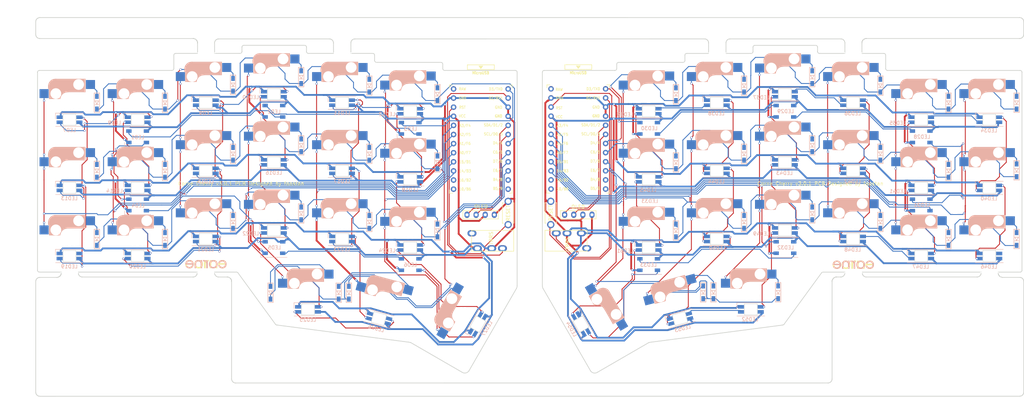
<source format=kicad_pcb>
(kicad_pcb (version 20221018) (generator pcbnew)
  (title_block (title "Corne Cherry") (date "2020-09-28") (rev "3.0.1") (company "foostan"))
  (layers (0 "F.Cu" signal) (31 "B.Cu" signal) (34 "B.Paste" user) (35 "F.Paste" user) (36 "B.SilkS" user "B.Silkscreen") (37 "F.SilkS" user "F.Silkscreen") (38 "B.Mask" user) (39 "F.Mask" user) (44 "Edge.Cuts" user))
  (net 0 "")
  (net 1 "row0")
  (net 2 "Net-(D1-Pad2)")
  (net 3 "row1")
  (net 4 "Net-(D2-Pad2)")
  (net 5 "row2")
  (net 6 "Net-(D3-Pad2)")
  (net 7 "row3")
  (net 8 "Net-(D4-Pad2)")
  (net 9 "Net-(D5-Pad2)")
  (net 10 "Net-(D6-Pad2)")
  (net 11 "Net-(D7-Pad2)")
  (net 12 "Net-(D8-Pad2)")
  (net 13 "Net-(D9-Pad2)")
  (net 14 "Net-(D10-Pad2)")
  (net 15 "Net-(D11-Pad2)")
  (net 16 "Net-(D12-Pad2)")
  (net 17 "Net-(D13-Pad2)")
  (net 18 "Net-(D14-Pad2)")
  (net 19 "Net-(D15-Pad2)")
  (net 20 "Net-(D16-Pad2)")
  (net 21 "Net-(D17-Pad2)")
  (net 22 "Net-(D18-Pad2)")
  (net 23 "Net-(D19-Pad2)")
  (net 24 "Net-(D20-Pad2)")
  (net 25 "Net-(D21-Pad2)")
  (net 26 "GND")
  (net 27 "VCC")
  (net 28 "col0")
  (net 29 "col1")
  (net 30 "col2")
  (net 31 "col3")
  (net 32 "col4")
  (net 33 "col5")
  (net 34 "LED")
  (net 35 "data")
  (net 36 "reset")
  (net 37 "SCL")
  (net 38 "SDA")
  (net 39 "Net-(U1-Pad14)")
  (net 40 "Net-(U1-Pad13)")
  (net 41 "Net-(U1-Pad12)")
  (net 42 "Net-(U1-Pad11)")
  (net 43 "Net-(U1-Pad24)")
  (net 44 "Net-(D22-Pad2)")
  (net 45 "row0_r")
  (net 46 "Net-(D23-Pad2)")
  (net 47 "Net-(D24-Pad2)")
  (net 48 "Net-(D25-Pad2)")
  (net 49 "Net-(D26-Pad2)")
  (net 50 "Net-(D27-Pad2)")
  (net 51 "row1_r")
  (net 52 "Net-(D28-Pad2)")
  (net 53 "Net-(D29-Pad2)")
  (net 54 "Net-(D30-Pad2)")
  (net 55 "Net-(D31-Pad2)")
  (net 56 "Net-(D32-Pad2)")
  (net 57 "Net-(D33-Pad2)")
  (net 58 "row2_r")
  (net 59 "Net-(D34-Pad2)")
  (net 60 "Net-(D35-Pad2)")
  (net 61 "Net-(D36-Pad2)")
  (net 62 "Net-(D37-Pad2)")
  (net 63 "Net-(D38-Pad2)")
  (net 64 "Net-(D39-Pad2)")
  (net 65 "Net-(D40-Pad2)")
  (net 66 "row3_r")
  (net 67 "Net-(D41-Pad2)")
  (net 68 "Net-(D42-Pad2)")
  (net 69 "data_r")
  (net 70 "SDA_r")
  (net 71 "SCL_r")
  (net 72 "LED_r")
  (net 73 "reset_r")
  (net 74 "col0_r")
  (net 75 "col1_r")
  (net 76 "col2_r")
  (net 77 "col3_r")
  (net 78 "col4_r")
  (net 79 "col5_r")
  (net 80 "VDD")
  (net 81 "GNDA")
  (net 82 "Net-(LED1-Pad2)")
  (net 83 "Net-(LED1-Pad4)")
  (net 84 "Net-(LED2-Pad4)")
  (net 85 "Net-(LED10-Pad2)")
  (net 86 "Net-(LED11-Pad4)")
  (net 87 "Net-(LED13-Pad4)")
  (net 88 "Net-(LED14-Pad2)")
  (net 89 "Net-(LED15-Pad4)")
  (net 90 "Net-(LED10-Pad4)")
  (net 91 "Net-(LED11-Pad2)")
  (net 92 "Net-(LED12-Pad4)")
  (net 93 "Net-(LED13-Pad2)")
  (net 94 "Net-(LED14-Pad4)")
  (net 95 "Net-(LED16-Pad4)")
  (net 96 "Net-(LED17-Pad2)")
  (net 97 "Net-(LED18-Pad4)")
  (net 98 "Net-(LED22-Pad4)")
  (net 99 "Net-(LED24-Pad4)")
  (net 100 "Net-(LED25-Pad4)")
  (net 101 "Net-(LED27-Pad4)")
  (net 102 "Net-(LED28-Pad2)")
  (net 103 "Net-(LED29-Pad4)")
  (net 104 "Net-(LED32-Pad2)")
  (net 105 "Net-(LED34-Pad2)")
  (net 106 "Net-(LED35-Pad4)")
  (net 107 "Net-(LED37-Pad4)")
  (net 108 "Net-(LED38-Pad2)")
  (net 109 "Net-(LED39-Pad4)")
  (net 110 "Net-(LED4-Pad2)")
  (net 111 "Net-(LED5-Pad2)")
  (net 112 "Net-(LED7-Pad4)")
  (net 113 "Net-(LED15-Pad2)")
  (net 114 "Net-(LED20-Pad4)")
  (net 115 "Net-(LED23-Pad2)")
  (net 116 "Net-(LED28-Pad4)")
  (net 117 "Net-(LED31-Pad2)")
  (net 118 "Net-(LED33-Pad2)")
  (net 119 "Net-(LED40-Pad2)")
  (net 120 "Net-(LED41-Pad4)")
  (net 121 "Net-(LED42-Pad2)")
  (net 122 "Net-(LED43-Pad4)")
  (net 123 "Net-(LED44-Pad2)")
  (net 124 "Net-(LED45-Pad4)")
  (net 125 "Net-(LED47-Pad4)")
  (net 126 "Net-(LED49-Pad4)")
  (net 127 "Net-(LED50-Pad2)")
  (net 128 "Net-(LED51-Pad4)")
  (net 129 "Net-(LED52-Pad4)")
  (net 130 "Net-(LED34-Pad4)")
  (net 131 "Net-(LED36-Pad4)")
  (net 132 "Net-(LED36-Pad2)")
  (net 133 "Net-(LED38-Pad4)")
  (net 134 "Net-(U2-Pad11)")
  (net 135 "Net-(U2-Pad12)")
  (net 136 "Net-(U2-Pad13)")
  (net 137 "Net-(U2-Pad14)")
  (net 138 "Net-(U2-Pad24)")
  (net 139 "Net-(J1-PadA)")
  (net 140 "Net-(J3-PadA)")
  (net 141 "Net-(LED19-Pad2)")
  (net 142 "Net-(LED46-Pad2)")
  (footprint "kbd:MJ-4PP-9_1side" (layer "F.Cu") (at 144.1345 74.292 -90)
    (fp_text reference "J1")
    (fp_text value "MJ-4PP-9" hide)
  )
  (footprint "kbd:OLED_1side" (layer "F.Cu") (at 130.9485 67.028)
    (fp_text reference "J2")
    (fp_text value "OLED" hide)
  )
  (footprint "kbd:ResetSW_1side" (layer "F.Cu") (at 142.4245 66.531 -90)
    (fp_text reference "RSW1" hide)
    (fp_text value "SW_PUSH")
  )
  (footprint "kbd:CherryMX_Hotswap" (layer "F.Cu") (at 39.1075 35.78)
    (fp_text reference "SW2" hide)
    (fp_text value "SW_PUSH" hide)
  )
  (footprint "kbd:CherryMX_Hotswap" (layer "F.Cu") (at 58.1075 31.03)
    (fp_text reference "SW3" hide)
    (fp_text value "SW_PUSH" hide)
  )
  (footprint "kbd:CherryMX_Hotswap" (layer "F.Cu") (at 77.1075 28.655)
    (fp_text reference "SW4" hide)
    (fp_text value "SW_PUSH" hide)
  )
  (footprint "kbd:CherryMX_Hotswap" (layer "F.Cu") (at 96.1075 31.03)
    (fp_text reference "SW5" hide)
    (fp_text value "SW_PUSH" hide)
  )
  (footprint "kbd:CherryMX_Hotswap" (layer "F.Cu") (at 20.1075 54.78)
    (fp_text reference "SW7" hide)
    (fp_text value "SW_PUSH" hide)
  )
  (footprint "kbd:CherryMX_Hotswap" (layer "F.Cu") (at 39.1075 54.78)
    (fp_text reference "SW8" hide)
    (fp_text value "SW_PUSH" hide)
  )
  (footprint "kbd:CherryMX_Hotswap" (layer "F.Cu") (at 58.1075 50.03)
    (fp_text reference "SW9" hide)
    (fp_text value "SW_PUSH" hide)
  )
  (footprint "kbd:CherryMX_Hotswap" (layer "F.Cu") (at 77.1075 47.655)
    (fp_text reference "SW10" hide)
    (fp_text value "SW_PUSH" hide)
  )
  (footprint "kbd:CherryMX_Hotswap" (layer "F.Cu") (at 96.1075 50.03)
    (fp_text reference "SW11" hide)
    (fp_text value "SW_PUSH" hide)
  )
  (footprint "kbd:CherryMX_Hotswap" (layer "F.Cu") (at 115.1075 52.405)
    (fp_text reference "SW12" hide)
    (fp_text value "SW_PUSH" hide)
  )
  (footprint "kbd:CherryMX_Hotswap" (layer "F.Cu") (at 20.1075 73.78)
    (fp_text reference "SW13" hide)
    (fp_text value "SW_PUSH" hide)
  )
  (footprint "kbd:CherryMX_Hotswap" (layer "F.Cu") (at 39.1075 73.78)
    (fp_text reference "SW14" hide)
    (fp_text value "SW_PUSH" hide)
  )
  (footprint "kbd:CherryMX_Hotswap" (layer "F.Cu") (at 58.1075 69.03)
    (fp_text reference "SW15" hide)
    (fp_text value "SW_PUSH" hide)
  )
  (footprint "kbd:CherryMX_Hotswap" (layer "F.Cu") (at 77.1075 66.655)
    (fp_text reference "SW16" hide)
    (fp_text value "SW_PUSH" hide)
  )
  (footprint "kbd:CherryMX_Hotswap" (layer "F.Cu") (at 96.1075 69.03)
    (fp_text reference "SW17" hide)
    (fp_text value "SW_PUSH" hide)
  )
  (footprint "kbd:CherryMX_Hotswap" (layer "F.Cu") (at 115.1075 71.405)
    (fp_text reference "SW18" hide)
    (fp_text value "SW_PUSH" hide)
  )
  (footprint "kbd:CherryMX_Hotswap" (layer "F.Cu") (at 86.6075 88.655)
    (fp_text reference "SW19" hide)
    (fp_text value "SW_PUSH" hide)
  )
  (footprint "kbd:CherryMX_Hotswap" (layer "F.Cu") (at 107.6075 91.405 -15)
    (fp_text reference "SW20" hide)
    (fp_text value "SW_PUSH" hide)
  )
  (footprint "kbd:CherryMX_Hotswap_1.5u" (layer "F.Cu") (at 129.8575 95.155 60)
    (fp_text reference "SW21" hide)
    (fp_text value "SW_PUSH" hide)
  )
  (footprint "kbd:CherryMX_Hotswap_1.5u" (layer "F.Cu") (at 166.8645 95.15 -60)
    (fp_text reference "SW42" hide)
    (fp_text value "SW_PUSH" hide)
  )
  (footprint "kbd:MJ-4PP-9_1side" (layer "F.Cu") (at 152.5375 74.27 90)
    (fp_text reference "J3")
    (fp_text value "MJ-4PP-9" hide)
  )
  (footprint "kbd:OLED_1side" (layer "F.Cu") (at 158.1775 67.02)
    (fp_text reference "J4")
    (fp_text value "OLED" hide)
  )
  (footprint "kbd:ResetSW_1side" (layer "F.Cu") (at 154.3045 66.522 -90)
    (fp_text reference "RSW2" hide)
    (fp_text value "SW_PUSH")
  )
  (footprint "kbd:CherryMX_Hotswap" (layer "F.Cu") (at 219.6145 66.65)
    (fp_text reference "SW37" hide)
    (fp_text value "SW_PUSH" hide)
  )
  (footprint "kbd:CherryMX_Hotswap" (layer "F.Cu") (at 200.6145 69.025)
    (fp_text reference "SW38" hide)
    (fp_text value "SW_PUSH" hide)
  )
  (footprint "kbd:CherryMX_Hotswap" (layer "F.Cu") (at 181.6145 71.4)
    (fp_text reference "SW39" hide)
    (fp_text value "SW_PUSH" hide)
  )
  (footprint "kbd:CherryMX_Hotswap" (layer "F.Cu") (at 210.1145 88.65)
    (fp_text reference "SW40" hide)
    (fp_text value "SW_PUSH" hide)
  )
  (footprint "kbd:CherryMX_Hotswap" (layer "F.Cu") (at 189.1145 91.4 15)
    (fp_text reference "SW41" hide)
    (fp_text value "SW_PUSH" hide)
  )
  (footprint "kbd:CherryMX_Hotswap" (layer "F.Cu") (at 219.6145 28.65)
    (fp_text reference "SW25" hide)
    (fp_text value "SW_PUSH" hide)
  )
  (footprint "kbd:CherryMX_Hotswap" (layer "F.Cu") (at 200.6145 31.025)
    (fp_text reference "SW26" hide)
    (fp_text value "SW_PUSH" hide)
  )
  (footprint "kbd:CherryMX_Hotswap" (layer "F.Cu") (at 276.6145 54.775)
    (fp_text reference "SW28" hide)
    (fp_text value "SW_PUSH" hide)
  )
  (footprint "kbd:CherryMX_Hotswap" (layer "F.Cu") (at 238.6145 31.025)
    (fp_text reference "SW24" hide)
    (fp_text value "SW_PUSH" hide)
  )
  (footprint "kbd:CherryMX_Hotswap" (layer "F.Cu") (at 257.6145 54.775)
    (fp_text reference "SW29" hide)
    (fp_text value "SW_PUSH" hide)
  )
  (footprint "kbd:CherryMX_Hotswap" (layer "F.Cu") (at 257.6145 73.775)
    (fp_text reference "SW35" hide)
    (fp_text value "SW_PUSH" hide)
  )
  (footprint "kbd:CherryMX_Hotswap" (layer "F.Cu") (at 238.6145 69.025)
    (fp_text reference "SW36" hide)
    (fp_text value "SW_PUSH" hide)
  )
  (footprint "kbd:CherryMX_Hotswap" (layer "F.Cu") (at 276.6145 35.775)
    (fp_text reference "SW22" hide)
    (fp_text value "SW_PUSH" hide)
  )
  (footprint "kbd:CherryMX_Hotswap" (layer "F.Cu") (at 257.6145 35.775)
    (fp_text reference "SW23" hide)
    (fp_text value "SW_PUSH" hide)
  )
  (footprint "kbd:CherryMX_Hotswap" (layer "F.Cu") (at 238.6145 50.025)
    (fp_text reference "SW30" hide)
    (fp_text value "SW_PUSH" hide)
  )
  (footprint "kbd:CherryMX_Hotswap" (layer "F.Cu") (at 219.6145 47.65)
    (fp_text reference "SW31" hide)
    (fp_text value "SW_PUSH" hide)
  )
  (footprint "kbd:CherryMX_Hotswap" (layer "F.Cu") (at 200.6145 50.025)
    (fp_text reference "SW32" hide)
    (fp_text value "SW_PUSH" hide)
  )
  (footprint "kbd:CherryMX_Hotswap" (layer "F.Cu") (at 181.6145 52.4)
    (fp_text reference "SW33" hide)
    (fp_text value "SW_PUSH" hide)
  )
  (footprint "kbd:CherryMX_Hotswap" (layer "F.Cu") (at 276.6145 73.775)
    (fp_text reference "SW34" hide)
    (fp_text value "SW_PUSH" hide)
  )
  (footprint "kbd:CherryMX_Hotswap" (layer "F.Cu") (at 20.1075 35.78)
    (fp_text reference "SW1" hide)
    (fp_text value "SW_PUSH" hide)
  )
  (footprint "kbd:M2_HOLE_v2" (layer "F.Cu") (at 105.5755 41.7655)
    (fp_text reference "Ref**" hide)
    (fp_text value "Val**" hide)
  )
  (footprint "kbd:M2_HOLE_v2" (layer "F.Cu") (at 72.7645 81.5205)
    (fp_text reference "Ref**" hide)
    (fp_text value "Val**" hide)
  )
  (footprint "kbd:M2_HOLE_v2" (layer "F.Cu") (at 119.3305 89.135)
    (fp_text reference "Ref**" hide)
    (fp_text value "Val**" hide)
  )
  (footprint "kbd:M2_HOLE_v2" (layer "F.Cu") (at 127.8695 74.254)
    (fp_text reference "Ref**" hide)
    (fp_text value "Val**" hide)
  )
  (footprint "kbd:M2_HOLE_v2" (layer "F.Cu") (at 142.3015 82.775)
    (fp_text reference "Ref**" hide)
    (fp_text value "Val**" hide)
  )
  (footprint "kbd:M2_HOLE_v2" (layer "F.Cu") (at 177.3895 89.145 180)
    (fp_text reference "Ref**" hide)
    (fp_text value "Val**" hide)
  )
  (footprint "kbd:M2_HOLE_v2" (layer "F.Cu") (at 223.9555 81.5305 180)
    (fp_text reference "Ref**" hide)
    (fp_text value "Val**" hide)
  )
  (footprint "kbd:M2_HOLE_v2" (layer "F.Cu") (at 267.0995 45.2655 180)
    (fp_text reference "Ref**" hide)
    (fp_text value "Val**" hide)
  )
  (footprint "kbd:M2_HOLE_v2" (layer "F.Cu") (at 191.1445 41.7755 180)
    (fp_text reference "Ref**" hide)
    (fp_text value "Val**" hide)
  )
  (footprint "kbd:CherryMX_Hotswap" (layer "F.Cu") (at 115.1075 33.405)
    (fp_text reference "SW6" hide)
    (fp_text value "SW_PUSH" hide)
  )
  (footprint "kbd:CherryMX_Hotswap" (layer "F.Cu") (at 181.6075 33.405)
    (fp_text reference "SW27" hide)
    (fp_text value "SW_PUSH" hide)
  )
  (footprint "kbd:M2_HOLE_v2" (layer "F.Cu") (at 27.5195 54.1395)
    (fp_text reference "Ref**" hide)
    (fp_text value "Val**" hide)
  )
  (footprint "kbd:ProMicro_v3" (layer "F.Cu") (at 134.8125 46.42)
    (fp_text reference "U1" hide)
    (fp_text value "ProMicro" hide)
  )
  (footprint "kbd:ProMicro_v3" (layer "F.Cu") (at 161.9875 46.39)
    (fp_text reference "U2" hide)
    (fp_text value "ProMicro" hide)
  )
  (footprint "kbd:M2_HOLE_v2" (layer "F.Cu") (at 29.6075 45.28)
    (fp_text reference "Ref**" hide)
    (fp_text value "Val**" hide)
  )
  (footprint "kbd:Breakaway_Tabs" (layer "F.Cu") (at 58.23675 21.869)
    (fp_text reference "REF**")
    (fp_text value "Breakaway_Tabs")
  )
  (footprint "kbd:Breakaway_Tabs" (layer "F.Cu") (at 96.2075 21.873)
    (fp_text reference "REF**")
    (fp_text value "Breakaway_Tabs")
  )
  (footprint "kbd:Breakaway_Tabs" (layer "F.Cu") (at 20.1625 83.176)
    (fp_text reference "REF**")
    (fp_text value "Breakaway_Tabs")
  )
  (footprint "kbd:Breakaway_Tabs" (layer "F.Cu") (at 58.1235 83.178)
    (fp_text reference "REF**")
    (fp_text value "Breakaway_Tabs")
  )
  (footprint "kbd:corne-logo-horizontal" (layer "F.Cu") (at 58.2675 80.89)
    (fp_text reference "G***" hide)
    (fp_text value "LOGO" hide)
  )
  (footprint "kbd:corne-logo-horizontal" (layer "F.Cu") (at 238.7775 81.04)
    (fp_text reference "G***" hide)
    (fp_text value "LOGO" hide)
  )
  (footprint "kbd:D3_SMD_v2" (layer "B.Cu") (at 27.7345 35.776875 90)
    (fp_text reference "D1" hide)
    (fp_text value "D" hide)
  )
  (footprint "kbd:D3_SMD_v2" (layer "B.Cu") (at 46.7345 35.78 90)
    (fp_text reference "D2" hide)
    (fp_text value "D" hide)
  )
  (footprint "kbd:D3_SMD_v2" (layer "B.Cu") (at 65.7075 30.78 90)
    (fp_text reference "D3" hide)
    (fp_text value "D" hide)
  )
  (footprint "kbd:D3_SMD_v2" (layer "B.Cu") (at 84.7075 28.655 90)
    (fp_text reference "D4" hide)
    (fp_text value "D" hide)
  )
  (footprint "kbd:D3_SMD_v2" (layer "B.Cu") (at 103.7075 31.03 90)
    (fp_text reference "D5" hide)
    (fp_text value "D" hide)
  )
  (footprint "kbd:D3_SMD_v2" (layer "B.Cu") (at 122.7075 33.405 90)
    (fp_text reference "D6" hide)
    (fp_text value "D" hide)
  )
  (footprint "kbd:D3_SMD_v2" (layer "B.Cu") (at 27.7345 54.776875 90)
    (fp_text reference "D7" hide)
    (fp_text value "D" hide)
  )
  (footprint "kbd:D3_SMD_v2" (layer "B.Cu") (at 46.7345 54.78 90)
    (fp_text reference "D8" hide)
    (fp_text value "D" hide)
  )
  (footprint "kbd:D3_SMD_v2" (layer "B.Cu") (at 65.7075 50.03 90)
    (fp_text reference "D9" hide)
    (fp_text value "D" hide)
  )
  (footprint "kbd:D3_SMD_v2" (layer "B.Cu") (at 84.7075 47.655 90)
    (fp_text reference "D10" hide)
    (fp_text value "D" hide)
  )
  (footprint "kbd:D3_SMD_v2" (layer "B.Cu") (at 103.7075 50.03 90)
    (fp_text reference "D11" hide)
    (fp_text value "D" hide)
  )
  (footprint "kbd:D3_SMD_v2" (layer "B.Cu") (at 122.7075 52.405 90)
    (fp_text reference "D12" hide)
    (fp_text value "D" hide)
  )
  (footprint "kbd:D3_SMD_v2" (layer "B.Cu") (at 27.7345 73.776875 90)
    (fp_text reference "D13" hide)
    (fp_text value "D" hide)
  )
  (footprint "kbd:D3_SMD_v2" (layer "B.Cu") (at 46.7345 73.78 90)
    (fp_text reference "D14" hide)
    (fp_text value "D" hide)
  )
  (footprint "kbd:D3_SMD_v2" (layer "B.Cu") (at 65.7075 69.03 90)
    (fp_text reference "D15" hide)
    (fp_text value "D" hide)
  )
  (footprint "kbd:D3_SMD_v2" (layer "B.Cu") (at 84.7075 66.655 90)
    (fp_text reference "D16" hide)
    (fp_text value "D" hide)
  )
  (footprint "kbd:D3_SMD_v2" (layer "B.Cu") (at 103.7075 69.03 90)
    (fp_text reference "D17" hide)
    (fp_text value "D" hide)
  )
  (footprint "kbd:D3_SMD_v2" (layer "B.Cu") (at 122.7075 71.405 90)
    (fp_text reference "D18" hide)
    (fp_text value "D" hide)
  )
  (footprint "kbd:D3_SMD_v2" (layer "B.Cu") (at 76.1575 88.77 90)
    (fp_text reference "D19" hide)
    (fp_text value "D" hide)
  )
  (footprint "kbd:D3_SMD_v2" (layer "B.Cu") (at 95.1645 88.765 90)
    (fp_text reference "D20" hide)
    (fp_text value "D" hide)
  )
  (footprint "kbd:D3_SMD_v2" (layer "B.Cu") (at 98.0075 88.765 90)
    (fp_text reference "D21" hide)
    (fp_text value "D" hide)
  )
  (footprint "kbd:YS-SK6812MINI-E" (layer "B.Cu") (at 20.1075 40.53)
    (fp_text reference "LED7")
    (fp_text value "YS-SK6812MINI-E")
    (fp_line (start -1.8 -1.55) (end 1.8 -1.55) (stroke (width 0.12)) (layer "Edge.Cuts"))
    (fp_line (start -1.8 1.55) (end -1.8 -1.55) (stroke (width 0.12)) (layer "Edge.Cuts"))
    (fp_line (start 1.8 -1.55) (end 1.8 1.55) (stroke (width 0.12)) (layer "Edge.Cuts"))
    (fp_line (start 1.8 1.55) (end -1.8 1.55) (stroke (width 0.12)) (layer "Edge.Cuts"))
  )
  (footprint "kbd:YS-SK6812MINI-E" (layer "B.Cu") (at 39.1075 40.53)
    (fp_text reference "LED8")
    (fp_text value "YS-SK6812MINI-E")
    (fp_line (start -1.8 -1.55) (end 1.8 -1.55) (stroke (width 0.12)) (layer "Edge.Cuts"))
    (fp_line (start -1.8 1.55) (end -1.8 -1.55) (stroke (width 0.12)) (layer "Edge.Cuts"))
    (fp_line (start 1.8 -1.55) (end 1.8 1.55) (stroke (width 0.12)) (layer "Edge.Cuts"))
    (fp_line (start 1.8 1.55) (end -1.8 1.55) (stroke (width 0.12)) (layer "Edge.Cuts"))
  )
  (footprint "kbd:YS-SK6812MINI-E" (layer "B.Cu") (at 58.1075 35.78)
    (fp_text reference "LED9")
    (fp_text value "YS-SK6812MINI-E")
    (fp_line (start -1.8 -1.55) (end 1.8 -1.55) (stroke (width 0.12)) (layer "Edge.Cuts"))
    (fp_line (start -1.8 1.55) (end -1.8 -1.55) (stroke (width 0.12)) (layer "Edge.Cuts"))
    (fp_line (start 1.8 -1.55) (end 1.8 1.55) (stroke (width 0.12)) (layer "Edge.Cuts"))
    (fp_line (start 1.8 1.55) (end -1.8 1.55) (stroke (width 0.12)) (layer "Edge.Cuts"))
  )
  (footprint "kbd:YS-SK6812MINI-E" (layer "B.Cu") (at 77.1075 33.405)
    (fp_text reference "LED10")
    (fp_text value "YS-SK6812MINI-E")
    (fp_line (start -1.8 -1.55) (end 1.8 -1.55) (stroke (width 0.12)) (layer "Edge.Cuts"))
    (fp_line (start -1.8 1.55) (end -1.8 -1.55) (stroke (width 0.12)) (layer "Edge.Cuts"))
    (fp_line (start 1.8 -1.55) (end 1.8 1.55) (stroke (width 0.12)) (layer "Edge.Cuts"))
    (fp_line (start 1.8 1.55) (end -1.8 1.55) (stroke (width 0.12)) (layer "Edge.Cuts"))
  )
  (footprint "kbd:YS-SK6812MINI-E" (layer "B.Cu") (at 96.1075 35.78)
    (fp_text reference "LED11")
    (fp_text value "YS-SK6812MINI-E")
    (fp_line (start -1.8 -1.55) (end 1.8 -1.55) (stroke (width 0.12)) (layer "Edge.Cuts"))
    (fp_line (start -1.8 1.55) (end -1.8 -1.55) (stroke (width 0.12)) (layer "Edge.Cuts"))
    (fp_line (start 1.8 -1.55) (end 1.8 1.55) (stroke (width 0.12)) (layer "Edge.Cuts"))
    (fp_line (start 1.8 1.55) (end -1.8 1.55) (stroke (width 0.12)) (layer "Edge.Cuts"))
  )
  (footprint "kbd:YS-SK6812MINI-E" (layer "B.Cu") (at 115.1075 38.155)
    (fp_text reference "LED12")
    (fp_text value "YS-SK6812MINI-E")
    (fp_line (start -1.8 -1.55) (end 1.8 -1.55) (stroke (width 0.12)) (layer "Edge.Cuts"))
    (fp_line (start -1.8 1.55) (end -1.8 -1.55) (stroke (width 0.12)) (layer "Edge.Cuts"))
    (fp_line (start 1.8 -1.55) (end 1.8 1.55) (stroke (width 0.12)) (layer "Edge.Cuts"))
    (fp_line (start 1.8 1.55) (end -1.8 1.55) (stroke (width 0.12)) (layer "Edge.Cuts"))
  )
  (footprint "kbd:YS-SK6812MINI-E" (layer "B.Cu") (at 20.1075 59.53)
    (fp_text reference "LED13")
    (fp_text value "YS-SK6812MINI-E")
    (fp_line (start -1.8 -1.55) (end 1.8 -1.55) (stroke (width 0.12)) (layer "Edge.Cuts"))
    (fp_line (start -1.8 1.55) (end -1.8 -1.55) (stroke (width 0.12)) (layer "Edge.Cuts"))
    (fp_line (start 1.8 -1.55) (end 1.8 1.55) (stroke (width 0.12)) (layer "Edge.Cuts"))
    (fp_line (start 1.8 1.55) (end -1.8 1.55) (stroke (width 0.12)) (layer "Edge.Cuts"))
  )
  (footprint "kbd:YS-SK6812MINI-E" (layer "B.Cu") (at 39.1075 59.53)
    (fp_text reference "LED14")
    (fp_text value "YS-SK6812MINI-E")
    (fp_line (start -1.8 -1.55) (end 1.8 -1.55) (stroke (width 0.12)) (layer "Edge.Cuts"))
    (fp_line (start -1.8 1.55) (end -1.8 -1.55) (stroke (width 0.12)) (layer "Edge.Cuts"))
    (fp_line (start 1.8 -1.55) (end 1.8 1.55) (stroke (width 0.12)) (layer "Edge.Cuts"))
    (fp_line (start 1.8 1.55) (end -1.8 1.55) (stroke (width 0.12)) (layer "Edge.Cuts"))
  )
  (footprint "kbd:YS-SK6812MINI-E" (layer "B.Cu") (at 58.1075 54.78)
    (fp_text reference "LED15")
    (fp_text value "YS-SK6812MINI-E")
    (fp_line (start -1.8 -1.55) (end 1.8 -1.55) (stroke (width 0.12)) (layer "Edge.Cuts"))
    (fp_line (start -1.8 1.55) (end -1.8 -1.55) (stroke (width 0.12)) (layer "Edge.Cuts"))
    (fp_line (start 1.8 -1.55) (end 1.8 1.55) (stroke (width 0.12)) (layer "Edge.Cuts"))
    (fp_line (start 1.8 1.55) (end -1.8 1.55) (stroke (width 0.12)) (layer "Edge.Cuts"))
  )
  (footprint "kbd:YS-SK6812MINI-E" (layer "B.Cu") (at 77.1075 52.405)
    (fp_text reference "LED16")
    (fp_text value "YS-SK6812MINI-E")
    (fp_line (start -1.8 -1.55) (end 1.8 -1.55) (stroke (width 0.12)) (layer "Edge.Cuts"))
    (fp_line (start -1.8 1.55) (end -1.8 -1.55) (stroke (width 0.12)) (layer "Edge.Cuts"))
    (fp_line (start 1.8 -1.55) (end 1.8 1.55) (stroke (width 0.12)) (layer "Edge.Cuts"))
    (fp_line (start 1.8 1.55) (end -1.8 1.55) (stroke (width 0.12)) (layer "Edge.Cuts"))
  )
  (footprint "kbd:YS-SK6812MINI-E" (layer "B.Cu") (at 96.1075 54.78)
    (fp_text reference "LED17")
    (fp_text value "YS-SK6812MINI-E")
    (fp_line (start -1.8 -1.55) (end 1.8 -1.55) (stroke (width 0.12)) (layer "Edge.Cuts"))
    (fp_line (start -1.8 1.55) (end -1.8 -1.55) (stroke (width 0.12)) (layer "Edge.Cuts"))
    (fp_line (start 1.8 -1.55) (end 1.8 1.55) (stroke (width 0.12)) (layer "Edge.Cuts"))
    (fp_line (start 1.8 1.55) (end -1.8 1.55) (stroke (width 0.12)) (layer "Edge.Cuts"))
  )
  (footprint "kbd:YS-SK6812MINI-E" (layer "B.Cu") (at 115.1075 57.155)
    (fp_text reference "LED18")
    (fp_text value "YS-SK6812MINI-E")
    (fp_line (start -1.8 -1.55) (end 1.8 -1.55) (stroke (width 0.12)) (layer "Edge.Cuts"))
    (fp_line (start -1.8 1.55) (end -1.8 -1.55) (stroke (width 0.12)) (layer "Edge.Cuts"))
    (fp_line (start 1.8 -1.55) (end 1.8 1.55) (stroke (width 0.12)) (layer "Edge.Cuts"))
    (fp_line (start 1.8 1.55) (end -1.8 1.55) (stroke (width 0.12)) (layer "Edge.Cuts"))
  )
  (footprint "kbd:YS-SK6812MINI-E" (layer "B.Cu") (at 20.1075 78.53)
    (fp_text reference "LED19")
    (fp_text value "YS-SK6812MINI-E")
    (fp_line (start -1.8 -1.55) (end 1.8 -1.55) (stroke (width 0.12)) (layer "Edge.Cuts"))
    (fp_line (start -1.8 1.55) (end -1.8 -1.55) (stroke (width 0.12)) (layer "Edge.Cuts"))
    (fp_line (start 1.8 -1.55) (end 1.8 1.55) (stroke (width 0.12)) (layer "Edge.Cuts"))
    (fp_line (start 1.8 1.55) (end -1.8 1.55) (stroke (width 0.12)) (layer "Edge.Cuts"))
  )
  (footprint "kbd:YS-SK6812MINI-E" (layer "B.Cu") (at 39.1075 78.53)
    (fp_text reference "LED20")
    (fp_text value "YS-SK6812MINI-E")
    (fp_line (start -1.8 -1.55) (end 1.8 -1.55) (stroke (width 0.12)) (layer "Edge.Cuts"))
    (fp_line (start -1.8 1.55) (end -1.8 -1.55) (stroke (width 0.12)) (layer "Edge.Cuts"))
    (fp_line (start 1.8 -1.55) (end 1.8 1.55) (stroke (width 0.12)) (layer "Edge.Cuts"))
    (fp_line (start 1.8 1.55) (end -1.8 1.55) (stroke (width 0.12)) (layer "Edge.Cuts"))
  )
  (footprint "kbd:YS-SK6812MINI-E" (layer "B.Cu") (at 58.1075 73.78)
    (fp_text reference "LED21")
    (fp_text value "YS-SK6812MINI-E")
    (fp_line (start -1.8 -1.55) (end 1.8 -1.55) (stroke (width 0.12)) (layer "Edge.Cuts"))
    (fp_line (start -1.8 1.55) (end -1.8 -1.55) (stroke (width 0.12)) (layer "Edge.Cuts"))
    (fp_line (start 1.8 -1.55) (end 1.8 1.55) (stroke (width 0.12)) (layer "Edge.Cuts"))
    (fp_line (start 1.8 1.55) (end -1.8 1.55) (stroke (width 0.12)) (layer "Edge.Cuts"))
  )
  (footprint "kbd:YS-SK6812MINI-E" (layer "B.Cu") (at 77.1075 71.405)
    (fp_text reference "LED22")
    (fp_text value "YS-SK6812MINI-E")
    (fp_line (start -1.8 -1.55) (end 1.8 -1.55) (stroke (width 0.12)) (layer "Edge.Cuts"))
    (fp_line (start -1.8 1.55) (end -1.8 -1.55) (stroke (width 0.12)) (layer "Edge.Cuts"))
    (fp_line (start 1.8 -1.55) (end 1.8 1.55) (stroke (width 0.12)) (layer "Edge.Cuts"))
    (fp_line (start 1.8 1.55) (end -1.8 1.55) (stroke (width 0.12)) (layer "Edge.Cuts"))
  )
  (footprint "kbd:YS-SK6812MINI-E" (layer "B.Cu") (at 115.1075 76.155)
    (fp_text reference "LED24")
    (fp_text value "YS-SK6812MINI-E")
    (fp_line (start -1.8 -1.55) (end 1.8 -1.55) (stroke (width 0.12)) (layer "Edge.Cuts"))
    (fp_line (start -1.8 1.55) (end -1.8 -1.55) (stroke (width 0.12)) (layer "Edge.Cuts"))
    (fp_line (start 1.8 -1.55) (end 1.8 1.55) (stroke (width 0.12)) (layer "Edge.Cuts"))
    (fp_line (start 1.8 1.55) (end -1.8 1.55) (stroke (width 0.12)) (layer "Edge.Cuts"))
  )
  (footprint "kbd:YS-SK6812MINI-E" (layer "B.Cu") (at 133.971121 97.53 60)
    (fp_text reference "LED27")
    (fp_text value "YS-SK6812MINI-E")
    (fp_line (start -1.8 -1.55) (end 1.8 -1.55) (stroke (width 0.12)) (layer "Edge.Cuts"))
    (fp_line (start -1.8 1.55) (end -1.8 -1.55) (stroke (width 0.12)) (layer "Edge.Cuts"))
    (fp_line (start 1.8 -1.55) (end 1.8 1.55) (stroke (width 0.12)) (layer "Edge.Cuts"))
    (fp_line (start 1.8 1.55) (end -1.8 1.55) (stroke (width 0.12)) (layer "Edge.Cuts"))
  )
  (footprint "LED_SMD:LED_WS2812B_PLCC4_5.0x5.0mm_P3.2mm" (layer "B.Cu") (at 39.1075 45.28 180)
    (fp_text reference "LED1")
    (fp_text value "WS2812B")
  )
  (footprint "LED_SMD:LED_WS2812B_PLCC4_5.0x5.0mm_P3.2mm" (layer "B.Cu") (at 77.1075 38.155 180)
    (fp_text reference "LED2")
    (fp_text value "WS2812B")
  )
  (footprint "LED_SMD:LED_WS2812B_PLCC4_5.0x5.0mm_P3.2mm" (layer "B.Cu") (at 115.1075 42.905 180)
    (fp_text reference "LED3")
    (fp_text value "WS2812B")
  )
  (footprint "LED_SMD:LED_WS2812B_PLCC4_5.0x5.0mm_P3.2mm" (layer "B.Cu") (at 77.1075 76.155 180)
    (fp_text reference "LED5")
    (fp_text value "WS2812B")
  )
  (footprint "LED_SMD:LED_WS2812B_PLCC4_5.0x5.0mm_P3.2mm" (layer "B.Cu") (at 115.1075 80.905 180)
    (fp_text reference "LED6")
    (fp_text value "WS2812B")
  )
  (footprint "LED_SMD:LED_WS2812B_PLCC4_5.0x5.0mm_P3.2mm" (layer "B.Cu") (at 257.6075 45.28 180)
    (fp_text reference "LED28")
    (fp_text value "WS2812B")
  )
  (footprint "LED_SMD:LED_WS2812B_PLCC4_5.0x5.0mm_P3.2mm" (layer "B.Cu") (at 219.6075 38.155 180)
    (fp_text reference "LED29")
    (fp_text value "WS2812B")
  )
  (footprint "LED_SMD:LED_WS2812B_PLCC4_5.0x5.0mm_P3.2mm" (layer "B.Cu") (at 181.6075 42.905 180)
    (fp_text reference "LED30")
    (fp_text value "WS2812B")
  )
  (footprint "LED_SMD:LED_WS2812B_PLCC4_5.0x5.0mm_P3.2mm" (layer "B.Cu") (at 257.6075 64.28 180)
    (fp_text reference "LED31")
    (fp_text value "WS2812B")
  )
  (footprint "LED_SMD:LED_WS2812B_PLCC4_5.0x5.0mm_P3.2mm" (layer "B.Cu") (at 219.6075 76.155 180)
    (fp_text reference "LED32")
    (fp_text value "WS2812B")
  )
  (footprint "LED_SMD:LED_WS2812B_PLCC4_5.0x5.0mm_P3.2mm" (layer "B.Cu") (at 181.6075 80.905 180)
    (fp_text reference "LED33")
    (fp_text value "WS2812B")
  )
  (footprint "kbd:YS-SK6812MINI-E" (layer "B.Cu") (at 219.6075 52.405)
    (fp_text reference "LED43")
    (fp_text value "YS-SK6812MINI-E")
    (fp_line (start -1.8 -1.55) (end 1.8 -1.55) (stroke (width 0.12)) (layer "Edge.Cuts"))
    (fp_line (start -1.8 1.55) (end -1.8 -1.55) (stroke (width 0.12)) (layer "Edge.Cuts"))
    (fp_line (start 1.8 -1.55) (end 1.8 1.55) (stroke (width 0.12)) (layer "Edge.Cuts"))
    (fp_line (start 1.8 1.55) (end -1.8 1.55) (stroke (width 0.12)) (layer "Edge.Cuts"))
  )
  (footprint "kbd:YS-SK6812MINI-E" (layer "B.Cu") (at 200.6075 54.78)
    (fp_text reference "LED44")
    (fp_text value "YS-SK6812MINI-E")
    (fp_line (start -1.8 -1.55) (end 1.8 -1.55) (stroke (width 0.12)) (layer "Edge.Cuts"))
    (fp_line (start -1.8 1.55) (end -1.8 -1.55) (stroke (width 0.12)) (layer "Edge.Cuts"))
    (fp_line (start 1.8 -1.55) (end 1.8 1.55) (stroke (width 0.12)) (layer "Edge.Cuts"))
    (fp_line (start 1.8 1.55) (end -1.8 1.55) (stroke (width 0.12)) (layer "Edge.Cuts"))
  )
  (footprint "kbd:YS-SK6812MINI-E" (layer "B.Cu") (at 181.6075 57.155)
    (fp_text reference "LED45")
    (fp_text value "YS-SK6812MINI-E")
    (fp_line (start -1.8 -1.55) (end 1.8 -1.55) (stroke (width 0.12)) (layer "Edge.Cuts"))
    (fp_line (start -1.8 1.55) (end -1.8 -1.55) (stroke (width 0.12)) (layer "Edge.Cuts"))
    (fp_line (start 1.8 -1.55) (end 1.8 1.55) (stroke (width 0.12)) (layer "Edge.Cuts"))
    (fp_line (start 1.8 1.55) (end -1.8 1.55) (stroke (width 0.12)) (layer "Edge.Cuts"))
  )
  (footprint "kbd:YS-SK6812MINI-E" (layer "B.Cu") (at 276.6075 78.53)
    (fp_text reference "LED46")
    (fp_text value "YS-SK6812MINI-E")
    (fp_line (start -1.8 -1.55) (end 1.8 -1.55) (stroke (width 0.12)) (layer "Edge.Cuts"))
    (fp_line (start -1.8 1.55) (end -1.8 -1.55) (stroke (width 0.12)) (layer "Edge.Cuts"))
    (fp_line (start 1.8 -1.55) (end 1.8 1.55) (stroke (width 0.12)) (layer "Edge.Cuts"))
    (fp_line (start 1.8 1.55) (end -1.8 1.55) (stroke (width 0.12)) (layer "Edge.Cuts"))
  )
  (footprint "kbd:YS-SK6812MINI-E" (layer "B.Cu") (at 257.6075 78.53)
    (fp_text reference "LED47")
    (fp_text value "YS-SK6812MINI-E")
    (fp_line (start -1.8 -1.55) (end 1.8 -1.55) (stroke (width 0.12)) (layer "Edge.Cuts"))
    (fp_line (start -1.8 1.55) (end -1.8 -1.55) (stroke (width 0.12)) (layer "Edge.Cuts"))
    (fp_line (start 1.8 -1.55) (end 1.8 1.55) (stroke (width 0.12)) (layer "Edge.Cuts"))
    (fp_line (start 1.8 1.55) (end -1.8 1.55) (stroke (width 0.12)) (layer "Edge.Cuts"))
  )
  (footprint "kbd:YS-SK6812MINI-E" (layer "B.Cu") (at 238.6075 73.78)
    (fp_text reference "LED48")
    (fp_text value "YS-SK6812MINI-E")
    (fp_line (start -1.8 -1.55) (end 1.8 -1.55) (stroke (width 0.12)) (layer "Edge.Cuts"))
    (fp_line (start -1.8 1.55) (end -1.8 -1.55) (stroke (width 0.12)) (layer "Edge.Cuts"))
    (fp_line (start 1.8 -1.55) (end 1.8 1.55) (stroke (width 0.12)) (layer "Edge.Cuts"))
    (fp_line (start 1.8 1.55) (end -1.8 1.55) (stroke (width 0.12)) (layer "Edge.Cuts"))
  )
  (footprint "kbd:YS-SK6812MINI-E" (layer "B.Cu") (at 219.6075 71.405)
    (fp_text reference "LED49")
    (fp_text value "YS-SK6812MINI-E")
    (fp_line (start -1.8 -1.55) (end 1.8 -1.55) (stroke (width 0.12)) (layer "Edge.Cuts"))
    (fp_line (start -1.8 1.55) (end -1.8 -1.55) (stroke (width 0.12)) (layer "Edge.Cuts"))
    (fp_line (start 1.8 -1.55) (end 1.8 1.55) (stroke (width 0.12)) (layer "Edge.Cuts"))
    (fp_line (start 1.8 1.55) (end -1.8 1.55) (stroke (width 0.12)) (layer "Edge.Cuts"))
  )
  (footprint "kbd:YS-SK6812MINI-E" (layer "B.Cu") (at 200.6075 73.78)
    (fp_text reference "LED50")
    (fp_text value "YS-SK6812MINI-E")
    (fp_line (start -1.8 -1.55) (end 1.8 -1.55) (stroke (width 0.12)) (layer "Edge.Cuts"))
    (fp_line (start -1.8 1.55) (end -1.8 -1.55) (stroke (width 0.12)) (layer "Edge.Cuts"))
    (fp_line (start 1.8 -1.55) (end 1.8 1.55) (stroke (width 0.12)) (layer "Edge.Cuts"))
    (fp_line (start 1.8 1.55) (end -1.8 1.55) (stroke (width 0.12)) (layer "Edge.Cuts"))
  )
  (footprint "kbd:YS-SK6812MINI-E" (layer "B.Cu") (at 181.6075 76.155)
    (fp_text reference "LED51")
    (fp_text value "YS-SK6812MINI-E")
    (fp_line (start -1.8 -1.55) (end 1.8 -1.55) (stroke (width 0.12)) (layer "Edge.Cuts"))
    (fp_line (start -1.8 1.55) (end -1.8 -1.55) (stroke (width 0.12)) (layer "Edge.Cuts"))
    (fp_line (start 1.8 -1.55) (end 1.8 1.55) (stroke (width 0.12)) (layer "Edge.Cuts"))
    (fp_line (start 1.8 1.55) (end -1.8 1.55) (stroke (width 0.12)) (layer "Edge.Cuts"))
  )
  (footprint "kbd:YS-SK6812MINI-E" (layer "B.Cu") (at 210.1075 93.405)
    (fp_text reference "LED52")
    (fp_text value "YS-SK6812MINI-E")
    (fp_line (start -1.8 -1.55) (end 1.8 -1.55) (stroke (width 0.12)) (layer "Edge.Cuts"))
    (fp_line (start -1.8 1.55) (end -1.8 -1.55) (stroke (width 0.12)) (layer "Edge.Cuts"))
    (fp_line (start 1.8 -1.55) (end 1.8 1.55) (stroke (width 0.12)) (layer "Edge.Cuts"))
    (fp_line (start 1.8 1.55) (end -1.8 1.55) (stroke (width 0.12)) (layer "Edge.Cuts"))
  )
  (footprint "kbd:YS-SK6812MINI-E" (layer "B.Cu") (at 190.34389 95.988148 15)
    (fp_text reference "LED53")
    (fp_text value "YS-SK6812MINI-E")
    (fp_line (start -1.8 -1.55) (end 1.8 -1.55) (stroke (width 0.12)) (layer "Edge.Cuts"))
    (fp_line (start -1.8 1.55) (end -1.8 -1.55) (stroke (width 0.12)) (layer "Edge.Cuts"))
    (fp_line (start 1.8 -1.55) (end 1.8 1.55) (stroke (width 0.12)) (layer "Edge.Cuts"))
    (fp_line (start 1.8 1.55) (end -1.8 1.55) (stroke (width 0.12)) (layer "Edge.Cuts"))
  )
  (footprint "kbd:D3_SMD_v2" (layer "B.Cu") (at 265.2145 35.775 90)
    (fp_text reference "D23" hide)
    (fp_text value "D" hide)
  )
  (footprint "kbd:D3_SMD_v2" (layer "B.Cu") (at 246.2145 31.025 90)
    (fp_text reference "D24" hide)
    (fp_text value "D" hide)
  )
  (footprint "kbd:D3_SMD_v2" (layer "B.Cu") (at 227.2145 28.65 90)
    (fp_text reference "D25" hide)
    (fp_text value "D" hide)
  )
  (footprint "kbd:D3_SMD_v2" (layer "B.Cu") (at 189.2075 33.405 90)
    (fp_text reference "D27" hide)
    (fp_text value "D" hide)
  )
  (footprint "kbd:D3_SMD_v2" (layer "B.Cu") (at 284.2145 54.625 90)
    (fp_text reference "D28" hide)
    (fp_text value "D" hide)
  )
  (footprint "kbd:D3_SMD_v2" (layer "B.Cu") (at 265.2145 54.775 90)
    (fp_text reference "D29" hide)
    (fp_text value "D" hide)
  )
  (footprint "kbd:D3_SMD_v2" (layer "B.Cu") (at 246.2145 50.025 90)
    (fp_text reference "D30" hide)
    (fp_text value "D" hide)
  )
  (footprint "kbd:D3_SMD_v2" (layer "B.Cu") (at 227.2145 47.65 90)
    (fp_text reference "D31" hide)
    (fp_text value "D" hide)
  )
  (footprint "kbd:D3_SMD_v2" (layer "B.Cu") (at 208.2145 50.025 90)
    (fp_text reference "D32" hide)
    (fp_text value "D" hide)
  )
  (footprint "kbd:D3_SMD_v2" (layer "B.Cu") (at 189.2075 52.405 90)
    (fp_text reference "D33" hide)
    (fp_text value "D" hide)
  )
  (footprint "kbd:D3_SMD_v2" (layer "B.Cu") (at 284.2145 73.775 90)
    (fp_text reference "D34" hide)
    (fp_text value "D" hide)
  )
  (footprint "kbd:D3_SMD_v2" (layer "B.Cu") (at 265.2145 73.775 90)
    (fp_text reference "D35" hide)
    (fp_text value "D" hide)
  )
  (footprint "kbd:D3_SMD_v2" (layer "B.Cu") (at 246.2145 69.025 90)
    (fp_text reference "D36" hide)
    (fp_text value "D" hide)
  )
  (footprint "kbd:D3_SMD_v2" (layer "B.Cu") (at 227.2145 66.65 90)
    (fp_text reference "D37" hide)
    (fp_text value "D" hide)
  )
  (footprint "kbd:D3_SMD_v2" (layer "B.Cu") (at 208.2145 69.025 90)
    (fp_text reference "D38" hide)
    (fp_text value "D" hide)
  )
  (footprint "kbd:D3_SMD_v2" (layer "B.Cu") (at 189.2075 71.405 90)
    (fp_text reference "D39" hide)
    (fp_text value "D" hide)
  )
  (footprint "kbd:D3_SMD_v2" (layer "B.Cu") (at 217.7145 88.635 90)
    (fp_text reference "D40" hide)
    (fp_text value "D" hide)
  )
  (footprint "kbd:D3_SMD_v2" (layer "B.Cu") (at 199.6645 88.65 90)
    (fp_text reference "D41" hide)
    (fp_text value "D" hide)
  )
  (footprint "kbd:D3_SMD_v2" (layer "B.Cu") (at 196.8145 88.65 90)
    (fp_text reference "D42" hide)
    (fp_text value "D" hide)
  )
  (footprint "kbd:D3_SMD_v2" (layer "B.Cu") (at 284.2145 35.775 90)
    (fp_text reference "D22" hide)
    (fp_text value "D" hide)
  )
  (footprint "kbd:D3_SMD_v2" (layer "B.Cu") (at 208.2145 31.025 90)
    (fp_text reference "D26" hide)
    (fp_text value "D" hide)
  )
  (footprint "kbd:YS-SK6812MINI-E" (layer "B.Cu") (at 86.6075 93.405)
    (fp_text reference "LED25")
    (fp_text value "YS-SK6812MINI-E")
    (fp_line (start -1.8 -1.55) (end 1.8 -1.55) (stroke (width 0.12)) (layer "Edge.Cuts"))
    (fp_line (start -1.8 1.55) (end -1.8 -1.55) (stroke (width 0.12)) (layer "Edge.Cuts"))
    (fp_line (start 1.8 -1.55) (end 1.8 1.55) (stroke (width 0.12)) (layer "Edge.Cuts"))
    (fp_line (start 1.8 1.55) (end -1.8 1.55) (stroke (width 0.12)) (layer "Edge.Cuts"))
  )
  (footprint "kbd:YS-SK6812MINI-E" (layer "B.Cu") (at 106.37811 95.993148 -15)
    (fp_text reference "LED26")
    (fp_text value "YS-SK6812MINI-E")
    (fp_line (start -1.8 -1.55) (end 1.8 -1.55) (stroke (width 0.12)) (layer "Edge.Cuts"))
    (fp_line (start -1.8 1.55) (end -1.8 -1.55) (stroke (width 0.12)) (layer "Edge.Cuts"))
    (fp_line (start 1.8 -1.55) (end 1.8 1.55) (stroke (width 0.12)) (layer "Edge.Cuts"))
    (fp_line (start 1.8 1.55) (end -1.8 1.55) (stroke (width 0.12)) (layer "Edge.Cuts"))
  )
  (footprint "LED_SMD:LED_WS2812B_PLCC4_5.0x5.0mm_P3.2mm" (layer "B.Cu") (at 39.1075 64.28 180)
    (fp_text reference "LED4")
    (fp_text value "WS2812B")
  )
  (footprint "kbd:YS-SK6812MINI-E" (layer "B.Cu") (at 96.1075 73.78)
    (fp_text reference "LED23")
    (fp_text value "YS-SK6812MINI-E")
    (fp_line (start -1.8 -1.55) (end 1.8 -1.55) (stroke (width 0.12)) (layer "Edge.Cuts"))
    (fp_line (start -1.8 1.55) (end -1.8 -1.55) (stroke (width 0.12)) (layer "Edge.Cuts"))
    (fp_line (start 1.8 -1.55) (end 1.8 1.55) (stroke (width 0.12)) (layer "Edge.Cuts"))
    (fp_line (start 1.8 1.55) (end -1.8 1.55) (stroke (width 0.12)) (layer "Edge.Cuts"))
  )
  (footprint "kbd:YS-SK6812MINI-E" (layer "B.Cu") (at 276.6075 40.53)
    (fp_text reference "LED34")
    (fp_text value "YS-SK6812MINI-E")
    (fp_line (start -1.8 -1.55) (end 1.8 -1.55) (stroke (width 0.12)) (layer "Edge.Cuts"))
    (fp_line (start -1.8 1.55) (end -1.8 -1.55) (stroke (width 0.12)) (layer "Edge.Cuts"))
    (fp_line (start 1.8 -1.55) (end 1.8 1.55) (stroke (width 0.12)) (layer "Edge.Cuts"))
    (fp_line (start 1.8 1.55) (end -1.8 1.55) (stroke (width 0.12)) (layer "Edge.Cuts"))
  )
  (footprint "kbd:YS-SK6812MINI-E" (layer "B.Cu") (at 257.6075 40.53)
    (fp_text reference "LED35")
    (fp_text value "YS-SK6812MINI-E")
    (fp_line (start -1.8 -1.55) (end 1.8 -1.55) (stroke (width 0.12)) (layer "Edge.Cuts"))
    (fp_line (start -1.8 1.55) (end -1.8 -1.55) (stroke (width 0.12)) (layer "Edge.Cuts"))
    (fp_line (start 1.8 -1.55) (end 1.8 1.55) (stroke (width 0.12)) (layer "Edge.Cuts"))
    (fp_line (start 1.8 1.55) (end -1.8 1.55) (stroke (width 0.12)) (layer "Edge.Cuts"))
  )
  (footprint "kbd:YS-SK6812MINI-E" (layer "B.Cu") (at 238.6075 35.78)
    (fp_text reference "LED36")
    (fp_text value "YS-SK6812MINI-E")
    (fp_line (start -1.8 -1.55) (end 1.8 -1.55) (stroke (width 0.12)) (layer "Edge.Cuts"))
    (fp_line (start -1.8 1.55) (end -1.8 -1.55) (stroke (width 0.12)) (layer "Edge.Cuts"))
    (fp_line (start 1.8 -1.55) (end 1.8 1.55) (stroke (width 0.12)) (layer "Edge.Cuts"))
    (fp_line (start 1.8 1.55) (end -1.8 1.55) (stroke (width 0.12)) (layer "Edge.Cuts"))
  )
  (footprint "kbd:YS-SK6812MINI-E" (layer "B.Cu") (at 219.6075 33.405)
    (fp_text reference "LED37")
    (fp_text value "YS-SK6812MINI-E")
    (fp_line (start -1.8 -1.55) (end 1.8 -1.55) (stroke (width 0.12)) (layer "Edge.Cuts"))
    (fp_line (start -1.8 1.55) (end -1.8 -1.55) (stroke (width 0.12)) (layer "Edge.Cuts"))
    (fp_line (start 1.8 -1.55) (end 1.8 1.55) (stroke (width 0.12)) (layer "Edge.Cuts"))
    (fp_line (start 1.8 1.55) (end -1.8 1.55) (stroke (width 0.12)) (layer "Edge.Cuts"))
  )
  (footprint "kbd:YS-SK6812MINI-E" (layer "B.Cu") (at 200.6075 35.78)
    (fp_text reference "LED38")
    (fp_text value "YS-SK6812MINI-E")
    (fp_line (start -1.8 -1.55) (end 1.8 -1.55) (stroke (width 0.12)) (layer "Edge.Cuts"))
    (fp_line (start -1.8 1.55) (end -1.8 -1.55) (stroke (width 0.12)) (layer "Edge.Cuts"))
    (fp_line (start 1.8 -1.55) (end 1.8 1.55) (stroke (width 0.12)) (layer "Edge.Cuts"))
    (fp_line (start 1.8 1.55) (end -1.8 1.55) (stroke (width 0.12)) (layer "Edge.Cuts"))
  )
  (footprint "kbd:YS-SK6812MINI-E" (layer "B.Cu") (at 181.6075 38.155)
    (fp_text reference "LED39")
    (fp_text value "YS-SK6812MINI-E")
    (fp_line (start -1.8 -1.55) (end 1.8 -1.55) (stroke (width 0.12)) (layer "Edge.Cuts"))
    (fp_line (start -1.8 1.55) (end -1.8 -1.55) (stroke (width 0.12)) (layer "Edge.Cuts"))
    (fp_line (start 1.8 -1.55) (end 1.8 1.55) (stroke (width 0.12)) (layer "Edge.Cuts"))
    (fp_line (start 1.8 1.55) (end -1.8 1.55) (stroke (width 0.12)) (layer "Edge.Cuts"))
  )
  (footprint "kbd:YS-SK6812MINI-E" (layer "B.Cu") (at 276.6075 59.53)
    (fp_text reference "LED40")
    (fp_text value "YS-SK6812MINI-E")
    (fp_line (start -1.8 -1.55) (end 1.8 -1.55) (stroke (width 0.12)) (layer "Edge.Cuts"))
    (fp_line (start -1.8 1.55) (end -1.8 -1.55) (stroke (width 0.12)) (layer "Edge.Cuts"))
    (fp_line (start 1.8 -1.55) (end 1.8 1.55) (stroke (width 0.12)) (layer "Edge.Cuts"))
    (fp_line (start 1.8 1.55) (end -1.8 1.55) (stroke (width 0.12)) (layer "Edge.Cuts"))
  )
  (footprint "kbd:YS-SK6812MINI-E" (layer "B.Cu") (at 257.6075 59.53)
    (fp_text reference "LED41")
    (fp_text value "YS-SK6812MINI-E")
    (fp_line (start -1.8 -1.55) (end 1.8 -1.55) (stroke (width 0.12)) (layer "Edge.Cuts"))
    (fp_line (start -1.8 1.55) (end -1.8 -1.55) (stroke (width 0.12)) (layer "Edge.Cuts"))
    (fp_line (start 1.8 -1.55) (end 1.8 1.55) (stroke (width 0.12)) (layer "Edge.Cuts"))
    (fp_line (start 1.8 1.55) (end -1.8 1.55) (stroke (width 0.12)) (layer "Edge.Cuts"))
  )
  (footprint "kbd:YS-SK6812MINI-E" (layer "B.Cu") (at 238.6075 54.78)
    (fp_text reference "LED42")
    (fp_text value "YS-SK6812MINI-E")
    (fp_line (start -1.8 -1.55) (end 1.8 -1.55) (stroke (width 0.12)) (layer "Edge.Cuts"))
    (fp_line (start -1.8 1.55) (end -1.8 -1.55) (stroke (width 0.12)) (layer "Edge.Cuts"))
    (fp_line (start 1.8 -1.55) (end 1.8 1.55) (stroke (width 0.12)) (layer "Edge.Cuts"))
    (fp_line (start 1.8 1.55) (end -1.8 1.55) (stroke (width 0.12)) (layer "Edge.Cuts"))
  )
  (footprint "kbd:M2_HOLE_v2" (layer "B.Cu") (at 154.4185 82.785 180)
    (fp_text reference "Ref**" hide)
    (fp_text value "Val**" hide)
  )
  (footprint "kbd:M2_HOLE_v2" (layer "B.Cu") (at 269.1875 54.125 180)
    (fp_text reference "Ref**" hide)
    (fp_text value "Val**" hide)
  )
  (footprint "kbd:M2_HOLE_v2" (layer "B.Cu") (at 168.8505 74.264 180)
    (fp_text reference "Ref**" hide)
    (fp_text value "Val**" hide)
  )
  (footprint "kbd:YS-SK6812MINI-E" (layer "B.Cu") (at 162.750879 97.525 -60)
    (fp_text reference "LED54")
    (fp_text value "YS-SK6812MINI-E")
    (fp_line (start -1.8 -1.55) (end 1.8 -1.55) (stroke (width 0.12)) (layer "Edge.Cuts"))
    (fp_line (start -1.8 1.55) (end -1.8 -1.55) (stroke (width 0.12)) (layer "Edge.Cuts"))
    (fp_line (start 1.8 -1.55) (end 1.8 1.55) (stroke (width 0.12)) (layer "Edge.Cuts"))
    (fp_line (start 1.8 1.55) (end -1.8 1.55) (stroke (width 0.12)) (layer "Edge.Cuts"))
  )
  (footprint "kbd:Breakaway_Tabs" (layer "B.Cu") (at 276.6555 83.183 180)
    (fp_text reference "REF**")
    (fp_text value "Breakaway_Tabs")
  )
  (footprint "kbd:Breakaway_Tabs" (layer "B.Cu") (at 200.7375 21.885 180)
    (fp_text reference "REF**")
    (fp_text value "Breakaway_Tabs")
  )
  (footprint "kbd:Breakaway_Tabs" (layer "B.Cu") (at 238.6495 21.87 180)
    (fp_text reference "REF**")
    (fp_text value "Breakaway_Tabs")
  )
  (footprint "kbd:Breakaway_Tabs" (layer "B.Cu") (at 238.7415 83.193 180)
    (fp_text reference "REF**")
    (fp_text value "Breakaway_Tabs")
  )
  (footprint "kbd:corne-logo-horizontal" (layer "B.Cu") (at 58.0375 80.89 180)
    (fp_text reference "G***" hide)
    (fp_text value "LOGO" hide)
  )
  (footprint "kbd:corne-logo-horizontal" (layer "B.Cu") (at 238.5675 81.04 180)
    (fp_text reference "G***" hide)
    (fp_text value "LOGO" hide)
  )
  (gr_line (start 17.8075 83.020309) (end 17.8125 83.25) (stroke (width 0.2)) (layer "Edge.Cuts"))
  (gr_line (start 17.8125 83.25) (end 17.8123 83.252) (stroke (width 0.2)) (layer "Edge.Cuts"))
  (gr_line (start 17.8123 83.252) (end 17.8123 83.252) (stroke (width 0.2)) (layer "Edge.Cuts"))
  (gr_line (start 17.8123 83.252) (end 17.7896 83.483) (stroke (width 0.2)) (layer "Edge.Cuts"))
  (gr_line (start 17.7896 83.483) (end 17.7896 83.483) (stroke (width 0.2)) (layer "Edge.Cuts"))
  (gr_line (start 17.7896 83.483) (end 17.7896 83.483) (stroke (width 0.2)) (layer "Edge.Cuts"))
  (gr_line (start 17.7896 83.483) (end 17.7896 83.484) (stroke (width 0.2)) (layer "Edge.Cuts"))
  (gr_line (start 17.7896 83.484) (end 17.7886 83.488) (stroke (width 0.2)) (layer "Edge.Cuts"))
  (gr_line (start 17.7886 83.488) (end 17.7877 83.493) (stroke (width 0.2)) (layer "Edge.Cuts"))
  (gr_line (start 17.7877 83.493) (end 17.7208 83.714) (stroke (width 0.2)) (layer "Edge.Cuts"))
  (gr_line (start 17.7208 83.714) (end 17.7206 83.715) (stroke (width 0.2)) (layer "Edge.Cuts"))
  (gr_line (start 17.7206 83.715) (end 17.7188 83.719) (stroke (width 0.2)) (layer "Edge.Cuts"))
  (gr_line (start 17.7188 83.719) (end 17.717 83.724) (stroke (width 0.2)) (layer "Edge.Cuts"))
  (gr_line (start 17.717 83.724) (end 17.6082 83.928) (stroke (width 0.2)) (layer "Edge.Cuts"))
  (gr_line (start 17.6082 83.928) (end 17.6079 83.929) (stroke (width 0.2)) (layer "Edge.Cuts"))
  (gr_line (start 17.6079 83.929) (end 17.6054 83.932) (stroke (width 0.2)) (layer "Edge.Cuts"))
  (gr_line (start 17.6054 83.932) (end 17.6028 83.936) (stroke (width 0.2)) (layer "Edge.Cuts"))
  (gr_line (start 17.6028 83.936) (end 17.4564 84.116) (stroke (width 0.2)) (layer "Edge.Cuts"))
  (gr_line (start 17.4564 84.116) (end 17.4564 84.116) (stroke (width 0.2)) (layer "Edge.Cuts"))
  (gr_line (start 17.4564 84.116) (end 17.4564 84.116) (stroke (width 0.2)) (layer "Edge.Cuts"))
  (gr_line (start 17.4564 84.116) (end 17.4559 84.116) (stroke (width 0.2)) (layer "Edge.Cuts"))
  (gr_line (start 17.4559 84.116) (end 17.4527 84.12) (stroke (width 0.2)) (layer "Edge.Cuts"))
  (gr_line (start 17.4527 84.12) (end 17.4495 84.123) (stroke (width 0.2)) (layer "Edge.Cuts"))
  (gr_line (start 17.4495 84.123) (end 17.2709 84.271) (stroke (width 0.2)) (layer "Edge.Cuts"))
  (gr_line (start 17.2709 84.271) (end 17.2704 84.271) (stroke (width 0.2)) (layer "Edge.Cuts"))
  (gr_line (start 17.2704 84.271) (end 17.2666 84.273) (stroke (width 0.2)) (layer "Edge.Cuts"))
  (gr_line (start 17.2666 84.273) (end 17.2628 84.276) (stroke (width 0.2)) (layer "Edge.Cuts"))
  (gr_line (start 17.2628 84.276) (end 17.059 84.386) (stroke (width 0.2)) (layer "Edge.Cuts"))
  (gr_line (start 17.059 84.386) (end 17.059 84.386) (stroke (width 0.2)) (layer "Edge.Cuts"))
  (gr_line (start 17.059 84.386) (end 17.059 84.386) (stroke (width 0.2)) (layer "Edge.Cuts"))
  (gr_line (start 17.059 84.386) (end 17.0583 84.387) (stroke (width 0.2)) (layer "Edge.Cuts"))
  (gr_line (start 17.0583 84.387) (end 17.0542 84.388) (stroke (width 0.2)) (layer "Edge.Cuts"))
  (gr_line (start 17.0542 84.388) (end 17.05 84.39) (stroke (width 0.2)) (layer "Edge.Cuts"))
  (gr_line (start 17.05 84.39) (end 16.8286 84.459) (stroke (width 0.2)) (layer "Edge.Cuts"))
  (gr_line (start 16.8286 84.459) (end 16.8279 84.459) (stroke (width 0.2)) (layer "Edge.Cuts"))
  (gr_line (start 16.8279 84.459) (end 16.8235 84.46) (stroke (width 0.2)) (layer "Edge.Cuts"))
  (gr_line (start 16.8235 84.46) (end 16.819 84.46) (stroke (width 0.2)) (layer "Edge.Cuts"))
  (gr_line (start 16.819 84.46) (end 16.5885 84.485) (stroke (width 0.2)) (layer "Edge.Cuts"))
  (gr_line (start 16.5885 84.485) (end 16.5878 84.485) (stroke (width 0.2)) (layer "Edge.Cuts"))
  (gr_line (start 16.5878 84.485) (end 16.5856 84.485) (stroke (width 0.2)) (layer "Edge.Cuts"))
  (gr_line (start 16.5856 84.485) (end 16.5835 84.485) (stroke (width 0.2)) (layer "Edge.Cuts"))
  (gr_line (start 16.5835 84.485) (end 16.5775 84.485) (stroke (width 0.2)) (layer "Edge.Cuts"))
  (gr_line (start 16.5775 84.485) (end 16.5774 84.485) (stroke (width 0.2)) (layer "Edge.Cuts"))
  (gr_line (start 16.5774 84.485) (end 11.8252 84.485) (stroke (width 0.2)) (layer "Edge.Cuts"))
  (gr_line (start 11.8252 84.485) (end 11.8194 84.485) (stroke (width 0.2)) (layer "Edge.Cuts"))
  (gr_line (start 11.8194 84.485) (end 11.5963 84.508) (stroke (width 0.2)) (layer "Edge.Cuts"))
  (gr_line (start 11.5963 84.508) (end 11.3843 84.574) (stroke (width 0.2)) (layer "Edge.Cuts"))
  (gr_line (start 11.3843 84.574) (end 11.1891 84.68) (stroke (width 0.2)) (layer "Edge.Cuts"))
  (gr_line (start 11.1891 84.68) (end 11.018 84.821) (stroke (width 0.2)) (layer "Edge.Cuts"))
  (gr_line (start 11.018 84.821) (end 10.8778 84.993) (stroke (width 0.2)) (layer "Edge.Cuts"))
  (gr_line (start 10.8778 84.993) (end 10.7736 85.189) (stroke (width 0.2)) (layer "Edge.Cuts"))
  (gr_line (start 10.7736 85.189) (end 10.7094 85.402) (stroke (width 0.2)) (layer "Edge.Cuts"))
  (gr_line (start 10.7094 85.402) (end 10.6875 85.625) (stroke (width 0.2)) (layer "Edge.Cuts"))
  (gr_line (start 10.6875 116.497) (end 10.6875 116.503) (stroke (width 0.2)) (layer "Edge.Cuts"))
  (gr_line (start 10.6875 116.503) (end 10.711 116.726) (stroke (width 0.2)) (layer "Edge.Cuts"))
  (gr_line (start 10.711 116.726) (end 10.7766 116.938) (stroke (width 0.2)) (layer "Edge.Cuts"))
  (gr_line (start 10.7766 116.938) (end 10.8822 117.133) (stroke (width 0.2)) (layer "Edge.Cuts"))
  (gr_line (start 10.8822 117.133) (end 11.0236 117.304) (stroke (width 0.2)) (layer "Edge.Cuts"))
  (gr_line (start 11.0236 117.304) (end 11.1957 117.445) (stroke (width 0.2)) (layer "Edge.Cuts"))
  (gr_line (start 11.1957 117.445) (end 11.3916 117.549) (stroke (width 0.2)) (layer "Edge.Cuts"))
  (gr_line (start 11.3916 117.549) (end 11.6041 117.613) (stroke (width 0.2)) (layer "Edge.Cuts"))
  (gr_line (start 11.6041 117.613) (end 11.8274 117.635) (stroke (width 0.2)) (layer "Edge.Cuts"))
  (gr_line (start 11.8274 117.635) (end 285.0575 117.626) (stroke (width 0.2)) (layer "Edge.Cuts"))
  (gr_line (start 285.0555 12.0385) (end 11.8252 12.0475) (stroke (width 0.2)) (layer "Edge.Cuts"))
  (gr_line (start 11.8252 12.0475) (end 11.8194 12.0475) (stroke (width 0.2)) (layer "Edge.Cuts"))
  (gr_line (start 11.8194 12.0475) (end 11.5963 12.071) (stroke (width 0.2)) (layer "Edge.Cuts"))
  (gr_line (start 11.5963 12.071) (end 11.3843 12.1366) (stroke (width 0.2)) (layer "Edge.Cuts"))
  (gr_line (start 11.3843 12.1366) (end 11.1891 12.2422) (stroke (width 0.2)) (layer "Edge.Cuts"))
  (gr_line (start 11.1891 12.2422) (end 11.018 12.3837) (stroke (width 0.2)) (layer "Edge.Cuts"))
  (gr_line (start 11.018 12.3837) (end 10.8778 12.5557) (stroke (width 0.2)) (layer "Edge.Cuts"))
  (gr_line (start 10.8778 12.5557) (end 10.7736 12.7516) (stroke (width 0.2)) (layer "Edge.Cuts"))
  (gr_line (start 10.7736 12.7516) (end 10.7094 12.9641) (stroke (width 0.2)) (layer "Edge.Cuts"))
  (gr_line (start 10.7094 12.9641) (end 10.6875 13.1875) (stroke (width 0.2)) (layer "Edge.Cuts"))
  (gr_line (start 10.6875 13.1875) (end 10.6875 16.7473) (stroke (width 0.2)) (layer "Edge.Cuts"))
  (gr_line (start 10.6875 16.7473) (end 10.6875 16.7531) (stroke (width 0.2)) (layer "Edge.Cuts"))
  (gr_line (start 10.6875 16.7531) (end 10.711 16.9762) (stroke (width 0.2)) (layer "Edge.Cuts"))
  (gr_line (start 10.711 16.9762) (end 10.7766 17.1882) (stroke (width 0.2)) (layer "Edge.Cuts"))
  (gr_line (start 10.7766 17.1882) (end 10.8822 17.3835) (stroke (width 0.2)) (layer "Edge.Cuts"))
  (gr_line (start 10.8822 17.3835) (end 11.0236 17.5545) (stroke (width 0.2)) (layer "Edge.Cuts"))
  (gr_line (start 11.0236 17.5545) (end 11.1957 17.6948) (stroke (width 0.2)) (layer "Edge.Cuts"))
  (gr_line (start 11.1957 17.6948) (end 11.3916 17.799) (stroke (width 0.2)) (layer "Edge.Cuts"))
  (gr_line (start 11.3916 17.799) (end 11.6041 17.8631) (stroke (width 0.2)) (layer "Edge.Cuts"))
  (gr_line (start 11.6041 17.8631) (end 11.8274 17.885) (stroke (width 0.2)) (layer "Edge.Cuts"))
  (gr_line (start 11.8274 17.885) (end 54.5774 17.885) (stroke (width 0.2)) (layer "Edge.Cuts"))
  (gr_line (start 54.5774 17.885) (end 54.5799 17.8853) (stroke (width 0.2)) (layer "Edge.Cuts"))
  (gr_line (start 54.5799 17.8853) (end 54.5799 17.8853) (stroke (width 0.2)) (layer "Edge.Cuts"))
  (gr_line (start 54.5799 17.8853) (end 54.8105 17.9079) (stroke (width 0.2)) (layer "Edge.Cuts"))
  (gr_line (start 54.8105 17.9079) (end 54.8105 17.9079) (stroke (width 0.2)) (layer "Edge.Cuts"))
  (gr_line (start 54.8105 17.9079) (end 54.8105 17.9079) (stroke (width 0.2)) (layer "Edge.Cuts"))
  (gr_line (start 54.8105 17.9079) (end 54.8112 17.9079) (stroke (width 0.2)) (layer "Edge.Cuts"))
  (gr_line (start 54.8112 17.9079) (end 54.8156 17.9089) (stroke (width 0.2)) (layer "Edge.Cuts"))
  (gr_line (start 54.8156 17.9089) (end 54.8201 17.9098) (stroke (width 0.2)) (layer "Edge.Cuts"))
  (gr_line (start 54.8201 17.9098) (end 55.042 17.9768) (stroke (width 0.2)) (layer "Edge.Cuts"))
  (gr_line (start 55.042 17.9768) (end 55.0426 17.977) (stroke (width 0.2)) (layer "Edge.Cuts"))
  (gr_line (start 55.0426 17.977) (end 55.0468 17.9787) (stroke (width 0.2)) (layer "Edge.Cuts"))
  (gr_line (start 55.0468 17.9787) (end 55.051 17.9805) (stroke (width 0.2)) (layer "Edge.Cuts"))
  (gr_line (start 55.051 17.9805) (end 55.2556 18.0893) (stroke (width 0.2)) (layer "Edge.Cuts"))
  (gr_line (start 55.2556 18.0893) (end 55.2556 18.0893) (stroke (width 0.2)) (layer "Edge.Cuts"))
  (gr_line (start 55.2556 18.0893) (end 55.2556 18.0893) (stroke (width 0.2)) (layer "Edge.Cuts"))
  (gr_line (start 55.2556 18.0893) (end 55.2562 18.0896) (stroke (width 0.2)) (layer "Edge.Cuts"))
  (gr_line (start 55.2562 18.0896) (end 55.26 18.0922) (stroke (width 0.2)) (layer "Edge.Cuts"))
  (gr_line (start 55.26 18.0922) (end 55.2638 18.0947) (stroke (width 0.2)) (layer "Edge.Cuts"))
  (gr_line (start 55.2638 18.0947) (end 55.4434 18.2412) (stroke (width 0.2)) (layer "Edge.Cuts"))
  (gr_line (start 55.4434 18.2412) (end 55.4439 18.2416) (stroke (width 0.2)) (layer "Edge.Cuts"))
  (gr_line (start 55.4439 18.2416) (end 55.447 18.2448) (stroke (width 0.2)) (layer "Edge.Cuts"))
  (gr_line (start 55.447 18.2448) (end 55.4503 18.248) (stroke (width 0.2)) (layer "Edge.Cuts"))
  (gr_line (start 55.4503 18.248) (end 55.598 18.4266) (stroke (width 0.2)) (layer "Edge.Cuts"))
  (gr_line (start 55.598 18.4266) (end 55.5984 18.4271) (stroke (width 0.2)) (layer "Edge.Cuts"))
  (gr_line (start 55.5984 18.4271) (end 55.6009 18.4309) (stroke (width 0.2)) (layer "Edge.Cuts"))
  (gr_line (start 55.6009 18.4309) (end 55.6035 18.4347) (stroke (width 0.2)) (layer "Edge.Cuts"))
  (gr_line (start 55.6035 18.4347) (end 55.7137 18.6386) (stroke (width 0.2)) (layer "Edge.Cuts"))
  (gr_line (start 55.7137 18.6386) (end 55.7137 18.6386) (stroke (width 0.2)) (layer "Edge.Cuts"))
  (gr_line (start 55.7137 18.6386) (end 55.7137 18.6386) (stroke (width 0.2)) (layer "Edge.Cuts"))
  (gr_line (start 55.7137 18.6386) (end 55.714 18.6392) (stroke (width 0.2)) (layer "Edge.Cuts"))
  (gr_line (start 55.714 18.6392) (end 55.7157 18.6434) (stroke (width 0.2)) (layer "Edge.Cuts"))
  (gr_line (start 55.7157 18.6434) (end 55.7175 18.6476) (stroke (width 0.2)) (layer "Edge.Cuts"))
  (gr_line (start 55.7175 18.6476) (end 55.786 18.869) (stroke (width 0.2)) (layer "Edge.Cuts"))
  (gr_line (start 55.786 18.869) (end 55.7862 18.8696) (stroke (width 0.2)) (layer "Edge.Cuts"))
  (gr_line (start 55.7862 18.8696) (end 55.7871 18.8741) (stroke (width 0.2)) (layer "Edge.Cuts"))
  (gr_line (start 55.7871 18.8741) (end 55.788 18.8785) (stroke (width 0.2)) (layer "Edge.Cuts"))
  (gr_line (start 55.788 18.8785) (end 55.8122 19.109) (stroke (width 0.2)) (layer "Edge.Cuts"))
  (gr_line (start 55.8122 19.109) (end 55.8123 19.1097) (stroke (width 0.2)) (layer "Edge.Cuts"))
  (gr_line (start 55.8123 19.1097) (end 55.8122 19.1119) (stroke (width 0.2)) (layer "Edge.Cuts"))
  (gr_line (start 55.8122 19.1119) (end 55.8125 19.1141) (stroke (width 0.2)) (layer "Edge.Cuts"))
  (gr_line (start 55.8125 19.1141) (end 55.8125 19.12) (stroke (width 0.2)) (layer "Edge.Cuts"))
  (gr_line (start 55.8125 19.12) (end 55.8125 19.1201) (stroke (width 0.2)) (layer "Edge.Cuts"))
  (gr_line (start 55.8125 19.1201) (end 55.8175 22.020252) (stroke (width 0.2)) (layer "Edge.Cuts"))
  (gr_line (start 60.5575 83.021073) (end 60.5625 83.247) (stroke (width 0.2)) (layer "Edge.Cuts"))
  (gr_line (start 60.5625 83.247) (end 60.5625 83.253) (stroke (width 0.2)) (layer "Edge.Cuts"))
  (gr_line (start 60.5625 83.253) (end 60.586 83.476) (stroke (width 0.2)) (layer "Edge.Cuts"))
  (gr_line (start 60.586 83.476) (end 60.6516 83.688) (stroke (width 0.2)) (layer "Edge.Cuts"))
  (gr_line (start 60.6516 83.688) (end 60.7572 83.883) (stroke (width 0.2)) (layer "Edge.Cuts"))
  (gr_line (start 60.7572 83.883) (end 60.8986 84.054) (stroke (width 0.2)) (layer "Edge.Cuts"))
  (gr_line (start 60.8986 84.054) (end 61.0707 84.195) (stroke (width 0.2)) (layer "Edge.Cuts"))
  (gr_line (start 61.0707 84.195) (end 61.2666 84.299) (stroke (width 0.2)) (layer "Edge.Cuts"))
  (gr_line (start 61.2666 84.299) (end 61.4791 84.363) (stroke (width 0.2)) (layer "Edge.Cuts"))
  (gr_line (start 61.4791 84.363) (end 61.7024 84.385) (stroke (width 0.2)) (layer "Edge.Cuts"))
  (gr_line (start 61.7024 84.385) (end 64.0774 84.385) (stroke (width 0.2)) (layer "Edge.Cuts"))
  (gr_line (start 64.0774 84.385) (end 64.0799 84.385) (stroke (width 0.2)) (layer "Edge.Cuts"))
  (gr_line (start 64.0799 84.385) (end 64.0799 84.385) (stroke (width 0.2)) (layer "Edge.Cuts"))
  (gr_line (start 64.0799 84.385) (end 64.3105 84.408) (stroke (width 0.2)) (layer "Edge.Cuts"))
  (gr_line (start 64.3105 84.408) (end 64.3105 84.408) (stroke (width 0.2)) (layer "Edge.Cuts"))
  (gr_line (start 64.3105 84.408) (end 64.3105 84.408) (stroke (width 0.2)) (layer "Edge.Cuts"))
  (gr_line (start 64.3105 84.408) (end 64.3112 84.408) (stroke (width 0.2)) (layer "Edge.Cuts"))
  (gr_line (start 64.3112 84.408) (end 64.3156 84.409) (stroke (width 0.2)) (layer "Edge.Cuts"))
  (gr_line (start 64.3156 84.409) (end 64.3201 84.41) (stroke (width 0.2)) (layer "Edge.Cuts"))
  (gr_line (start 64.3201 84.41) (end 64.542 84.477) (stroke (width 0.2)) (layer "Edge.Cuts"))
  (gr_line (start 64.542 84.477) (end 64.542599 84.477) (stroke (width 0.2)) (layer "Edge.Cuts"))
  (gr_line (start 64.542599 84.477) (end 64.5468 84.479) (stroke (width 0.2)) (layer "Edge.Cuts"))
  (gr_line (start 64.5468 84.479) (end 64.551 84.48) (stroke (width 0.2)) (layer "Edge.Cuts"))
  (gr_line (start 64.551 84.48) (end 64.7556 84.589) (stroke (width 0.2)) (layer "Edge.Cuts"))
  (gr_line (start 64.7556 84.589) (end 64.7556 84.589) (stroke (width 0.2)) (layer "Edge.Cuts"))
  (gr_line (start 64.7556 84.589) (end 64.7556 84.589) (stroke (width 0.2)) (layer "Edge.Cuts"))
  (gr_line (start 64.7556 84.589) (end 64.756199 84.59) (stroke (width 0.2)) (layer "Edge.Cuts"))
  (gr_line (start 64.756199 84.59) (end 64.759999 84.592) (stroke (width 0.2)) (layer "Edge.Cuts"))
  (gr_line (start 64.759999 84.592) (end 64.7638 84.595) (stroke (width 0.2)) (layer "Edge.Cuts"))
  (gr_line (start 64.7638 84.595) (end 64.9434 84.741) (stroke (width 0.2)) (layer "Edge.Cuts"))
  (gr_line (start 64.9434 84.741) (end 64.9439 84.742) (stroke (width 0.2)) (layer "Edge.Cuts"))
  (gr_line (start 64.9439 84.742) (end 64.947 84.745) (stroke (width 0.2)) (layer "Edge.Cuts"))
  (gr_line (start 64.947 84.745) (end 64.9503 84.748) (stroke (width 0.2)) (layer "Edge.Cuts"))
  (gr_line (start 64.9503 84.748) (end 65.098 84.927) (stroke (width 0.2)) (layer "Edge.Cuts"))
  (gr_line (start 65.098 84.927) (end 65.0984 84.927) (stroke (width 0.2)) (layer "Edge.Cuts"))
  (gr_line (start 65.0984 84.927) (end 65.1009 84.931) (stroke (width 0.2)) (layer "Edge.Cuts"))
  (gr_line (start 65.1009 84.931) (end 65.1035 84.935) (stroke (width 0.2)) (layer "Edge.Cuts"))
  (gr_line (start 65.1035 84.935) (end 65.2137 85.139) (stroke (width 0.2)) (layer "Edge.Cuts"))
  (gr_line (start 65.2137 85.139) (end 65.2137 85.139) (stroke (width 0.2)) (layer "Edge.Cuts"))
  (gr_line (start 65.2137 85.139) (end 65.2137 85.139) (stroke (width 0.2)) (layer "Edge.Cuts"))
  (gr_line (start 65.2137 85.139) (end 65.214 85.139) (stroke (width 0.2)) (layer "Edge.Cuts"))
  (gr_line (start 65.214 85.139) (end 65.2157 85.143) (stroke (width 0.2)) (layer "Edge.Cuts"))
  (gr_line (start 65.2157 85.143) (end 65.2175 85.148) (stroke (width 0.2)) (layer "Edge.Cuts"))
  (gr_line (start 65.2175 85.148) (end 65.286 85.369) (stroke (width 0.2)) (layer "Edge.Cuts"))
  (gr_line (start 65.286 85.369) (end 65.2862 85.37) (stroke (width 0.2)) (layer "Edge.Cuts"))
  (gr_line (start 65.2862 85.37) (end 65.2871 85.374) (stroke (width 0.2)) (layer "Edge.Cuts"))
  (gr_line (start 65.2871 85.374) (end 65.288 85.379) (stroke (width 0.2)) (layer "Edge.Cuts"))
  (gr_line (start 65.288 85.379) (end 65.3122 85.609) (stroke (width 0.2)) (layer "Edge.Cuts"))
  (gr_line (start 65.3122 85.609) (end 65.3123 85.61) (stroke (width 0.2)) (layer "Edge.Cuts"))
  (gr_line (start 65.3123 85.61) (end 65.3122 85.612) (stroke (width 0.2)) (layer "Edge.Cuts"))
  (gr_line (start 65.3122 85.612) (end 65.3125 85.614) (stroke (width 0.2)) (layer "Edge.Cuts"))
  (gr_line (start 65.3125 85.614) (end 65.3125 85.62) (stroke (width 0.2)) (layer "Edge.Cuts"))
  (gr_line (start 65.3125 85.62) (end 65.3125 85.62) (stroke (width 0.2)) (layer "Edge.Cuts"))
  (gr_line (start 65.3125 85.62) (end 65.3125 112.797) (stroke (width 0.2)) (layer "Edge.Cuts"))
  (gr_line (start 65.3125 112.797) (end 65.3125 112.803) (stroke (width 0.2)) (layer "Edge.Cuts"))
  (gr_line (start 65.3125 112.803) (end 65.336 113.026) (stroke (width 0.2)) (layer "Edge.Cuts"))
  (gr_line (start 65.336 113.026) (end 65.4016 113.238) (stroke (width 0.2)) (layer "Edge.Cuts"))
  (gr_line (start 65.4016 113.238) (end 65.5072 113.433) (stroke (width 0.2)) (layer "Edge.Cuts"))
  (gr_line (start 65.5072 113.433) (end 65.6486 113.604) (stroke (width 0.2)) (layer "Edge.Cuts"))
  (gr_line (start 65.6486 113.604) (end 65.8207 113.745) (stroke (width 0.2)) (layer "Edge.Cuts"))
  (gr_line (start 65.8207 113.745) (end 66.0166 113.849) (stroke (width 0.2)) (layer "Edge.Cuts"))
  (gr_line (start 66.0166 113.849) (end 66.2291 113.913) (stroke (width 0.2)) (layer "Edge.Cuts"))
  (gr_line (start 66.2291 113.913) (end 66.4524 113.935) (stroke (width 0.2)) (layer "Edge.Cuts"))
  (gr_line (start 66.4545 113.934) (end 231.6195 113.926) (stroke (width 0.2)) (layer "Edge.Cuts"))
  (gr_line (start 197.1805 17.976) (end 99.7005 17.985) (stroke (width 0.2)) (layer "Edge.Cuts"))
  (gr_line (start 99.7005 17.985) (end 99.6945 17.985) (stroke (width 0.2)) (layer "Edge.Cuts"))
  (gr_line (start 99.6945 17.985) (end 99.4715 18.0085) (stroke (width 0.2)) (layer "Edge.Cuts"))
  (gr_line (start 99.4715 18.0085) (end 99.2595 18.0741) (stroke (width 0.2)) (layer "Edge.Cuts"))
  (gr_line (start 99.2595 18.0741) (end 99.0645 18.1797) (stroke (width 0.2)) (layer "Edge.Cuts"))
  (gr_line (start 99.0645 18.1797) (end 98.8935 18.3212) (stroke (width 0.2)) (layer "Edge.Cuts"))
  (gr_line (start 98.8935 18.3212) (end 98.7525 18.4932) (stroke (width 0.2)) (layer "Edge.Cuts"))
  (gr_line (start 98.7525 18.4932) (end 98.6485 18.6891) (stroke (width 0.2)) (layer "Edge.Cuts"))
  (gr_line (start 98.6485 18.6891) (end 98.5845 18.9016) (stroke (width 0.2)) (layer "Edge.Cuts"))
  (gr_line (start 98.5845 18.9016) (end 98.5625 19.125) (stroke (width 0.2)) (layer "Edge.Cuts"))
  (gr_line (start 98.5625 19.125) (end 98.5675 22.018729) (stroke (width 0.2)) (layer "Edge.Cuts"))
  (gr_line (start 22.5675 83.020309) (end 22.5625 83.247) (stroke (width 0.2)) (layer "Edge.Cuts"))
  (gr_line (start 22.5625 83.247) (end 22.5625 83.253) (stroke (width 0.2)) (layer "Edge.Cuts"))
  (gr_line (start 22.5625 83.253) (end 22.586 83.476) (stroke (width 0.2)) (layer "Edge.Cuts"))
  (gr_line (start 22.586 83.476) (end 22.6516 83.688) (stroke (width 0.2)) (layer "Edge.Cuts"))
  (gr_line (start 22.6516 83.688) (end 22.7572 83.883) (stroke (width 0.2)) (layer "Edge.Cuts"))
  (gr_line (start 22.7572 83.883) (end 22.8986 84.054) (stroke (width 0.2)) (layer "Edge.Cuts"))
  (gr_line (start 22.8986 84.054) (end 23.0707 84.195) (stroke (width 0.2)) (layer "Edge.Cuts"))
  (gr_line (start 23.0707 84.195) (end 23.2666 84.299) (stroke (width 0.2)) (layer "Edge.Cuts"))
  (gr_line (start 23.2666 84.299) (end 23.4791 84.363) (stroke (width 0.2)) (layer "Edge.Cuts"))
  (gr_line (start 23.4791 84.363) (end 23.7024 84.385) (stroke (width 0.2)) (layer "Edge.Cuts"))
  (gr_line (start 23.7024 84.385) (end 54.5748 84.385) (stroke (width 0.2)) (layer "Edge.Cuts"))
  (gr_line (start 54.5748 84.385) (end 54.5806 84.385) (stroke (width 0.2)) (layer "Edge.Cuts"))
  (gr_line (start 54.5806 84.385) (end 54.8037 84.362) (stroke (width 0.2)) (layer "Edge.Cuts"))
  (gr_line (start 54.8037 84.362) (end 55.0157 84.296) (stroke (width 0.2)) (layer "Edge.Cuts"))
  (gr_line (start 55.0157 84.296) (end 55.2109 84.19) (stroke (width 0.2)) (layer "Edge.Cuts"))
  (gr_line (start 55.2109 84.19) (end 55.382 84.049) (stroke (width 0.2)) (layer "Edge.Cuts"))
  (gr_line (start 55.382 84.049) (end 55.5222 83.877) (stroke (width 0.2)) (layer "Edge.Cuts"))
  (gr_line (start 55.5222 83.877) (end 55.6264 83.681) (stroke (width 0.2)) (layer "Edge.Cuts"))
  (gr_line (start 55.6264 83.681) (end 55.6906 83.468) (stroke (width 0.2)) (layer "Edge.Cuts"))
  (gr_line (start 55.6906 83.468) (end 55.7125 83.245) (stroke (width 0.2)) (layer "Edge.Cuts"))
  (gr_line (start 55.7125 83.245) (end 55.7175 83.020309) (stroke (width 0.2)) (layer "Edge.Cuts"))
  (gr_line (start 93.7275 22.020252) (end 93.7125 19.1227) (stroke (width 0.2)) (layer "Edge.Cuts"))
  (gr_line (start 93.7125 19.1227) (end 93.7125 19.1169) (stroke (width 0.2)) (layer "Edge.Cuts"))
  (gr_line (start 93.7125 19.1169) (end 93.689 18.8938) (stroke (width 0.2)) (layer "Edge.Cuts"))
  (gr_line (start 93.689 18.8938) (end 93.6234 18.6818) (stroke (width 0.2)) (layer "Edge.Cuts"))
  (gr_line (start 93.6234 18.6818) (end 93.5178 18.4866) (stroke (width 0.2)) (layer "Edge.Cuts"))
  (gr_line (start 93.5178 18.4866) (end 93.3763 18.3156) (stroke (width 0.2)) (layer "Edge.Cuts"))
  (gr_line (start 93.3763 18.3156) (end 93.2043 18.1753) (stroke (width 0.2)) (layer "Edge.Cuts"))
  (gr_line (start 93.2043 18.1753) (end 93.0084 18.0711) (stroke (width 0.2)) (layer "Edge.Cuts"))
  (gr_line (start 93.0084 18.0711) (end 92.7959 18.0069) (stroke (width 0.2)) (layer "Edge.Cuts"))
  (gr_line (start 92.7959 18.0069) (end 92.5726 17.985) (stroke (width 0.2)) (layer "Edge.Cuts"))
  (gr_line (start 92.5726 17.985) (end 61.7002 17.985) (stroke (width 0.2)) (layer "Edge.Cuts"))
  (gr_line (start 61.7002 17.985) (end 61.6944 17.985) (stroke (width 0.2)) (layer "Edge.Cuts"))
  (gr_line (start 61.6944 17.985) (end 61.4713 18.0085) (stroke (width 0.2)) (layer "Edge.Cuts"))
  (gr_line (start 61.4713 18.0085) (end 61.2593 18.0741) (stroke (width 0.2)) (layer "Edge.Cuts"))
  (gr_line (start 61.2593 18.0741) (end 61.0641 18.1797) (stroke (width 0.2)) (layer "Edge.Cuts"))
  (gr_line (start 61.0641 18.1797) (end 60.893 18.3212) (stroke (width 0.2)) (layer "Edge.Cuts"))
  (gr_line (start 60.893 18.3212) (end 60.7528 18.4932) (stroke (width 0.2)) (layer "Edge.Cuts"))
  (gr_line (start 60.7528 18.4932) (end 60.6486 18.6891) (stroke (width 0.2)) (layer "Edge.Cuts"))
  (gr_line (start 60.6486 18.6891) (end 60.5844 18.9016) (stroke (width 0.2)) (layer "Edge.Cuts"))
  (gr_line (start 60.5844 18.9016) (end 60.5625 19.125) (stroke (width 0.2)) (layer "Edge.Cuts"))
  (gr_line (start 60.5625 19.125) (end 60.5775 22.018729) (stroke (width 0.2)) (layer "Edge.Cuts"))
  (gr_line (start 10.6875 85.625) (end 10.6875 116.497) (stroke (width 0.2)) (layer "Edge.Cuts"))
  (gr_line (start 236.3175 22.026729) (end 236.3195 19.1137) (stroke (width 0.2)) (layer "Edge.Cuts"))
  (gr_line (start 236.3195 19.1137) (end 236.3195 19.1079) (stroke (width 0.2)) (layer "Edge.Cuts"))
  (gr_line (start 236.3195 19.1079) (end 236.2965 18.8848) (stroke (width 0.2)) (layer "Edge.Cuts"))
  (gr_line (start 236.2965 18.8848) (end 236.2305 18.6728) (stroke (width 0.2)) (layer "Edge.Cuts"))
  (gr_line (start 236.2305 18.6728) (end 236.1255 18.4776) (stroke (width 0.2)) (layer "Edge.Cuts"))
  (gr_line (start 236.1255 18.4776) (end 235.9835 18.3066) (stroke (width 0.2)) (layer "Edge.Cuts"))
  (gr_line (start 235.9835 18.3066) (end 235.8115 18.1663) (stroke (width 0.2)) (layer "Edge.Cuts"))
  (gr_line (start 235.8115 18.1663) (end 235.6155 18.0621) (stroke (width 0.2)) (layer "Edge.Cuts"))
  (gr_line (start 235.6155 18.0621) (end 235.4035 17.9979) (stroke (width 0.2)) (layer "Edge.Cuts"))
  (gr_line (start 235.4035 17.9979) (end 235.1805 17.976) (stroke (width 0.2)) (layer "Edge.Cuts"))
  (gr_line (start 235.1805 17.976) (end 204.3075 17.976) (stroke (width 0.2)) (layer "Edge.Cuts"))
  (gr_line (start 204.3075 17.976) (end 204.3015 17.976) (stroke (width 0.2)) (layer "Edge.Cuts"))
  (gr_line (start 204.3015 17.976) (end 204.0785 17.9995) (stroke (width 0.2)) (layer "Edge.Cuts"))
  (gr_line (start 204.0785 17.9995) (end 203.8665 18.0651) (stroke (width 0.2)) (layer "Edge.Cuts"))
  (gr_line (start 203.8665 18.0651) (end 203.6715 18.1707) (stroke (width 0.2)) (layer "Edge.Cuts"))
  (gr_line (start 203.6715 18.1707) (end 203.5005 18.3122) (stroke (width 0.2)) (layer "Edge.Cuts"))
  (gr_line (start 203.5005 18.3122) (end 203.3605 18.4842) (stroke (width 0.2)) (layer "Edge.Cuts"))
  (gr_line (start 203.3605 18.4842) (end 203.2565 18.6801) (stroke (width 0.2)) (layer "Edge.Cuts"))
  (gr_line (start 203.2565 18.6801) (end 203.1915 18.8926) (stroke (width 0.2)) (layer "Edge.Cuts"))
  (gr_line (start 203.1915 18.8926) (end 203.1705 19.116) (stroke (width 0.2)) (layer "Edge.Cuts"))
  (gr_line (start 203.1705 19.116) (end 203.1675 22.028252) (stroke (width 0.2)) (layer "Edge.Cuts"))
  (gr_line (start 280.3025 84.476) (end 280.0715 84.453) (stroke (width 0.2)) (layer "Edge.Cuts"))
  (gr_line (start 285.8645 117.29) (end 286.0045 117.118) (stroke (width 0.2)) (layer "Edge.Cuts"))
  (gr_line (start 197.8115 18.1663) (end 197.6155 18.0621) (stroke (width 0.2)) (layer "Edge.Cuts"))
  (gr_line (start 197.9835 18.3066) (end 197.8115 18.1663) (stroke (width 0.2)) (layer "Edge.Cuts"))
  (gr_line (start 286.1945 85.608) (end 286.1955 116.486) (stroke (width 0.2)) (layer "Edge.Cuts"))
  (gr_line (start 198.3275 22.026729) (end 198.3195 19.1137) (stroke (width 0.2)) (layer "Edge.Cuts"))
  (gr_line (start 198.3195 19.1137) (end 198.3195 19.1079) (stroke (width 0.2)) (layer "Edge.Cuts"))
  (gr_line (start 198.3195 19.1079) (end 198.2965 18.8848) (stroke (width 0.2)) (layer "Edge.Cuts"))
  (gr_line (start 198.2965 18.8848) (end 198.2305 18.6728) (stroke (width 0.2)) (layer "Edge.Cuts"))
  (gr_line (start 198.2305 18.6728) (end 198.1255 18.4776) (stroke (width 0.2)) (layer "Edge.Cuts"))
  (gr_line (start 198.1255 18.4776) (end 197.9835 18.3066) (stroke (width 0.2)) (layer "Edge.Cuts"))
  (gr_line (start 197.6155 18.0621) (end 197.4035 17.9979) (stroke (width 0.2)) (layer "Edge.Cuts"))
  (gr_line (start 197.4035 17.9979) (end 197.1805 17.976) (stroke (width 0.2)) (layer "Edge.Cuts"))
  (gr_line (start 241.1775 83.027309) (end 241.1705 83.238) (stroke (width 0.2)) (layer "Edge.Cuts"))
  (gr_line (start 241.1705 83.238) (end 241.1705 83.244) (stroke (width 0.2)) (layer "Edge.Cuts"))
  (gr_line (start 241.1705 83.244) (end 241.1935 83.467) (stroke (width 0.2)) (layer "Edge.Cuts"))
  (gr_line (start 241.1935 83.467) (end 241.2595 83.679) (stroke (width 0.2)) (layer "Edge.Cuts"))
  (gr_line (start 241.2595 83.679) (end 241.3645 83.874) (stroke (width 0.2)) (layer "Edge.Cuts"))
  (gr_line (start 241.3645 83.874) (end 241.5065 84.045) (stroke (width 0.2)) (layer "Edge.Cuts"))
  (gr_line (start 241.5065 84.045) (end 241.6785 84.186) (stroke (width 0.2)) (layer "Edge.Cuts"))
  (gr_line (start 241.6785 84.186) (end 241.8745 84.29) (stroke (width 0.2)) (layer "Edge.Cuts"))
  (gr_line (start 241.8745 84.29) (end 242.0865 84.354) (stroke (width 0.2)) (layer "Edge.Cuts"))
  (gr_line (start 242.0865 84.354) (end 242.3095 84.376) (stroke (width 0.2)) (layer "Edge.Cuts"))
  (gr_line (start 242.3095 84.376) (end 273.1825 84.376) (stroke (width 0.2)) (layer "Edge.Cuts"))
  (gr_line (start 273.1825 84.376) (end 273.1885 84.376) (stroke (width 0.2)) (layer "Edge.Cuts"))
  (gr_line (start 273.1885 84.376) (end 273.4115 84.353) (stroke (width 0.2)) (layer "Edge.Cuts"))
  (gr_line (start 273.4115 84.353) (end 273.6235 84.287) (stroke (width 0.2)) (layer "Edge.Cuts"))
  (gr_line (start 273.6235 84.287) (end 273.8185 84.181) (stroke (width 0.2)) (layer "Edge.Cuts"))
  (gr_line (start 273.8185 84.181) (end 273.9895 84.04) (stroke (width 0.2)) (layer "Edge.Cuts"))
  (gr_line (start 273.9895 84.04) (end 274.1295 83.868) (stroke (width 0.2)) (layer "Edge.Cuts"))
  (gr_line (start 274.1295 83.868) (end 274.2335 83.672) (stroke (width 0.2)) (layer "Edge.Cuts"))
  (gr_line (start 274.2335 83.672) (end 274.2985 83.459) (stroke (width 0.2)) (layer "Edge.Cuts"))
  (gr_line (start 274.2985 83.459) (end 274.3195 83.236) (stroke (width 0.2)) (layer "Edge.Cuts"))
  (gr_line (start 274.3195 83.236) (end 274.3275 83.027309) (stroke (width 0.2)) (layer "Edge.Cuts"))
  (gr_line (start 231.6195 113.926) (end 231.6255 113.926) (stroke (width 0.2)) (layer "Edge.Cuts"))
  (gr_line (start 231.6255 113.926) (end 231.8485 113.903) (stroke (width 0.2)) (layer "Edge.Cuts"))
  (gr_line (start 231.8485 113.903) (end 232.0605 113.837) (stroke (width 0.2)) (layer "Edge.Cuts"))
  (gr_line (start 232.0605 113.837) (end 232.2555 113.731) (stroke (width 0.2)) (layer "Edge.Cuts"))
  (gr_line (start 232.2555 113.731) (end 232.4265 113.59) (stroke (width 0.2)) (layer "Edge.Cuts"))
  (gr_line (start 232.4265 113.59) (end 232.5675 113.418) (stroke (width 0.2)) (layer "Edge.Cuts"))
  (gr_line (start 232.5675 113.418) (end 232.6715 113.222) (stroke (width 0.2)) (layer "Edge.Cuts"))
  (gr_line (start 232.6715 113.222) (end 232.7355 113.009) (stroke (width 0.2)) (layer "Edge.Cuts"))
  (gr_line (start 232.7355 113.009) (end 232.7575 112.786) (stroke (width 0.2)) (layer "Edge.Cuts"))
  (gr_line (start 232.7575 112.786) (end 232.7575 85.611) (stroke (width 0.2)) (layer "Edge.Cuts"))
  (gr_line (start 232.7575 85.611) (end 232.7575 85.609) (stroke (width 0.2)) (layer "Edge.Cuts"))
  (gr_line (start 232.7575 85.609) (end 232.7575 85.609) (stroke (width 0.2)) (layer "Edge.Cuts"))
  (gr_line (start 232.7575 85.609) (end 232.7805 85.378) (stroke (width 0.2)) (layer "Edge.Cuts"))
  (gr_line (start 232.7805 85.378) (end 232.7805 85.378) (stroke (width 0.2)) (layer "Edge.Cuts"))
  (gr_line (start 232.7805 85.378) (end 232.7805 85.378) (stroke (width 0.2)) (layer "Edge.Cuts"))
  (gr_line (start 232.7805 85.378) (end 232.7805 85.377) (stroke (width 0.2)) (layer "Edge.Cuts"))
  (gr_line (start 232.7805 85.377) (end 232.7815 85.373) (stroke (width 0.2)) (layer "Edge.Cuts"))
  (gr_line (start 232.7815 85.373) (end 232.7825 85.368) (stroke (width 0.2)) (layer "Edge.Cuts"))
  (gr_line (start 232.7825 85.368) (end 232.8495 85.147) (stroke (width 0.2)) (layer "Edge.Cuts"))
  (gr_line (start 232.8495 85.147) (end 232.8495 85.146) (stroke (width 0.2)) (layer "Edge.Cuts"))
  (gr_line (start 232.8495 85.146) (end 232.8515 85.142) (stroke (width 0.2)) (layer "Edge.Cuts"))
  (gr_line (start 232.8515 85.142) (end 232.8525 85.138) (stroke (width 0.2)) (layer "Edge.Cuts"))
  (gr_line (start 232.8525 85.138) (end 232.9615 84.933) (stroke (width 0.2)) (layer "Edge.Cuts"))
  (gr_line (start 232.9615 84.933) (end 232.9615 84.933) (stroke (width 0.2)) (layer "Edge.Cuts"))
  (gr_line (start 232.9615 84.933) (end 232.9615 84.933) (stroke (width 0.2)) (layer "Edge.Cuts"))
  (gr_line (start 232.9615 84.933) (end 232.9625 84.932) (stroke (width 0.2)) (layer "Edge.Cuts"))
  (gr_line (start 232.9625 84.932) (end 232.9645 84.929) (stroke (width 0.2)) (layer "Edge.Cuts"))
  (gr_line (start 232.9645 84.929) (end 232.9675 84.925) (stroke (width 0.2)) (layer "Edge.Cuts"))
  (gr_line (start 232.9675 84.925) (end 233.1135 84.745) (stroke (width 0.2)) (layer "Edge.Cuts"))
  (gr_line (start 233.1135 84.745) (end 233.1145 84.745) (stroke (width 0.2)) (layer "Edge.Cuts"))
  (gr_line (start 233.1145 84.745) (end 233.1175 84.741) (stroke (width 0.2)) (layer "Edge.Cuts"))
  (gr_line (start 233.1175 84.741) (end 233.1205 84.738) (stroke (width 0.2)) (layer "Edge.Cuts"))
  (gr_line (start 233.1205 84.738) (end 233.2995 84.591) (stroke (width 0.2)) (layer "Edge.Cuts"))
  (gr_line (start 233.2995 84.591) (end 233.2995 84.59) (stroke (width 0.2)) (layer "Edge.Cuts"))
  (gr_line (start 233.2995 84.59) (end 233.3035 84.588) (stroke (width 0.2)) (layer "Edge.Cuts"))
  (gr_line (start 233.3035 84.588) (end 233.3075 84.585) (stroke (width 0.2)) (layer "Edge.Cuts"))
  (gr_line (start 233.3075 84.585) (end 233.5115 84.475) (stroke (width 0.2)) (layer "Edge.Cuts"))
  (gr_line (start 233.5115 84.475) (end 233.5115 84.475) (stroke (width 0.2)) (layer "Edge.Cuts"))
  (gr_line (start 233.5115 84.475) (end 233.5115 84.475) (stroke (width 0.2)) (layer "Edge.Cuts"))
  (gr_line (start 233.5115 84.475) (end 233.5115 84.474) (stroke (width 0.2)) (layer "Edge.Cuts"))
  (gr_line (start 233.5115 84.474) (end 233.5155 84.473) (stroke (width 0.2)) (layer "Edge.Cuts"))
  (gr_line (start 233.5155 84.473) (end 233.5205 84.471) (stroke (width 0.2)) (layer "Edge.Cuts"))
  (gr_line (start 233.5205 84.471) (end 233.7415 84.403) (stroke (width 0.2)) (layer "Edge.Cuts"))
  (gr_line (start 233.7415 84.403) (end 233.7415 84.403) (stroke (width 0.2)) (layer "Edge.Cuts"))
  (gr_line (start 233.7415 84.403) (end 233.7425 84.402) (stroke (width 0.2)) (layer "Edge.Cuts"))
  (gr_line (start 233.7425 84.402) (end 233.7465 84.401) (stroke (width 0.2)) (layer "Edge.Cuts"))
  (gr_line (start 233.7465 84.401) (end 233.7505 84.401) (stroke (width 0.2)) (layer "Edge.Cuts"))
  (gr_line (start 233.7505 84.401) (end 233.9815 84.376) (stroke (width 0.2)) (layer "Edge.Cuts"))
  (gr_line (start 233.9815 84.376) (end 233.9825 84.376) (stroke (width 0.2)) (layer "Edge.Cuts"))
  (gr_line (start 233.9825 84.376) (end 233.9845 84.376) (stroke (width 0.2)) (layer "Edge.Cuts"))
  (gr_line (start 233.9845 84.376) (end 233.9865 84.376) (stroke (width 0.2)) (layer "Edge.Cuts"))
  (gr_line (start 233.9865 84.376) (end 233.9925 84.376) (stroke (width 0.2)) (layer "Edge.Cuts"))
  (gr_line (start 233.9925 84.376) (end 233.9925 84.376) (stroke (width 0.2)) (layer "Edge.Cuts"))
  (gr_line (start 233.9925 84.376) (end 235.1825 84.376) (stroke (width 0.2)) (layer "Edge.Cuts"))
  (gr_line (start 235.1825 84.376) (end 235.1885 84.376) (stroke (width 0.2)) (layer "Edge.Cuts"))
  (gr_line (start 235.1885 84.376) (end 235.4115 84.353) (stroke (width 0.2)) (layer "Edge.Cuts"))
  (gr_line (start 235.4115 84.353) (end 235.6235 84.287) (stroke (width 0.2)) (layer "Edge.Cuts"))
  (gr_line (start 235.6235 84.287) (end 235.8185 84.181) (stroke (width 0.2)) (layer "Edge.Cuts"))
  (gr_line (start 235.8185 84.181) (end 235.9895 84.04) (stroke (width 0.2)) (layer "Edge.Cuts"))
  (gr_line (start 235.9895 84.04) (end 236.1295 83.868) (stroke (width 0.2)) (layer "Edge.Cuts"))
  (gr_line (start 236.1295 83.868) (end 236.2335 83.672) (stroke (width 0.2)) (layer "Edge.Cuts"))
  (gr_line (start 236.2335 83.672) (end 236.2985 83.459) (stroke (width 0.2)) (layer "Edge.Cuts"))
  (gr_line (start 236.2985 83.459) (end 236.3205 83.236) (stroke (width 0.2)) (layer "Edge.Cuts"))
  (gr_line (start 236.3205 83.236) (end 236.3275 83.028073) (stroke (width 0.2)) (layer "Edge.Cuts"))
  (gr_line (start 241.0925 18.8773) (end 241.0935 18.8729) (stroke (width 0.2)) (layer "Edge.Cuts"))
  (gr_line (start 241.0935 18.8729) (end 241.0945 18.8684) (stroke (width 0.2)) (layer "Edge.Cuts"))
  (gr_line (start 241.0945 18.8684) (end 241.1615 18.6465) (stroke (width 0.2)) (layer "Edge.Cuts"))
  (gr_line (start 241.1615 18.6465) (end 241.1615 18.6459) (stroke (width 0.2)) (layer "Edge.Cuts"))
  (gr_line (start 241.1615 18.6459) (end 241.1635 18.6417) (stroke (width 0.2)) (layer "Edge.Cuts"))
  (gr_line (start 241.1635 18.6417) (end 241.1655 18.6375) (stroke (width 0.2)) (layer "Edge.Cuts"))
  (gr_line (start 241.1655 18.6375) (end 241.2745 18.4329) (stroke (width 0.2)) (layer "Edge.Cuts"))
  (gr_line (start 241.2745 18.4329) (end 241.2745 18.4329) (stroke (width 0.2)) (layer "Edge.Cuts"))
  (gr_line (start 241.2745 18.4329) (end 241.2745 18.4329) (stroke (width 0.2)) (layer "Edge.Cuts"))
  (gr_line (start 241.2745 18.4329) (end 241.2745 18.4323) (stroke (width 0.2)) (layer "Edge.Cuts"))
  (gr_line (start 241.2745 18.4323) (end 241.2775 18.4285) (stroke (width 0.2)) (layer "Edge.Cuts"))
  (gr_line (start 241.2775 18.4285) (end 241.2795 18.4248) (stroke (width 0.2)) (layer "Edge.Cuts"))
  (gr_line (start 241.2795 18.4248) (end 241.4265 18.2452) (stroke (width 0.2)) (layer "Edge.Cuts"))
  (gr_line (start 241.4265 18.2452) (end 241.4265 18.2446) (stroke (width 0.2)) (layer "Edge.Cuts"))
  (gr_line (start 241.4265 18.2446) (end 241.4295 18.2415) (stroke (width 0.2)) (layer "Edge.Cuts"))
  (gr_line (start 241.4295 18.2415) (end 241.4335 18.2382) (stroke (width 0.2)) (layer "Edge.Cuts"))
  (gr_line (start 241.4335 18.2382) (end 241.6115 18.0905) (stroke (width 0.2)) (layer "Edge.Cuts"))
  (gr_line (start 241.6115 18.0905) (end 241.6125 18.0901) (stroke (width 0.2)) (layer "Edge.Cuts"))
  (gr_line (start 241.6125 18.0901) (end 241.6155 18.0876) (stroke (width 0.2)) (layer "Edge.Cuts"))
  (gr_line (start 241.6155 18.0876) (end 241.6195 18.0851) (stroke (width 0.2)) (layer "Edge.Cuts"))
  (gr_line (start 241.6195 18.0851) (end 241.8235 17.9748) (stroke (width 0.2)) (layer "Edge.Cuts"))
  (gr_line (start 241.8235 17.9748) (end 241.8235 17.9748) (stroke (width 0.2)) (layer "Edge.Cuts"))
  (gr_line (start 241.8235 17.9748) (end 241.8235 17.9748) (stroke (width 0.2)) (layer "Edge.Cuts"))
  (gr_line (start 241.8235 17.9748) (end 241.8245 17.9745) (stroke (width 0.2)) (layer "Edge.Cuts"))
  (gr_line (start 241.8245 17.9745) (end 241.8285 17.9728) (stroke (width 0.2)) (layer "Edge.Cuts"))
  (gr_line (start 241.8285 17.9728) (end 241.8325 17.971) (stroke (width 0.2)) (layer "Edge.Cuts"))
  (gr_line (start 241.8325 17.971) (end 242.0535 17.9025) (stroke (width 0.2)) (layer "Edge.Cuts"))
  (gr_line (start 242.0535 17.9025) (end 242.0535 17.9025) (stroke (width 0.2)) (layer "Edge.Cuts"))
  (gr_line (start 242.0535 17.9025) (end 242.0545 17.9023) (stroke (width 0.2)) (layer "Edge.Cuts"))
  (gr_line (start 242.0545 17.9023) (end 242.0595 17.9015) (stroke (width 0.2)) (layer "Edge.Cuts"))
  (gr_line (start 242.0595 17.9015) (end 242.0635 17.9005) (stroke (width 0.2)) (layer "Edge.Cuts"))
  (gr_line (start 242.0635 17.9005) (end 242.2935 17.8763) (stroke (width 0.2)) (layer "Edge.Cuts"))
  (gr_line (start 242.2935 17.8763) (end 242.2945 17.8763) (stroke (width 0.2)) (layer "Edge.Cuts"))
  (gr_line (start 242.2945 17.8763) (end 242.2965 17.8763) (stroke (width 0.2)) (layer "Edge.Cuts"))
  (gr_line (start 242.2965 17.8763) (end 242.2995 17.876) (stroke (width 0.2)) (layer "Edge.Cuts"))
  (gr_line (start 242.2995 17.876) (end 242.3045 17.876) (stroke (width 0.2)) (layer "Edge.Cuts"))
  (gr_line (start 242.3045 17.876) (end 242.3055 17.876) (stroke (width 0.2)) (layer "Edge.Cuts"))
  (gr_line (start 242.3055 17.876) (end 285.0575 17.876) (stroke (width 0.2)) (layer "Edge.Cuts"))
  (gr_line (start 285.0575 17.876) (end 285.0635 17.876) (stroke (width 0.2)) (layer "Edge.Cuts"))
  (gr_line (start 285.0635 17.876) (end 285.2865 17.8526) (stroke (width 0.2)) (layer "Edge.Cuts"))
  (gr_line (start 285.2865 17.8526) (end 285.4985 17.7869) (stroke (width 0.2)) (layer "Edge.Cuts"))
  (gr_line (start 285.4985 17.7869) (end 285.6935 17.6814) (stroke (width 0.2)) (layer "Edge.Cuts"))
  (gr_line (start 285.6935 17.6814) (end 285.8645 17.5399) (stroke (width 0.2)) (layer "Edge.Cuts"))
  (gr_line (start 285.8645 17.5399) (end 286.0045 17.3679) (stroke (width 0.2)) (layer "Edge.Cuts"))
  (gr_line (start 286.0045 17.3679) (end 286.1085 17.1719) (stroke (width 0.2)) (layer "Edge.Cuts"))
  (gr_line (start 286.1085 17.1719) (end 286.1735 16.9594) (stroke (width 0.2)) (layer "Edge.Cuts"))
  (gr_line (start 286.1735 16.9594) (end 286.1955 16.7361) (stroke (width 0.2)) (layer "Edge.Cuts"))
  (gr_line (start 286.1955 16.7361) (end 286.1945 13.1762) (stroke (width 0.2)) (layer "Edge.Cuts"))
  (gr_line (start 286.1945 13.1762) (end 286.1945 13.1704) (stroke (width 0.2)) (layer "Edge.Cuts"))
  (gr_line (start 286.1945 13.1704) (end 286.1715 12.9473) (stroke (width 0.2)) (layer "Edge.Cuts"))
  (gr_line (start 286.1715 12.9473) (end 286.1055 12.7353) (stroke (width 0.2)) (layer "Edge.Cuts"))
  (gr_line (start 286.1055 12.7353) (end 286.0005 12.5401) (stroke (width 0.2)) (layer "Edge.Cuts"))
  (gr_line (start 286.0005 12.5401) (end 285.8585 12.3691) (stroke (width 0.2)) (layer "Edge.Cuts"))
  (gr_line (start 285.8585 12.3691) (end 285.6865 12.2288) (stroke (width 0.2)) (layer "Edge.Cuts"))
  (gr_line (start 285.6865 12.2288) (end 285.4905 12.1246) (stroke (width 0.2)) (layer "Edge.Cuts"))
  (gr_line (start 285.4905 12.1246) (end 285.2785 12.0604) (stroke (width 0.2)) (layer "Edge.Cuts"))
  (gr_line (start 285.2785 12.0604) (end 285.0555 12.0385) (stroke (width 0.2)) (layer "Edge.Cuts"))
  (gr_line (start 241.0775 22.028252) (end 241.0695 19.1111) (stroke (width 0.2)) (layer "Edge.Cuts"))
  (gr_line (start 241.0695 19.1111) (end 241.0705 19.1086) (stroke (width 0.2)) (layer "Edge.Cuts"))
  (gr_line (start 241.0705 19.1086) (end 241.0925 18.878) (stroke (width 0.2)) (layer "Edge.Cuts"))
  (gr_line (start 241.0925 18.878) (end 241.0925 18.878) (stroke (width 0.2)) (layer "Edge.Cuts"))
  (gr_line (start 241.0925 18.878) (end 241.0925 18.878) (stroke (width 0.2)) (layer "Edge.Cuts"))
  (gr_line (start 241.0925 18.878) (end 241.0925 18.8773) (stroke (width 0.2)) (layer "Edge.Cuts"))
  (gr_line (start 279.0705 83.251) (end 279.0705 83.249) (stroke (width 0.2)) (layer "Edge.Cuts"))
  (gr_line (start 279.0705 83.249) (end 279.0705 83.247) (stroke (width 0.2)) (layer "Edge.Cuts"))
  (gr_line (start 279.0705 83.247) (end 279.0705 83.241) (stroke (width 0.2)) (layer "Edge.Cuts"))
  (gr_line (start 279.0705 83.241) (end 279.0695 83.241) (stroke (width 0.2)) (layer "Edge.Cuts"))
  (gr_line (start 279.0695 83.241) (end 279.0775 83.028073) (stroke (width 0.2)) (layer "Edge.Cuts"))
  (gr_line (start 279.1655 83.713) (end 279.0965 83.492) (stroke (width 0.2)) (layer "Edge.Cuts"))
  (gr_line (start 279.0965 83.492) (end 279.0965 83.491) (stroke (width 0.2)) (layer "Edge.Cuts"))
  (gr_line (start 279.0965 83.491) (end 279.0955 83.487) (stroke (width 0.2)) (layer "Edge.Cuts"))
  (gr_line (start 279.0955 83.487) (end 279.0945 83.483) (stroke (width 0.2)) (layer "Edge.Cuts"))
  (gr_line (start 279.0945 83.483) (end 279.0705 83.252) (stroke (width 0.2)) (layer "Edge.Cuts"))
  (gr_line (start 279.0705 83.252) (end 279.0705 83.251) (stroke (width 0.2)) (layer "Edge.Cuts"))
  (gr_line (start 285.0575 117.626) (end 285.0635 117.626) (stroke (width 0.2)) (layer "Edge.Cuts"))
  (gr_line (start 285.0635 117.626) (end 285.2865 117.603) (stroke (width 0.2)) (layer "Edge.Cuts"))
  (gr_line (start 285.2865 117.603) (end 285.4985 117.537) (stroke (width 0.2)) (layer "Edge.Cuts"))
  (gr_line (start 285.4985 117.537) (end 285.6935 117.431) (stroke (width 0.2)) (layer "Edge.Cuts"))
  (gr_line (start 285.6935 117.431) (end 285.8645 117.29) (stroke (width 0.2)) (layer "Edge.Cuts"))
  (gr_line (start 286.0045 117.118) (end 286.1085 116.922) (stroke (width 0.2)) (layer "Edge.Cuts"))
  (gr_line (start 286.1085 116.922) (end 286.1735 116.709) (stroke (width 0.2)) (layer "Edge.Cuts"))
  (gr_line (start 286.1735 116.709) (end 286.1955 116.486) (stroke (width 0.2)) (layer "Edge.Cuts"))
  (gr_line (start 286.1945 85.608) (end 286.1715 85.385) (stroke (width 0.2)) (layer "Edge.Cuts"))
  (gr_line (start 286.1715 85.385) (end 286.1055 85.173) (stroke (width 0.2)) (layer "Edge.Cuts"))
  (gr_line (start 286.1055 85.173) (end 286.0005 84.978) (stroke (width 0.2)) (layer "Edge.Cuts"))
  (gr_line (start 286.0005 84.978) (end 285.8585 84.807) (stroke (width 0.2)) (layer "Edge.Cuts"))
  (gr_line (start 285.8585 84.807) (end 285.6865 84.666) (stroke (width 0.2)) (layer "Edge.Cuts"))
  (gr_line (start 285.6865 84.666) (end 285.4905 84.562) (stroke (width 0.2)) (layer "Edge.Cuts"))
  (gr_line (start 285.4905 84.562) (end 285.2785 84.498) (stroke (width 0.2)) (layer "Edge.Cuts"))
  (gr_line (start 285.2785 84.498) (end 285.0555 84.476) (stroke (width 0.2)) (layer "Edge.Cuts"))
  (gr_line (start 285.0555 84.476) (end 280.3055 84.476) (stroke (width 0.2)) (layer "Edge.Cuts"))
  (gr_line (start 280.3055 84.476) (end 280.3025 84.476) (stroke (width 0.2)) (layer "Edge.Cuts"))
  (gr_line (start 280.3025 84.476) (end 280.3025 84.476) (stroke (width 0.2)) (layer "Edge.Cuts"))
  (gr_line (start 280.0715 84.453) (end 280.0715 84.453) (stroke (width 0.2)) (layer "Edge.Cuts"))
  (gr_line (start 280.0715 84.453) (end 280.0715 84.453) (stroke (width 0.2)) (layer "Edge.Cuts"))
  (gr_line (start 280.0715 84.453) (end 280.0715 84.453) (stroke (width 0.2)) (layer "Edge.Cuts"))
  (gr_line (start 280.0715 84.453) (end 280.0665 84.452) (stroke (width 0.2)) (layer "Edge.Cuts"))
  (gr_line (start 280.0665 84.452) (end 280.0625 84.451) (stroke (width 0.2)) (layer "Edge.Cuts"))
  (gr_line (start 280.0625 84.451) (end 279.8405 84.384) (stroke (width 0.2)) (layer "Edge.Cuts"))
  (gr_line (start 279.8405 84.384) (end 279.8395 84.384) (stroke (width 0.2)) (layer "Edge.Cuts"))
  (gr_line (start 279.8395 84.384) (end 279.8355 84.382) (stroke (width 0.2)) (layer "Edge.Cuts"))
  (gr_line (start 279.8355 84.382) (end 279.8315 84.381) (stroke (width 0.2)) (layer "Edge.Cuts"))
  (gr_line (start 279.8315 84.381) (end 279.6265 84.272) (stroke (width 0.2)) (layer "Edge.Cuts"))
  (gr_line (start 279.6265 84.272) (end 279.6265 84.272) (stroke (width 0.2)) (layer "Edge.Cuts"))
  (gr_line (start 279.6265 84.272) (end 279.6265 84.271) (stroke (width 0.2)) (layer "Edge.Cuts"))
  (gr_line (start 279.6265 84.271) (end 279.6225 84.269) (stroke (width 0.2)) (layer "Edge.Cuts"))
  (gr_line (start 279.6225 84.269) (end 279.6185 84.266) (stroke (width 0.2)) (layer "Edge.Cuts"))
  (gr_line (start 279.6185 84.266) (end 279.4395 84.12) (stroke (width 0.2)) (layer "Edge.Cuts"))
  (gr_line (start 279.4395 84.12) (end 279.4395 84.12) (stroke (width 0.2)) (layer "Edge.Cuts"))
  (gr_line (start 279.4395 84.12) (end 279.4395 84.12) (stroke (width 0.2)) (layer "Edge.Cuts"))
  (gr_line (start 279.4395 84.12) (end 279.4385 84.119) (stroke (width 0.2)) (layer "Edge.Cuts"))
  (gr_line (start 279.4385 84.119) (end 279.4355 84.116) (stroke (width 0.2)) (layer "Edge.Cuts"))
  (gr_line (start 279.4355 84.116) (end 279.4325 84.113) (stroke (width 0.2)) (layer "Edge.Cuts"))
  (gr_line (start 279.4325 84.113) (end 279.2845 83.934) (stroke (width 0.2)) (layer "Edge.Cuts"))
  (gr_line (start 279.2845 83.934) (end 279.2845 83.934) (stroke (width 0.2)) (layer "Edge.Cuts"))
  (gr_line (start 279.2845 83.934) (end 279.2815 83.93) (stroke (width 0.2)) (layer "Edge.Cuts"))
  (gr_line (start 279.2815 83.93) (end 279.2795 83.926) (stroke (width 0.2)) (layer "Edge.Cuts"))
  (gr_line (start 279.2795 83.926) (end 279.1685 83.722) (stroke (width 0.2)) (layer "Edge.Cuts"))
  (gr_line (start 279.1685 83.722) (end 279.1685 83.722) (stroke (width 0.2)) (layer "Edge.Cuts"))
  (gr_line (start 279.1685 83.722) (end 279.1685 83.722) (stroke (width 0.2)) (layer "Edge.Cuts"))
  (gr_line (start 279.1685 83.722) (end 279.1685 83.722) (stroke (width 0.2)) (layer "Edge.Cuts"))
  (gr_line (start 279.1685 83.722) (end 279.1665 83.718) (stroke (width 0.2)) (layer "Edge.Cuts"))
  (gr_line (start 279.1665 83.718) (end 279.1655 83.713) (stroke (width 0.2)) (layer "Edge.Cuts"))
  (gr_curve (pts (xy 181.6295 102.678) (xy 181.84293 102.613557) (xy 182.062163 102.570169) (xy 182.284056 102.54846)) (stroke (width 0.2)) (layer "Edge.Cuts"))
  (gr_curve (pts (xy 152.181791 87.625717) (xy 152.029054 87.360585) (xy 151.950612 87.059178) (xy 151.9547 86.753228)) (stroke (width 0.2)) (layer "Edge.Cuts"))
  (gr_line (start 191.706177 24.025707) (end 191.706177 22.527109) (stroke (width 0.2)) (layer "Edge.Cuts"))
  (gr_line (start 173.204835 24.526087) (end 191.205797 24.526087) (stroke (width 0.2)) (layer "Edge.Cuts"))
  (gr_curve (pts (xy 151.9547 27.278174) (xy 151.954759 27.002128) (xy 152.178537 26.778365) (xy 152.454583 26.778301)) (stroke (width 0.2)) (layer "Edge.Cuts"))
  (gr_line (start 151.955216 27.276904) (end 151.955216 86.750945) (stroke (width 0.2)) (layer "Edge.Cuts"))
  (gr_line (start 241.1775 83.027309) (end 274.3275 83.027309) (stroke (width 0.2)) (layer "Edge.Cuts"))
  (gr_line (start 285.704628 27.278174) (end 285.706404 82.52693) (stroke (width 0.2)) (layer "Edge.Cuts"))
  (gr_line (start 248.205881 26.776525) (end 285.204501 26.778301) (stroke (width 0.2)) (layer "Edge.Cuts"))
  (gr_line (start 211.205737 19.776292) (end 228.20594 19.776292) (stroke (width 0.2)) (layer "Edge.Cuts"))
  (gr_line (start 210.705358 21.52635) (end 210.705358 20.276671) (stroke (width 0.2)) (layer "Edge.Cuts"))
  (gr_line (start 192.206556 22.026729) (end 198.3275 22.026729) (stroke (width 0.2)) (layer "Edge.Cuts"))
  (gr_line (start 181.6295 102.678) (end 167.335417 110.939084) (stroke (width 0.2)) (layer "Edge.Cuts"))
  (gr_line (start 172.706995 25.026466) (end 172.704713 26.278179) (stroke (width 0.2)) (layer "Edge.Cuts"))
  (gr_curve (pts (xy 172.704713 25.028242) (xy 172.704654 24.752107) (xy 172.928431 24.528195) (xy 173.204577 24.528121)) (stroke (width 0.2)) (layer "Edge.Cuts"))
  (gr_line (start 247.705501 22.527109) (end 247.705501 26.276145) (stroke (width 0.2)) (layer "Edge.Cuts"))
  (gr_line (start 229.206699 22.026729) (end 236.3175 22.026729) (stroke (width 0.2)) (layer "Edge.Cuts"))
  (gr_line (start 228.70632 20.276671) (end 228.70632 21.52635) (stroke (width 0.2)) (layer "Edge.Cuts"))
  (gr_line (start 152.455595 26.776525) (end 172.204592 26.778301) (stroke (width 0.2)) (layer "Edge.Cuts"))
  (gr_curve (pts (xy 285.704628 82.5282) (xy 285.704558 82.804345) (xy 285.480647 83.028143) (xy 285.204506 83.028073)) (stroke (width 0.2)) (layer "Edge.Cuts"))
  (gr_curve (pts (xy 285.204506 83.028073) (xy 285.204501 83.028073) (xy 285.204501 83.028073) (xy 285.204501 83.028073)) (stroke (width 0.2)) (layer "Edge.Cuts"))
  (gr_curve (pts (xy 285.204501 26.778301) (xy 285.480642 26.778231) (xy 285.704558 27.002029) (xy 285.704628 27.278169)) (stroke (width 0.2)) (layer "Edge.Cuts"))
  (gr_curve (pts (xy 285.704628 27.278169) (xy 285.704628 27.278174) (xy 285.704628 27.278174) (xy 285.704628 27.278174)) (stroke (width 0.2)) (layer "Edge.Cuts"))
  (gr_curve (pts (xy 248.204611 26.778301) (xy 247.928465 26.77837) (xy 247.704559 26.554568) (xy 247.704489 26.278427)) (stroke (width 0.2)) (layer "Edge.Cuts"))
  (gr_curve (pts (xy 247.704489 26.278427) (xy 247.704489 26.278343) (xy 247.704489 26.278264) (xy 247.704489 26.278179)) (stroke (width 0.2)) (layer "Edge.Cuts"))
  (gr_curve (pts (xy 247.204616 22.028252) (xy 247.480662 22.028322) (xy 247.70442 22.25208) (xy 247.704489 22.528126)) (stroke (width 0.2)) (layer "Edge.Cuts"))
  (gr_curve (pts (xy 229.204665 22.028252) (xy 228.92852 22.028322) (xy 228.704613 21.804519) (xy 228.704544 21.528379)) (stroke (width 0.2)) (layer "Edge.Cuts"))
  (gr_curve (pts (xy 228.704544 21.528379) (xy 228.704544 21.528295) (xy 228.704544 21.52821) (xy 228.704544 21.528126)) (stroke (width 0.2)) (layer "Edge.Cuts"))
  (gr_curve (pts (xy 228.20467 19.778068) (xy 228.480816 19.778137) (xy 228.704613 20.002049) (xy 228.704544 20.278189)) (stroke (width 0.2)) (layer "Edge.Cuts"))
  (gr_curve (pts (xy 228.704544 20.278189) (xy 228.704544 20.278194) (xy 228.704544 20.278194) (xy 228.704544 20.278194)) (stroke (width 0.2)) (layer "Edge.Cuts"))
  (gr_curve (pts (xy 210.704594 20.278194) (xy 210.704524 20.002054) (xy 210.928322 19.778137) (xy 211.204467 19.778068)) (stroke (width 0.2)) (layer "Edge.Cuts"))
  (gr_curve (pts (xy 211.204467 19.778068) (xy 211.204467 19.778068) (xy 211.204467 19.778068) (xy 211.204467 19.778068)) (stroke (width 0.2)) (layer "Edge.Cuts"))
  (gr_curve (pts (xy 210.704594 21.528126) (xy 210.704663 21.804266) (xy 210.480866 22.028183) (xy 210.20472 22.028252)) (stroke (width 0.2)) (layer "Edge.Cuts"))
  (gr_curve (pts (xy 210.20472 22.028252) (xy 210.204641 22.028252) (xy 210.204552 22.028252) (xy 210.204472 22.028252)) (stroke (width 0.2)) (layer "Edge.Cuts"))
  (gr_curve (pts (xy 191.704649 22.528126) (xy 191.704718 22.25208) (xy 191.928476 22.028322) (xy 192.204522 22.028252)) (stroke (width 0.2)) (layer "Edge.Cuts"))
  (gr_curve (pts (xy 191.704649 24.028247) (xy 191.704579 24.304388) (xy 191.480672 24.52819) (xy 191.204527 24.528121)) (stroke (width 0.2)) (layer "Edge.Cuts"))
  (gr_line (start 165.4073 110.559612) (end 152.181276 87.627245) (stroke (width 0.2)) (layer "Edge.Cuts"))
  (gr_curve (pts (xy 165.410396 110.564226) (xy 165.409364 110.562688) (xy 165.408332 110.56115) (xy 165.4073 110.559612)) (stroke (width 0.2)) (layer "Edge.Cuts"))
  (gr_curve (pts (xy 167.335417 110.939084) (xy 166.700318 111.367153) (xy 165.838465 111.199314) (xy 165.410396 110.564226)) (stroke (width 0.2)) (layer "Edge.Cuts"))
  (gr_line (start 218.954506 97.778087) (end 182.284056 102.54846) (stroke (width 0.2)) (layer "Edge.Cuts"))
  (gr_curve (pts (xy 219.308071 97.631789) (xy 219.21428 97.725501) (xy 219.087101 97.778126) (xy 218.954506 97.778087)) (stroke (width 0.2)) (layer "Edge.Cuts"))
  (gr_line (start 229.851095 83.174629) (end 219.308071 97.631789) (stroke (width 0.2)) (layer "Edge.Cuts"))
  (gr_curve (pts (xy 172.704713 26.278179) (xy 172.704773 26.55432) (xy 172.480975 26.778231) (xy 172.20483 26.778301)) (stroke (width 0.2)) (layer "Edge.Cuts"))
  (gr_curve (pts (xy 172.20483 26.778301) (xy 172.20475 26.778301) (xy 172.204671 26.778301) (xy 172.204592 26.778301)) (stroke (width 0.2)) (layer "Edge.Cuts"))
  (gr_line (start 66.690339 83.020073) (end 60.5575 83.021073) (stroke (width 0.2)) (layer "Edge.Cuts"))
  (gr_line (start 11.690499 83.020073) (end 17.8075 83.020309) (stroke (width 0.2)) (layer "Edge.Cuts"))
  (gr_line (start 49.690384 22.020252) (end 55.8175 22.020252) (stroke (width 0.2)) (layer "Edge.Cuts"))
  (gr_line (start 86.690528 22.020252) (end 93.7275 22.020252) (stroke (width 0.2)) (layer "Edge.Cuts"))
  (gr_curve (pts (xy 124.69017 26.770301) (xy 124.69025 26.770301) (xy 124.690329 26.770301) (xy 124.690408 26.770301)) (stroke (width 0.2)) (layer "Edge.Cuts"))
  (gr_curve (pts (xy 124.190287 26.270179) (xy 124.190227 26.54632) (xy 124.414025 26.770231) (xy 124.69017 26.770301)) (stroke (width 0.2)) (layer "Edge.Cuts"))
  (gr_line (start 67.043905 83.166629) (end 77.586929 97.623789) (stroke (width 0.2)) (layer "Edge.Cuts"))
  (gr_line (start 77.940494 97.770087) (end 114.610944 102.54046) (stroke (width 0.2)) (layer "Edge.Cuts"))
  (gr_curve (pts (xy 129.559583 110.931084) (xy 130.194682 111.359153) (xy 131.056535 111.191314) (xy 131.484604 110.556226)) (stroke (width 0.2)) (layer "Edge.Cuts"))
  (gr_curve (pts (xy 131.484604 110.556226) (xy 131.485636 110.554688) (xy 131.486668 110.55315) (xy 131.4877 110.551612)) (stroke (width 0.2)) (layer "Edge.Cuts"))
  (gr_line (start 131.4877 110.551612) (end 144.713724 87.619245) (stroke (width 0.2)) (layer "Edge.Cuts"))
  (gr_curve (pts (xy 105.190351 24.020247) (xy 105.190421 24.296388) (xy 105.414328 24.52019) (xy 105.690473 24.520121)) (stroke (width 0.2)) (layer "Edge.Cuts"))
  (gr_curve (pts (xy 105.190351 22.520126) (xy 105.190282 22.24408) (xy 104.966524 22.020322) (xy 104.690478 22.020252)) (stroke (width 0.2)) (layer "Edge.Cuts"))
  (gr_curve (pts (xy 86.69028 22.020252) (xy 86.690359 22.020252) (xy 86.690448 22.020252) (xy 86.690528 22.020252)) (stroke (width 0.2)) (layer "Edge.Cuts"))
  (gr_curve (pts (xy 86.190406 21.520126) (xy 86.190337 21.796266) (xy 86.414134 22.020183) (xy 86.69028 22.020252)) (stroke (width 0.2)) (layer "Edge.Cuts"))
  (gr_curve (pts (xy 85.690533 19.770068) (xy 85.690533 19.770068) (xy 85.690533 19.770068) (xy 85.690533 19.770068)) (stroke (width 0.2)) (layer "Edge.Cuts"))
  (gr_curve (pts (xy 86.190406 20.270194) (xy 86.190476 19.994054) (xy 85.966678 19.770137) (xy 85.690533 19.770068)) (stroke (width 0.2)) (layer "Edge.Cuts"))
  (gr_curve (pts (xy 68.190456 20.270189) (xy 68.190456 20.270194) (xy 68.190456 20.270194) (xy 68.190456 20.270194)) (stroke (width 0.2)) (layer "Edge.Cuts"))
  (gr_curve (pts (xy 68.69033 19.770068) (xy 68.414184 19.770137) (xy 68.190387 19.994049) (xy 68.190456 20.270189)) (stroke (width 0.2)) (layer "Edge.Cuts"))
  (gr_curve (pts (xy 68.190456 21.520379) (xy 68.190456 21.520295) (xy 68.190456 21.52021) (xy 68.190456 21.520126)) (stroke (width 0.2)) (layer "Edge.Cuts"))
  (gr_curve (pts (xy 67.690335 22.020252) (xy 67.96648 22.020322) (xy 68.190387 21.796519) (xy 68.190456 21.520379)) (stroke (width 0.2)) (layer "Edge.Cuts"))
  (gr_curve (pts (xy 49.690384 22.020252) (xy 49.414338 22.020322) (xy 49.19058 22.24408) (xy 49.190511 22.520126)) (stroke (width 0.2)) (layer "Edge.Cuts"))
  (gr_curve (pts (xy 49.190511 26.270427) (xy 49.190511 26.270343) (xy 49.190511 26.270264) (xy 49.190511 26.270179)) (stroke (width 0.2)) (layer "Edge.Cuts"))
  (gr_curve (pts (xy 48.690389 26.770301) (xy 48.966535 26.77037) (xy 49.190441 26.546568) (xy 49.190511 26.270427)) (stroke (width 0.2)) (layer "Edge.Cuts"))
  (gr_curve (pts (xy 11.190372 27.270169) (xy 11.190372 27.270174) (xy 11.190372 27.270174) (xy 11.190372 27.270174)) (stroke (width 0.2)) (layer "Edge.Cuts"))
  (gr_curve (pts (xy 11.690499 26.770301) (xy 11.414358 26.770231) (xy 11.190442 26.994029) (xy 11.190372 27.270169)) (stroke (width 0.2)) (layer "Edge.Cuts"))
  (gr_curve (pts (xy 11.690494 83.020073) (xy 11.690499 83.020073) (xy 11.690499 83.020073) (xy 11.690499 83.020073)) (stroke (width 0.2)) (layer "Edge.Cuts"))
  (gr_curve (pts (xy 11.190372 82.5202) (xy 11.190442 82.796345) (xy 11.414353 83.020143) (xy 11.690494 83.020073)) (stroke (width 0.2)) (layer "Edge.Cuts"))
  (gr_line (start 144.439405 26.768525) (end 124.690408 26.770301) (stroke (width 0.2)) (layer "Edge.Cuts"))
  (gr_line (start 68.190456 20.270194) (end 68.18868 21.51835) (stroke (width 0.2)) (layer "Edge.Cuts"))
  (gr_line (start 67.688301 22.018729) (end 60.5775 22.018729) (stroke (width 0.2)) (layer "Edge.Cuts"))
  (gr_line (start 49.189499 22.519109) (end 49.189499 26.268145) (stroke (width 0.2)) (layer "Edge.Cuts"))
  (gr_curve (pts (xy 124.190287 25.020242) (xy 124.190346 24.744107) (xy 123.966569 24.520195) (xy 123.690423 24.520121)) (stroke (width 0.2)) (layer "Edge.Cuts"))
  (gr_line (start 124.188005 25.018466) (end 124.190287 26.270179) (stroke (width 0.2)) (layer "Edge.Cuts"))
  (gr_line (start 115.2655 102.67) (end 129.559583 110.931084) (stroke (width 0.2)) (layer "Edge.Cuts"))
  (gr_line (start 104.688444 22.018729) (end 98.5675 22.018729) (stroke (width 0.2)) (layer "Edge.Cuts"))
  (gr_line (start 86.189642 21.51835) (end 86.189642 20.268671) (stroke (width 0.2)) (layer "Edge.Cuts"))
  (gr_line (start 85.689263 19.768292) (end 68.68906 19.768292) (stroke (width 0.2)) (layer "Edge.Cuts"))
  (gr_line (start 48.689119 26.768525) (end 11.690499 26.770301) (stroke (width 0.2)) (layer "Edge.Cuts"))
  (gr_line (start 11.190372 27.270174) (end 11.188596 82.51893) (stroke (width 0.2)) (layer "Edge.Cuts"))
  (gr_line (start 55.7175 83.020309) (end 22.5675 83.020309) (stroke (width 0.2)) (layer "Edge.Cuts"))
  (gr_line (start 144.939784 27.268904) (end 144.939784 86.742945) (stroke (width 0.2)) (layer "Edge.Cuts"))
  (gr_curve (pts (xy 144.9403 27.270174) (xy 144.940241 26.994128) (xy 144.716463 26.770365) (xy 144.440417 26.770301)) (stroke (width 0.2)) (layer "Edge.Cuts"))
  (gr_line (start 123.690165 24.518087) (end 105.689203 24.518087) (stroke (width 0.2)) (layer "Edge.Cuts"))
  (gr_line (start 105.188823 24.017707) (end 105.188823 22.519109) (stroke (width 0.2)) (layer "Edge.Cuts"))
  (gr_curve (pts (xy 144.713209 87.617717) (xy 144.865946 87.352585) (xy 144.944388 87.051178) (xy 144.9403 86.745228)) (stroke (width 0.2)) (layer "Edge.Cuts"))
  (gr_curve (pts (xy 229.851095 83.174629) (xy 229.944847 83.080818) (xy 230.072035 83.028103) (xy 230.204661 83.028073)) (stroke (width 0.2)) (layer "Edge.Cuts"))
  (gr_curve (pts (xy 77.586929 97.623789) (xy 77.68072 97.717501) (xy 77.807899 97.770126) (xy 77.940494 97.770087)) (stroke (width 0.2)) (layer "Edge.Cuts"))
  (gr_curve (pts (xy 67.043905 83.166629) (xy 66.950153 83.072818) (xy 66.822965 83.020103) (xy 66.690339 83.020073)) (stroke (width 0.2)) (layer "Edge.Cuts"))
  (gr_curve (pts (xy 115.2655 102.67) (xy 115.05207 102.605557) (xy 114.832837 102.562169) (xy 114.610944 102.54046)) (stroke (width 0.2)) (layer "Edge.Cuts"))
  (gr_line (start 230.204661 83.028073) (end 236.3275 83.028073) (stroke (width 0.2)) (layer "Edge.Cuts"))
  (gr_line (start 247.204616 22.028252) (end 241.0775 22.028252) (stroke (width 0.2)) (layer "Edge.Cuts"))
  (gr_line (start 210.204472 22.028252) (end 203.1675 22.028252) (stroke (width 0.2)) (layer "Edge.Cuts"))
  (gr_line (start 285.204501 83.028073) (end 279.0775 83.028073) (stroke (width 0.2)) (layer "Edge.Cuts"))
  (gr_text "Corne Cherry v3.0.1 PCB Designed by foostan" (at 50.2825 58.33) (layer "F.SilkS") (effects (font (size 1 1) (thickness 0.125)) (justify left)))
  (gr_text "Corne Cherry v3.0.1 PCB Designed by foostan" (at 211.8325 58.33) (layer "F.SilkS") (effects (font (size 1 1) (thickness 0.125)) (justify left)))
  (segment (start 50.3075 27.305) (end 51.1075 26.505) (width 0.25) (layer "F.Cu") (net 1))
  (segment (start 50.3075 35.105) (end 50.3075 27.305) (width 0.25) (layer "F.Cu") (net 1))
  (via (at 50.3075 35.105) (size 0.6) (drill 0.4) (layers "F.Cu" "B.Cu") (net 1))
  (via (at 51.1075 26.505) (size 0.6) (drill 0.4) (layers "F.Cu" "B.Cu") (net 1))
  (segment (start 100.5075 32.805) (end 103.7075 32.805) (width 0.25) (layer "B.Cu") (net 1))
  (segment (start 81.445686 30.43) (end 83.9575 30.43) (width 0.25) (layer "B.Cu") (net 1))
  (segment (start 66.4575 32.555) (end 67.7075 31.305) (width 0.25) (layer "B.Cu") (net 1))
  (segment (start 67.7075 24.705) (end 69.1075 23.305) (width 0.25) (layer "B.Cu") (net 1))
  (segment (start 51.531764 26.505) (end 51.1075 26.505) (width 0.25) (layer "B.Cu") (net 1))
  (segment (start 119.4825 35.18) (end 121.9575 35.18) (width 0.25) (layer "B.Cu") (net 1))
  (segment (start 65.7075 32.555) (end 66.4575 32.555) (width 0.25) (layer "B.Cu") (net 1))
  (segment (start 114.1075 28.105) (end 118.4075 32.405) (width 0.25) (layer "B.Cu") (net 1))
  (segment (start 126.869819 30.505) (end 122.7075 34.667319) (width 0.25) (layer "B.Cu") (net 1))
  (segment (start 104.4075 32.805) (end 105.7075 31.505) (width 0.25) (layer "B.Cu") (net 1))
  (segment (start 85.4575 30.43) (end 86.6075 29.28) (width 0.25) (layer "B.Cu") (net 1))
  (segment (start 57.9075 26.505) (end 51.531764 26.505) (width 0.25) (layer "B.Cu") (net 1))
  (segment (start 27.7345 37.551875) (end 28.4845 37.551875) (width 0.25) (layer "B.Cu") (net 1))
  (segment (start 69.1075 23.305) (end 75.9075 23.305) (width 0.25) (layer "B.Cu") (net 1))
  (segment (start 86.6075 26.805) (end 87.7075 25.705) (width 0.25) (layer "B.Cu") (net 1))
  (segment (start 42.3075 36.505) (end 43.3575 37.555) (width 0.25) (layer "B.Cu") (net 1))
  (segment (start 121.9575 35.18) (end 122.7075 35.18) (width 0.25) (layer "B.Cu") (net 1))
  (segment (start 84.7075 30.43) (end 85.4575 30.43) (width 0.25) (layer "B.Cu") (net 1))
  (segment (start 61.1075 31.405) (end 61.1075 29.705) (width 0.25) (layer "B.Cu") (net 1))
  (segment (start 43.3575 37.555) (end 46.7345 37.555) (width 0.25) (layer "B.Cu") (net 1))
  (segment (start 47.8575 37.555) (end 50.3075 35.105) (width 0.25) (layer "B.Cu") (net 1))
  (segment (start 75.9075 23.305) (end 80.2075 27.605) (width 0.25) (layer "B.Cu") (net 1))
  (segment (start 118.4075 32.405) (end 118.4075 34.105) (width 0.25) (layer "B.Cu") (net 1))
  (segment (start 144.2075 45.3984) (end 144.2075 31.805) (width 0.25) (layer "B.Cu") (net 1))
  (segment (start 122.7075 34.667319) (end 122.7075 35.18) (width 0.25) (layer "B.Cu") (net 1))
  (segment (start 80.2075 29.205) (end 80.220686 29.205) (width 0.25) (layer "B.Cu") (net 1))
  (segment (start 86.6075 29.28) (end 86.6075 26.805) (width 0.25) (layer "B.Cu") (net 1))
  (segment (start 118.4075 34.105) (end 119.4825 35.18) (width 0.25) (layer "B.Cu") (net 1))
  (segment (start 28.4845 37.551875) (end 29.6075 36.428875) (width 0.25) (layer "B.Cu") (net 1))
  (segment (start 80.2075 27.605) (end 80.2075 29.205) (width 0.25) (layer "B.Cu") (net 1))
  (segment (start 105.7075 29.805) (end 107.4075 28.105) (width 0.25) (layer "B.Cu") (net 1))
  (segment (start 99.3075 31.605) (end 100.5075 32.805) (width 0.25) (layer "B.Cu") (net 1))
  (segment (start 61.1075 29.705) (end 57.9075 26.505) (width 0.25) (layer "B.Cu") (net 1))
  (segment (start 99.3075 30.105) (end 99.3075 31.605) (width 0.25) (layer "B.Cu") (net 1))
  (segment (start 46.7345 37.555) (end 47.8575 37.555) (width 0.25) (layer "B.Cu") (net 1))
  (segment (start 87.7075 25.705) (end 94.9075 25.705) (width 0.25) (layer "B.Cu") (net 1))
  (segment (start 142.9075 30.505) (end 126.869819 30.505) (width 0.25) (layer "B.Cu") (net 1))
  (segment (start 42.3075 34.805) (end 42.3075 36.505) (width 0.25) (layer "B.Cu") (net 1))
  (segment (start 103.7075 32.805) (end 104.4075 32.805) (width 0.25) (layer "B.Cu") (net 1))
  (segment (start 80.220686 29.205) (end 81.445686 30.43) (width 0.25) (layer "B.Cu") (net 1))
  (segment (start 67.7075 31.305) (end 67.7075 24.705) (width 0.25) (layer "B.Cu") (net 1))
  (segment (start 65.7075 32.555) (end 62.2575 32.555) (width 0.25) (layer "B.Cu") (net 1))
  (segment (start 83.9575 30.43) (end 84.7075 30.43) (width 0.25) (layer "B.Cu") (net 1))
  (segment (start 94.9075 25.705) (end 99.3075 30.105) (width 0.25) (layer "B.Cu") (net 1))
  (segment (start 105.7075 31.505) (end 105.7075 29.805) (width 0.25) (layer "B.Cu") (net 1))
  (segment (start 29.6075 31.905) (end 31.0075 30.505) (width 0.25) (layer "B.Cu") (net 1))
  (segment (start 107.4075 28.105) (end 114.1075 28.105) (width 0.25) (layer "B.Cu") (net 1))
  (segment (start 31.0075 30.505) (end 38.0075 30.505) (width 0.25) (layer "B.Cu") (net 1))
  (segment (start 38.0075 30.505) (end 42.3075 34.805) (width 0.25) (layer "B.Cu") (net 1))
  (segment (start 29.6075 36.428875) (end 29.6075 31.905) (width 0.25) (layer "B.Cu") (net 1))
  (segment (start 62.2575 32.555) (end 61.1075 31.405) (width 0.25) (layer "B.Cu") (net 1))
  (segment (start 142.4239 47.182) (end 144.2075 45.3984) (width 0.25) (layer "B.Cu") (net 1))
  (segment (start 144.2075 31.805) (end 142.9075 30.505) (width 0.25) (layer "B.Cu") (net 1))
  (segment (start 25.9495 30.7) (end 25.9495 30.725) (width 0.25) (layer "B.Cu") (net 2))
  (segment (start 25.9495 30.725) (end 27.7345 32.51) (width 0.25) (layer "B.Cu") (net 2))
  (segment (start 27.7345 32.751875) (end 27.7345 34.001875) (width 0.25) (layer "B.Cu") (net 2))
  (segment (start 27.7345 32.51) (end 27.7345 32.751875) (width 0.25) (layer "B.Cu") (net 2))
  (segment (start 124.6075 55.205) (end 124.6075 69.005) (width 0.25) (layer "F.Cu") (net 3))
  (segment (start 123.6075 54.205) (end 124.6075 55.205) (width 0.25) (layer "F.Cu") (net 3))
  (via (at 123.6075 54.205) (size 0.6) (drill 0.4) (layers "F.Cu" "B.Cu") (net 3))
  (via (at 124.6075 69.005) (size 0.6) (drill 0.4) (layers "F.Cu" "B.Cu") (net 3))
  (segment (start 140.4075 51.805) (end 140.4075 61.505) (width 0.25) (layer "B.Cu") (net 3))
  (segment (start 31.282499 49.330001) (end 37.732501 49.330001) (width 0.25) (layer "B.Cu") (net 3))
  (segment (start 99.0075 48.605) (end 99.0075 50.905) (width 0.25) (layer "B.Cu") (net 3))
  (segment (start 94.9075 44.505) (end 99.0075 48.605) (width 0.25) (layer "B.Cu") (net 3))
  (segment (start 66.4575 51.805) (end 67.6075 50.655) (width 0.25) (layer "B.Cu") (net 3))
  (segment (start 60.8075 48.354998) (end 60.8075 50.305) (width 0.25) (layer "B.Cu") (net 3))
  (segment (start 113.9075 47.205) (end 118.2075 51.505) (width 0.25) (layer "B.Cu") (net 3))
  (segment (start 140.4075 61.505) (end 137.9075 64.005) (width 0.25) (layer "B.Cu") (net 3))
  (segment (start 42.2075 55.305) (end 43.4575 56.555) (width 0.25) (layer "B.Cu") (net 3))
  (segment (start 37.732501 49.330001) (end 42.2075 53.805) (width 0.25) (layer "B.Cu") (net 3))
  (segment (start 42.2075 53.805) (end 42.2075 55.305) (width 0.25) (layer "B.Cu") (net 3))
  (segment (start 48.7075 55.332) (end 48.7075 46.105) (width 0.25) (layer "B.Cu") (net 3))
  (segment (start 137.9075 64.005) (end 130.0075 64.005) (width 0.25) (layer "B.Cu") (net 3))
  (segment (start 76.2075 42.305) (end 80.2075 46.305) (width 0.25) (layer "B.Cu") (net 3))
  (segment (start 130.0075 64.005) (end 125.0075 69.005) (width 0.25) (layer "B.Cu") (net 3))
  (segment (start 99.9075 51.805) (end 103.7075 51.805) (width 0.25) (layer "B.Cu") (net 3))
  (segment (start 29.6075 55.428875) (end 29.6075 51.005) (width 0.25) (layer "B.Cu") (net 3))
  (segment (start 118.2075 53.205) (end 119.1825 54.18) (width 0.25) (layer "B.Cu") (net 3))
  (segment (start 84.7075 49.43) (end 85.4575 49.43) (width 0.25) (layer "B.Cu") (net 3))
  (segment (start 80.2075 48.205) (end 81.4325 49.43) (width 0.25) (layer "B.Cu") (net 3))
  (segment (start 122.7075 54.18) (end 123.5825 54.18) (width 0.25) (layer "B.Cu") (net 3))
  (segment (start 104.4575 51.805) (end 105.6075 50.655) (width 0.25) (layer "B.Cu") (net 3))
  (segment (start 62.3075 51.805) (end 65.7075 51.805) (width 0.25) (layer "B.Cu") (net 3))
  (segment (start 65.7075 51.805) (end 66.4575 51.805) (width 0.25) (layer "B.Cu") (net 3))
  (segment (start 105.6075 48.605) (end 107.0075 47.205) (width 0.25) (layer "B.Cu") (net 3))
  (segment (start 86.5075 48.38) (end 86.5075 45.705) (width 0.25) (layer "B.Cu") (net 3))
  (segment (start 107.0075 47.205) (end 113.9075 47.205) (width 0.25) (layer "B.Cu") (net 3))
  (segment (start 103.7075 51.805) (end 104.4575 51.805) (width 0.25) (layer "B.Cu") (net 3))
  (segment (start 48.7075 46.105) (end 49.932501 44.879999) (width 0.25) (layer "B.Cu") (net 3))
  (segment (start 99.0075 50.905) (end 99.9075 51.805) (width 0.25) (layer "B.Cu") (net 3))
  (segment (start 67.6075 44.005) (end 69.3075 42.305) (width 0.25) (layer "B.Cu") (net 3))
  (segment (start 81.4325 49.43) (end 84.7075 49.43) (width 0.25) (layer "B.Cu") (net 3))
  (segment (start 49.932501 44.879999) (end 57.332501 44.879999) (width 0.25) (layer "B.Cu") (net 3))
  (segment (start 119.1825 54.18) (end 122.7075 54.18) (width 0.25) (layer "B.Cu") (net 3))
  (segment (start 27.7345 56.551875) (end 28.4845 56.551875) (width 0.25) (layer "B.Cu") (net 3))
  (segment (start 86.5075 45.705) (end 87.7075 44.505) (width 0.25) (layer "B.Cu") (net 3))
  (segment (start 118.2075 51.505) (end 118.2075 53.205) (width 0.25) (layer "B.Cu") (net 3))
  (segment (start 47.4845 56.555) (end 48.7075 55.332) (width 0.25) (layer "B.Cu") (net 3))
  (segment (start 67.6075 50.655) (end 67.6075 44.005) (width 0.25) (layer "B.Cu") (net 3))
  (segment (start 60.8075 50.305) (end 62.3075 51.805) (width 0.25) (layer "B.Cu") (net 3))
  (segment (start 142.4239 49.722) (end 142.4239 49.7886) (width 0.25) (layer "B.Cu") (net 3))
  (segment (start 29.6075 51.005) (end 31.282499 49.330001) (width 0.25) (layer "B.Cu") (net 3))
  (segment (start 125.0075 69.005) (end 124.6075 69.005) (width 0.25) (layer "B.Cu") (net 3))
  (segment (start 123.5825 54.18) (end 123.6075 54.205) (width 0.25) (layer "B.Cu") (net 3))
  (segment (start 43.4575 56.555) (end 45.9845 56.555) (width 0.25) (layer "B.Cu") (net 3))
  (segment (start 45.9845 56.555) (end 46.7345 56.555) (width 0.25) (layer "B.Cu") (net 3))
  (segment (start 28.4845 56.551875) (end 29.6075 55.428875) (width 0.25) (layer "B.Cu") (net 3))
  (segment (start 69.3075 42.305) (end 76.2075 42.305) (width 0.25) (layer "B.Cu") (net 3))
  (segment (start 105.6075 50.655) (end 105.6075 48.605) (width 0.25) (layer "B.Cu") (net 3))
  (segment (start 87.7075 44.505) (end 94.9075 44.505) (width 0.25) (layer "B.Cu") (net 3))
  (segment (start 122.7075 54.18) (end 122.8325 54.18) (width 0.25) (layer "B.Cu") (net 3))
  (segment (start 57.332501 44.879999) (end 60.8075 48.354998) (width 0.25) (layer "B.Cu") (net 3))
  (segment (start 85.4575 49.43) (end 86.5075 48.38) (width 0.25) (layer "B.Cu") (net 3))
  (segment (start 46.7345 56.555) (end 47.4845 56.555) (width 0.25) (layer "B.Cu") (net 3))
  (segment (start 80.2075 46.305) (end 80.2075 48.205) (width 0.25) (layer "B.Cu") (net 3))
  (segment (start 142.4239 49.7886) (end 140.4075 51.805) (width 0.25) (layer "B.Cu") (net 3))
  (segment (start 46.7345 32.52) (end 46.7345 34.005) (width 0.25) (layer "B.Cu") (net 4))
  (segment (start 44.9495 30.735) (end 46.7345 32.52) (width 0.25) (layer "B.Cu") (net 4))
  (segment (start 44.9495 30.7) (end 44.9495 30.735) (width 0.25) (layer "B.Cu") (net 4))
  (segment (start 69.3825 61.305) (end 69.3825 68.405) (width 0.25) (layer "F.Cu") (net 5))
  (via (at 69.3825 61.305) (size 0.6) (drill 0.4) (layers "F.Cu" "B.Cu") (net 5))
  (via (at 69.3825 68.405) (size 0.6) (drill 0.4) (layers "F.Cu" "B.Cu") (net 5))
  (segment (start 51.035578 63.105) (end 56.1075 63.105) (width 0.25) (layer "B.Cu") (net 5))
  (segment (start 140.859511 53.826389) (end 141.661901 53.023999) (width 0.254) (layer "B.Cu") (net 5))
  (segment (start 27.7345 75.178) (end 29.7075 73.205) (width 0.25) (layer "B.Cu") (net 5))
  (segment (start 41.9075 74.105) (end 43.3575 75.555) (width 0.25) (layer "B.Cu") (net 5))
  (segment (start 69.9825 60.705) (end 69.3825 61.305) (width 0.25) (layer "B.Cu") (net 5))
  (segment (start 118.3075 72.305) (end 119.1825 73.18) (width 0.25) (layer "B.Cu") (net 5))
  (segment (start 41.9075 72.305) (end 41.9075 74.105) (width 0.25) (layer "B.Cu") (net 5))
  (segment (start 62.0075 70.805) (end 64.9575 70.805) (width 0.25) (layer "B.Cu") (net 5))
  (segment (start 104.4575 70.805) (end 105.7075 69.555) (width 0.25) (layer "B.Cu") (net 5))
  (segment (start 80.1075 66.905) (end 80.1075 65.405) (width 0.25) (layer "B.Cu") (net 5))
  (segment (start 88.2075 62.805) (end 94.2075 62.805) (width 0.25) (layer "B.Cu") (net 5))
  (segment (start 105.7075 67.105) (end 107.3075 65.505) (width 0.25) (layer "B.Cu") (net 5))
  (segment (start 46.0575 75.555) (end 46.7345 75.555) (width 0.25) (layer "B.Cu") (net 5))
  (segment (start 29.7075 70.205) (end 31.7075 68.205) (width 0.25) (layer "B.Cu") (net 5))
  (segment (start 69.3825 68.43) (end 67.0075 70.805) (width 0.25) (layer "B.Cu") (net 5))
  (segment (start 31.7075 68.205) (end 37.8075 68.205) (width 0.25) (layer "B.Cu") (net 5))
  (segment (start 122.7075 71.9784) (end 130.1809 64.505) (width 0.254) (layer "B.Cu") (net 5))
  (segment (start 61.0075 69.805) (end 62.0075 70.805) (width 0.25) (layer "B.Cu") (net 5))
  (segment (start 103.7075 70.805) (end 104.4575 70.805) (width 0.25) (layer "B.Cu") (net 5))
  (segment (start 107.3075 65.505) (end 113.1075 65.505) (width 0.25) (layer "B.Cu") (net 5))
  (segment (start 118.3075 70.705) (end 118.3075 72.305) (width 0.25) (layer "B.Cu") (net 5))
  (segment (start 80.1075 65.405) (end 75.4075 60.705) (width 0.25) (layer "B.Cu") (net 5))
  (segment (start 29.7075 73.205) (end 29.7075 70.205) (width 0.25) (layer "B.Cu") (net 5))
  (segment (start 69.3825 68.405) (end 69.3825 68.43) (width 0.25) (layer "B.Cu") (net 5))
  (segment (start 119.1825 73.18) (end 122.7075 73.18) (width 0.25) (layer "B.Cu") (net 5))
  (segment (start 46.7345 75.555) (end 47.4845 75.555) (width 0.25) (layer "B.Cu") (net 5))
  (segment (start 43.3575 75.555) (end 46.0575 75.555) (width 0.25) (layer "B.Cu") (net 5))
  (segment (start 48.6075 65.533078) (end 51.035578 63.105) (width 0.25) (layer "B.Cu") (net 5))
  (segment (start 94.2075 62.805) (end 99.2075 67.805) (width 0.25) (layer "B.Cu") (net 5))
  (segment (start 86.6075 67.105) (end 86.6075 64.405) (width 0.25) (layer "B.Cu") (net 5))
  (segment (start 75.4075 60.705) (end 69.9825 60.705) (width 0.25) (layer "B.Cu") (net 5))
  (segment (start 99.2075 67.805) (end 99.2075 69.305) (width 0.25) (layer "B.Cu") (net 5))
  (segment (start 48.6075 74.432) (end 48.6075 65.533078) (width 0.25) (layer "B.Cu") (net 5))
  (segment (start 86.6075 64.405) (end 88.2075 62.805) (width 0.25) (layer "B.Cu") (net 5))
  (segment (start 138.1735 64.505) (end 140.859511 61.818989) (width 0.254) (layer "B.Cu") (net 5))
  (segment (start 105.7075 69.555) (end 105.7075 67.105) (width 0.25) (layer "B.Cu") (net 5))
  (segment (start 140.859511 61.818989) (end 140.859511 53.826389) (width 0.254) (layer "B.Cu") (net 5))
  (segment (start 81.6325 68.43) (end 80.1075 66.905) (width 0.25) (layer "B.Cu") (net 5))
  (segment (start 84.7075 68.43) (end 81.6325 68.43) (width 0.25) (layer "B.Cu") (net 5))
  (segment (start 100.7075 70.805) (end 103.7075 70.805) (width 0.25) (layer "B.Cu") (net 5))
  (segment (start 47.4845 75.555) (end 48.6075 74.432) (width 0.25) (layer "B.Cu") (net 5))
  (segment (start 27.7345 75.551875) (end 27.7345 75.178) (width 0.25) (layer "B.Cu") (net 5))
  (segment (start 85.2825 68.43) (end 86.6075 67.105) (width 0.25) (layer "B.Cu") (net 5))
  (segment (start 61.0075 68.005) (end 61.0075 69.805) (width 0.25) (layer "B.Cu") (net 5))
  (segment (start 141.661901 53.023999) (end 142.4239 52.262) (width 0.254) (layer "B.Cu") (net 5))
  (segment (start 56.1075 63.105) (end 61.0075 68.005) (width 0.25) (layer "B.Cu") (net 5))
  (segment (start 37.8075 68.205) (end 41.9075 72.305) (width 0.25) (layer "B.Cu") (net 5))
  (segment (start 130.1809 64.505) (end 138.1735 64.505) (width 0.254) (layer "B.Cu") (net 5))
  (segment (start 113.1075 65.505) (end 118.3075 70.705) (width 0.25) (layer "B.Cu") (net 5))
  (segment (start 84.7075 68.43) (end 85.2825 68.43) (width 0.25) (layer "B.Cu") (net 5))
  (segment (start 122.7075 73.105) (end 122.7075 71.9784) (width 0.254) (layer "B.Cu") (net 5))
  (segment (start 64.9575 70.805) (end 65.7075 70.805) (width 0.25) (layer "B.Cu") (net 5))
  (segment (start 99.2075 69.305) (end 100.7075 70.805) (width 0.25) (layer "B.Cu") (net 5))
  (segment (start 67.0075 70.805) (end 65.7075 70.805) (width 0.25) (layer "B.Cu") (net 5))
  (segment (start 63.9495 25.95) (end 64.0345 25.95) (width 0.25) (layer "B.Cu") (net 6))
  (segment (start 65.7075 27.623) (end 65.7075 29.005) (width 0.25) (layer "B.Cu") (net 6))
  (segment (start 64.0345 25.95) (end 65.7075 27.623) (width 0.25) (layer "B.Cu") (net 6))
  (segment (start 126.193738 86.082354) (end 125.984854 86.082354) (width 0.25) (layer "F.Cu") (net 7))
  (segment (start 125.984854 86.082354) (end 124.782499 84.879999) (width 0.25) (layer "F.Cu") (net 7))
  (segment (start 126.493737 86.382353) (end 126.193738 86.082354) (width 0.25) (layer "F.Cu") (net 7))
  (segment (start 124.782499 70.830001) (end 124.8075 70.805) (width 0.25) (layer "F.Cu") (net 7))
  (segment (start 124.782499 84.879999) (end 124.782499 70.830001) (width 0.25) (layer "F.Cu") (net 7))
  (via (at 126.493737 86.382353) (size 0.6) (drill 0.4) (layers "F.Cu" "B.Cu") (net 7))
  (via (at 124.8075 70.805) (size 0.6) (drill 0.4) (layers "F.Cu" "B.Cu") (net 7))
  (segment (start 130.3575 65.005) (end 130.6075 65.005) (width 0.25) (layer "B.Cu") (net 7))
  (segment (start 114.55749 90.15499) (end 116.857489 92.454989) (width 0.25) (layer "B.Cu") (net 7))
  (segment (start 124.8075 70.555) (end 130.3575 65.005) (width 0.25) (layer "B.Cu") (net 7))
  (segment (start 111.4939 90.15499) (end 114.55749 90.15499) (width 0.25) (layer "B.Cu") (net 7))
  (segment (start 90.8425 90.54) (end 95.2075 90.54) (width 0.25) (layer "B.Cu") (net 7))
  (segment (start 95.2075 90.54) (end 95.1645 90.54) (width 0.25) (layer "B.Cu") (net 7))
  (segment (start 76.1575 90.545) (end 76.1575 89.295) (width 0.25) (layer "B.Cu") (net 7))
  (segment (start 76.1575 89.295) (end 77.4075 88.045) (width 0.25) (layer "B.Cu") (net 7))
  (segment (start 141.313522 55.912378) (end 141.313522 62.007046) (width 0.254) (layer "B.Cu") (net 7))
  (segment (start 98.99392 83.754989) (end 105.0939 83.754989) (width 0.25) (layer "B.Cu") (net 7))
  (segment (start 124.8075 70.805) (end 124.8075 70.555) (width 0.25) (layer "B.Cu") (net 7))
  (segment (start 116.857489 92.454989) (end 120.957511 92.454989) (width 0.25) (layer "B.Cu") (net 7))
  (segment (start 105.0939 83.754989) (end 111.4939 90.15499) (width 0.25) (layer "B.Cu") (net 7))
  (segment (start 89.7075 87.405) (end 89.7075 89.405) (width 0.25) (layer "B.Cu") (net 7))
  (segment (start 126.193738 86.682352) (end 126.493737 86.382353) (width 0.25) (layer "B.Cu") (net 7))
  (segment (start 96.8075 90.09) (end 96.8075 85.94141) (width 0.25) (layer "B.Cu") (net 7))
  (segment (start 138.315568 65.005) (end 130.6075 65.005) (width 0.254) (layer "B.Cu") (net 7))
  (segment (start 126.193738 87.218762) (end 126.193738 86.682352) (width 0.25) (layer "B.Cu") (net 7))
  (segment (start 95.1645 90.54) (end 98.0075 90.54) (width 0.25) (layer "B.Cu") (net 7))
  (segment (start 77.4075 82.405) (end 78.4075 81.405) (width 0.25) (layer "B.Cu") (net 7))
  (segment (start 98.0075 90.54) (end 97.2575 90.54) (width 0.25) (layer "B.Cu") (net 7))
  (segment (start 83.7075 81.405) (end 89.7075 87.405) (width 0.25) (layer "B.Cu") (net 7))
  (segment (start 77.4075 88.045) (end 77.4075 82.405) (width 0.25) (layer "B.Cu") (net 7))
  (segment (start 96.8075 85.94141) (end 98.99392 83.754989) (width 0.25) (layer "B.Cu") (net 7))
  (segment (start 141.313522 62.007046) (end 138.315568 65.005) (width 0.254) (layer "B.Cu") (net 7))
  (segment (start 89.7075 89.405) (end 90.8425 90.54) (width 0.25) (layer "B.Cu") (net 7))
  (segment (start 120.957511 92.454989) (end 126.193738 87.218762) (width 0.25) (layer "B.Cu") (net 7))
  (segment (start 97.2575 90.54) (end 96.8075 90.09) (width 0.25) (layer "B.Cu") (net 7))
  (segment (start 78.4075 81.405) (end 83.7075 81.405) (width 0.25) (layer "B.Cu") (net 7))
  (segment (start 142.4239 54.802) (end 141.313522 55.912378) (width 0.254) (layer "B.Cu") (net 7))
  (segment (start 82.9495 23.575) (end 82.9795 23.575) (width 0.25) (layer "B.Cu") (net 8))
  (segment (start 82.9795 23.575) (end 84.7075 25.303) (width 0.25) (layer "B.Cu") (net 8))
  (segment (start 84.7075 25.303) (end 84.7075 26.88) (width 0.25) (layer "B.Cu") (net 8))
  (segment (start 103.7075 27.753) (end 103.7075 29.255) (width 0.25) (layer "B.Cu") (net 9))
  (segment (start 101.9495 25.95) (end 101.9495 25.995) (width 0.25) (layer "B.Cu") (net 9))
  (segment (start 101.9495 25.995) (end 103.7075 27.753) (width 0.25) (layer "B.Cu") (net 9))
  (segment (start 120.9495 28.345) (end 122.7075 30.103) (width 0.25) (layer "B.Cu") (net 10))
  (segment (start 120.9495 28.325) (end 120.9495 28.345) (width 0.25) (layer "B.Cu") (net 10))
  (segment (start 122.7075 30.103) (end 122.7075 31.63) (width 0.25) (layer "B.Cu") (net 10))
  (segment (start 27.7345 51.44) (end 27.7345 53.001875) (width 0.25) (layer "B.Cu") (net 11))
  (segment (start 25.9495 49.7) (end 25.9945 49.7) (width 0.25) (layer "B.Cu") (net 11))
  (segment (start 25.9945 49.7) (end 27.7345 51.44) (width 0.25) (layer "B.Cu") (net 11))
  (segment (start 44.9495 49.7) (end 44.9845 49.7) (width 0.25) (layer "B.Cu") (net 12))
  (segment (start 46.7345 51.45) (end 46.7345 53.005) (width 0.25) (layer "B.Cu") (net 12))
  (segment (start 44.9845 49.7) (end 46.7345 51.45) (width 0.25) (layer "B.Cu") (net 12))
  (segment (start 63.9495 44.95) (end 64.0445 44.95) (width 0.25) (layer "B.Cu") (net 13))
  (segment (start 64.0445 44.95) (end 65.7075 46.613) (width 0.25) (layer "B.Cu") (net 13))
  (segment (start 65.7075 46.613) (end 65.7075 48.255) (width 0.25) (layer "B.Cu") (net 13))
  (segment (start 82.9995 42.575) (end 84.7075 44.283) (width 0.25) (layer "B.Cu") (net 14))
  (segment (start 84.7075 44.283) (end 84.7075 45.88) (width 0.25) (layer "B.Cu") (net 14))
  (segment (start 82.9495 42.575) (end 82.9995 42.575) (width 0.25) (layer "B.Cu") (net 14))
  (segment (start 101.9495 44.95) (end 101.9495 45.045) (width 0.25) (layer "B.Cu") (net 15))
  (segment (start 101.9495 45.045) (end 103.7075 46.803) (width 0.25) (layer "B.Cu") (net 15))
  (segment (start 103.7075 46.803) (end 103.7075 48.255) (width 0.25) (layer "B.Cu") (net 15))
  (segment (start 120.9495 47.447) (end 122.7075 49.205) (width 0.25) (layer "B.Cu") (net 16))
  (segment (start 120.9495 47.325) (end 120.9495 47.447) (width 0.25) (layer "B.Cu") (net 16))
  (segment (start 122.7075 49.205) (end 122.7075 50.63) (width 0.25) (layer "B.Cu") (net 16))
  (segment (start 25.9495 68.7) (end 25.9495 68.715) (width 0.25) (layer "B.Cu") (net 17))
  (segment (start 25.9495 68.715) (end 27.7345 70.5) (width 0.25) (layer "B.Cu") (net 17))
  (segment (start 27.7345 70.5) (end 27.7345 72.001875) (width 0.25) (layer "B.Cu") (net 17))
  (segment (start 45.0145 68.7) (end 46.7345 70.42) (width 0.25) (layer "B.Cu") (net 18))
  (segment (start 44.9495 68.7) (end 45.0145 68.7) (width 0.25) (layer "B.Cu") (net 18))
  (segment (start 46.7345 70.42) (end 46.7345 72.005) (width 0.25) (layer "B.Cu") (net 18))
  (segment (start 65.7075 65.713) (end 65.7075 67.255) (width 0.25) (layer "B.Cu") (net 19))
  (segment (start 63.9495 63.95) (end 63.9495 63.955) (width 0.25) (layer "B.Cu") (net 19))
  (segment (start 63.9495 63.955) (end 65.7075 65.713) (width 0.25) (layer "B.Cu") (net 19))
  (segment (start 82.9695 61.575) (end 84.7075 63.313) (width 0.25) (layer "B.Cu") (net 20))
  (segment (start 82.9495 61.575) (end 82.9695 61.575) (width 0.25) (layer "B.Cu") (net 20))
  (segment (start 84.7075 63.313) (end 84.7075 64.88) (width 0.25) (layer "B.Cu") (net 20))
  (segment (start 101.9495 63.995) (end 103.7075 65.753) (width 0.25) (layer "B.Cu") (net 21))
  (segment (start 103.7075 65.753) (end 103.7075 67.255) (width 0.25) (layer "B.Cu") (net 21))
  (segment (start 101.9495 63.95) (end 101.9495 63.995) (width 0.25) (layer "B.Cu") (net 21))
  (segment (start 122.7075 68.133) (end 122.7075 69.63) (width 0.25) (layer "B.Cu") (net 22))
  (segment (start 120.9495 66.375) (end 122.7075 68.133) (width 0.25) (layer "B.Cu") (net 22))
  (segment (start 120.9495 66.325) (end 120.9495 66.375) (width 0.25) (layer "B.Cu") (net 22))
  (segment (start 92.4495 83.547) (end 92.4495 83.575) (width 0.25) (layer "B.Cu") (net 23))
  (segment (start 76.1575 82.955) (end 78.15751 80.95499) (width 0.25) (layer "B.Cu") (net 23))
  (segment (start 76.1575 86.995) (end 76.1575 82.955) (width 0.25) (layer "B.Cu") (net 23))
  (segment (start 89.85749 80.95499) (end 92.4495 83.547) (width 0.25) (layer "B.Cu") (net 23))
  (segment (start 78.15751 80.95499) (end 89.85749 80.95499) (width 0.25) (layer "B.Cu") (net 23))
  (segment (start 95.1645 86.948) (end 98.9075 83.205) (width 0.25) (layer "B.Cu") (net 24))
  (segment (start 111.054216 83.205) (end 114.565239 86.716023) (width 0.25) (layer "B.Cu") (net 24))
  (segment (start 95.1645 86.99) (end 95.1645 86.948) (width 0.25) (layer "B.Cu") (net 24))
  (segment (start 98.9075 83.205) (end 111.054216 83.205) (width 0.25) (layer "B.Cu") (net 24))
  (segment (start 114.565239 86.716023) (end 114.565239 88.010118) (width 0.25) (layer "B.Cu") (net 24))
  (segment (start 104.9075 84.205) (end 111.3075 90.605001) (width 0.25) (layer "B.Cu") (net 25))
  (segment (start 98.0075 85.37782) (end 99.18032 84.205) (width 0.25) (layer "B.Cu") (net 25))
  (segment (start 111.3075 90.605001) (end 114.307501 90.605001) (width 0.25) (layer "B.Cu") (net 25))
  (segment (start 121.2075 92.905) (end 126.55682 87.55568) (width 0.25) (layer "B.Cu") (net 25))
  (segment (start 98.0075 86.99) (end 98.0075 85.37782) (width 0.25) (layer "B.Cu") (net 25))
  (segment (start 99.18032 84.205) (end 104.9075 84.205) (width 0.25) (layer "B.Cu") (net 25))
  (segment (start 126.55682 87.55568) (end 128.379091 87.55568) (width 0.25) (layer "B.Cu") (net 25))
  (segment (start 114.307501 90.605001) (end 116.6075 92.905) (width 0.25) (layer "B.Cu") (net 25))
  (segment (start 116.6075 92.905) (end 121.2075 92.905) (width 0.25) (layer "B.Cu") (net 25))
  (segment (start 111.5075 43.705) (end 108.812511 41.010011) (width 0.5) (layer "F.Cu") (net 26))
  (segment (start 32.9325 62.53) (end 34.0075 63.605) (width 0.5) (layer "F.Cu") (net 26))
  (segment (start 124.8075 39.805) (end 124.2075 40.405) (width 0.5) (layer "F.Cu") (net 26))
  (segment (start 144.1345 62.571) (end 144.1345 70.514) (width 0.508) (layer "F.Cu") (net 26))
  (segment (start 138.6775 67.028) (end 138.5685 67.028) (width 0.508) (layer "F.Cu") (net 26))
  (segment (start 34.0075 63.605) (end 35.5075 65.105) (width 0.5) (layer "F.Cu") (net 26))
  (segment (start 33.0325 38.605) (end 33.0325 43.63) (width 0.5) (layer "F.Cu") (net 26))
  (segment (start 73.207501 38.605001) (end 73.5075 38.905) (width 0.5) (layer "F.Cu") (net 26))
  (segment (start 142.4239 39.562) (end 144.1345 41.2726) (width 0.508) (layer "F.Cu") (net 26))
  (segment (start 70.6325 69.705) (end 70.6075 69.73) (width 0.5) (layer "F.Cu") (net 26))
  (segment (start 138.3025 76.392) (end 138.5685 76.658) (width 0.508) (layer "F.Cu") (net 26))
  (segment (start 142.4245 63.281) (end 138.6775 67.028) (width 0.508) (layer "F.Cu") (net 26))
  (segment (start 142.4239 37.022) (end 142.4239 39.562) (width 0.508) (layer "F.Cu") (net 26))
  (segment (start 32.9325 57.805) (end 32.9325 62.53) (width 0.5) (layer "F.Cu") (net 26))
  (segment (start 108.812511 36.443715) (end 108.86251 36.393716) (width 0.5) (layer "F.Cu") (net 26))
  (segment (start 33.0325 43.63) (end 35.4075 46.005) (width 0.5) (layer "F.Cu") (net 26))
  (segment (start 127.9525 78.96) (end 135.123236 78.96) (width 0.5) (layer "F.Cu") (net 26))
  (segment (start 138.2565 76.392) (end 138.3025 76.392) (width 0.508) (layer "F.Cu") (net 26))
  (segment (start 126.2975 77.305) (end 127.9525 78.96) (width 0.5) (layer "F.Cu") (net 26))
  (segment (start 110.9075 81.805) (end 111.4075 81.805) (width 0.5) (layer "F.Cu") (net 26))
  (segment (start 143.1345 62.571) (end 142.4245 63.281) (width 0.508) (layer "F.Cu") (net 26))
  (segment (start 73.207498 76.804998) (end 73.5075 76.804998) (width 0.5) (layer "F.Cu") (net 26))
  (segment (start 144.1345 70.514) (end 138.2565 76.392) (width 0.508) (layer "F.Cu") (net 26))
  (segment (start 124.8075 36.305) (end 124.8075 39.805) (width 0.5) (layer "F.Cu") (net 26))
  (segment (start 144.1345 41.2726) (end 144.1345 62.571) (width 0.508) (layer "F.Cu") (net 26))
  (segment (start 124.2075 40.405) (end 124.2075 51.305) (width 0.5) (layer "F.Cu") (net 26))
  (segment (start 124.2075 51.305) (end 120.4075 55.105) (width 0.5) (layer "F.Cu") (net 26))
  (segment (start 120.4075 55.105) (end 119.331764 55.105) (width 0.5) (layer "F.Cu") (net 26))
  (segment (start 70.6075 69.73) (end 70.6075 74.205) (width 0.5) (layer "F.Cu") (net 26))
  (segment (start 108.812511 41.010011) (end 108.812511 36.443715) (width 0.5) (layer "F.Cu") (net 26))
  (segment (start 70.257498 31.980002) (end 70.257498 35.654998) (width 0.5) (layer "F.Cu") (net 26))
  (segment (start 70.6075 74.205) (end 73.207498 76.804998) (width 0.5) (layer "F.Cu") (net 26))
  (segment (start 108.6325 74.405) (end 108.6325 79.53) (width 0.5) (layer "F.Cu") (net 26))
  (segment (start 144.1345 62.571) (end 143.1345 62.571) (width 0.508) (layer "F.Cu") (net 26))
  (segment (start 108.6325 79.53) (end 110.9075 81.805) (width 0.5) (layer "F.Cu") (net 26))
  (segment (start 70.257498 35.654998) (end 73.207501 38.605001) (width 0.5) (layer "F.Cu") (net 26))
  (segment (start 70.6325 31.605) (end 70.257498 31.980002) (width 0.5) (layer "F.Cu") (net 26))
  (segment (start 135.123236 78.96) (end 135.5475 78.96) (width 0.5) (layer "F.Cu") (net 26))
  (segment (start 119.331764 55.105) (end 118.9075 55.105) (width 0.5) (layer "F.Cu") (net 26))
  (via (at 73.5075 38.905) (size 0.6) (drill 0.4) (layers "F.Cu" "B.Cu") (net 26))
  (via (at 118.9075 55.105) (size 0.6) (drill 0.4) (layers "F.Cu" "B.Cu") (net 26))
  (via (at 35.5075 65.105) (size 0.6) (drill 0.4) (layers "F.Cu" "B.Cu") (net 26))
  (via (at 135.5475 78.96) (size 0.6) (drill 0.4) (layers "F.Cu" "B.Cu") (net 26))
  (via (at 35.4075 46.005) (size 0.6) (drill 0.4) (layers "F.Cu" "B.Cu") (net 26))
  (via (at 33.0325 38.605) (size 0.6) (drill 0.4) (layers "F.Cu" "B.Cu") (net 26))
  (via (at 111.5075 43.705) (size 0.6) (drill 0.4) (layers "F.Cu" "B.Cu") (net 26))
  (via (at 111.4075 81.805) (size 0.6) (drill 0.4) (layers "F.Cu" "B.Cu") (net 26))
  (via (at 70.6325 31.605) (size 0.6) (drill 0.4) (layers "F.Cu" "B.Cu") (net 26))
  (via (at 108.6325 74.405) (size 0.6) (drill 0.4) (layers "F.Cu" "B.Cu") (net 26))
  (via (at 32.9325 57.805) (size 0.6) (drill 0.4) (layers "F.Cu" "B.Cu") (net 26))
  (via (at 70.6325 69.705) (size 0.6) (drill 0.4) (layers "F.Cu" "B.Cu") (net 26))
  (via (at 124.8075 36.305) (size 0.6) (drill 0.4) (layers "F.Cu" "B.Cu") (net 26))
  (via (at 108.86251 36.393716) (size 0.6) (drill 0.4) (layers "F.Cu" "B.Cu") (net 26))
  (via (at 126.2975 77.305) (size 0.6) (drill 0.4) (layers "F.Cu" "B.Cu") (net 26))
  (via (at 73.5075 76.804998) (size 0.6) (drill 0.4) (layers "F.Cu" "B.Cu") (net 26))
  (segment (start 104.1075 93.105) (end 110.0075 94.805) (width 0.5) (layer "B.Cu") (net 26))
  (segment (start 137.8345 76.392) (end 136.0845 76.392) (width 0.5) (layer "B.Cu") (net 26))
  (segment (start 93.3825 35.08) (end 93.6575 35.08) (width 0.5) (layer "B.Cu") (net 26))
  (segment (start 74.5075 77.804998) (end 73.807499 77.104997) (width 0.5) (layer "B.Cu") (net 26))
  (segment (start 104.757499 55.105) (end 102.357499 52.705) (width 0.5) (layer "B.Cu") (net 26))
  (segment (start 110.6075 74.005) (end 108.9075 74.005) (width 0.5) (layer "B.Cu") (net 26))
  (segment (start 84.66375 91.305) (end 93.5075 91.305) (width 0.5) (layer "B.Cu") (net 26))
  (segment (start 36.6325 58.83) (end 36.6575 58.83) (width 0.5) (layer "B.Cu") (net 26))
  (segment (start 112.4575 75.455) (end 112.6575 75.455) (width 0.5) (layer "B.Cu") (net 26))
  (segment (start 17.6575 57.83) (end 17.6575 58.83) (width 0.5) (layer "B.Cu") (net 26))
  (segment (start 109.251226 36.005) (end 109.162509 36.093717) (width 0.5) (layer "B.Cu") (net 26))
  (segment (start 33.2075 38.405) (end 33.2075 38.43) (width 0.5) (layer "B.Cu") (net 26))
  (segment (start 130.5075 99.205) (end 130.604262 99.301762) (width 0.5) (layer "B.Cu") (net 26))
  (segment (start 108.9075 74.13) (end 108.6325 74.405) (width 0.5) (layer "B.Cu") (net 26))
  (segment (start 130.5075 99.205) (end 134.064257 93.361757) (width 0.5) (layer "B.Cu") (net 26))
  (segment (start 35.2075 57.405) (end 36.6325 58.83) (width 0.5) (layer "B.Cu") (net 26))
  (segment (start 53.2075 52.705) (end 47.8075 58.105) (width 0.5) (layer "B.Cu") (net 26))
  (segment (start 54.1075 33.705) (end 55.4825 35.08) (width 0.5) (layer "B.Cu") (net 26))
  (segment (start 66.7075 53.305) (end 63.4575 53.305) (width 0.5) (layer "B.Cu") (net 26))
  (segment (start 36.3325 39.83) (end 36.6575 39.83) (width 0.5) (layer "B.Cu") (net 26))
  (segment (start 137.1375 90.288514) (end 137.1375 80.51) (width 0.5) (layer "B.Cu") (net 26))
  (segment (start 85.5325 33.605) (end 83.2325 31.305) (width 0.5) (layer "B.Cu") (net 26))
  (segment (start 126.12627 34.482) (end 124.805385 35.802885) (width 0.5) (layer "B.Cu") (net 26))
  (segment (start 53.9075 52.705) (end 55.2825 54.08) (width 0.5) (layer "B.Cu") (net 26))
  (segment (start 73.0075 31.305) (end 74.4075 32.705) (width 0.5) (layer "B.Cu") (net 26))
  (segment (start 111.5075 55.105) (end 104.757499 55.105) (width 0.5) (layer "B.Cu") (net 26))
  (segment (start 42.6325 57.405) (end 35.7075 57.405) (width 0.5) (layer "B.Cu") (net 26))
  (segment (start 93.5075 91.305) (end 95.32589 93.12339) (width 0.5) (layer "B.Cu") (net 26))
  (segment (start 67.9075 32.705) (end 66.482501 34.129999) (width 0.5) (layer "B.Cu") (net 26))
  (segment (start 36.4325 77.83) (end 36.6575 77.83) (width 0.5) (layer "B.Cu") (net 26))
  (segment (start 70.9075 69.305) (end 69.5075 69.305) (width 0.5) (layer "B.Cu") (net 26))
  (segment (start 69.7075 50.305) (end 66.7075 53.305) (width 0.5) (layer "B.Cu") (net 26))
  (segment (start 134.6975 75.005) (end 132.3075 75.005) (width 0.5) (layer "B.Cu") (net 26))
  (segment (start 93.4825 54.08) (end 93.6575 54.08) (width 0.5) (layer "B.Cu") (net 26))
  (segment (start 83.2325 31.305) (end 72.1075 31.305) (width 0.5) (layer "B.Cu") (net 26))
  (segment (start 43.4625 39.005) (end 42.8625 38.405) (width 0.5) (layer "B.Cu") (net 26))
  (segment (start 111.0075 36.005) (end 109.3075 36.005) (width 0.5) (layer "B.Cu") (net 26))
  (segment (start 92.4075 71.705) (end 92.4075 72.005) (width 0.5) (layer "B.Cu") (net 26))
  (segment (start 127.2039 34.482) (end 139.8839 34.482) (width 0.508) (layer "B.Cu") (net 26))
  (segment (start 74.4075 32.705) (end 74.6575 32.705) (width 0.5) (layer "B.Cu") (net 26))
  (segment (start 70.8075 31.305) (end 70.8075 31.43) (width 0.5) (layer "B.Cu") (net 26))
  (segment (start 112.3075 44.505) (end 112.6575 44.505) (width 0.5) (layer "B.Cu") (net 26))
  (segment (start 35.1075 38.405) (end 35.1075 38.605) (width 0.5) (layer "B.Cu") (net 26))
  (segment (start 67.9075 32.665002) (end 67.9075 32.705) (width 0.5) (layer "B.Cu") (net 26))
  (segment (start 112.4575 56.455) (end 111.4075 55.205) (width 0.5) (layer "B.Cu") (net 26))
  (segment (start 84.62376 91.34499) (end 84.66375 91.305) (width 0.5) (layer "B.Cu") (net 26))
  (segment (start 84.596247 91.34499) (end 84.62376 91.34499) (width 0.5) (layer "B.Cu") (net 26))
  (segment (start 73.0075 50.305) (end 74.4075 51.705) (width 0.5) (layer "B.Cu") (net 26))
  (segment (start 35.1075 76.405) (end 29.4075 76.405) (width 0.5) (layer "B.Cu") (net 26))
  (segment (start 24.5325 39.105) (end 23.8325 38.405) (width 0.5) (layer "B.Cu") (net 26))
  (segment (start 53.9075 33.705) (end 54.1075 33.705) (width 0.5) (layer "B.Cu") (net 26))
  (segment (start 35.5075 65.105) (end 36.4075 66.005) (width 0.5) (layer "B.Cu") (net 26))
  (segment (start 17.6575 38.83) (end 17.6575 39.83) (width 0.5) (layer "B.Cu") (net 26))
  (segment (start 52.894502 33.705) (end 47.594502 39.005) (width 0.5) (layer "B.Cu") (net 26))
  (segment (start 70.9075 69.43) (end 70.6325 69.705) (width 0.5) (layer "B.Cu") (net 26))
  (segment (start 84.29749 91.67126) (end 84.29749 91.643747) (width 0.5) (layer "B.Cu") (net 26))
  (segment (start 29.399439 38.405) (end 28.699439 39.105) (width 0.5) (layer "B.Cu") (net 26))
  (segment (start 84.29749 91.643747) (end 84.596247 91.34499) (width 0.5) (layer "B.Cu") (net 26))
  (segment (start 92.4075 71.705) (end 102.0075 71.705) (width 0.5) (layer "B.Cu") (net 26))
  (segment (start 74.4575 39.755) (end 74.6575 39.755) (width 0.5) (layer "B.Cu") (net 26))
  (segment (start 130.0075 77.305) (end 126.721764 77.305) (width 0.5) (layer "B.Cu") (net 26))
  (segment (start 109.3075 36.005) (end 107.6075 34.305) (width 0.5) (layer "B.Cu") (net 26))
  (segment (start 72.1075 31.305) (end 70.8075 31.305) (width 0.5) (layer "B.Cu") (net 26))
  (segment (start 53.6075 71.605) (end 53.2075 71.605) (width 0.5) (layer "B.Cu") (net 26))
  (segment (start 127.302511 102.504989) (end 130.5075 99.3) (width 0.5) (layer "B.Cu") (net 26))
  (segment (start 91.9075 52.705) (end 85.3075 52.705) (width 0.5) (layer "B.Cu") (net 26))
  (segment (start 73.6075 38.905) (end 74.4575 39.755) (width 0.5) (layer "B.Cu") (net 26))
  (segment (start 53.2075 71.605) (end 47.807499 77.005001) (width 0.5) (layer "B.Cu") (net 26))
  (segment (start 102.1075 33.605) (end 90.9075 33.605) (width 0.5) (layer "B.Cu") (net 26))
  (segment (start 123.207489 102.504989) (end 127.302511 102.504989) (width 0.5) (layer "B.Cu") (net 26))
  (segment (start 93.4825 73.08) (end 93.6575 73.08) (width 0.5) (layer "B.Cu") (net 26))
  (segment (start 18.2075 76.405) (end 17.6575 76.955) (width 0.5) (layer "B.Cu") (net 26))
  (segment (start 33.2075 38.43) (end 33.0325 38.605) (width 0.5) (layer "B.Cu") (net 26))
  (segment (start 109.3075 36.005) (end 109.251226 36.005) (width 0.5) (layer "B.Cu") (net 26))
  (segment (start 47.8075 58.105) (end 43.3325 58.105) (width 0.5) (layer "B.Cu") (net 26))
  (segment (start 111.4075 81.805) (end 111.6075 81.805) (width 0.5) (layer "B.Cu") (net 26))
  (segment (start 130.604262 99.301762) (end 132.139903 99.301762) (width 0.5) (layer "B.Cu") (net 26))
  (segment (start 28.491377 58.105) (end 24.5825 58.105) (width 0.5) (layer "B.Cu") (net 26))
  (segment (start 124.3575 77.305) (end 125.873236 77.305) (width 0.5) (layer "B.Cu") (net 26))
  (segment (start 70.8075 31.305) (end 69.267502 31.305) (width 0.5) (layer "B.Cu") (net 26))
  (segment (start 102.48911 93.12339) (end 104.1075 93.105) (width 0.5) (layer "B.Cu") (net 26))
  (segment (start 53.9075 71.605) (end 55.3825 73.08) (width 0.5) (layer "B.Cu") (net 26))
  (segment (start 102.633262 93.12339) (end 104.192765 94.682893) (width 0.5) (layer "B.Cu") (net 26))
  (segment (start 112.6575 37.455) (end 112.4575 37.455) (width 0.5) (layer "B.Cu") (net 26))
  (segment (start 66.557499 72.255001) (end 62.402501 72.255001) (width 0.5) (layer "B.Cu") (net 26))
  (segment (start 111.6075 81.805) (end 112.4075 82.605) (width 0.5) (layer "B.Cu") (net 26))
  (segment (start 125.873236 77.305) (end 126.2975 77.305) (width 0.5) (layer "B.Cu") (net 26))
  (segment (start 29.191377 57.405) (end 28.491377 58.105) (width 0.5) (layer "B.Cu") (net 26))
  (segment (start 55.4825 35.08) (end 55.6575 35.08) (width 0.5) (layer "B.Cu") (net 26))
  (segment (start 34.4075 38.405) (end 33.2075 38.405) (width 0.5) (layer "B.Cu") (net 26))
  (segment (start 118.9075 55.105) (end 111.5075 55.105) (width 0.5) (layer "B.Cu") (net 26))
  (segment (start 66.482501 34.129999) (end 62.127499 34.129999) (width 0.5) (layer "B.Cu") (net 26))
  (segment (start 111.0075 74.005) (end 112.4575 75.455) (width 0.5) (layer "B.Cu") (net 26))
  (segment (start 24.3225 77.005) (end 23.7225 76.405) (width 0.5) (layer "B.Cu") (net 26))
  (segment (start 84.1575 92.705) (end 84.1575 91.81125) (width 0.5) (layer "B.Cu") (net 26))
  (segment (start 85.5075 71.705) (end 83.1075 69.305) (width 0.5) (layer "B.Cu") (net 26))
  (segment (start 35.7075 57.405) (end 35.2075 57.405) (width 0.5) (layer "B.Cu") (net 26))
  (segment (start 17.6575 76.955) (end 17.6575 77.83) (width 0.5) (layer "B.Cu") (net 26))
  (segment (start 23.8825 57.405) (end 18.0825 57.405) (width 0.5) (layer "B.Cu") (net 26))
  (segment (start 121.0575 74.005) (end 124.3575 77.305) (width 0.5) (layer "B.Cu") (net 26))
  (segment (start 69.5075 69.305) (end 66.557499 72.255001) (width 0.5) (layer "B.Cu") (net 26))
  (segment (start 90.9075 33.605) (end 91.9075 33.605) (width 0.5) (layer "B.Cu") (net 26))
  (segment (start 35.7075 57.405) (end 33.0075 57.405) (width 0.5) (layer "B.Cu") (net 26))
  (segment (start 18.0825 38.405) (end 17.6575 38.83) (width 0.5) (layer "B.Cu") (net 26))
  (segment (start 33.0075 57.73) (end 32.9325 57.805) (width 0.5) (layer "B.Cu") (net 26))
  (segment (start 126.721764 77.305) (end 126.2975 77.305) (width 0.5) (layer "B.Cu") (net 26))
  (segment (start 73.807499 77.104997) (end 73.5075 76.804998) (width 0.5) (layer "B.Cu") (net 26))
  (segment (start 70.8075 31.43) (end 70.6325 31.605) (width 0.5) (layer "B.Cu") (net 26))
  (segment (start 72.7075 50.305) (end 73.0075 50.305) (width 0.5) (layer "B.Cu") (net 26))
  (segment (start 92.4075 71.705) (end 85.5075 71.705) (width 0.5) (layer "B.Cu") (net 26))
  (segment (start 135.5875 78.96) (end 137.1375 80.51) (width 0.5) (layer "B.Cu") (net 26))
  (segment (start 85.3075 52.705) (end 82.9075 50.305) (width 0.5) (layer "B.Cu") (net 26))
  (segment (start 90.9075 33.605) (end 85.5325 33.605) (width 0.5) (layer "B.Cu") (net 26))
  (segment (start 123.80327 36.805) (end 121.6075 36.805) (width 0.5) (layer "B.Cu") (net 26))
  (segment (start 42.8625 38.405) (end 34.4075 38.405) (width 0.5) (layer "B.Cu") (net 26))
  (segment (start 43.3325 58.105) (end 42.6325 57.405) (width 0.5) (layer "B.Cu") (net 26))
  (segment (start 102.357499 52.705) (end 91.9075 52.705) (width 0.5) (layer "B.Cu") (net 26))
  (segment (start 95.32589 93.12339) (end 102.48911 93.12339) (width 0.5) (layer "B.Cu") (net 26))
  (segment (start 112.4575 37.455) (end 111.0075 36.005) (width 0.5) (layer "B.Cu") (net 26))
  (segment (start 55.2825 54.08) (end 55.6575 54.08) (width 0.5) (layer "B.Cu") (net 26))
  (segment (start 61.7025 33.705) (end 53.9075 33.705) (width 0.5) (layer "B.Cu") (net 26))
  (segment (start 108.9075 74.005) (end 108.9075 74.13) (width 0.5) (layer "B.Cu") (net 26))
  (segment (start 73.0075 69.305) (end 74.3075 70.605) (width 0.5) (layer "B.Cu") (net 26))
  (segment (start 121.6075 36.805) (end 120.8075 36.005) (width 0.5) (layer "B.Cu") (net 26))
  (segment (start 72.7075 50.305) (end 69.7075 50.305) (width 0.5) (layer "B.Cu") (net 26))
  (segment (start 104.3075 74.005) (end 102.0075 71.705) (width 0.5) (layer "B.Cu") (net 26))
  (segment (start 72.1075 31.305) (end 73.0075 31.305) (width 0.5) (layer "B.Cu") (net 26))
  (segment (start 74.4075 51.705) (end 74.6575 51.705) (width 0.5) (layer "B.Cu") (net 26))
  (segment (start 134.064257 93.361757) (end 137.1375 90.288514) (width 0.5) (layer "B.Cu") (net 26))
  (segment (start 111.5075 55.105) (end 111.4075 55.205) (width 0.5) (layer "B.Cu") (net 26))
  (segment (start 62.8575 52.705) (end 53.9075 52.705) (width 0.5) (layer "B.Cu") (net 26))
  (segment (start 127.2039 34.482) (end 126.12627 34.482) (width 0.5) (layer "B.Cu") (net 26))
  (segment (start 62.402501 72.255001) (end 61.7525 71.605) (width 0.5) (layer "B.Cu") (net 26))
  (segment (start 62.127499 34.129999) (end 61.7025 33.705) (width 0.5) (layer "B.Cu") (net 26))
  (segment (start 84.1575 91.81125) (end 84.29749 91.67126) (width 0.5) (layer "B.Cu") (net 26))
  (segment (start 43.342501 77.005001) (end 42.7425 76.405) (width 0.5) (layer "B.Cu") (net 26))
  (segment (start 82.9075 50.305) (end 72.7075 50.305) (width 0.5) (layer "B.Cu") (net 26))
  (segment (start 108.9075 74.005) (end 104.3075 74.005) (width 0.5) (layer "B.Cu") (net 26))
  (segment (start 53.9075 52.705) (end 53.2075 52.705) (width 0.5) (layer "B.Cu") (net 26))
  (segment (start 111.5075 43.705) (end 112.3075 44.505) (width 0.5) (layer "B.Cu") (net 26))
  (segment (start 73.5075 38.905) (end 73.6075 38.905) (width 0.5) (layer "B.Cu") (net 26))
  (segment (start 91.9075 52.705) (end 92.1075 52.705) (width 0.5) (layer "B.Cu") (net 26))
  (segment (start 74.5075 77.905) (end 74.5075 77.804998) (width 0.5) (layer "B.Cu") (net 26))
  (segment (start 35.5075 46.005) (end 36.3825 46.88) (width 0.5) (layer "B.Cu") (net 26))
  (segment (start 61.7525 71.605) (end 53.6075 71.605) (width 0.5) (layer "B.Cu") (net 26))
  (segment (start 63.4575 53.305) (end 62.8575 52.705) (width 0.5) (layer "B.Cu") (net 26))
  (segment (start 136.0845 76.392) (end 134.6975 75.005) (width 0.5) (layer "B.Cu") (net 26))
  (segment (start 35.4075 46.005) (end 35.5075 46.005) (width 0.5) (layer "B.Cu") (net 26))
  (segment (start 124.805385 36.302885) (end 124.8075 36.305) (width 0.5) (layer "B.Cu") (net 26))
  (segment (start 29.4075 76.405) (end 28.8075 77.005) (width 0.5) (layer "B.Cu") (net 26))
  (segment (start 74.3075 70.605) (end 74.3075 70.705) (width 0.5) (layer "B.Cu") (net 26))
  (segment (start 23.8325 38.405) (end 18.0825 38.405) (width 0.5) (layer "B.Cu") (net 26))
  (segment (start 102.8075 34.305) (end 102.1075 33.605) (width 0.5) (layer "B.Cu") (net 26))
  (segment (start 23.7225 76.405) (end 18.2075 76.405) (width 0.5) (layer "B.Cu") (net 26))
  (segment (start 110.6075 74.005) (end 121.0575 74.005) (width 0.5) (layer "B.Cu") (net 26))
  (segment (start 70.9075 69.305) (end 70.9075 69.43) (width 0.5) (layer "B.Cu") (net 26))
  (segment (start 28.8075 77.005) (end 24.3225 77.005) (width 0.5) (layer "B.Cu") (net 26))
  (segment (start 55.3825 73.08) (end 55.6575 73.08) (width 0.5) (layer "B.Cu") (net 26))
  (segment (start 92.1075 52.705) (end 93.4825 54.08) (width 0.5) (layer "B.Cu") (net 26))
  (segment (start 28.699439 39.105) (end 24.5325 39.105) (width 0.5) (layer "B.Cu") (net 26))
  (segment (start 112.6575 56.455) (end 112.4575 56.455) (width 0.5) (layer "B.Cu") (net 26))
  (segment (start 47.594502 39.005) (end 43.4625 39.005) (width 0.5) (layer "B.Cu") (net 26))
  (segment (start 83.1075 69.305) (end 73.0075 69.305) (width 0.5) (layer "B.Cu") (net 26))
  (segment (start 35.1075 38.605) (end 36.3325 39.83) (width 0.5) (layer "B.Cu") (net 26))
  (segment (start 33.0075 57.405) (end 29.191377 57.405) (width 0.5) (layer "B.Cu") (net 26))
  (segment (start 120.8075 36.005) (end 111.0075 36.005) (width 0.5) (layer "B.Cu") (net 26))
  (segment (start 73.0075 69.305) (end 70.9075 69.305) (width 0.5) (layer "B.Cu") (net 26))
  (segment (start 36.3825 46.88) (end 36.6575 46.88) (width 0.5) (layer "B.Cu") (net 26))
  (segment (start 36.238511 59.019989) (end 36.204499 59.054001) (width 0.254) (layer "B.Cu") (net 26))
  (segment (start 35.1075 76.405) (end 35.1075 76.505) (width 0.5) (layer "B.Cu") (net 26))
  (segment (start 109.162509 36.093717) (end 108.86251 36.393716) (width 0.5) (layer "B.Cu") (net 26))
  (segment (start 102.48911 93.12339) (end 102.633262 93.12339) (width 0.5) (layer "B.Cu") (net 26))
  (segment (start 33.2075 38.405) (end 29.399439 38.405) (width 0.5) (layer "B.Cu") (net 26))
  (segment (start 107.6075 34.305) (end 102.8075 34.305) (width 0.5) (layer "B.Cu") (net 26))
  (segment (start 47.807499 77.005001) (end 43.342501 77.005001) (width 0.5) (layer "B.Cu") (net 26))
  (segment (start 69.267502 31.305) (end 67.9075 32.665002) (width 0.5) (layer "B.Cu") (net 26))
  (segment (start 18.0825 57.405) (end 17.6575 57.83) (width 0.5) (layer "B.Cu") (net 26))
  (segment (start 115.5075 94.805) (end 123.207489 102.504989) (width 0.5) (layer "B.Cu") (net 26))
  (segment (start 135.5875 78.96) (end 135.5475 78.96) (width 0.5) (layer "B.Cu") (net 26))
  (segment (start 33.0075 57.405) (end 33.0075 57.73) (width 0.5) (layer "B.Cu") (net 26))
  (segment (start 92.4075 72.005) (end 93.4825 73.08) (width 0.5) (layer "B.Cu") (net 26))
  (segment (start 53.6075 71.605) (end 53.9075 71.605) (width 0.5) (layer "B.Cu") (net 26))
  (segment (start 139.8839 34.482) (end 142.4239 37.022) (width 0.508) (layer "B.Cu") (net 26))
  (segment (start 130.5075 99.3) (end 130.5075 99.205) (width 0.5) (layer "B.Cu") (net 26))
  (segment (start 124.805385 35.802885) (end 124.805385 36.302885) (width 0.5) (layer "B.Cu") (net 26))
  (segment (start 42.7425 76.405) (end 35.1075 76.405) (width 0.5) (layer "B.Cu") (net 26))
  (segment (start 91.9075 33.605) (end 93.3825 35.08) (width 0.5) (layer "B.Cu") (net 26))
  (segment (start 34.7075 38.405) (end 35.1075 38.405) (width 0.5) (layer "B.Cu") (net 26))
  (segment (start 24.5825 58.105) (end 23.8825 57.405) (width 0.5) (layer "B.Cu") (net 26))
  (segment (start 35.1075 76.505) (end 36.4325 77.83) (width 0.5) (layer "B.Cu") (net 26))
  (segment (start 110.0075 94.805) (end 115.5075 94.805) (width 0.5) (layer "B.Cu") (net 26))
  (segment (start 53.9075 33.705) (end 52.894502 33.705) (width 0.5) (layer "B.Cu") (net 26))
  (segment (start 132.3075 75.005) (end 130.0075 77.305) (width 0.5) (layer "B.Cu") (net 26))
  (segment (start 110.6075 74.005) (end 111.0075 74.005) (width 0.5) (layer "B.Cu") (net 26))
  (segment (start 124.805385 35.802885) (end 123.80327 36.805) (width 0.5) (layer "B.Cu") (net 26))
  (segment (start 17.3245 59.274) (end 17.2745 59.224) (width 0.25) (layer "B.Cu") (net 26))
  (segment (start 117.9075 58.605) (end 124.9075 51.605) (width 0.5) (layer "F.Cu") (net 27))
  (segment (start 128.6275 72.337) (end 128.6275 67.737) (width 0.508) (layer "F.Cu") (net 27))
  (segment (start 129.6205 68.73) (end 134.3265 68.73) (width 0.508) (layer "F.Cu") (net 27))
  (segment (start 127.2039 39.562) (end 128.419901 40.778001) (width 0.508) (layer "F.Cu") (net 27))
  (segment (start 134.3265 68.73) (end 136.0285 67.028) (width 0.508) (layer "F.Cu") (net 27))
  (segment (start 128.6275 67.737) (end 129.6205 68.73) (width 0.508) (layer "F.Cu") (net 27))
  (segment (start 128.468501 40.778001) (end 128.6275 40.937) (width 0.508) (layer "F.Cu") (net 27))
  (segment (start 133.8345 76.392) (end 132.6825 76.392) (width 0.508) (layer "F.Cu") (net 27))
  (segment (start 128.419901 40.778001) (end 128.468501 40.778001) (width 0.508) (layer "F.Cu") (net 27))
  (segment (start 117.9075 59.105) (end 117.9075 58.605) (width 0.5) (layer "F.Cu") (net 27))
  (segment (start 124.9075 40.95501) (end 124.95751 40.905) (width 0.5) (layer "F.Cu") (net 27))
  (segment (start 128.6275 40.937) (end 128.6275 67.737) (width 0.508) (layer "F.Cu") (net 27))
  (segment (start 124.9075 51.605) (end 124.9075 40.95501) (width 0.5) (layer "F.Cu") (net 27))
  (segment (start 132.6825 76.392) (end 128.6275 72.337) (width 0.508) (layer "F.Cu") (net 27))
  (via (at 124.95751 40.905) (size 0.6) (drill 0.4) (layers "F.Cu" "B.Cu") (net 27))
  (via (at 117.9075 59.105) (size 0.6) (drill 0.4) (layers "F.Cu" "B.Cu") (net 27))
  (segment (start 60.5575 74.48) (end 60.6825 74.48) (width 0.5) (layer "B.Cu") (net 27))
  (segment (start 41.5575 79.23) (end 41.7325 79.23) (width 0.5) (layer "B.Cu") (net 27))
  (segment (start 78.3075 74.555) (end 79.5575 74.555) (width 0.5) (layer "B.Cu") (net 27))
  (segment (start 98.5575 36.48) (end 98.708598 36.631098) (width 0.5) (layer "B.Cu") (net 27))
  (segment (start 109.9075 57.505) (end 101.0075 57.505) (width 0.5) (layer "B.Cu") (net 27))
  (segment (start 72.572496 73.555) (end 77.3075 73.555) (width 0.5) (layer "B.Cu") (net 27))
  (segment (start 42.6075 42.905) (end 43.0075 42.505) (width 0.5) (layer "B.Cu") (net 27))
  (segment (start 119.4075 78.205) (end 119.1075 78.205) (width 0.5) (layer "B.Cu") (net 27))
  (segment (start 102.0825 38.38) (end 107.0825 38.38) (width 0.5) (layer "B.Cu") (net 27))
  (segment (start 60.6825 55.48) (end 62.6075 57.405) (width 0.5) (layer "B.Cu") (net 27))
  (segment (start 23.8875 42.41) (end 22.7075 41.23) (width 0.5) (layer "B.Cu") (net 27))
  (segment (start 42.9075 61.605) (end 41.8325 62.68) (width 0.5) (layer "B.Cu") (net 27))
  (segment (start 43.1075 42.605) (end 43.0075 42.505) (width 0.5) (layer "B.Cu") (net 27))
  (segment (start 100.8075 76.605) (end 100.8075 76.405) (width 0.5) (layer "B.Cu") (net 27))
  (segment (start 42.4075 41.905) (end 43.0075 42.505) (width 0.5) (layer "B.Cu") (net 27))
  (segment (start 61.232498 37.154998) (end 60.5575 36.48) (width 0.5) (layer "B.Cu") (net 27))
  (segment (start 43.4075 80.605) (end 24.0075 80.605) (width 0.5) (layer "B.Cu") (net 27))
  (segment (start 73.5075 35.505) (end 70.3075 38.705) (width 0.5) (layer "B.Cu") (net 27))
  (segment (start 80.9075 35.405) (end 80.7075 35.405) (width 0.5) (layer "B.Cu") (net 27))
  (segment (start 125.48327 40.205) (end 126.12627 39.562) (width 0.5) (layer "B.Cu") (net 27))
  (segment (start 132.0845 76.392) (end 130.2715 78.205) (width 0.5) (layer "B.Cu") (net 27))
  (segment (start 134.110277 101.607777) (end 134.104723 101.607777) (width 0.5) (layer "B.Cu") (net 27))
  (segment (start 137.4075 95.405) (end 136.155577 95.405) (width 0.5) (layer "B.Cu") (net 27))
  (segment (start 119.7075 78.205) (end 119.4075 78.205) (width 0.5) (layer "B.Cu") (net 27))
  (segment (start 80.9075 35.505) (end 80.9075 35.405) (width 0.5) (layer "B.Cu") (net 27))
  (segment (start 100.5075 57.505) (end 100.1075 57.105) (width 0.5) (layer "B.Cu") (net 27))
  (segment (start 79.6075 72.105) (end 79.5575 72.105) (width 0.5) (layer "B.Cu") (net 27))
  (segment (start 118.1075 79.205) (end 117.6575 79.205) (width 0.5) (layer "B.Cu") (net 27))
  (segment (start 117.7575 76.855) (end 117.5575 76.855) (width 0.5) (layer "B.Cu") (net 27))
  (segment (start 41.7325 41.23) (end 42.4075 41.905) (width 0.5) (layer "B.Cu") (net 27))
  (segment (start 81.0075 54.405) (end 81.8075 55.205) (width 0.5) (layer "B.Cu") (net 27))
  (segment (start 105.2275 38.38) (end 83.8825 38.38) (width 0.5) (layer "B.Cu") (net 27))
  (segment (start 117.5575 57.855) (end 117.4075 58.405) (width 0.5) (layer "B.Cu") (net 27))
  (segment (start 62.6075 57.405) (end 54.0075 57.405) (width 0.5) (layer "B.Cu") (net 27))
  (segment (start 54.0075 57.405) (end 49.8075 61.605) (width 0.5) (layer "B.Cu") (net 27))
  (segment (start 133.8345 76.392) (end 132.0845 76.392) (width 0.5) (layer "B.Cu") (net 27))
  (segment (start 54.0075 38.705) (end 50.1075 42.605) (width 0.5) (layer "B.Cu") (net 27))
  (segment (start 100.333598 36.631098) (end 102.0825 38.38) (width 0.5) (layer "B.Cu") (net 27))
  (segment (start 124.6075 40.55499) (end 124.657511 40.605001) (width 0.5) (layer "B.Cu") (net 27))
  (segment (start 109.565052 98.905) (end 109.586276 98.883776) (width 0.5) (layer "B.Cu") (net 27))
  (segment (start 64.1075 38.594996) (end 62.667502 37.154998) (width 0.5) (layer "B.Cu") (net 27))
  (segment (start 89.0575 94.105) (end 91.4075 94.105) (width 0.5) (layer "B.Cu") (net 27))
  (segment (start 117.9075 59.105) (end 117.8075 59.205) (width 0.5) (layer "B.Cu") (net 27))
  (segment (start 84.1075 57.505) (end 81.0075 54.405) (width 0.5) (layer "B.Cu") (net 27))
  (segment (start 43.69251 61.59001) (end 37.096247 61.59001) (width 0.5) (layer "B.Cu") (net 27))
  (segment (start 137.8875 94.925) (end 137.4075 95.405) (width 0.5) (layer "B.Cu") (net 27))
  (segment (start 98.5575 55.48) (end 98.5575 55.555) (width 0.5) (layer "B.Cu") (net 27))
  (segment (start 43.1075 80.605) (end 43.4075 80.605) (width 0.5) (layer "B.Cu") (net 27))
  (segment (start 79.6325 34.105) (end 80.8075 35.28) (width 0.5) (layer "B.Cu") (net 27))
  (segment (start 24.0075 80.605) (end 22.6325 79.23) (width 0.5) (layer "B.Cu") (net 27))
  (segment (start 117.118753 40.21501) (end 117.128763 40.205) (width 0.5) (layer "B.Cu") (net 27))
  (segment (start 62.1075 76.305) (end 69.822496 76.305) (width 0.5) (layer "B.Cu") (net 27))
  (segment (start 117.5575 41.305) (end 117.8075 41.305) (width 0.5) (layer "B.Cu") (net 27))
  (segment (start 42.9075 61.605) (end 42.9075 61.405) (width 0.5) (layer "B.Cu") (net 27))
  (segment (start 43.7075 61.605) (end 43.69251 61.59001) (width 0.5) (layer "B.Cu") (net 27))
  (segment (start 79.5575 36.555) (end 79.8575 36.555) (width 0.5) (layer "B.Cu") (net 27))
  (segment (start 124.6075 40.205) (end 124.6075 40.55499) (width 0.5) (layer "B.Cu") (net 27))
  (segment (start 81.2075 54.605) (end 81.8075 55.205) (width 0.5) (layer "B.Cu") (net 27))
  (segment (start 62.667502 37.154998) (end 61.232498 37.154998) (width 0.5) (layer "B.Cu") (net 27))
  (segment (start 109.586276 98.883776) (end 108.563455 97.860955) (width 0.5) (layer "B.Cu") (net 27))
  (segment (start 113.086237 40.205) (end 113.096247 40.21501) (width 0.5) (layer "B.Cu") (net 27))
  (segment (start 134.104723 101.607777) (end 132.5075 103.205) (width 0.5) (layer "B.Cu") (net 27))
  (segment (start 94.2075 96.905) (end 101.7075 96.905) (width 0.5) (layer "B.Cu") (net 27))
  (segment (start 80.6075 35.505) (end 73.5075 35.505) (width 0.5) (layer "B.Cu") (net 27))
  (segment (start 73.6075 54.505) (end 70.7075 57.405) (width 0.5) (layer "B.Cu") (net 27))
  (segment (start 108.563455 97.860955) (end 108.563455 97.303403) (width 0.5) (layer "B.Cu") (net 27))
  (segment (start 101.0075 57.505) (end 100.3075 57.505) (width 0.5) (layer "B.Cu") (net 27))
  (segment (start 107.0825 38.38) (end 108.9075 40.205) (width 0.5) (layer "B.Cu") (net 27))
  (segment (start 118.6075 98.905) (end 109.1075 98.905) (width 0.5) (layer "B.Cu") (net 27))
  (segment (start 98.708598 36.631098) (end 100.333598 36.631098) (width 0.5) (layer "B.Cu") (net 27))
  (segment (start 117.5575 41.305) (end 117.6075 41.305) (width 0.5) (layer "B.Cu") (net 27))
  (segment (start 137.8875 80.045) (end 137.8875 94.925) (width 0.5) (layer "B.Cu") (net 27))
  (segment (start 54.639312 76.305) (end 50.339312 80.605) (width 0.5) (layer "B.Cu") (net 27))
  (segment (start 84.1075 76.605) (end 100.8075 76.605) (width 0.5) (layer "B.Cu") (net 27))
  (segment (start 79.5575 53.105) (end 79.7075 53.105) (width 0.5) (layer "B.Cu") (net 27))
  (segment (start 81.4075 73.905) (end 80.5625 73.905) (width 0.5) (layer "B.Cu") (net 27))
  (segment (start 124.6075 40.205) (end 125.48327 40.205) (width 0.5) (layer "B.Cu") (net 27))
  (segment (start 36.916237 42.41) (end 23.8875 42.41) (width 0.5) (layer "B.Cu") (net 27))
  (segment (start 42.9075 61.405) (end 41.7325 60.23) (width 0.5) (layer "B.Cu") (net 27))
  (segment (start 62.4075 38.705) (end 64.1075 38.705) (width 0.5) (layer "B.Cu") (net 27))
  (segment (start 79.8575 36.555) (end 80.9075 35.505) (width 0.5) (layer "B.Cu") (net 27))
  (segment (start 77.3075 73.555) (end 78.3075 74.555) (width 0.5) (layer "B.Cu") (net 27))
  (segment (start 132.5075 103.205) (end 122.9075 103.205) (width 0.5) (layer "B.Cu") (net 27))
  (segment (start 70.3075 38.705) (end 62.4075 38.705) (width 0.5) (layer "B.Cu") (net 27))
  (segment (start 117.4075 58.605) (end 117.4075 58.405) (width 0.5) (layer "B.Cu") (net 27))
  (segment (start 81.4075 73.905) (end 79.6075 72.105) (width 0.5) (layer "B.Cu") (net 27))
  (segment (start 117.8075 41.305) (end 118.9075 40.205) (width 0.5) (layer "B.Cu") (net 27))
  (segment (start 117.6575 38.855) (end 117.5575 38.855) (width 0.5) (layer "B.Cu") (net 27))
  (segment (start 60.5575 55.48) (end 60.6825 55.48) (width 0.5) (layer "B.Cu") (net 27))
  (segment (start 100.9075 76.605) (end 100.6075 76.605) (width 0.5) (layer "B.Cu") (net 27))
  (segment (start 133.8345 76.392) (end 134.2345 76.392) (width 0.5) (layer "B.Cu") (net 27))
  (segment (start 118.9075 40.205) (end 118.9075 40.105) (width 0.5) (layer "B.Cu") (net 27))
  (segment (start 70.7075 57.405) (end 61.8075 57.405) (width 0.5) (layer "B.Cu") (net 27))
  (segment (start 79.5575 34.105) (end 79.6325 34.105) (width 0.5) (layer "B.Cu") (net 27))
  (segment (start 37.096247 42.59001) (end 36.916237 42.41) (width 0.5) (layer "B.Cu") (net 27))
  (segment (start 23.8925 61.39) (end 22.7325 60.23) (width 0.5) (layer "B.Cu") (net 27))
  (segment (start 49.8075 61.605) (end 43.7075 61.605) (width 0.5) (layer "B.Cu") (net 27))
  (segment (start 79.7075 53.105) (end 81.8075 55.205) (width 0.5) (layer "B.Cu") (net 27))
  (segment (start 22.7075 41.23) (end 22.5575 41.23) (width 0.5) (layer "B.Cu") (net 27))
  (segment (start 83.8825 38.38) (end 80.9075 35.405) (width 0.5) (layer "B.Cu") (net 27))
  (segment (start 43.7075 61.605) (end 42.9075 61.605) (width 0.5) (layer "B.Cu") (net 27))
  (segment (start 43.0075 42.505) (end 42.92249 42.59001) (width 0.5) (layer "B.Cu") (net 27))
  (segment (start 41.7325 79.23) (end 43.1075 80.605) (width 0.5) (layer "B.Cu") (net 27))
  (segment (start 64.1075 38.705) (end 64.1075 38.594996) (width 0.5) (layer "B.Cu") (net 27))
  (segment (start 98.5575 55.555) (end 100.5075 57.505) (width 0.5) (layer "B.Cu") (net 27))
  (segment (start 117.128763 40.205) (end 124.6075 40.205) (width 0.5) (layer "B.Cu") (net 27))
  (segment (start 41.5575 41.23) (end 41.7325 41.23) (width 0.5) (layer "B.Cu") (net 27))
  (segment (start 98.8825 74.48) (end 98.5575 74.48) (width 0.5) (layer "B.Cu") (net 27))
  (segment (start 80.8075 35.305) (end 80.7075 35.405) (width 0.5) (layer "B.Cu") (net 27))
  (segment (start 130.2715 78.205) (end 119.7075 78.205) (width 0.5) (layer "B.Cu") (net 27))
  (segment (start 119.1075 78.205) (end 118.1075 79.205) (width 0.5) (layer "B.Cu") (net 27))
  (segment (start 50.1075 42.605) (end 43.1075 42.605) (width 0.5) (layer "B.Cu") (net 27))
  (segment (start 111.6075 59.205) (end 109.9075 57.505) (width 0.5) (layer "B.Cu") (net 27))
  (segment (start 36.896237 61.39) (end 23.8925 61.39) (width 0.5) (layer "B.Cu") (net 27))
  (segment (start 41.5575 43.68) (end 41.8325 43.68) (width 0.5) (layer "B.Cu") (net 27))
  (segment (start 42.92249 42.59001) (end 37.096247 42.59001) (width 0.5) (layer "B.Cu") (net 27))
  (segment (start 41.8325 43.68) (end 42.6075 42.905) (width 0.5) (layer "B.Cu") (net 27))
  (segment (start 79.9125 74.555) (end 79.5575 74.555) (width 0.5) (layer "B.Cu") (net 27))
  (segment (start 102.5075 78.205) (end 100.9075 76.605) (width 0.5) (layer "B.Cu") (net 27))
  (segment (start 80.7075 35.405) (end 80.6075 35.505) (width 0.5) (layer "B.Cu") (net 27))
  (segment (start 122.9075 103.205) (end 118.6075 98.905) (width 0.5) (layer "B.Cu") (net 27))
  (segment (start 22.6325 79.23) (end 22.5575 79.23) (width 0.5) (layer "B.Cu") (net 27))
  (segment (start 50.339312 80.605) (end 43.4075 80.605) (width 0.5) (layer "B.Cu") (net 27))
  (segment (start 108.9075 98.905) (end 109.565052 98.905) (width 0.5) (layer "B.Cu") (net 27))
  (segment (start 117.6575 79.205) (end 117.5575 79.305) (width 0.5) (layer "B.Cu") (net 27))
  (segment (start 62.4075 38.705) (end 54.0075 38.705) (width 0.5) (layer "B.Cu") (net 27))
  (segment (start 62.5075 76.305) (end 54.639312 76.305) (width 0.5) (layer "B.Cu") (net 27))
  (segment (start 119.7075 78.205) (end 102.5075 78.205) (width 0.5) (layer "B.Cu") (net 27))
  (segment (start 80.8075 35.28) (end 80.8075 35.305) (width 0.5) (layer "B.Cu") (net 27))
  (segment (start 22.7325 60.23) (end 22.5575 60.23) (width 0.5) (layer "B.Cu") (net 27))
  (segment (start 118.9075 40.105) (end 117.6575 38.855) (width 0.5) (layer "B.Cu") (net 27))
  (segment (start 124.657511 40.605001) (end 124.95751 40.905) (width 0.5) (layer "B.Cu") (net 27))
  (segment (start 101.7075 96.905) (end 108.9075 98.905) (width 0.5) (layer "B.Cu") (net 27))
  (segment (start 108.9075 40.205) (end 113.086237 40.205) (width 0.5) (layer "B.Cu") (net 27))
  (segment (start 81.4075 73.905) (end 84.1075 76.605) (width 0.5) (layer "B.Cu") (net 27))
  (segment (start 41.8325 62.68) (end 41.5575 62.68) (width 0.5) (layer "B.Cu") (net 27))
  (segment (start 41.7325 60.23) (end 41.5575 60.23) (width 0.5) (layer "B.Cu") (net 27))
  (segment (start 101.0075 57.505) (end 84.1075 57.505) (width 0.5) (layer "B.Cu") (net 27))
  (segment (start 117.8075 59.205) (end 111.6075 59.205) (width 0.5) (layer "B.Cu") (net 27))
  (segment (start 91.4075 94.105) (end 94.2075 96.905) (width 0.5) (layer "B.Cu") (net 27))
  (segment (start 119.1075 78.205) (end 117.7575 76.855) (width 0.5) (layer "B.Cu") (net 27))
  (segment (start 100.8075 76.405) (end 98.8825 74.48) (width 0.5) (layer "B.Cu") (net 27))
  (segment (start 113.096247 40.21501) (end 117.118753 40.21501) (width 0.5) (layer "B.Cu") (net 27))
  (segment (start 134.2345 76.392) (end 137.8875 80.045) (width 0.5) (layer "B.Cu") (net 27))
  (segment (start 101.6075 57.505) (end 101.0075 57.505) (width 0.5) (layer "B.Cu") (net 27))
  (segment (start 81.1075 54.505) (end 73.6075 54.505) (width 0.5) (layer "B.Cu") (net 27))
  (segment (start 81.8075 55.205) (end 81.1075 54.505) (width 0.5) (layer "B.Cu") (net 27))
  (segment (start 69.822496 76.305) (end 72.572496 73.555) (width 0.5) (layer "B.Cu") (net 27))
  (segment (start 37.096247 61.59001) (end 36.896237 61.39) (width 0.5) (layer "B.Cu") (net 27))
  (segment (start 117.9075 59.105) (end 117.4075 58.605) (width 0.5) (layer "B.Cu") (net 27))
  (segment (start 60.6825 74.48) (end 62.5075 76.305) (width 0.5) (layer "B.Cu") (net 27))
  (segment (start 80.5625 73.905) (end 79.9125 74.555) (width 0.5) (layer "B.Cu") (net 27))
  (segment (start 136.155577 95.405) (end 135.802339 95.758238) (width 0.5) (layer "B.Cu") (net 27))
  (segment (start 137.8875 94.925) (end 134.110277 101.607777) (width 0.5) (layer "B.Cu") (net 27))
  (segment (start 126.12627 39.562) (end 127.2039 39.562) (width 0.5) (layer "B.Cu") (net 27))
  (segment (start 13.0075 54.205) (end 13.0075 57.305) (width 0.25) (layer "F.Cu") (net 28))
  (segment (start 13.0075 57.305) (end 13.0075 66.705) (width 0.25) (layer "F.Cu") (net 28))
  (segment (start 13.0075 35.205) (end 13.0075 50.205) (width 0.25) (layer "F.Cu") (net 28))
  (segment (start 13.0075 66.705) (end 13.0075 69.205) (width 0.25) (layer "F.Cu") (net 28))
  (via (at 13.0075 66.705) (size 0.6) (drill 0.4) (layers "F.Cu" "B.Cu") (net 28))
  (via (at 13.0075 69.205) (size 0.6) (drill 0.4) (layers "F.Cu" "B.Cu") (net 28))
  (via (at 13.0075 54.205) (size 0.6) (drill 0.4) (layers "F.Cu" "B.Cu") (net 28))
  (via (at 13.0075 50.205) (size 0.6) (drill 0.4) (layers "F.Cu" "B.Cu") (net 28))
  (via (at 13.0075 35.205) (size 0.6) (drill 0.4) (layers "F.Cu" "B.Cu") (net 28))
  (segment (start 109.570843 58.144967) (end 54.08072 58.144968) (width 0.25) (layer "B.Cu") (net 28))
  (segment (start 54.08072 58.144968) (end 48.420688 63.805) (width 0.25) (layer "B.Cu") (net 28))
  (segment (start 13.0225 33.24) (end 13.0225 35.19) (width 0.25) (layer "B.Cu") (net 28))
  (segment (start 124.234502 55.267658) (end 120.948173 58.553987) (width 0.254) (layer "B.Cu") (net 28))
  (segment (start 27.7075 66.705) (end 13.431764 66.705) (width 0.25) (layer "B.Cu") (net 28))
  (segment (start 48.420688 63.805) (end 34.0025 63.805) (width 0.25) (layer "B.Cu") (net 28))
  (segment (start 13.0225 35.19) (end 13.0075 35.205) (width 0.25) (layer "B.Cu") (net 28))
  (segment (start 28.0225 67.02) (end 27.7075 66.705) (width 0.25) (layer "B.Cu") (net 28))
  (segment (start 13.0225 54.19) (end 13.0075 54.205) (width 0.25) (layer "B.Cu") (net 28))
  (segment (start 111.689829 60.263953) (end 109.570843 58.144967) (width 0.25) (layer "B.Cu") (net 28))
  (segment (start 119.248547 60.263953) (end 111.689829 60.263953) (width 0.25) (layer "B.Cu") (net 28))
  (segment (start 34.0025 63.805) (end 30.7875 67.02) (width 0.25) (layer "B.Cu") (net 28))
  (segment (start 13.0075 69.205) (end 13.0075 71.225) (width 0.25) (layer "B.Cu") (net 28))
  (segment (start 127.2039 42.102) (end 124.234502 45.071398) (width 0.254) (layer "B.Cu") (net 28))
  (segment (start 13.0075 71.225) (end 13.0225 71.24) (width 0.25) (layer "B.Cu") (net 28))
  (segment (start 13.0225 52.24) (end 13.0225 54.19) (width 0.25) (layer "B.Cu") (net 28))
  (segment (start 30.7875 67.02) (end 28.0225 67.02) (width 0.25) (layer "B.Cu") (net 28))
  (segment (start 120.9075 58.605) (end 119.248547 60.263953) (width 0.25) (layer "B.Cu") (net 28))
  (segment (start 124.234502 45.071398) (end 124.234502 55.267658) (width 0.254) (layer "B.Cu") (net 28))
  (segment (start 13.0075 50.205) (end 13.0075 52.225) (width 0.25) (layer "B.Cu") (net 28))
  (segment (start 13.0075 52.225) (end 13.0225 52.24) (width 0.25) (layer "B.Cu") (net 28))
  (segment (start 13.431764 66.705) (end 13.0075 66.705) (width 0.25) (layer "B.Cu") (net 28))
  (segment (start 32.0075 35.205) (end 32.4075 35.605) (width 0.25) (layer "F.Cu") (net 29))
  (segment (start 32.486398 66.205) (end 32.49695 66.194448) (width 0.25) (layer "F.Cu") (net 29))
  (segment (start 31.7075 55.805) (end 32.3075 56.405) (width 0.25) (layer "F.Cu") (net 29))
  (segment (start 31.7075 54.405) (end 31.7075 55.805) (width 0.25) (layer "F.Cu") (net 29))
  (segment (start 32.4075 35.605) (end 32.4075 49.752247) (width 0.25) (layer "F.Cu") (net 29))
  (segment (start 32.3075 56.405) (end 32.3075 66.205) (width 0.25) (layer "F.Cu") (net 29))
  (segment (start 32.3075 66.205) (end 32.486398 66.205) (width 0.25) (layer "F.Cu") (net 29))
  (segment (start 32.49695 66.194448) (end 32.796949 65.894449) (width 0.25) (layer "F.Cu") (net 29))
  (segment (start 32.3075 69.005) (end 32.1075 69.205) (width 0.25) (layer "F.Cu") (net 29))
  (segment (start 32.4075 49.752247) (end 32.264839 49.894908) (width 0.25) (layer "F.Cu") (net 29))
  (segment (start 32.3075 66.205) (end 32.3075 69.005) (width 0.25) (layer "F.Cu") (net 29))
  (segment (start 32.264839 49.894908) (end 31.96484 50.194907) (width 0.25) (layer "F.Cu") (net 29))
  (via (at 32.796949 65.894449) (size 0.6) (drill 0.4) (layers "F.Cu" "B.Cu") (net 29))
  (via (at 32.0075 35.205) (size 0.6) (drill 0.4) (layers "F.Cu" "B.Cu") (net 29))
  (via (at 32.1075 69.205) (size 0.6) (drill 0.4) (layers "F.Cu" "B.Cu") (net 29))
  (via (at 31.7075 54.405) (size 0.6) (drill 0.4) (layers "F.Cu" "B.Cu") (net 29))
  (via (at 31.96484 50.194907) (size 0.6) (drill 0.4) (layers "F.Cu" "B.Cu") (net 29))
  (segment (start 32.1075 71.155) (end 32.0225 71.24) (width 0.25) (layer "B.Cu") (net 29))
  (segment (start 32.0225 50.252567) (end 31.96484 50.194907) (width 0.25) (layer "B.Cu") (net 29))
  (segment (start 33.096948 65.59445) (end 32.796949 65.894449) (width 0.25) (layer "B.Cu") (net 29))
  (segment (start 31.7075 54.405) (end 32.0225 54.19) (width 0.25) (layer "B.Cu") (net 29))
  (segment (start 32.0225 52.24) (end 32.0225 50.252567) (width 0.25) (layer "B.Cu") (net 29))
  (segment (start 45.8075 64.305) (end 34.386398 64.305) (width 0.25) (layer "B.Cu") (net 29))
  (segment (start 111.502599 60.715963) (end 109.383614 58.596978) (width 0.254) (layer "B.Cu") (net 29))
  (segment (start 32.0225 54.19) (end 32.0225 52.24) (width 0.25) (layer "B.Cu") (net 29))
  (segment (start 124.68851 55.515201) (end 119.487747 60.715964) (width 0.254) (layer "B.Cu") (net 29))
  (segment (start 54.26795 58.596978) (end 48.559928 64.305) (width 0.254) (layer "B.Cu") (net 29))
  (segment (start 32.1075 69.205) (end 32.1075 71.155) (width 0.25) (layer "B.Cu") (net 29))
  (segment (start 34.386398 64.305) (end 33.096948 65.59445) (width 0.25) (layer "B.Cu") (net 29))
  (segment (start 32.0225 35.19) (end 32.0075 35.205) (width 0.25) (layer "B.Cu") (net 29))
  (segment (start 119.487747 60.715964) (end 111.502599 60.715963) (width 0.254) (layer "B.Cu") (net 29))
  (segment (start 109.383614 58.596978) (end 54.26795 58.596978) (width 0.254) (layer "B.Cu") (net 29))
  (segment (start 48.559928 64.305) (end 45.8075 64.305) (width 0.254) (layer "B.Cu") (net 29))
  (segment (start 124.68851 47.15739) (end 124.68851 55.515201) (width 0.254) (layer "B.Cu") (net 29))
  (segment (start 127.2039 44.642) (end 124.68851 47.15739) (width 0.254) (layer "B.Cu") (net 29))
  (segment (start 32.0225 33.24) (end 32.0225 35.19) (width 0.25) (layer "B.Cu") (net 29))
  (segment (start 52.152814 61.174578) (end 52.577078 61.174578) (width 0.25) (layer "F.Cu") (net 30))
  (segment (start 51.0075 30.505) (end 51.0075 45.505) (width 0.25) (layer "F.Cu") (net 30))
  (segment (start 51.0075 49.505) (end 51.0075 60.505) (width 0.25) (layer "F.Cu") (net 30))
  (segment (start 51.677078 61.174578) (end 52.152814 61.174578) (width 0.25) (layer "F.Cu") (net 30))
  (segment (start 51.0075 60.505) (end 51.677078 61.174578) (width 0.25) (layer "F.Cu") (net 30))
  (segment (start 51.0075 60.505) (end 51.0075 64.505) (width 0.25) (layer "F.Cu") (net 30))
  (via (at 52.577078 61.174578) (size 0.6) (drill 0.4) (layers "F.Cu" "B.Cu") (net 30))
  (via (at 51.0075 45.505) (size 0.6) (drill 0.4) (layers "F.Cu" "B.Cu") (net 30))
  (via (at 51.0075 64.505) (size 0.6) (drill 0.4) (layers "F.Cu" "B.Cu") (net 30))
  (via (at 51.0075 30.505) (size 0.6) (drill 0.4) (layers "F.Cu" "B.Cu") (net 30))
  (via (at 51.0075 49.505) (size 0.6) (drill 0.4) (layers "F.Cu" "B.Cu") (net 30))
  (segment (start 54.700667 59.050989) (end 52.877077 60.874579) (width 0.254) (layer "B.Cu") (net 30))
  (segment (start 111.314543 61.169975) (end 109.195557 59.050989) (width 0.254) (layer "B.Cu") (net 30))
  (segment (start 51.0075 45.505) (end 51.0075 47.475) (width 0.25) (layer "B.Cu") (net 30))
  (segment (start 51.0225 30.49) (end 51.0075 30.505) (width 0.25) (layer "B.Cu") (net 30))
  (segment (start 127.2039 47.182) (end 125.142521 49.243379) (width 0.254) (layer "B.Cu") (net 30))
  (segment (start 119.675805 61.169975) (end 111.314543 61.169975) (width 0.254) (layer "B.Cu") (net 30))
  (segment (start 109.195557 59.050989) (end 54.700667 59.050989) (width 0.254) (layer "B.Cu") (net 30))
  (segment (start 125.142521 49.243379) (end 125.142521 55.703259) (width 0.254) (layer "B.Cu") (net 30))
  (segment (start 51.0075 66.475) (end 51.0225 66.49) (width 0.25) (layer "B.Cu") (net 30))
  (segment (start 125.142521 55.703259) (end 119.675805 61.169975) (width 0.254) (layer "B.Cu") (net 30))
  (segment (start 51.0225 47.49) (end 51.0225 49.49) (width 0.25) (layer "B.Cu") (net 30))
  (segment (start 51.0225 49.49) (end 51.0075 49.505) (width 0.25) (layer "B.Cu") (net 30))
  (segment (start 52.877077 60.874579) (end 52.577078 61.174578) (width 0.254) (layer "B.Cu") (net 30))
  (segment (start 51.0225 28.49) (end 51.0225 30.49) (width 0.25) (layer "B.Cu") (net 30))
  (segment (start 51.0075 47.475) (end 51.0225 47.49) (width 0.25) (layer "B.Cu") (net 30))
  (segment (start 51.0075 64.505) (end 51.0075 66.475) (width 0.25) (layer "B.Cu") (net 30))
  (segment (start 69.707501 42.805001) (end 70.0075 43.105) (width 0.25) (layer "F.Cu") (net 31))
  (segment (start 70.0075 74.505) (end 79.5075 84.005) (width 0.25) (layer "F.Cu") (net 31))
  (segment (start 70.0075 60.005) (end 70.107501 60.004999) (width 0.25) (layer "F.Cu") (net 31))
  (segment (start 69.682488 42.779988) (end 69.707501 42.805001) (width 0.25) (layer "F.Cu") (net 31))
  (segment (start 70.0075 65.705) (end 70.0075 74.505) (width 0.25) (layer "F.Cu") (net 31))
  (segment (start 70.0075 60.005) (end 70.0075 62.105) (width 0.25) (layer "F.Cu") (net 31))
  (segment (start 70.107501 60.004999) (end 70.4075 59.705) (width 0.25) (layer "F.Cu") (net 31))
  (segment (start 70.0075 47.105) (end 70.0075 60.005) (width 0.25) (layer "F.Cu") (net 31))
  (segment (start 79.5075 84.005) (end 79.5075 84.305) (width 0.25) (layer "F.Cu") (net 31))
  (segment (start 69.682488 28.430012) (end 69.682488 42.779988) (width 0.25) (layer "F.Cu") (net 31))
  (segment (start 70.0075 28.105) (end 69.682488 28.430012) (width 0.25) (layer "F.Cu") (net 31))
  (via (at 70.4075 59.705) (size 0.6) (drill 0.4) (layers "F.Cu" "B.Cu") (net 31))
  (via (at 70.0075 62.105) (size 0.6) (drill 0.4) (layers "F.Cu" "B.Cu") (net 31))
  (via (at 70.0075 47.105) (size 0.6) (drill 0.4) (layers "F.Cu" "B.Cu") (net 31))
  (via (at 70.0075 43.105) (size 0.6) (drill 0.4) (layers "F.Cu" "B.Cu") (net 31))
  (via (at 70.0075 65.705) (size 0.6) (drill 0.4) (layers "F.Cu" "B.Cu") (net 31))
  (via (at 70.0075 28.105) (size 0.6) (drill 0.4) (layers "F.Cu" "B.Cu") (net 31))
  (via (at 79.5075 84.305) (size 0.6) (drill 0.4) (layers "F.Cu" "B.Cu") (net 31))
  (segment (start 70.0225 64.115) (end 70.0225 65.69) (width 0.25) (layer "B.Cu") (net 31))
  (segment (start 70.0075 45.1) (end 70.0225 45.115) (width 0.25) (layer "B.Cu") (net 31))
  (segment (start 127.2039 49.722) (end 125.596532 51.329368) (width 0.254) (layer "B.Cu") (net 31))
  (segment (start 70.0225 45.115) (end 70.0225 47.09) (width 0.25) (layer "B.Cu") (net 31))
  (segment (start 79.5075 86.1) (end 79.5225 86.115) (width 0.25) (layer "B.Cu") (net 31))
  (segment (start 70.0225 47.09) (end 70.0075 47.105) (width 0.25) (layer "B.Cu") (net 31))
  (segment (start 125.596532 55.891316) (end 119.863862 61.623986) (width 0.254) (layer "B.Cu") (net 31))
  (segment (start 70.0225 28.09) (end 70.0075 28.105) (width 0.25) (layer "B.Cu") (net 31))
  (segment (start 71.031764 59.505) (end 70.831764 59.705) (width 0.254) (layer "B.Cu") (net 31))
  (segment (start 70.0075 43.105) (end 70.0075 45.1) (width 0.25) (layer "B.Cu") (net 31))
  (segment (start 109.0075 59.505) (end 71.031764 59.505) (width 0.254) (layer "B.Cu") (net 31))
  (segment (start 70.0075 64.1) (end 70.0225 64.115) (width 0.25) (layer "B.Cu") (net 31))
  (segment (start 111.126486 61.623986) (end 109.0075 59.505) (width 0.254) (layer "B.Cu") (net 31))
  (segment (start 70.831764 59.705) (end 70.4075 59.705) (width 0.254) (layer "B.Cu") (net 31))
  (segment (start 70.0225 65.69) (end 70.0075 65.705) (width 0.25) (layer "B.Cu") (net 31))
  (segment (start 79.5075 84.305) (end 79.5075 86.1) (width 0.25) (layer "B.Cu") (net 31))
  (segment (start 119.863862 61.623986) (end 111.126486 61.623986) (width 0.254) (layer "B.Cu") (net 31))
  (segment (start 70.0075 62.105) (end 70.0075 64.1) (width 0.25) (layer "B.Cu") (net 31))
  (segment (start 70.0225 26.115) (end 70.0225 28.09) (width 0.25) (layer "B.Cu") (net 31))
  (segment (start 125.596532 51.329368) (end 125.596532 55.891316) (width 0.254) (layer "B.Cu") (net 31))
  (segment (start 89.0075 61.105) (end 89.0075 62.305) (width 0.25) (layer "F.Cu") (net 32))
  (segment (start 89.0075 62.305) (end 89.0075 64.505) (width 0.25) (layer "F.Cu") (net 32))
  (segment (start 99.707501 84.905001) (end 100.0075 85.205) (width 0.5) (layer "F.Cu") (net 32))
  (segment (start 89.0075 30.505) (end 89.0075 45.505) (width 0.25) (layer "F.Cu") (net 32))
  (segment (start 89.0075 49.505) (end 89.0075 62.305) (width 0.25) (layer "F.Cu") (net 32))
  (segment (start 89.0075 68.505) (end 89.0075 74.205) (width 0.5) (layer "F.Cu") (net 32))
  (segment (start 89.0075 74.205) (end 99.707501 84.905001) (width 0.5) (layer "F.Cu") (net 32))
  (segment (start 89.4075 60.305) (end 89.0075 61.105) (width 0.25) (layer "F.Cu") (net 32))
  (via (at 89.0075 30.505) (size 0.6) (drill 0.4) (layers "F.Cu" "B.Cu") (net 32))
  (via (at 89.0075 68.505) (size 0.6) (drill 0.4) (layers "F.Cu" "B.Cu") (net 32))
  (via (at 89.0075 45.505) (size 0.6) (drill 0.4) (layers "F.Cu" "B.Cu") (net 32))
  (via (at 89.4075 60.305) (size 0.6) (drill 0.4) (layers "F.Cu" "B.Cu") (net 32))
  (via (at 100.0075 85.205) (size 0.6) (drill 0.4) (layers "F.Cu" "B.Cu") (net 32))
  (via (at 89.0075 49.505) (size 0.6) (drill 0.4) (layers "F.Cu" "B.Cu") (net 32))
  (via (at 89.0075 64.505) (size 0.6) (drill 0.4) (layers "F.Cu" "B.Cu") (net 32))
  (segment (start 110.9075 62.105) (end 108.8075 60.005) (width 0.254) (layer "B.Cu") (net 32))
  (segment (start 100.307499 85.504999) (end 100.0075 85.205) (width 0.5) (layer "B.Cu") (net 32))
  (segment (start 89.0225 28.49) (end 89.0225 30.49) (width 0.25) (layer "B.Cu") (net 32))
  (segment (start 89.0225 49.49) (end 89.0075 49.505) (width 0.25) (layer "B.Cu") (net 32))
  (segment (start 89.0225 30.49) (end 89.0075 30.505) (width 0.25) (layer "B.Cu") (net 32))
  (segment (start 126.050543 53.415357) (end 126.441901 53.023999) (width 0.254) (layer "B.Cu") (net 32))
  (segment (start 120.024919 62.105) (end 126.050543 56.079376) (width 0.254) (layer "B.Cu") (net 32))
  (segment (start 101.8075 87.005) (end 100.307499 85.504999) (width 0.5) (layer "B.Cu") (net 32))
  (segment (start 126.441901 53.023999) (end 127.2039 52.262) (width 0.254) (layer "B.Cu") (net 32))
  (segment (start 89.7075 60.005) (end 108.8075 60.005) (width 0.254) (layer "B.Cu") (net 32))
  (segment (start 126.050543 56.079376) (end 126.050543 53.415357) (width 0.254) (layer "B.Cu") (net 32))
  (segment (start 89.0075 47.475) (end 89.0225 47.49) (width 0.25) (layer "B.Cu") (net 32))
  (segment (start 89.0075 64.505) (end 89.0075 66.475) (width 0.25) (layer "B.Cu") (net 32))
  (segment (start 89.0225 47.49) (end 89.0225 49.49) (width 0.25) (layer "B.Cu") (net 32))
  (segment (start 89.0225 68.49) (end 89.0075 68.505) (width 0.5) (layer "B.Cu") (net 32))
  (segment (start 89.0225 66.49) (end 89.0225 68.49) (width 0.5) (layer "B.Cu") (net 32))
  (segment (start 89.4075 60.305) (end 89.7075 60.005) (width 0.254) (layer "B.Cu") (net 32))
  (segment (start 89.0075 66.475) (end 89.0225 66.49) (width 0.25) (layer "B.Cu") (net 32))
  (segment (start 89.0075 45.505) (end 89.0075 47.475) (width 0.25) (layer "B.Cu") (net 32))
  (segment (start 110.9075 62.105) (end 120.024919 62.105) (width 0.254) (layer "B.Cu") (net 32))
  (segment (start 108.2375 33.035) (end 108.2375 47.250736) (width 0.25) (layer "F.Cu") (net 33))
  (segment (start 108.107505 63.104999) (end 108.407504 62.805) (width 0.254) (layer "F.Cu") (net 33))
  (segment (start 108.0075 32.805) (end 108.2375 33.035) (width 0.25) (layer "F.Cu") (net 33))
  (segment (start 122.6075 87.005) (end 122.6075 99.005) (width 0.25) (layer "F.Cu") (net 33))
  (segment (start 108.0075 47.480736) (end 108.0075 47.905) (width 0.25) (layer "F.Cu") (net 33))
  (segment (start 108.0075 51.805) (end 108.0075 66.805) (width 0.25) (layer "F.Cu") (net 33))
  (segment (start 108.0075 70.805) (end 108.0075 80.005) (width 0.25) (layer "F.Cu") (net 33))
  (segment (start 119.4075 83.805) (end 122.6075 87.005) (width 0.25) (layer "F.Cu") (net 33))
  (segment (start 108.0075 80.005) (end 111.8075 83.805) (width 0.25) (layer "F.Cu") (net 33))
  (segment (start 108.0075 63.105) (end 108.107505 63.104999) (width 0.254) (layer "F.Cu") (net 33))
  (segment (start 111.8075 83.805) (end 119.4075 83.805) (width 0.25) (layer "F.Cu") (net 33))
  (segment (start 108.2375 47.250736) (end 108.0075 47.480736) (width 0.25) (layer "F.Cu") (net 33))
  (via (at 108.407504 62.805) (size 0.6) (drill 0.4) (layers "F.Cu" "B.Cu") (net 33))
  (via (at 108.0075 32.805) (size 0.6) (drill 0.4) (layers "F.Cu" "B.Cu") (net 33))
  (via (at 122.6075 99.005) (size 0.6) (drill 0.4) (layers "F.Cu" "B.Cu") (net 33))
  (via (at 108.0075 47.905) (size 0.6) (drill 0.4) (layers "F.Cu" "B.Cu") (net 33))
  (via (at 108.0075 51.805) (size 0.6) (drill 0.4) (layers "F.Cu" "B.Cu") (net 33))
  (via (at 108.0075 70.805) (size 0.6) (drill 0.4) (layers "F.Cu" "B.Cu") (net 33))
  (via (at 108.0075 66.805) (size 0.6) (drill 0.4) (layers "F.Cu" "B.Cu") (net 33))
  (segment (start 122.6075 99.005) (end 122.6075 99.105) (width 0.25) (layer "B.Cu") (net 33))
  (segment (start 108.0075 49.85) (end 108.0225 49.865) (width 0.25) (layer "B.Cu") (net 33))
  (segment (start 108.607504 62.605) (end 108.407504 62.805) (width 0.254) (layer "B.Cu") (net 33))
  (segment (start 108.0225 49.865) (end 108.0225 51.79) (width 0.25) (layer "B.Cu") (net 33))
  (segment (start 108.0225 32.79) (end 108.0075 32.805) (width 0.25) (layer "B.Cu") (net 33))
  (segment (start 108.0225 68.865) (end 108.0225 70.79) (width 0.25) (layer "B.Cu") (net 33))
  (segment (start 123.7075 100.205) (end 123.931085 100.205) (width 0.25) (layer "B.Cu") (net 33))
  (segment (start 127.2039 55.597053) (end 120.195953 62.605) (width 0.254) (layer "B.Cu") (net 33))
  (segment (start 127.2039 54.802) (end 127.2039 55.597053) (width 0.254) (layer "B.Cu") (net 33))
  (segment (start 108.0225 51.79) (end 108.0075 51.805) (width 0.25) (layer "B.Cu") (net 33))
  (segment (start 108.0225 30.865) (end 108.0225 32.79) (width 0.25) (layer "B.Cu") (net 33))
  (segment (start 108.0075 47.905) (end 108.0075 49.85) (width 0.25) (layer "B.Cu") (net 33))
  (segment (start 108.0225 70.79) (end 108.0075 70.805) (width 0.25) (layer "B.Cu") (net 33))
  (segment (start 122.6075 99.105) (end 123.7075 100.205) (width 0.25) (layer "B.Cu") (net 33))
  (segment (start 123.931085 100.205) (end 124.115295 100.02079) (width 0.25) (layer "B.Cu") (net 33))
  (segment (start 108.0075 66.805) (end 108.0075 68.85) (width 0.25) (layer "B.Cu") (net 33))
  (segment (start 108.0075 68.85) (end 108.0225 68.865) (width 0.25) (layer "B.Cu") (net 33))
  (segment (start 120.195953 62.605) (end 108.607504 62.605) (width 0.254) (layer "B.Cu") (net 33))
  (segment (start 113.2075 42.205) (end 112.6575 41.655) (width 0.25) (layer "B.Cu") (net 34))
  (segment (start 142.4239 31.942) (end 143.7075 33.2256) (width 0.25) (layer "B.Cu") (net 34))
  (segment (start 124.582512 42.205) (end 113.2075 42.205) (width 0.25) (layer "B.Cu") (net 34))
  (segment (start 143.7075 33.2256) (end 143.7075 40.005) (width 0.25) (layer "B.Cu") (net 34))
  (segment (start 142.9075 40.805) (end 125.982512 40.805) (width 0.25) (layer "B.Cu") (net 34))
  (segment (start 112.6575 41.655) (end 112.6575 41.305) (width 0.25) (layer "B.Cu") (net 34))
  (segment (start 125.982512 40.805) (end 124.582512 42.205) (width 0.25) (layer "B.Cu") (net 34))
  (segment (start 143.7075 40.005) (end 142.9075 40.805) (width 0.25) (layer "B.Cu") (net 34))
  (segment (start 141.1559 33.214) (end 126.5145 33.214) (width 0.254) (layer "F.Cu") (net 35))
  (segment (start 125.534502 34.193998) (end 125.534502 40.554028) (width 0.254) (layer "F.Cu") (net 35))
  (segment (start 142.4239 34.482) (end 141.1559 33.214) (width 0.254) (layer "F.Cu") (net 35))
  (segment (start 134.969536 78.3) (end 134.986538 78.282998) (width 0.254) (layer "F.Cu") (net 35))
  (segment (start 125.534502 75.370986) (end 128.463516 78.3) (width 0.254) (layer "F.Cu") (net 35))
  (segment (start 125.534502 41.255972) (end 125.534502 75.370986) (width 0.254) (layer "F.Cu") (net 35))
  (segment (start 125.534502 40.554028) (end 125.584512 40.604038) (width 0.254) (layer "F.Cu") (net 35))
  (segment (start 125.584512 40.604038) (end 125.584512 41.205962) (width 0.254) (layer "F.Cu") (net 35))
  (segment (start 126.5145 33.214) (end 125.534502 34.193998) (width 0.254) (layer "F.Cu") (net 35))
  (segment (start 140.8345 77.496) (end 140.8345 76.392) (width 0.254) (layer "F.Cu") (net 35))
  (segment (start 125.584512 41.205962) (end 125.534502 41.255972) (width 0.254) (layer "F.Cu") (net 35))
  (segment (start 140.047502 78.282998) (end 140.8345 77.496) (width 0.254) (layer "F.Cu") (net 35))
  (segment (start 134.986538 78.282998) (end 140.047502 78.282998) (width 0.254) (layer "F.Cu") (net 35))
  (segment (start 128.463516 78.3) (end 134.969536 78.3) (width 0.254) (layer "F.Cu") (net 35))
  (segment (start 128.645584 77.84) (end 134.787468 77.84) (width 0.254) (layer "F.Cu") (net 36))
  (segment (start 135.8075 76.04) (end 142.0665 69.781) (width 0.254) (layer "F.Cu") (net 36))
  (segment (start 126.038522 38.187378) (end 126.038522 41.39402) (width 0.254) (layer "F.Cu") (net 36))
  (segment (start 135.8075 76.819968) (end 135.8075 76.04) (width 0.254) (layer "F.Cu") (net 36))
  (segment (start 127.2039 37.022) (end 126.038522 38.187378) (width 0.254) (layer "F.Cu") (net 36))
  (segment (start 134.787468 77.84) (end 135.8075 76.819968) (width 0.254) (layer "F.Cu") (net 36))
  (segment (start 142.0665 69.781) (end 142.4245 69.781) (width 0.254) (layer "F.Cu") (net 36))
  (segment (start 125.988513 41.444029) (end 125.988513 75.182929) (width 0.254) (layer "F.Cu") (net 36))
  (segment (start 125.988513 75.182929) (end 128.645584 77.84) (width 0.254) (layer "F.Cu") (net 36))
  (segment (start 126.038522 41.39402) (end 125.988513 41.444029) (width 0.254) (layer "F.Cu") (net 36))
  (segment (start 134.808489 65.708011) (end 134.186999 66.329501) (width 0.254) (layer "F.Cu") (net 37))
  (segment (start 134.186999 66.329501) (end 133.4885 67.028) (width 0.254) (layer "F.Cu") (net 37))
  (segment (start 142.4239 44.642) (end 140.558511 46.507389) (width 0.254) (layer "F.Cu") (net 37))
  (segment (start 137.592557 65.708011) (end 134.808489 65.708011) (width 0.254) (layer "F.Cu") (net 37))
  (segment (start 140.55851 62.742058) (end 137.592557 65.708011) (width 0.254) (layer "F.Cu") (net 37))
  (segment (start 140.558511 46.507389) (end 140.55851 62.742058) (width 0.254) (layer "F.Cu") (net 37))
  (segment (start 130.9485 67.01) (end 130.9485 67.028) (width 0.254) (layer "F.Cu") (net 38))
  (segment (start 140.1045 44.4214) (end 140.1045 62.554) (width 0.254) (layer "F.Cu") (net 38))
  (segment (start 137.4045 65.254) (end 132.7045 65.254) (width 0.254) (layer "F.Cu") (net 38))
  (segment (start 132.7045 65.254) (end 130.9485 67.01) (width 0.254) (layer "F.Cu") (net 38))
  (segment (start 140.1045 62.554) (end 137.4045 65.254) (width 0.254) (layer "F.Cu") (net 38))
  (segment (start 142.4239 42.102) (end 140.1045 44.4214) (width 0.254) (layer "F.Cu") (net 38))
  (segment (start 282.4565 30.695) (end 282.4895 30.695) (width 0.25) (layer "B.Cu") (net 44))
  (segment (start 284.2145 32.42) (end 284.2145 34) (width 0.25) (layer "B.Cu") (net 44))
  (segment (start 282.4895 30.695) (end 284.2145 32.42) (width 0.25) (layer "B.Cu") (net 44))
  (segment (start 173.982501 34.307763) (end 171.063762 31.389024) (width 0.25) (layer "F.Cu") (net 45))
  (segment (start 173.3575 46.265) (end 173.982501 45.639999) (width 0.25) (layer "F.Cu") (net 45))
  (segment (start 173.982501 45.639999) (end 173.982501 34.307763) (width 0.25) (layer "F.Cu") (net 45))
  (via (at 171.063762 31.389024) (size 0.6) (drill 0.4) (layers "F.Cu" "B.Cu") (net 45))
  (via (at 173.3575 46.265) (size 0.6) (drill 0.4) (layers "F.Cu" "B.Cu") (net 45))
  (segment (start 261.7625 37.55) (end 264.4645 37.55) (width 0.25) (layer "B.Cu") (net 45))
  (segment (start 174.063522 27.965) (end 180.4875 27.965) (width 0.25) (layer "B.Cu") (net 45))
  (segment (start 186.0425 35.18) (end 189.2075 35.18) (width 0.25) (layer "B.Cu") (net 45))
  (segment (start 226.4645 30.425) (end 227.2145 30.425) (width 0.25) (layer "B.Cu") (net 45))
  (segment (start 203.6975 31.415) (end 205.0825 32.8) (width 0.25) (layer "B.Cu") (net 45))
  (segment (start 267.1175 36.397) (end 267.1175 32.155) (width 0.25) (layer "B.Cu") (net 45))
  (segment (start 224.1975 30.425) (end 226.4645 30.425) (width 0.25) (layer "B.Cu") (net 45))
  (segment (start 210.0975 24.435) (end 211.3975 23.135) (width 0.25) (layer "B.Cu") (net 45))
  (segment (start 265.2145 37.55) (end 265.9645 37.55) (width 0.25) (layer "B.Cu") (net 45))
  (segment (start 191.0875 27.345) (end 192.7675 25.665) (width 0.25) (layer "B.Cu") (net 45))
  (segment (start 171.063762 30.96476) (end 174.063522 27.965) (width 0.25) (layer "B.Cu") (net 45))
  (segment (start 260.7575 34.665) (end 260.7575 36.545) (width 0.25) (layer "B.Cu") (net 45))
  (segment (start 210.0975 28.175) (end 210.0975 24.435) (width 0.25) (layer "B.Cu") (net 45))
  (segment (start 180.4875 27.965) (end 184.8975 32.375) (width 0.25) (layer "B.Cu") (net 45))
  (segment (start 241.7475 31.915) (end 242.6325 32.8) (width 0.25) (layer "B.Cu") (net 45))
  (segment (start 256.9175 30.825) (end 259.9475 33.855) (width 0.25) (layer "B.Cu") (net 45))
  (segment (start 268.6975 30.575) (end 275.5575 30.575) (width 0.25) (layer "B.Cu") (net 45))
  (segment (start 265.9645 37.55) (end 267.1175 36.397) (width 0.25) (layer "B.Cu") (net 45))
  (segment (start 227.9645 30.425) (end 229.1975 29.192) (width 0.25) (layer "B.Cu") (net 45))
  (segment (start 208.9645 32.8) (end 210.0675 31.697) (width 0.25) (layer "B.Cu") (net 45))
  (segment (start 259.9475 33.855) (end 260.7575 34.665) (width 0.25) (layer "B.Cu") (net 45))
  (segment (start 275.5575 30.575) (end 279.7975 34.815) (width 0.25) (layer "B.Cu") (net 45))
  (segment (start 267.1175 32.155) (end 268.6975 30.575) (width 0.25) (layer "B.Cu") (net 45))
  (segment (start 248.0875 30.825) (end 256.9175 30.825) (width 0.25) (layer "B.Cu") (net 45))
  (segment (start 171.063762 31.389024) (end 171.063762 30.96476) (width 0.25) (layer "B.Cu") (net 45))
  (segment (start 184.8975 32.375) (end 184.8975 34.035) (width 0.25) (layer "B.Cu") (net 45))
  (segment (start 170.4859 46.265) (end 173.3575 46.265) (width 0.25) (layer "B.Cu") (net 45))
  (segment (start 241.7475 29.239002) (end 241.7475 31.915) (width 0.25) (layer "B.Cu") (net 45))
  (segment (start 218.3475 23.135) (end 222.4875 27.275) (width 0.25) (layer "B.Cu") (net 45))
  (segment (start 222.4875 28.715) (end 224.1975 30.425) (width 0.25) (layer "B.Cu") (net 45))
  (segment (start 259.9475 33.855) (end 259.9475 33.915) (width 0.25) (layer "B.Cu") (net 45))
  (segment (start 184.8975 34.035) (end 186.0425 35.18) (width 0.25) (layer "B.Cu") (net 45))
  (segment (start 191.0875 34.05) (end 191.0875 27.345) (width 0.25) (layer "B.Cu") (net 45))
  (segment (start 169.5989 47.152) (end 170.4859 46.265) (width 0.25) (layer "B.Cu") (net 45))
  (segment (start 199.6475 25.665) (end 203.6975 29.715) (width 0.25) (layer "B.Cu") (net 45))
  (segment (start 260.7575 36.545) (end 261.7625 37.55) (width 0.25) (layer "B.Cu") (net 45))
  (segment (start 222.4875 27.275) (end 222.4875 28.715) (width 0.25) (layer "B.Cu") (net 45))
  (segment (start 208.2145 32.8) (end 208.9645 32.8) (width 0.25) (layer "B.Cu") (net 45))
  (segment (start 279.7975 34.815) (end 279.7975 36.665) (width 0.25) (layer "B.Cu") (net 45))
  (segment (start 229.1975 27.706998) (end 230.959498 25.945) (width 0.25) (layer "B.Cu") (net 45))
  (segment (start 229.1975 29.192) (end 229.1975 27.706998) (width 0.25) (layer "B.Cu") (net 45))
  (segment (start 264.4645 37.55) (end 265.2145 37.55) (width 0.25) (layer "B.Cu") (net 45))
  (segment (start 230.959498 25.945) (end 238.453498 25.945) (width 0.25) (layer "B.Cu") (net 45))
  (segment (start 242.6325 32.8) (end 246.1125 32.8) (width 0.25) (layer "B.Cu") (net 45))
  (segment (start 211.3975 23.135) (end 218.3475 23.135) (width 0.25) (layer "B.Cu") (net 45))
  (segment (start 203.6975 29.715) (end 203.6975 31.415) (width 0.25) (layer "B.Cu") (net 45))
  (segment (start 279.7975 36.665) (end 280.6825 37.55) (width 0.25) (layer "B.Cu") (net 45))
  (segment (start 210.0675 31.697) (end 210.0675 28.205) (width 0.25) (layer "B.Cu") (net 45))
  (segment (start 238.453498 25.945) (end 241.7475 29.239002) (width 0.25) (layer "B.Cu") (net 45))
  (segment (start 189.2075 35.18) (end 189.9575 35.18) (width 0.25) (layer "B.Cu") (net 45))
  (segment (start 192.7675 25.665) (end 199.6475 25.665) (width 0.25) (layer "B.Cu") (net 45))
  (segment (start 280.6825 37.55) (end 284.2145 37.55) (width 0.25) (layer "B.Cu") (net 45))
  (segment (start 246.1125 32.8) (end 248.0875 30.825) (width 0.25) (layer "B.Cu") (net 45))
  (segment (start 205.0825 32.8) (end 208.2145 32.8) (width 0.25) (layer "B.Cu") (net 45))
  (segment (start 189.9575 35.18) (end 191.0875 34.05) (width 0.25) (layer "B.Cu") (net 45))
  (segment (start 210.0675 28.205) (end 210.0975 28.175) (width 0.25) (layer "B.Cu") (net 45))
  (segment (start 227.2145 30.425) (end 227.9645 30.425) (width 0.25) (layer "B.Cu") (net 45))
  (segment (start 263.4565 30.695) (end 263.4565 30.732) (width 0.25) (layer "B.Cu") (net 46))
  (segment (start 265.2145 32.49) (end 265.2145 34) (width 0.25) (layer "B.Cu") (net 46))
  (segment (start 263.4565 30.732) (end 265.2145 32.49) (width 0.25) (layer "B.Cu") (net 46))
  (segment (start 244.4565 25.945) (end 244.4565 26.012) (width 0.25) (layer "B.Cu") (net 47))
  (segment (start 244.4565 26.012) (end 246.2145 27.77) (width 0.25) (layer "B.Cu") (net 47))
  (segment (start 246.2145 27.77) (end 246.2145 29.25) (width 0.25) (layer "B.Cu") (net 47))
  (segment (start 225.4565 23.572) (end 227.2145 25.33) (width 0.25) (layer "B.Cu") (net 48))
  (segment (start 227.2145 25.33) (end 227.2145 26.875) (width 0.25) (layer "B.Cu") (net 48))
  (segment (start 225.4565 23.57) (end 225.4565 23.572) (width 0.25) (layer "B.Cu") (net 48))
  (segment (start 208.2145 27.69) (end 208.2145 29.25) (width 0.25) (layer "B.Cu") (net 49))
  (segment (start 206.4695 25.945) (end 208.2145 27.69) (width 0.25) (layer "B.Cu") (net 49))
  (segment (start 206.4565 25.945) (end 206.4695 25.945) (width 0.25) (layer "B.Cu") (net 49))
  (segment (start 187.4565 28.32) (end 187.4565 28.392) (width 0.25) (layer "B.Cu") (net 50))
  (segment (start 187.4565 28.392) (end 189.2075 30.143) (width 0.25) (layer "B.Cu") (net 50))
  (segment (start 189.2075 30.143) (end 189.2075 31.63) (width 0.25) (layer "B.Cu") (net 50))
  (segment (start 222.7575 48.065) (end 224.1175 49.425) (width 0.25) (layer "B.Cu") (net 51))
  (segment (start 260.9875 53.985) (end 260.9875 55.415) (width 0.25) (layer "B.Cu") (net 51))
  (segment (start 265.2145 56.248) (end 267.0275 54.435) (width 0.25) (layer "B.Cu") (net 51))
  (segment (start 180.4575 47.155) (end 184.9575 51.655) (width 0.25) (layer "B.Cu") (net 51))
  (segment (start 198.6975 43.495) (end 203.7575 48.555) (width 0.25) (layer "B.Cu") (net 51))
  (segment (start 227.2145 49.425) (end 227.9645 49.425) (width 0.25) (layer "B.Cu") (net 51))
  (segment (start 279.4575 55.265) (end 280.5925 56.4) (width 0.25) (layer "B.Cu") (net 51))
  (segment (start 204.6425 51.8) (end 208.2145 51.8) (width 0.25) (layer "B.Cu") (net 51))
  (segment (start 208.2145 51.8) (end 208.9645 51.8) (width 0.25) (layer "B.Cu") (net 51))
  (segment (start 246.9645 51.8) (end 249.1595 49.605) (width 0.25) (layer "B.Cu") (net 51))
  (segment (start 222.7575 47.055) (end 222.7575 48.065) (width 0.25) (layer "B.Cu") (net 51))
  (segment (start 224.1175 49.425) (end 227.2145 49.425) (width 0.25) (layer "B.Cu") (net 51))
  (segment (start 203.7575 48.555) (end 203.7575 50.915) (width 0.25) (layer "B.Cu") (net 51))
  (segment (start 169.5989 49.692) (end 169.9905 49.692) (width 0.25) (layer "B.Cu") (net 51))
  (segment (start 172.5275 47.155) (end 180.4575 47.155) (width 0.25) (layer "B.Cu") (net 51))
  (segment (start 211.3675 42.065) (end 217.7675 42.065) (width 0.25) (layer "B.Cu") (net 51))
  (segment (start 265.2145 56.55) (end 265.2145 56.248) (width 0.25) (layer "B.Cu") (net 51))
  (segment (start 227.9645 49.425) (end 229.1675 48.222) (width 0.25) (layer "B.Cu") (net 51))
  (segment (start 267.0275 54.435) (end 267.0275 51.095) (width 0.25) (layer "B.Cu") (net 51))
  (segment (start 208.9645 51.8) (end 210.0475 50.717) (width 0.25) (layer "B.Cu") (net 51))
  (segment (start 210.0475 43.385) (end 211.3675 42.065) (width 0.25) (layer "B.Cu") (net 51))
  (segment (start 203.7575 50.915) (end 204.6425 51.8) (width 0.25) (layer "B.Cu") (net 51))
  (segment (start 237.0675 44.165) (end 241.6475 48.745) (width 0.25) (layer "B.Cu") (net 51))
  (segment (start 279.4575 52.699002) (end 279.4575 55.265) (width 0.25) (layer "B.Cu") (net 51))
  (segment (start 184.9575 51.655) (end 184.9575 53.055) (width 0.25) (layer "B.Cu") (net 51))
  (segment (start 229.1675 45.095) (end 230.0975 44.165) (width 0.25) (layer "B.Cu") (net 51))
  (segment (start 256.6075 49.605) (end 260.9875 53.985) (width 0.25) (layer "B.Cu") (net 51))
  (segment (start 260.9875 55.415) (end 262.1225 56.55) (width 0.25) (layer "B.Cu") (net 51))
  (segment (start 210.0475 50.717) (end 210.0475 43.385) (width 0.25) (layer "B.Cu") (net 51))
  (segment (start 241.6475 50.505) (end 242.9425 51.8) (width 0.25) (layer "B.Cu") (net 51))
  (segment (start 241.6475 48.745) (end 241.6475 50.505) (width 0.25) (layer "B.Cu") (net 51))
  (segment (start 268.6675 49.455) (end 276.213498 49.455) (width 0.25) (layer "B.Cu") (net 51))
  (segment (start 189.9575 54.18) (end 191.1275 53.01) (width 0.25) (layer "B.Cu") (net 51))
  (segment (start 249.1595 49.605) (end 256.6075 49.605) (width 0.25) (layer "B.Cu") (net 51))
  (segment (start 230.0975 44.165) (end 237.0675 44.165) (width 0.25) (layer "B.Cu") (net 51))
  (segment (start 191.1275 46.22) (end 193.8525 43.495) (width 0.25) (layer "B.Cu") (net 51))
  (segment (start 246.2145 51.8) (end 246.9645 51.8) (width 0.25) (layer "B.Cu") (net 51))
  (segment (start 193.8525 43.495) (end 198.6975 43.495) (width 0.25) (layer "B.Cu") (net 51))
  (segment (start 242.9425 51.8) (end 246.2145 51.8) (width 0.25) (layer "B.Cu") (net 51))
  (segment (start 189.2075 54.18) (end 189.9575 54.18) (width 0.25) (layer "B.Cu") (net 51))
  (segment (start 217.7675 42.065) (end 222.7575 47.055) (width 0.25) (layer "B.Cu") (net 51))
  (segment (start 262.1225 56.55) (end 265.2145 56.55) (width 0.25) (layer "B.Cu") (net 51))
  (segment (start 276.213498 49.455) (end 279.4575 52.699002) (width 0.25) (layer "B.Cu") (net 51))
  (segment (start 267.0275 51.095) (end 268.6675 49.455) (width 0.25) (layer "B.Cu") (net 51))
  (segment (start 229.1675 48.222) (end 229.1675 45.095) (width 0.25) (layer "B.Cu") (net 51))
  (segment (start 169.9905 49.692) (end 172.5275 47.155) (width 0.25) (layer "B.Cu") (net 51))
  (segment (start 186.0825 54.18) (end 189.2075 54.18) (width 0.25) (layer "B.Cu") (net 51))
  (segment (start 184.9575 53.055) (end 186.0825 54.18) (width 0.25) (layer "B.Cu") (net 51))
  (segment (start 280.5925 56.4) (end 284.2145 56.4) (width 0.25) (layer "B.Cu") (net 51))
  (segment (start 191.1275 53.01) (end 191.1275 46.22) (width 0.25) (layer "B.Cu") (net 51))
  (segment (start 282.5195 49.695) (end 284.2145 51.39) (width 0.25) (layer "B.Cu") (net 52))
  (segment (start 282.4565 49.695) (end 282.5195 49.695) (width 0.25) (layer "B.Cu") (net 52))
  (segment (start 284.2145 51.6) (end 284.2145 52.85) (width 0.25) (layer "B.Cu") (net 52))
  (segment (start 284.2145 51.39) (end 284.2145 51.6) (width 0.25) (layer "B.Cu") (net 52))
  (segment (start 265.2145 51.53) (end 265.2145 53) (width 0.25) (layer "B.Cu") (net 53))
  (segment (start 263.4565 49.695) (end 263.4565 49.772) (width 0.25) (layer "B.Cu") (net 53))
  (segment (start 263.4565 49.772) (end 265.2145 51.53) (width 0.25) (layer "B.Cu") (net 53))
  (segment (start 246.2145 46.61) (end 246.2145 48.25) (width 0.25) (layer "B.Cu") (net 54))
  (segment (start 244.4565 44.945) (end 244.5495 44.945) (width 0.25) (layer "B.Cu") (net 54))
  (segment (start 244.5495 44.945) (end 246.2145 46.61) (width 0.25) (layer "B.Cu") (net 54))
  (segment (start 225.4565 42.642) (end 227.2145 44.4) (width 0.25) (layer "B.Cu") (net 55))
  (segment (start 225.4565 42.57) (end 225.4565 42.642) (width 0.25) (layer "B.Cu") (net 55))
  (segment (start 227.2145 44.4) (end 227.2145 45.875) (width 0.25) (layer "B.Cu") (net 55))
  (segment (start 208.2145 46.73) (end 208.2145 48.25) (width 0.25) (layer "B.Cu") (net 56))
  (segment (start 206.4565 44.945) (end 206.4565 44.972) (width 0.25) (layer "B.Cu") (net 56))
  (segment (start 206.4565 44.972) (end 208.2145 46.73) (width 0.25) (layer "B.Cu") (net 56))
  (segment (start 187.5245 47.32) (end 189.2075 49.003) (width 0.25) (layer "B.Cu") (net 57))
  (segment (start 187.4565 47.32) (end 187.5245 47.32) (width 0.25) (layer "B.Cu") (net 57))
  (segment (start 189.2075 49.003) (end 189.2075 50.63) (width 0.25) (layer "B.Cu") (net 57))
  (segment (start 175.2325 58.41501) (end 175.2325 62.5) (width 0.25) (layer "F.Cu") (net 58))
  (via (at 175.2325 58.41501) (size 0.6) (drill 0.4) (layers "F.Cu" "B.Cu") (net 58))
  (via (at 175.2325 62.5) (size 0.6) (drill 0.4) (layers "F.Cu" "B.Cu") (net 58))
  (segment (start 192.4375 63.495) (end 199.3075 63.495) (width 0.25) (layer "B.Cu") (net 58))
  (segment (start 249.2075 68.557) (end 256.5495 68.557) (width 0.25) (layer "B.Cu") (net 58))
  (segment (start 283.4645 75.55) (end 283.4095 75.605) (width 0.25) (layer "B.Cu") (net 58))
  (segment (start 222.5775 67.915) (end 223.0875 68.425) (width 0.25) (layer "B.Cu") (net 58))
  (segment (start 275.1575 68.345) (end 268.3575 68.345) (width 0.25) (layer "B.Cu") (net 58))
  (segment (start 208.9645 70.8) (end 210.1675 69.597) (width 0.25) (layer "B.Cu") (net 58))
  (segment (start 260.9575 74.575) (end 261.9325 75.55) (width 0.25) (layer "B.Cu") (net 58))
  (segment (start 170.7475 53.93001) (end 175.2325 58.41501) (width 0.25) (layer "B.Cu") (net 58))
  (segment (start 211.8175 61.505) (end 218.9675 61.505) (width 0.25) (layer "B.Cu") (net 58))
  (segment (start 229.1375 67.252) (end 229.1375 64.155) (width 0.25) (layer "B.Cu") (net 58))
  (segment (start 264.4645 75.55) (end 265.2145 75.55) (width 0.25) (layer "B.Cu") (net 58))
  (segment (start 169.9945 52.232) (end 170.7475 52.985) (width 0.25) (layer "B.Cu") (net 58))
  (segment (start 223.0875 68.425) (end 227.6875 68.425) (width 0.25) (layer "B.Cu") (net 58))
  (segment (start 189.9575 73.18) (end 191.1475 71.99) (width 0.25) (layer "B.Cu") (net 58))
  (segment (start 170.7475 52.985) (end 170.7475 53.93001) (width 0.25) (layer "B.Cu") (net 58))
  (segment (start 203.7575 67.945) (end 203.7575 69.395) (width 0.25) (layer "B.Cu") (net 58))
  (segment (start 203.7575 69.395) (end 205.1625 70.8) (width 0.25) (layer "B.Cu") (net 58))
  (segment (start 229.9075 63.385) (end 237.0975 63.385) (width 0.25) (layer "B.Cu") (net 58))
  (segment (start 246.9645 70.8) (end 249.2075 68.557) (width 0.25) (layer "B.Cu") (net 58))
  (segment (start 227.9645 68.425) (end 229.1375 67.252) (width 0.25) (layer "B.Cu") (net 58))
  (segment (start 191.1475 64.785) (end 192.4375 63.495) (width 0.25) (layer "B.Cu") (net 58))
  (segment (start 208.2145 70.8) (end 208.9645 70.8) (width 0.25) (layer "B.Cu") (net 58))
  (segment (start 205.1625 70.8) (end 208.2145 70.8) (width 0.25) (layer "B.Cu") (net 58))
  (segment (start 227.6875 68.425) (end 227.2145 68.425) (width 0.25) (layer "B.Cu") (net 58))
  (segment (start 260.9575 72.965) (end 260.9575 74.575) (width 0.25) (layer "B.Cu") (net 58))
  (segment (start 281.0275 75.605) (end 279.6975 74.275) (width 0.25) (layer "B.Cu") (net 58))
  (segment (start 210.1675 69.597) (end 210.1675 63.155) (width 0.25) (layer "B.Cu") (net 58))
  (segment (start 191.1475 71.99) (end 191.1475 64.785) (width 0.25) (layer "B.Cu") (net 58))
  (segment (start 243.0525 70.8) (end 246.2145 70.8) (width 0.25) (layer "B.Cu") (net 58))
  (segment (start 175.4275 62.305) (end 191.2475 62.305) (width 0.25) (layer "B.Cu") (net 58))
  (segment (start 267.0275 69.675) (end 267.0275 73.475) (width 0.25) (layer "B.Cu") (net 58))
  (segment (start 169.5989 52.232) (end 169.9945 52.232) (width 0.25) (layer "B.Cu") (net 58))
  (segment (start 279.6975 72.885) (end 275.1575 68.345) (width 0.25) (layer "B.Cu") (net 58))
  (segment (start 246.2145 70.8) (end 246.9645 70.8) (width 0.25) (layer "B.Cu") (net 58))
  (segment (start 191.2475 62.305) (end 192.4375 63.495) (width 0.25) (layer "B.Cu") (net 58))
  (segment (start 199.3075 63.495) (end 203.7575 67.945) (width 0.25) (layer "B.Cu") (net 58))
  (segment (start 210.1675 63.155) (end 211.8175 61.505) (width 0.25) (layer "B.Cu") (net 58))
  (segment (start 267.0275 73.475) (end 265.2145 75.288) (width 0.25) (layer "B.Cu") (net 58))
  (segment (start 283.4095 75.605) (end 281.0275 75.605) (width 0.25) (layer "B.Cu") (net 58))
  (segment (start 265.2145 75.288) (end 265.2145 75.55) (width 0.25) (layer "B.Cu") (net 58))
  (segment (start 227.2145 68.425) (end 227.9645 68.425) (width 0.25) (layer "B.Cu") (net 58))
  (segment (start 256.5495 68.557) (end 260.9575 72.965) (width 0.25) (layer "B.Cu") (net 58))
  (segment (start 189.2075 73.18) (end 189.9575 73.18) (width 0.25) (layer "B.Cu") (net 58))
  (segment (start 218.9675 61.505) (end 222.5775 65.115) (width 0.25) (layer "B.Cu") (net 58))
  (segment (start 284.2145 75.55) (end 283.4645 75.55) (width 0.25) (layer "B.Cu") (net 58))
  (segment (start 229.1375 64.155) (end 229.9075 63.385) (width 0.25) (layer "B.Cu") (net 58))
  (segment (start 279.6975 74.275) (end 279.6975 72.885) (width 0.25) (layer "B.Cu") (net 58))
  (segment (start 241.5275 67.815) (end 241.5275 69.275) (width 0.25) (layer "B.Cu") (net 58))
  (segment (start 175.2325 62.5) (end 175.4275 62.305) (width 0.25) (layer "B.Cu") (net 58))
  (segment (start 237.0975 63.385) (end 241.5275 67.815) (width 0.25) (layer "B.Cu") (net 58))
  (segment (start 268.3575 68.345) (end 267.0275 69.675) (width 0.25) (layer "B.Cu") (net 58))
  (segment (start 241.5275 69.275) (end 243.0525 70.8) (width 0.25) (layer "B.Cu") (net 58))
  (segment (start 222.5775 65.115) (end 222.5775 67.915) (width 0.25) (layer "B.Cu") (net 58))
  (segment (start 261.9325 75.55) (end 264.4645 75.55) (width 0.25) (layer "B.Cu") (net 58))
  (segment (start 284.2145 70.43) (end 284.2145 72) (width 0.25) (layer "B.Cu") (net 59))
  (segment (start 282.4565 68.695) (end 282.4795 68.695) (width 0.25) (layer "B.Cu") (net 59))
  (segment (start 282.4795 68.695) (end 284.2145 70.43) (width 0.25) (layer "B.Cu") (net 59))
  (segment (start 263.4695 68.695) (end 265.2145 70.44) (width 0.25) (layer "B.Cu") (net 60))
  (segment (start 263.4565 68.695) (end 263.4695 68.695) (width 0.25) (layer "B.Cu") (net 60))
  (segment (start 265.2145 70.44) (end 265.2145 72) (width 0.25) (layer "B.Cu") (net 60))
  (segment (start 246.2145 65.69) (end 246.2145 67.25) (width 0.25) (layer "B.Cu") (net 61))
  (segment (start 244.4695 63.945) (end 246.2145 65.69) (width 0.25) (layer "B.Cu") (net 61))
  (segment (start 244.4565 63.945) (end 244.4695 63.945) (width 0.25) (layer "B.Cu") (net 61))
  (segment (start 227.2145 63.35) (end 227.2145 64.875) (width 0.25) (layer "B.Cu") (net 62))
  (segment (start 225.4565 61.592) (end 227.2145 63.35) (width 0.25) (layer "B.Cu") (net 62))
  (segment (start 225.4565 61.57) (end 225.4565 61.592) (width 0.25) (layer "B.Cu") (net 62))
  (segment (start 208.2145 65.67) (end 208.2145 67.25) (width 0.25) (layer "B.Cu") (net 63))
  (segment (start 206.4565 63.945) (end 206.4895 63.945) (width 0.25) (layer "B.Cu") (net 63))
  (segment (start 206.4895 63.945) (end 208.2145 65.67) (width 0.25) (layer "B.Cu") (net 63))
  (segment (start 189.6145 70.482) (end 188.7775 69.645) (width 0.254) (layer "B.Cu") (net 64))
  (segment (start 187.4565 66.362) (end 188.964728 67.870228) (width 0.25) (layer "B.Cu") (net 64))
  (segment (start 188.964728 69.19299) (end 188.964729 69.192991) (width 0.25) (layer "B.Cu") (net 64))
  (segment (start 188.964728 67.870228) (end 188.964728 69.19299) (width 0.25) (layer "B.Cu") (net 64))
  (segment (start 187.4565 66.32) (end 187.4565 66.362) (width 0.25) (layer "B.Cu") (net 64))
  (segment (start 216.0725 83.57) (end 217.7145 85.212) (width 0.25) (layer "B.Cu") (net 65))
  (segment (start 215.9565 83.57) (end 216.0725 83.57) (width 0.25) (layer "B.Cu") (net 65))
  (segment (start 217.7145 85.212) (end 217.7145 86.86) (width 0.25) (layer "B.Cu") (net 65))
  (segment (start 172.5375 80.201116) (end 167.110558 85.628058) (width 0.25) (layer "F.Cu") (net 66))
  (segment (start 172.5375 58.715) (end 172.5375 80.201116) (width 0.25) (layer "F.Cu") (net 66))
  (via (at 167.110558 85.628058) (size 0.6) (drill 0.4) (layers "F.Cu" "B.Cu") (net 66))
  (via (at 172.5375 58.715) (size 0.6) (drill 0.4) (layers "F.Cu" "B.Cu") (net 66))
  (segment (start 170.9345 54.772) (end 172.5375 56.375) (width 0.25) (layer "B.Cu") (net 66))
  (segment (start 198.9145 90.425) (end 198.1675 90.405) (width 0.25) (layer "B.Cu") (net 66))
  (segment (start 217.7145 90.41) (end 216.9645 90.41) (width 0.25) (layer "B.Cu") (net 66))
  (segment (start 172.5375 56.375) (end 172.5375 58.715) (width 0.25) (layer "B.Cu") (net 66))
  (segment (start 200.4145 90.425) (end 199.6645 90.425) (width 0.25) (layer "B.Cu") (net 66))
  (segment (start 216.9645 90.41) (end 215.9695 91.405) (width 0.25) (layer "B.Cu") (net 66))
  (segment (start 196.139498 85.465) (end 197.489502 85.465) (width 0.25) (layer "B.Cu") (net 66))
  (segment (start 194.6475 88.185) (end 195.8075 87.025) (width 0.25) (layer "B.Cu") (net 66))
  (segment (start 199.6645 90.425) (end 198.9145 90.425) (width 0.25) (layer "B.Cu") (net 66))
  (segment (start 184.420558 85.628058) (end 186.9775 88.185) (width 0.25) (layer "B.Cu") (net 66))
  (segment (start 197.7975 90.035) (end 198.1675 90.405) (width 0.25) (layer "B.Cu") (net 66))
  (segment (start 169.5989 54.772) (end 170.9345 54.772) (width 0.25) (layer "B.Cu") (net 66))
  (segment (start 215.9695 91.405) (end 201.3945 91.405) (width 0.25) (layer "B.Cu") (net 66))
  (segment (start 197.7975 85.772998) (end 197.7975 90.035) (width 0.25) (layer "B.Cu") (net 66))
  (segment (start 195.8075 87.025) (end 195.8075 85.796998) (width 0.25) (layer "B.Cu") (net 66))
  (segment (start 198.1675 90.405) (end 196.8145 90.425) (width 0.25) (layer "B.Cu") (net 66))
  (segment (start 201.3945 91.405) (end 200.4145 90.425) (width 0.25) (layer "B.Cu") (net 66))
  (segment (start 186.9775 88.185) (end 194.6475 88.185) (width 0.25) (layer "B.Cu") (net 66))
  (segment (start 195.8075 85.796998) (end 196.139498 85.465) (width 0.25) (layer "B.Cu") (net 66))
  (segment (start 197.489502 85.465) (end 197.7975 85.772998) (width 0.25) (layer "B.Cu") (net 66))
  (segment (start 167.110558 85.628058) (end 184.420558 85.628058) (width 0.25) (layer "B.Cu") (net 66))
  (segment (start 197.979543 83.940043) (end 199.6645 85.625) (width 0.25) (layer "B.Cu") (net 67))
  (segment (start 193.442638 84.981076) (end 194.483671 83.940043) (width 0.25) (layer "B.Cu") (net 67))
  (segment (start 199.6645 85.625) (end 199.6645 86.875) (width 0.25) (layer "B.Cu") (net 67))
  (segment (start 194.483671 83.940043) (end 197.979543 83.940043) (width 0.25) (layer "B.Cu") (net 67))
  (segment (start 174.6475 97.206729) (end 174.184909 97.66932) (width 0.25) (layer "B.Cu") (net 68))
  (segment (start 186.7911 88.635011) (end 184.326089 86.17) (width 0.25) (layer "B.Cu") (net 68))
  (segment (start 196.6275 86.875) (end 194.867489 88.635011) (width 0.25) (layer "B.Cu") (net 68))
  (segment (start 174.6475 88.02) (end 174.6475 97.206729) (width 0.25) (layer "B.Cu") (net 68))
  (segment (start 194.867489 88.635011) (end 186.7911 88.635011) (width 0.25) (layer "B.Cu") (net 68))
  (segment (start 196.8145 86.875) (end 196.6275 86.875) (width 0.25) (layer "B.Cu") (net 68))
  (segment (start 184.326089 86.17) (end 176.4975 86.17) (width 0.25) (layer "B.Cu") (net 68))
  (segment (start 176.4975 86.17) (end 174.6475 88.02) (width 0.25) (layer "B.Cu") (net 68))
  (segment (start 155.8375 72.17) (end 155.8375 73.17) (width 0.254) (layer "F.Cu") (net 69))
  (segment (start 170.646488 76.198944) (end 167.954443 78.890989) (width 0.254) (layer "F.Cu") (net 69))
  (segment (start 170.687901 35.537001) (end 170.687901 60.114569) (width 0.254) (layer "F.Cu") (net 69))
  (segment (start 170.687901 60.114569) (end 170.646488 60.155982) (width 0.254) (layer "F.Cu") (net 69))
  (segment (start 170.646488 60.155982) (end 170.646488 76.198944) (width 0.254) (layer "F.Cu") (net 69))
  (segment (start 160.968489 78.890989) (end 155.8375 73.76) (width 0.254) (layer "F.Cu") (net 69))
  (segment (start 155.8375 73.76) (end 155.8375 72.17) (width 0.254) (layer "F.Cu") (net 69))
  (segment (start 167.954443 78.890989) (end 160.968489 78.890989) (width 0.254) (layer "F.Cu") (net 69))
  (segment (start 169.6039 34.453) (end 170.687901 35.537001) (width 0.254) (layer "F.Cu") (net 69))
  (segment (start 167.6745 62.145) (end 164.648511 65.170989) (width 0.254) (layer "F.Cu") (net 70))
  (segment (start 159.548511 65.170989) (end 158.0395 66.68) (width 0.254) (layer "F.Cu") (net 70))
  (segment (start 167.6745 44.0024) (end 167.6745 62.145) (width 0.254) (layer "F.Cu") (net 70))
  (segment (start 164.648511 65.170989) (end 159.548511 65.170989) (width 0.254) (layer "F.Cu") (net 70))
  (segment (start 158.0395 66.68) (end 158.0395 67.015) (width 0.254) (layer "F.Cu") (net 70))
  (segment (start 169.6039 42.073) (end 167.6745 44.0024) (width 0.254) (layer "F.Cu") (net 70))
  (segment (start 168.128511 62.390989) (end 164.8945 65.625) (width 0.254) (layer "F.Cu") (net 71))
  (segment (start 169.6039 44.613) (end 168.128511 46.088389) (width 0.254) (layer "F.Cu") (net 71))
  (segment (start 164.8945 65.625) (end 161.9695 65.625) (width 0.254) (layer "F.Cu") (net 71))
  (segment (start 168.128511 46.088389) (end 168.128511 62.390989) (width 0.254) (layer "F.Cu") (net 71))
  (segment (start 161.9695 65.625) (end 160.5795 67.015) (width 0.254) (layer "F.Cu") (net 71))
  (segment (start 173.3575 34.54797) (end 173.3575 41.015) (width 0.25) (layer "F.Cu") (net 72))
  (segment (start 169.6439 31.912) (end 170.72153 31.912) (width 0.25) (layer "F.Cu") (net 72))
  (segment (start 170.72153 31.912) (end 173.3575 34.54797) (width 0.25) (layer "F.Cu") (net 72))
  (via (at 173.3575 41.015) (size 0.6) (drill 0.4) (layers "F.Cu" "B.Cu") (net 72))
  (segment (start 178.8675 41.015) (end 179.1575 41.305) (width 0.25) (layer "B.Cu") (net 72))
  (segment (start 173.3575 41.015) (end 178.8675 41.015) (width 0.25) (layer "B.Cu") (net 72))
  (segment (start 154.0575 72.63) (end 154.0575 70.019) (width 0.254) (layer "F.Cu") (net 73))
  (segment (start 171.3075 39.927026) (end 171.141912 40.092614) (width 0.254) (layer "F.Cu") (net 73))
  (segment (start 171.141911 60.302627) (end 171.100499 60.344039) (width 0.254) (layer "F.Cu") (net 73))
  (segment (start 171.100499 76.387001) (end 168.1425 79.345) (width 0.254) (layer "F.Cu") (net 73))
  (segment (start 154.0575 70.019) (end 154.3045 69.772) (width 0.254) (layer "F.Cu") (net 73))
  (segment (start 154.3839 36.993) (end 158.2019 33.175) (width 0.254) (layer "F.Cu") (net 73))
  (segment (start 171.141912 40.092614) (end 171.141911 60.302627) (width 0.254) (layer "F.Cu") (net 73))
  (segment (start 168.1425 79.345) (end 160.7725 79.345) (width 0.254) (layer "F.Cu") (net 73))
  (segment (start 171.3075 33.848) (end 171.3075 39.927026) (width 0.254) (layer "F.Cu") (net 73))
  (segment (start 160.7725 79.345) (end 154.0575 72.63) (width 0.254) (layer "F.Cu") (net 73))
  (segment (start 171.100499 60.344039) (end 171.100499 76.387001) (width 0.254) (layer "F.Cu") (net 73))
  (segment (start 158.2019 33.175) (end 170.6345 33.175) (width 0.254) (layer "F.Cu") (net 73))
  (segment (start 170.6345 33.175) (end 171.3075 33.848) (width 0.254) (layer "F.Cu") (net 73))
  (segment (start 269.899204 66.198296) (end 269.5475 66.55) (width 0.25) (layer "F.Cu") (net 74))
  (segment (start 269.899204 64.486704) (end 269.899204 66.198296) (width 0.25) (layer "F.Cu") (net 74))
  (segment (start 269.8975 64.485) (end 269.9075 68.905) (width 0.25) (layer "F.Cu") (net 74))
  (segment (start 269.6075 35.205) (end 269.9075 35.505) (width 0.25) (layer "F.Cu") (net 74))
  (segment (start 269.892509 49.905001) (end 269.59251 50.205) (width 0.25) (layer "F.Cu") (net 74))
  (segment (start 269.9075 35.505) (end 269.9075 49.89001) (width 0.25) (layer "F.Cu") (net 74))
  (segment (start 269.9075 49.89001) (end 269.892509 49.905001) (width 0.25) (layer "F.Cu") (net 74))
  (segment (start 269.8975 64.485) (end 269.917499 64.465001) (width 0.25) (layer "F.Cu") (net 74))
  (segment (start 269.9075 68.905) (end 269.5075 69.305) (width 0.25) (layer "F.Cu") (net 74))
  (segment (start 269.917499 64.465001) (end 269.917499 54.854999) (width 0.25) (layer "F.Cu") (net 74))
  (segment (start 269.8975 64.485) (end 269.899204 64.486704) (width 0.25) (layer "F.Cu") (net 74))
  (segment (start 269.917499 54.854999) (end 269.6175 54.555) (width 0.25) (layer "F.Cu") (net 74))
  (via (at 269.59251 50.205) (size 0.6) (drill 0.4) (layers "F.Cu" "B.Cu") (net 74))
  (via (at 269.5075 69.305) (size 0.6) (drill 0.4) (layers "F.Cu" "B.Cu") (net 74))
  (via (at 269.6075 35.205) (size 0.6) (drill 0.4) (layers "F.Cu" "B.Cu") (net 74))
  (via (at 269.6175 54.555) (size 0.6) (drill 0.4) (layers "F.Cu" "B.Cu") (net 74))
  (via (at 269.5475 66.55) (size 0.6) (drill 0.4) (layers "F.Cu" "B.Cu") (net 74))
  (segment (start 269.5295 54.467) (end 269.6175 54.555) (width 0.25) (layer "B.Cu") (net 74))
  (segment (start 269.5075 71.213) (end 269.5295 71.235) (width 0.25) (layer "B.Cu") (net 74))
  (segment (start 269.5295 52.235) (end 269.5295 54.467) (width 0.25) (layer "B.Cu") (net 74))
  (segment (start 269.5295 33.235) (end 269.5295 35.127) (width 0.25) (layer "B.Cu") (net 74))
  (segment (start 251.097492 64.275) (end 263.1425 64.275) (width 0.25) (layer "B.Cu") (net 74))
  (segment (start 154.3839 42.073) (end 154.4505 42.073) (width 0.254) (layer "B.Cu") (net 74))
  (segment (start 194.593158 59.875966) (end 197.085145 57.383979) (width 0.254) (layer "B.Cu") (net 74))
  (segment (start 269.1475 66.95) (end 269.5475 66.55) (width 0.25) (layer "B.Cu") (net 74))
  (segment (start 248.692509 63.475009) (end 250.297501 63.475009) (width 0.25) (layer "B.Cu") (net 74))
  (segment (start 243.7875 58.57) (end 248.692509 63.475009) (width 0.25) (layer "B.Cu") (net 74))
  (segment (start 265.8175 66.95) (end 269.1475 66.95) (width 0.25) (layer "B.Cu") (net 74))
  (segment (start 269.5295 35.127) (end 269.6075 35.205) (width 0.25) (layer "B.Cu") (net 74))
  (segment (start 197.085145 57.383979) (end 242.591479 57.383979) (width 0.254) (layer "B.Cu") (net 74))
  (segment (start 250.297501 63.475009) (end 251.097492 64.275) (width 0.25) (layer "B.Cu") (net 74))
  (segment (start 173.976088 59.875966) (end 194.593158 59.875966) (width 0.254) (layer "B.Cu") (net 74))
  (segment (start 269.5075 69.305) (end 269.5075 71.213) (width 0.25) (layer "B.Cu") (net 74))
  (segment (start 157.567501 55.070001) (end 164.172444 61.674944) (width 0.254) (layer "B.Cu") (net 74))
  (segment (start 269.5295 50.26801) (end 269.59251 50.205) (width 0.25) (layer "B.Cu") (net 74))
  (segment (start 157.567501 45.190001) (end 157.567501 55.070001) (width 0.254) (layer "B.Cu") (net 74))
  (segment (start 154.4505 42.073) (end 157.567501 45.190001) (width 0.254) (layer "B.Cu") (net 74))
  (segment (start 269.5295 52.235) (end 269.5295 50.26801) (width 0.25) (layer "B.Cu") (net 74))
  (segment (start 172.17711 61.674944) (end 173.976088 59.875966) (width 0.254) (layer "B.Cu") (net 74))
  (segment (start 242.591479 57.383979) (end 243.7875 58.58) (width 0.254) (layer "B.Cu") (net 74))
  (segment (start 263.1425 64.275) (end 265.8175 66.95) (width 0.25) (layer "B.Cu") (net 74))
  (segment (start 164.172444 61.674944) (end 172.17711 61.674944) (width 0.254) (layer "B.Cu") (net 74))
  (segment (start 250.5075 35.105) (end 250.5075 50.305) (width 0.25) (layer "F.Cu") (net 75))
  (segment (start 250.5075 64.335) (end 250.5075 69.205) (width 0.25) (layer "F.Cu") (net 75))
  (segment (start 250.421764 64.10001) (end 249.9975 64.10001) (width 0.25) (layer "F.Cu") (net 75))
  (segment (start 250.5075 64.335) (end 250.5075 64.185746) (width 0.25) (layer "F.Cu") (net 75))
  (segment (start 250.5075 64.185746) (end 250.421764 64.10001) (width 0.25) (layer "F.Cu") (net 75))
  (segment (start 250.5075 54.205) (end 250.5075 64.335) (width 0.25) (layer "F.Cu") (net 75))
  (via (at 250.5075 69.205) (size 0.6) (drill 0.4) (layers "F.Cu" "B.Cu") (net 75))
  (via (at 249.9975 64.10001) (size 0.6) (drill 0.4) (layers "F.Cu" "B.Cu") (net 75))
  (via (at 250.5075 54.205) (size 0.6) (drill 0.4) (layers "F.Cu" "B.Cu") (net 75))
  (via (at 250.5075 35.105) (size 0.6) (drill 0.4) (layers "F.Cu" "B.Cu") (net 75))
  (via (at 250.5075 50.305) (size 0.6) (drill 0.4) (layers "F.Cu" "B.Cu") (net 75))
  (segment (start 250.5295 35.083) (end 250.5075 35.105) (width 0.25) (layer "B.Cu") (net 75))
  (segment (start 243.6075 59.04) (end 248.4175 63.85) (width 0.254) (layer "B.Cu") (net 75))
  (segment (start 248.3775 63.83) (end 248.64751 64.10001) (width 0.25) (layer "B.Cu") (net 75))
  (segment (start 154.3839 44.613) (end 157.113491 47.342591) (width 0.254) (layer "B.Cu") (net 75))
  (segment (start 250.5075 50.305) (end 250.5075 52.213) (width 0.25) (layer "B.Cu") (net 75))
  (segment (start 248.64751 64.10001) (end 249.9975 64.10001) (width 0.25) (layer "B.Cu") (net 75))
  (segment (start 163.954387 62.128955) (end 172.365167 62.128955) (width 0.254) (layer "B.Cu") (net 75))
  (segment (start 250.5295 52.235) (end 250.5295 54.183) (width 0.25) (layer "B.Cu") (net 75))
  (segment (start 250.5295 54.183) (end 250.5075 54.205) (width 0.25) (layer "B.Cu") (net 75))
  (segment (start 250.5075 71.213) (end 250.5295 71.235) (width 0.25) (layer "B.Cu") (net 75))
  (segment (start 250.5075 52.213) (end 250.5295 52.235) (width 0.25) (layer "B.Cu") (net 75))
  (segment (start 172.365167 62.128955) (end 174.164145 60.329977) (width 0.254) (layer "B.Cu") (net 75))
  (segment (start 242.364729 57.837989) (end 243.496865 58.970125) (width 0.254) (layer "B.Cu") (net 75))
  (segment (start 157.113491 47.342591) (end 157.113491 55.288059) (width 0.254) (layer "B.Cu") (net 75))
  (segment (start 250.5295 33.235) (end 250.5295 35.083) (width 0.25) (layer "B.Cu") (net 75))
  (segment (start 197.273203 57.837989) (end 242.364729 57.837989) (width 0.254) (layer "B.Cu") (net 75))
  (segment (start 243.496865 58.970125) (end 243.6075 59.04) (width 0.254) (layer "B.Cu") (net 75))
  (segment (start 174.164145 60.329977) (end 194.781216 60.329976) (width 0.254) (layer "B.Cu") (net 75))
  (segment (start 194.781216 60.329976) (end 197.273203 57.837989) (width 0.254) (layer "B.Cu") (net 75))
  (segment (start 157.113491 55.288059) (end 163.954387 62.128955) (width 0.254) (layer "B.Cu") (net 75))
  (segment (start 250.5075 69.205) (end 250.5075 71.213) (width 0.25) (layer "B.Cu") (net 75))
  (segment (start 231.6075 59.795) (end 231.6075 58.886102) (width 0.25) (layer "F.Cu") (net 76))
  (segment (start 231.6075 58.886102) (end 231.534448 58.81305) (width 0.25) (layer "F.Cu") (net 76))
  (segment (start 231.534448 58.81305) (end 231.234449 58.513051) (width 0.25) (layer "F.Cu") (net 76))
  (segment (start 231.6075 59.795) (end 231.6075 64.505) (width 0.25) (layer "F.Cu") (net 76))
  (segment (start 231.6075 49.505) (end 231.6075 59.795) (width 0.25) (layer "F.Cu") (net 76))
  (segment (start 231.5075 30.305) (end 231.5075 45.505) (width 0.25) (layer "F.Cu") (net 76))
  (via (at 231.6075 49.505) (size 0.6) (drill 0.4) (layers "F.Cu" "B.Cu") (net 76))
  (via (at 231.5075 30.305) (size 0.6) (drill 0.4) (layers "F.Cu" "B.Cu") (net 76))
  (via (at 231.6075 64.505) (size 0.6) (drill 0.4) (layers "F.Cu" "B.Cu") (net 76))
  (via (at 231.5075 45.505) (size 0.6) (drill 0.4) (layers "F.Cu" "B.Cu") (net 76))
  (via (at 231.234449 58.513051) (size 0.6) (drill 0.4) (layers "F.Cu" "B.Cu") (net 76))
  (segment (start 163.76633 62.582966) (end 172.553225 62.582965) (width 0.254) (layer "B.Cu") (net 76))
  (segment (start 154.3839 47.153) (end 156.65948 49.42858) (width 0.254) (layer "B.Cu") (net 76))
  (segment (start 231.5295 47.485) (end 231.5295 49.427) (width 0.25) (layer "B.Cu") (net 76))
  (segment (start 172.553225 62.582965) (end 174.352202 60.783988) (width 0.254) (layer "B.Cu") (net 76))
  (segment (start 231.5075 47.463) (end 231.5295 47.485) (width 0.25) (layer "B.Cu") (net 76))
  (segment (start 231.021398 58.3) (end 231.234449 58.513051) (width 0.254) (layer "B.Cu") (net 76))
  (segment (start 231.6075 64.505) (end 231.6075 66.407) (width 0.25) (layer "B.Cu") (net 76))
  (segment (start 194.969272 60.783988) (end 197.45326 58.3) (width 0.254) (layer "B.Cu") (net 76))
  (segment (start 231.5295 49.427) (end 231.6075 49.505) (width 0.25) (layer "B.Cu") (net 76))
  (segment (start 197.45326 58.3) (end 231.021398 58.3) (width 0.254) (layer "B.Cu") (net 76))
  (segment (start 174.352202 60.783988) (end 194.969272 60.783988) (width 0.254) (layer "B.Cu") (net 76))
  (segment (start 231.6075 66.407) (end 231.5295 66.485) (width 0.25) (layer "B.Cu") (net 76))
  (segment (start 231.5295 30.283) (end 231.5075 30.305) (width 0.25) (layer "B.Cu") (net 76))
  (segment (start 156.65948 49.42858) (end 156.65948 55.476116) (width 0.254) (layer "B.Cu") (net 76))
  (segment (start 156.65948 55.476116) (end 163.76633 62.582966) (width 0.254) (layer "B.Cu") (net 76))
  (segment (start 231.5295 28.485) (end 231.5295 30.283) (width 0.25) (layer "B.Cu") (net 76))
  (segment (start 231.5075 45.505) (end 231.5075 47.463) (width 0.25) (layer "B.Cu") (net 76))
  (segment (start 203.0875 84.335) (end 212.5575 74.865) (width 0.25) (layer "F.Cu") (net 77))
  (segment (start 212.5075 60.295) (end 212.5075 59.64) (width 0.25) (layer "F.Cu") (net 77))
  (segment (start 212.5075 60.295) (end 212.5075 62.005) (width 0.25) (layer "F.Cu") (net 77))
  (segment (start 212.5075 62.005) (end 212.5075 62.205) (width 0.25) (layer "F.Cu") (net 77))
  (segment (start 212.5575 74.865) (end 212.5575 65.985) (width 0.25) (layer "F.Cu") (net 77))
  (segment (start 212.1075 59.24) (end 212.1075 59.02) (width 0.25) (layer "F.Cu") (net 77))
  (segment (start 212.5075 28.005) (end 212.5075 43.105) (width 0.25) (layer "F.Cu") (net 77))
  (segment (start 212.5075 59.64) (end 212.1075 59.24) (width 0.25) (layer "F.Cu") (net 77))
  (segment (start 212.5075 47.105) (end 212.5075 60.295) (width 0.25) (layer "F.Cu") (net 77))
  (via (at 212.5575 65.985) (size 0.6) (drill 0.4) (layers "F.Cu" "B.Cu") (net 77))
  (via (at 212.5075 43.105) (size 0.6) (drill 0.4) (layers "F.Cu" "B.Cu") (net 77))
  (via (at 212.5075 62.205) (size 0.6) (drill 0.4) (layers "F.Cu" "B.Cu") (net 77))
  (via (at 212.5075 28.005) (size 0.6) (drill 0.4) (layers "F.Cu" "B.Cu") (net 77))
  (via (at 212.5075 47.105) (size 0.6) (drill 0.4) (layers "F.Cu" "B.Cu") (net 77))
  (via (at 203.0875 84.335) (size 0.6) (drill 0.4) (layers "F.Cu" "B.Cu") (net 77))
  (via (at 212.1075 59.02) (size 0.6) (drill 0.4) (layers "F.Cu" "B.Cu") (net 77))
  (segment (start 211.8975 58.81) (end 212.1075 59.02) (width 0.25) (layer "B.Cu") (net 77))
  (segment (start 212.5295 26.11) (end 212.5295 27.983) (width 0.25) (layer "B.Cu") (net 77))
  (segment (start 172.741281 63.036977) (end 174.540259 61.237999) (width 0.254) (layer "B.Cu") (net 77))
  (segment (start 196.432683 60.006021) (end 197.628704 58.81) (width 0.25) (layer "B.Cu") (net 77))
  (segment (start 156.205469 51.514569) (end 156.205469 55.664173) (width 0.254) (layer "B.Cu") (net 77))
  (segment (start 154.3839 49.693) (end 156.205469 51.514569) (width 0.254) (layer "B.Cu") (net 77))
  (segment (start 212.5075 64.088) (end 212.5295 64.11) (width 0.25) (layer "B.Cu") (net 77))
  (segment (start 212.5075 45.088) (end 212.5295 45.11) (width 0.25) (layer "B.Cu") (net 77))
  (segment (start 212.5075 62.205) (end 212.5075 64.088) (width 0.25) (layer "B.Cu") (net 77))
  (segment (start 203.0295 84.393) (end 203.0875 84.335) (width 0.25) (layer "B.Cu") (net 77))
  (segment (start 156.205469 55.664173) (end 163.578273 63.036977) (width 0.254) (layer "B.Cu") (net 77))
  (segment (start 203.0295 86.11) (end 203.0295 84.393) (width 0.25) (layer "B.Cu") (net 77))
  (segment (start 212.5295 47.083) (end 212.5075 47.105) (width 0.25) (layer "B.Cu") (net 77))
  (segment (start 174.540259 61.237999) (end 195.200705 61.237999) (width 0.254) (layer "B.Cu") (net 77))
  (segment (start 212.5575 64.138) (end 212.5295 64.11) (width 0.25) (layer "B.Cu") (net 77))
  (segment (start 212.5075 43.105) (end 212.5075 45.088) (width 0.25) (layer "B.Cu") (net 77))
  (segment (start 212.5295 27.983) (end 212.5075 28.005) (width 0.25) (layer "B.Cu") (net 77))
  (segment (start 212.5295 45.11) (end 212.5295 47.083) (width 0.25) (layer "B.Cu") (net 77))
  (segment (start 163.578273 63.036977) (end 172.741281 63.036977) (width 0.254) (layer "B.Cu") (net 77))
  (segment (start 212.5575 65.985) (end 212.5575 64.138) (width 0.25) (layer "B.Cu") (net 77))
  (segment (start 195.200705 61.237999) (end 196.432683 60.006021) (width 0.254) (layer "B.Cu") (net 77))
  (segment (start 197.628704 58.81) (end 211.8975 58.81) (width 0.25) (layer "B.Cu") (net 77))
  (segment (start 193.1375 63.345) (end 193.1375 62.299264) (width 0.25) (layer "F.Cu") (net 78))
  (segment (start 181.2875 88.895) (end 181.1875 88.895) (width 0.25) (layer "F.Cu") (net 78))
  (segment (start 194.0075 30.905) (end 194.0075 45.005) (width 0.25) (layer "F.Cu") (net 78))
  (segment (start 193.5075 63.715) (end 193.1375 63.345) (width 0.25) (layer "F.Cu") (net 78))
  (segment (start 193.5075 30.405) (end 194.0075 30.905) (width 0.25) (layer "F.Cu") (net 78))
  (segment (start 193.5175 76.665) (end 181.2875 88.895) (width 0.25) (layer "F.Cu") (net 78))
  (segment (start 193.1375 62.299264) (end 193.1375 61.875) (width 0.25) (layer "F.Cu") (net 78))
  (segment (start 193.5175 68.325) (end 193.5175 76.665) (width 0.25) (layer "F.Cu") (net 78))
  (segment (start 194.0075 45.005) (end 193.5075 45.505) (width 0.25) (layer "F.Cu") (net 78))
  (segment (start 193.5075 49.305) (end 193.5075 63.715) (width 0.25) (layer "F.Cu") (net 78))
  (segment (start 193.5075 63.715) (end 193.5075 64.505) (width 0.25) (layer "F.Cu") (net 78))
  (via (at 193.1375 61.875) (size 0.6) (drill 0.4) (layers "F.Cu" "B.Cu") (net 78))
  (via (at 181.1875 88.895) (size 0.6) (drill 0.4) (layers "F.Cu" "B.Cu") (net 78))
  (via (at 193.5075 45.505) (size 0.6) (drill 0.4) (layers "F.Cu" "B.Cu") (net 78))
  (via (at 193.5075 49.305) (size 0.6) (drill 0.4) (layers "F.Cu" "B.Cu") (net 78))
  (via (at 193.5075 30.405) (size 0.6) (drill 0.4) (layers "F.Cu" "B.Cu") (net 78))
  (via (at 193.5075 64.505) (size 0.6) (drill 0.4) (layers "F.Cu" "B.Cu") (net 78))
  (via (at 193.5175 68.325) (size 0.6) (drill 0.4) (layers "F.Cu" "B.Cu") (net 78))
  (segment (start 192.713236 61.875) (end 193.1375 61.875) (width 0.25) (layer "B.Cu") (net 78))
  (segment (start 193.5295 66.485) (end 193.5295 68.313) (width 0.25) (layer "B.Cu") (net 78))
  (segment (start 193.5075 47.463) (end 193.5295 47.485) (width 0.25) (layer "B.Cu") (net 78))
  (segment (start 193.5075 66.463) (end 193.5295 66.485) (width 0.25) (layer "B.Cu") (net 78))
  (segment (start 193.5295 49.283) (end 193.5075 49.305) (width 0.25) (layer "B.Cu") (net 78))
  (segment (start 174.562509 61.854989) (end 192.693225 61.854989) (width 0.25) (layer "B.Cu") (net 78))
  (segment (start 192.693225 61.854989) (end 192.713236 61.875) (width 0.25) (layer "B.Cu") (net 78))
  (segment (start 172.974749 63.490989) (end 172.974749 63.442749) (width 0.25) (layer "B.Cu") (net 78))
  (segment (start 193.5075 45.505) (end 193.5075 47.463) (width 0.25) (layer "B.Cu") (net 78))
  (segment (start 193.5295 30.383) (end 193.5075 30.405) (width 0.25) (layer "B.Cu") (net 78))
  (segment (start 155.75146 53.60056) (end 155.75146 55.852232) (width 0.254) (layer "B.Cu") (net 78))
  (segment (start 193.5295 28.485) (end 193.5295 30.383) (width 0.25) (layer "B.Cu") (net 78))
  (segment (start 163.390217 63.490989) (end 172.974749 63.490989) (width 0.254) (layer "B.Cu") (net 78))
  (segment (start 172.974749 63.442749) (end 174.562509 61.854989) (width 0.25) (layer "B.Cu") (net 78))
  (segment (start 193.5075 64.505) (end 193.5075 66.463) (width 0.25) (layer "B.Cu") (net 78))
  (segment (start 155.75146 55.852232) (end 163.390217 63.490989) (width 0.254) (layer "B.Cu") (net 78))
  (segment (start 181.1875 90.354266) (end 181.613515 90.780281) (width 0.25) (layer "B.Cu") (net 78))
  (segment (start 181.1875 88.895) (end 181.1875 90.354266) (width 0.25) (layer "B.Cu") (net 78))
  (segment (start 193.5295 47.485) (end 193.5295 49.283) (width 0.25) (layer "B.Cu") (net 78))
  (segment (start 154.3839 52.233) (end 155.75146 53.60056) (width 0.254) (layer "B.Cu") (net 78))
  (segment (start 193.5295 68.313) (end 193.5175 68.325) (width 0.25) (layer "B.Cu") (net 78))
  (segment (start 174.6075 51.905) (end 174.6075 64.475) (width 0.25) (layer "F.Cu") (net 79))
  (segment (start 174.4175 79.205) (end 166.9475 86.675) (width 0.25) (layer "F.Cu") (net 79))
  (segment (start 174.6075 64.475) (end 174.6075 66.805) (width 0.25) (layer "F.Cu") (net 79))
  (segment (start 166.9475 86.675) (end 166.8875 86.675) (width 0.25) (layer "F.Cu") (net 79))
  (segment (start 174.3275 63.015) (end 174.2975 63.015) (width 0.25) (layer "F.Cu") (net 79))
  (segment (start 174.4175 70.675) (end 174.4175 79.205) (width 0.25) (layer "F.Cu") (net 79))
  (segment (start 174.5075 32.805) (end 174.5075 47.805) (width 0.25) (layer "F.Cu") (net 79))
  (segment (start 174.6075 64.475) (end 174.6075 63.295) (width 0.25) (layer "F.Cu") (net 79))
  (segment (start 174.6075 63.295) (end 174.3275 63.015) (width 0.25) (layer "F.Cu") (net 79))
  (segment (start 174.6075 66.805) (end 174.5075 66.905) (width 0.25) (layer "F.Cu") (net 79))
  (via (at 166.8875 86.675) (size 0.6) (drill 0.4) (layers "F.Cu" "B.Cu") (net 79))
  (via (at 174.6075 51.905) (size 0.6) (drill 0.4) (layers "F.Cu" "B.Cu") (net 79))
  (via (at 174.5075 32.805) (size 0.6) (drill 0.4) (layers "F.Cu" "B.Cu") (net 79))
  (via (at 174.5075 66.905) (size 0.6) (drill 0.4) (layers "F.Cu" "B.Cu") (net 79))
  (via (at 174.5075 47.805) (size 0.6) (drill 0.4) (layers "F.Cu" "B.Cu") (net 79))
  (via (at 174.2975 63.015) (size 0.6) (drill 0.4) (layers "F.Cu" "B.Cu") (net 79))
  (via (at 174.4175 70.675) (size 0.6) (drill 0.4) (layers "F.Cu" "B.Cu") (net 79))
  (segment (start 166.590915 86.675) (end 165.521705 87.74421) (width 0.25) (layer "B.Cu") (net 79))
  (segment (start 174.5295 68.86) (end 174.5295 70.563) (width 0.25) (layer "B.Cu") (net 79))
  (segment (start 173.162804 63.945) (end 173.3675 63.945) (width 0.25) (layer "B.Cu") (net 79))
  (segment (start 174.5295 32.783) (end 174.5075 32.805) (width 0.25) (layer "B.Cu") (net 79))
  (segment (start 174.5295 51.827) (end 174.6075 51.905) (width 0.25) (layer "B.Cu") (net 79))
  (segment (start 174.5075 68.838) (end 174.5295 68.86) (width 0.25) (layer "B.Cu") (net 79))
  (segment (start 154.3839 55.12674) (end 163.20216 63.945) (width 0.254) (layer "B.Cu") (net 79))
  (segment (start 154.3839 54.773) (end 154.3839 55.12674) (width 0.254) (layer "B.Cu") (net 79))
  (segment (start 174.5295 70.563) (end 174.4175 70.675) (width 0.25) (layer "B.Cu") (net 79))
  (segment (start 174.5295 30.86) (end 174.5295 32.783) (width 0.25) (layer "B.Cu") (net 79))
  (segment (start 174.5075 49.838) (end 174.5295 49.86) (width 0.25) (layer "B.Cu") (net 79))
  (segment (start 174.5075 66.905) (end 174.5075 68.838) (width 0.25) (layer "B.Cu") (net 79))
  (segment (start 174.5075 47.805) (end 174.5075 49.838) (width 0.25) (layer "B.Cu") (net 79))
  (segment (start 166.8875 86.675) (end 166.590915 86.675) (width 0.25) (layer "B.Cu") (net 79))
  (segment (start 173.3675 63.945) (end 174.2975 63.015) (width 0.25) (layer "B.Cu") (net 79))
  (segment (start 163.20216 63.945) (end 173.162804 63.945) (width 0.254) (layer "B.Cu") (net 79))
  (segment (start 174.5295 49.86) (end 174.5295 51.827) (width 0.25) (layer "B.Cu") (net 79))
  (segment (start 163.2145 67.015) (end 163.1195 67.015) (width 0.5) (layer "F.Cu") (net 80))
  (segment (start 163.2445 67.045) (end 163.2145 67.015) (width 0.5) (layer "F.Cu") (net 80))
  (segment (start 171.85749 51.685008) (end 171.7875 51.754998) (width 0.5) (layer "F.Cu") (net 80))
  (segment (start 171.85749 40.305) (end 171.85749 51.685008) (width 0.5) (layer "F.Cu") (net 80))
  (segment (start 163.2445 67.825) (end 163.2445 67.045) (width 0.5) (layer "F.Cu") (net 80))
  (segment (start 155.9175 67.43) (end 157.0975 68.61) (width 0.5) (layer "F.Cu") (net 80))
  (segment (start 155.9175 41.0666) (end 155.9175 67.43) (width 0.5) (layer "F.Cu") (net 80))
  (segment (start 161.5345 68.6) (end 162.4695 68.6) (width 0.5) (layer "F.Cu") (net 80))
  (segment (start 159.0575 68.6) (end 161.5345 68.6) (width 0.5) (layer "F.Cu") (net 80))
  (segment (start 171.7875 51.754998) (end 171.7875 60.470736) (width 0.5) (layer "F.Cu") (net 80))
  (segment (start 162.4695 68.6) (end 162.8375 68.968) (width 0.5) (layer "F.Cu") (net 80))
  (segment (start 171.7875 60.470736) (end 171.7875 60.895) (width 0.5) (layer "F.Cu") (net 80))
  (segment (start 162.4695 68.6) (end 163.2445 67.825) (width 0.5) (layer "F.Cu") (net 80))
  (segment (start 154.3839 39.533) (end 155.9175 41.0666) (width 0.5) (layer "F.Cu") (net 80))
  (segment (start 157.0975 68.61) (end 159.0475 68.61) (width 0.5) (layer "F.Cu") (net 80))
  (segment (start 162.8375 68.968) (end 162.8375 72.17) (width 0.5) (layer "F.Cu") (net 80))
  (segment (start 159.0475 68.61) (end 159.0575 68.6) (width 0.5) (layer "F.Cu") (net 80))
  (via (at 171.85749 40.305) (size 0.6) (drill 0.4) (layers "F.Cu" "B.Cu") (net 80))
  (via (at 171.7875 60.895) (size 0.6) (drill 0.4) (layers "F.Cu" "B.Cu") (net 80))
  (segment (start 221.668753 73.41501) (end 223.49749 73.41501) (width 0.5) (layer "B.Cu") (net 80))
  (segment (start 222.1075 34.105) (end 222.0575 34.105) (width 0.5) (layer "B.Cu") (net 80))
  (segment (start 213.92249 37.79001) (end 216.29749 35.41501) (width 0.5) (layer "B.Cu") (net 80))
  (segment (start 221.618753 73.46501) (end 221.668753 73.41501) (width 0.5) (layer "B.Cu") (net 80))
  (segment (start 205.108632 56.803868) (end 213.508632 56.803868) (width 0.5) (layer "B.Cu") (net 80))
  (segment (start 260.2325 41.23) (end 260.0575 41.23) (width 0.5) (layer "B.Cu") (net 80))
  (segment (start 184.3075 79.305) (end 184.0575 79.305) (width 0.5) (layer "B.Cu") (net 80))
  (segment (start 222.2075 72.105) (end 222.0575 72.105) (width 0.5) (layer "B.Cu") (net 80))
  (segment (start 261.54251 61.54001) (end 260.2325 60.23) (width 0.5) (layer "B.Cu") (net 80))
  (segment (start 193.969302 78.16501) (end 195.944312 76.19) (width 0.5) (layer "B.Cu") (net 80))
  (segment (start 203.2575 74.48) (end 203.3675 74.59) (width 0.5) (layer "B.Cu") (net 80))
  (segment (start 223.49749 73.41501) (end 225.87249 75.79001) (width 0.5) (layer "B.Cu") (net 80))
  (segment (start 223.49749 73.41501) (end 223.49749 73.39499) (width 0.5) (layer "B.Cu") (net 80))
  (segment (start 185.4075 40.205) (end 184.3075 41.305) (width 0.5) (layer "B.Cu") (net 80))
  (segment (start 217.546247 73.41501) (end 217.596247 73.46501) (width 0.5) (layer "B.Cu") (net 80))
  (segment (start 217.686237 54.405) (end 217.696247 54.41501) (width 0.5) (layer "B.Cu") (net 80))
  (segment (start 223.2075 54.32502) (end 223.2075 54.305) (width 0.5) (layer "B.Cu") (net 80))
  (segment (start 203.2825 36.48) (end 203.0575 36.48) (width 0.5) (layer "B.Cu") (net 80))
  (segment (start 172.087499 60.595001) (end 171.7875 60.895) (width 0.5) (layer "B.Cu") (net 80))
  (segment (start 184.2575 76.855) (end 185.5075 78.105) (width 0.5) (layer "B.Cu") (net 80))
  (segment (start 203.42248 74.59) (end 204.81248 75.98) (width 0.5) (layer "B.Cu") (net 80))
  (segment (start 222.8075 73.905) (end 222.7075 73.905) (width 0.5) (layer "B.Cu") (net 80))
  (segment (start 242.49251 37.79001) (end 242.6075 37.905) (width 0.5) (layer "B.Cu") (net 80))
  (segment (start 260.3325 62.68) (end 260.0575 62.68) (width 0.5) (layer "B.Cu") (net 80))
  (segment (start 262.41252 42.47) (end 274.476237 42.47) (width 0.5) (layer "B.Cu") (net 80))
  (segment (start 184.0575 57.855) (end 184.2575 57.855) (width 0.5) (layer "B.Cu") (net 80))
  (segment (start 186.04749 59.16501) (end 186.04749 59.14499) (width 0.5) (layer "B.Cu") (net 80))
  (segment (start 260.2325 60.23) (end 260.0575 60.23) (width 0.5) (layer "B.Cu") (net 80))
  (segment (start 278.618753 42.59001) (end 278.738763 42.47) (width 0.5) (layer "B.Cu") (net 80))
  (segment (start 186.9075 99.205) (end 177.7075 99.205) (width 0.5) (layer "B.Cu") (net 80))
  (segment (start 162.687375 101.625125) (end 163.369661 100.942839) (width 0.5) (layer "B.Cu") (net 80))
  (segment (start 184.1575 57.855) (end 184.0575 57.855) (width 0.5) (layer "B.Cu") (net 80))
  (segment (start 185.5075 78.105) (end 184.3075 79.305) (width 0.5) (layer "B.Cu") (net 80))
  (segment (start 242.39251 75.79001) (end 247.14251 80.54001) (width 0.5) (layer "B.Cu") (net 80))
  (segment (start 204.49251 56.79001) (end 203.1825 55.48) (width 0.5) (layer "B.Cu") (net 80))
  (segment (start 205.0775 75.98) (end 204.81248 75.98) (width 0.5) (layer "B.Cu") (net 80))
  (segment (start 223.09749 35.41501) (end 223.2075 35.305) (width 0.5) (layer "B.Cu") (net 80))
  (segment (start 216.29749 35.41501) (end 223.09749 35.41501) (width 0.5) (layer "B.Cu") (net 80))
  (segment (start 204.62249 56.79001) (end 196.85749 56.79001) (width 0.5) (layer "B.Cu") (net 80))
  (segment (start 186.04749 59.16501) (end 173.51749 59.16501) (width 0.5) (layer "B.Cu") (net 80))
  (segment (start 204.59251 37.79001) (end 213.92249 37.79001) (width 0.5) (layer "B.Cu") (net 80))
  (segment (start 203.0575 74.48) (end 203.2575 74.48) (width 0.5) (layer "B.Cu") (net 80))
  (segment (start 223.2075 54.305) (end 222.0575 53.155) (width 0.5) (layer "B.Cu") (net 80))
  (segment (start 279.2975 79.23) (end 279.0575 79.23) (width 0.5) (layer "B.Cu") (net 80))
  (segment (start 177.7075 99.205) (end 174.8075 102.105) (width 0.5) (layer "B.Cu") (net 80))
  (segment (start 268.775668 61.00499) (end 269.420678 61.65) (width 0.5) (layer "B.Cu") (net 80))
  (segment (start 215.9075 54.405) (end 217.686237 54.405) (width 0.5) (layer "B.Cu") (net 80))
  (segment (start 247.22749 42.524989) (end 254.815678 42.52499) (width 0.5) (layer "B.Cu") (net 80))
  (segment (start 213.508632 56.803868) (end 215.9075 54.405) (width 0.5) (layer "B.Cu") (net 80))
  (segment (start 242.29251 75.69001) (end 241.0825 74.48) (width 0.5) (layer "B.Cu") (net 80))
  (segment (start 205.09251 56.79001) (end 205.1075 56.805) (width 0.5) (layer "B.Cu") (net 80))
  (segment (start 223.31751 73.39499) (end 222.8075 73.905) (width 0.5) (layer "B.Cu") (net 80))
  (segment (start 175.96751 78.16501) (end 184.69749 78.16501) (width 0.5) (layer "B.Cu") (net 80))
  (segment (start 241.2825 55.48) (end 241.0575 55.48) (width 0.5) (layer "B.Cu") (net 80))
  (segment (start 215.607486 73.41501) (end 217.546247 73.41501) (width 0.5) (layer "B.Cu") (net 80))
  (segment (start 223.41751 35.41501) (end 222.1075 34.105) (width 0.5) (layer "B.Cu") (net 80))
  (segment (start 261.77249 80.46999) (end 260.5325 79.23) (width 0.5) (layer "B.Cu") (net 80))
  (segment (start 225.79251 37.79001) (end 242.49251 37.79001) (width 0.5) (layer "B.Cu") (net 80))
  (segment (start 212.5575 94.105) (end 213.0825 94.105) (width 0.5) (layer "B.Cu") (net 80))
  (segment (start 261.97249 42.54001) (end 261.54251 42.54001) (width 0.5) (layer "B.Cu") (net 80))
  (segment (start 261.97249 42.54001) (end 261.57249 42.54001) (width 0.5) (layer "B.Cu") (net 80))
  (segment (start 196.1075 76.01) (end 205.0475 76.01) (width 0.5) (layer "B.Cu") (net 80))
  (segment (start 262.07753 61.00499) (end 268.775668 61.00499) (width 0.5) (layer "B.Cu") (net 80))
  (segment (start 163.369661 100.005) (end 163.369661 99.996762) (width 0.5) (layer "B.Cu") (net 80))
  (segment (start 172.087499 60.595001) (end 173.51749 59.16501) (width 0.5) (layer "B.Cu") (net 80))
  (segment (start 223.39749 35.41501) (end 222.2575 36.555) (width 0.5) (layer "B.Cu") (net 80))
  (segment (start 278.8175 42.47) (end 279.0575 42.23) (width 0.5) (layer "B.Cu") (net 80))
  (segment (start 185.5075 78.105) (end 185.44749 78.16501) (width 0.5) (layer "B.Cu") (net 80))
  (segment (start 217.596247 73.46501) (end 221.618753 73.46501) (width 0.5) (layer "B.Cu") (net 80))
  (segment (start 261.57249 42.54001) (end 260.4325 43.68) (width 0.5) (layer "B.Cu") (net 80))
  (segment (start 225.7075 56.805) (end 242.8075 56.805) (width 0.5) (layer "B.Cu") (net 80))
  (segment (start 184.3075 41.305) (end 184.0575 41.305) (width 0.5) (layer "B.Cu") (net 80))
  (segment (start 185.44749 78.16501) (end 184.69749 78.16501) (width 0.5) (layer "B.Cu") (net 80))
  (segment (start 274.476237 42.47) (end 274.596247 42.59001) (width 0.5) (layer "B.Cu") (net 80))
  (segment (start 247.570698 61.54001) (end 261.54251 61.54001) (width 0.5) (layer "B.Cu") (net 80))
  (segment (start 185.5075 40.205) (end 185.4075 40.205) (width 0.5) (layer "B.Cu") (net 80))
  (segment (start 254.830698 42.54001) (end 262.34251 42.54001) (width 0.5) (layer "B.Cu") (net 80))
  (segment (start 159.1075 95.205) (end 159.1075 79.305) (width 0.5) (layer "B.Cu") (net 80))
  (segment (start 241.4075 36.705) (end 242.6075 37.905) (width 0.5) (layer "B.Cu") (net 80))
  (segment (start 162.8375 72.17) (end 169.9725 72.17) (width 0.5) (layer "B.Cu") (net 80))
  (segment (start 162.7025 72.305) (end 162.8375 72.17) (width 0.5) (layer "B.Cu") (net 80))
  (segment (start 222.8075 54.41501) (end 223.31751 54.41501) (width 0.5) (layer "B.Cu") (net 80))
  (segment (start 170.4075 40.805) (end 171.0075 40.205) (width 0.5) (layer "B.Cu") (net 80))
  (segment (start 278.618753 80.59001) (end 278.668753 80.54001) (width 0.5) (layer "B.Cu") (net 80))
  (segment (start 261.77249 80.54001) (end 261.82249 80.59001) (width 0.5) (layer "B.Cu") (net 80))
  (segment (start 163.369661 100.942839) (end 163.369661 100.005) (width 0.5) (layer "B.Cu") (net 80))
  (segment (start 193.966393 97.105) (end 192.891582 96.030189) (width 0.5) (layer "B.Cu") (net 80))
  (segment (start 223.49749 73.39499) (end 222.2075 72.105) (width 0.5) (layer "B.Cu") (net 80))
  (segment (start 261.54251 61.54001) (end 261.47249 61.54001) (width 0.5) (layer "B.Cu") (net 80))
  (segment (start 279.6575 79.59) (end 279.2975 79.23) (width 0.5) (layer "B.Cu") (net 80))
  (segment (start 188.069312 40.205) (end 190.484303 37.790009) (width 0.5) (layer "B.Cu") (net 80))
  (segment (start 260.5325 79.23) (end 260.0575 79.23) (width 0.5) (layer "B.Cu") (net 80))
  (segment (start 278.70749 80.54001) (end 279.6575 79.59) (width 0.5) (layer "B.Cu") (net 80))
  (segment (start 242.29251 75.79001) (end 242.39251 75.79001) (width 0.5) (layer "B.Cu") (net 80))
  (segment (start 278.668753 80.54001) (end 278.70749 80.54001) (width 0.5) (layer "B.Cu") (net 80))
  (segment (start 222.7075 73.905) (end 222.0575 74.555) (width 0.5) (layer "B.Cu") (net 80))
  (segment (start 183.4075 40.205) (end 185.5075 40.205) (width 0.5) (layer "B.Cu") (net 80))
  (segment (start 247.14251 80.54001) (end 261.77249 80.54001) (width 0.5) (layer "B.Cu") (net 80))
  (segment (start 274.596247 42.59001) (end 278.618753 42.59001) (width 0.5) (layer "B.Cu") (net 80))
  (segment (start 171.0075 40.205) (end 171.1075 40.305) (width 0.5) (layer "B.Cu") (net 80))
  (segment (start 210.7225 97.105) (end 194.4075 97.105) (width 0.5) (layer "B.Cu") (net 80))
  (segment (start 171.1075 40.305) (end 171.433226 40.305) (width 0.5) (layer "B.Cu") (net 80))
  (segment (start 185.5075 40.205) (end 184.1575 38.855) (width 0.5) (layer "B.Cu") (net 80))
  (segment (start 190.484303 37.790009) (end 204.59251 37.79001) (width 0.5) (layer "B.Cu") (net 80))
  (segment (start 242.29251 75.79001) (end 242.29251 75.69001) (width 0.5) (layer "B.Cu") (net 80))
  (segment (start 278.738763 42.47) (end 278.8175 42.47) (width 0.5) (layer "B.Cu") (net 80))
  (segment (start 241.0825 74.48) (end 241.0575 74.48) (width 0.5) (layer "B.Cu") (net 80))
  (segment (start 241.1075 55.605) (end 241.635688 55.605) (width 0.5) (layer "B.Cu") (net 80))
  (segment (start 254.815678 42.52499) (end 254.830698 42.54001) (width 0.5) (layer "B.Cu") (net 80))
  (segment (start 204.59251 37.79001) (end 203.2825 36.48) (width 0.5) (layer "B.Cu") (net 80))
  (segment (start 203.1825 55.48) (end 203.0575 55.48) (width 0.5) (layer "B.Cu") (net 80))
  (segment (start 195.944312 76.173188) (end 196.1075 76.01) (width 0.5) (layer "B.Cu") (net 80))
  (segment (start 279.0575 42.23) (end 279.0575 41.23) (width 0.5) (layer "B.Cu") (net 80))
  (segment (start 242.6075 37.905) (end 247.22749 42.524989) (width 0.5) (layer "B.Cu") (net 80))
  (segment (start 217.696247 54.41501) (end 223.11751 54.41501) (width 0.5) (layer "B.Cu") (net 80))
  (segment (start 223.49749 73.39499) (end 223.31751 73.39499) (width 0.5) (layer "B.Cu") (net 80))
  (segment (start 171.433226 40.305) (end 171.85749 40.305) (width 0.5) (layer "B.Cu") (net 80))
  (segment (start 261.77249 80.54001) (end 261.77249 80.46999) (width 0.5) (layer "B.Cu") (net 80))
  (segment (start 186.04749 59.14499) (end 185.44749 59.14499) (width 0.5) (layer "B.Cu") (net 80))
  (segment (start 184.1575 38.855) (end 184.0575 38.855) (width 0.5) (layer "B.Cu") (net 80))
  (segment (start 223.3075 35.305) (end 225.79251 37.79001) (width 0.5) (layer "B.Cu") (net 80))
  (segment (start 162.7025 75.51) (end 162.7025 72.305) (width 0.5) (layer "B.Cu") (net 80))
  (segment (start 185.44749 59.14499) (end 184.1575 57.855) (width 0.5) (layer "B.Cu") (net 80))
  (segment (start 261.54251 42.54001) (end 260.2325 41.23) (width 0.5) (layer "B.Cu") (net 80))
  (segment (start 261.47249 61.54001) (end 260.3325 62.68) (width 0.5) (layer "B.Cu") (net 80))
  (segment (start 169.9725 72.17) (end 175.96751 78.16501) (width 0.5) (layer "B.Cu") (net 80))
  (segment (start 241.1825 36.48) (end 241.0575 36.48) (width 0.5) (layer "B.Cu") (net 80))
  (segment (start 205.0475 76.01) (end 205.0775 75.98) (width 0.5) (layer "B.Cu") (net 80))
  (segment (start 155.6519 40.805) (end 170.4075 40.805) (width 0.5) (layer "B.Cu") (net 80))
  (segment (start 154.3789 39.532) (end 155.6519 40.805) (width 0.5) (layer "B.Cu") (net 80))
  (segment (start 194.48249 59.16501) (end 186.04749 59.16501) (width 0.5) (layer "B.Cu") (net 80))
  (segment (start 185.5075 40.205) (end 188.069312 40.205) (width 0.5) (layer "B.Cu") (net 80))
  (segment (start 260.4325 43.68) (end 260.0575 43.68) (width 0.5) (layer "B.Cu") (net 80))
  (segment (start 261.54251 61.54001) (end 262.07753 61.00499) (width 0.5) (layer "B.Cu") (net 80))
  (segment (start 195.944312 76.19) (end 195.944312 76.173188) (width 0.5) (layer "B.Cu") (net 80))
  (segment (start 278.7175 61.65) (end 279.7525 60.615) (width 0.5) (layer "B.Cu") (net 80))
  (segment (start 225.87249 75.79001) (end 242.29251 75.79001) (width 0.5) (layer "B.Cu") (net 80))
  (segment (start 213.0825 94.105) (end 213.4025 94.425) (width 0.5) (layer "B.Cu") (net 80))
  (segment (start 194.4075 97.105) (end 186.9075 99.205) (width 0.5) (layer "B.Cu") (net 80))
  (segment (start 162.687375 101.625125) (end 159.1075 95.205) (width 0.5) (layer "B.Cu") (net 80))
  (segment (start 223.2075 35.305) (end 223.3075 35.305) (width 0.5) (layer "B.Cu") (net 80))
  (segment (start 279.3675 60.23) (end 279.0575 60.23) (width 0.5) (layer "B.Cu") (net 80))
  (segment (start 182.1075 40.205) (end 183.4075 40.205) (width 0.5) (layer "B.Cu") (net 80))
  (segment (start 171.0075 40.205) (end 183.478763 40.205) (width 0.5) (layer "B.Cu") (net 80))
  (segment (start 204.81248 75.98) (end 213.042496 75.98) (width 0.5) (layer "B.Cu") (net 80))
  (segment (start 279.7525 60.615) (end 279.3675 60.23) (width 0.5) (layer "B.Cu") (net 80))
  (segment (start 159.1075 79.305) (end 162.7025 75.51) (width 0.5) (layer "B.Cu") (net 80))
  (segment (start 196.85749 56.79001) (end 194.48249 59.16501) (width 0.5) (layer "B.Cu") (net 80))
  (segment (start 213.042496 75.98) (end 215.607486 73.41501) (width 0.5) (layer "B.Cu") (net 80))
  (segment (start 223.11751 54.41501) (end 223.2075 54.32502) (width 0.5) (layer "B.Cu") (net 80))
  (segment (start 262.34251 42.54001) (end 261.97249 42.54001) (width 0.5) (layer "B.Cu") (net 80))
  (segment (start 204.62249 56.79001) (end 205.09251 56.79001) (width 0.5) (layer "B.Cu") (net 80))
  (segment (start 269.420678 61.65) (end 278.7175 61.65) (width 0.5) (layer "B.Cu") (net 80))
  (segment (start 223.31751 54.41501) (end 225.7075 56.805) (width 0.5) (layer "B.Cu") (net 80))
  (segment (start 163.16725 102.105) (end 162.687375 101.625125) (width 0.5) (layer "B.Cu") (net 80))
  (segment (start 194.4075 97.105) (end 193.966393 97.105) (width 0.5) (layer "B.Cu") (net 80))
  (segment (start 213.4025 94.425) (end 210.7225 97.105) (width 0.5) (layer "B.Cu") (net 80))
  (segment (start 204.62249 56.79001) (end 204.49251 56.79001) (width 0.5) (layer "B.Cu") (net 80))
  (segment (start 222.2575 36.555) (end 222.0575 36.555) (width 0.5) (layer "B.Cu") (net 80))
  (segment (start 184.0575 76.855) (end 184.2575 76.855) (width 0.5) (layer "B.Cu") (net 80))
  (segment (start 241.1075 36.705) (end 241.4075 36.705) (width 0.5) (layer "B.Cu") (net 80))
  (segment (start 261.82249 80.59001) (end 278.618753 80.59001) (width 0.5) (layer "B.Cu") (net 80))
  (segment (start 184.69749 78.16501) (end 193.969302 78.16501) (width 0.5) (layer "B.Cu") (net 80))
  (segment (start 241.635688 55.605) (end 247.570698 61.54001) (width 0.5) (layer "B.Cu") (net 80))
  (segment (start 174.8075 102.105) (end 163.16725 102.105) (width 0.5) (layer "B.Cu") (net 80))
  (segment (start 203.3675 74.59) (end 203.42248 74.59) (width 0.5) (layer "B.Cu") (net 80))
  (segment (start 222.0575 53.155) (end 222.0575 53.105) (width 0.5) (layer "B.Cu") (net 80))
  (segment (start 262.34251 42.54001) (end 262.41252 42.47) (width 0.5) (layer "B.Cu") (net 80))
  (segment (start 152.7845 65.895) (end 158.8375 71.948) (width 0.508) (layer "F.Cu") (net 81))
  (segment (start 169.6039 36.993) (end 169.6039 39.533) (width 0.5) (layer "F.Cu") (net 81))
  (segment (start 153.414501 35.214999) (end 152.7845 35.845) (width 0.508) (layer "F.Cu") (net 81))
  (segment (start 165.6895 67.045) (end 165.7845 67.045) (width 0.5) (layer "F.Cu") (net 81))
  (segment (start 154.3839 34.453) (end 153.621901 35.214999) (width 0.508) (layer "F.Cu") (net 81))
  (segment (start 165.6595 67.015) (end 165.6895 67.045) (width 0.5) (layer "F.Cu") (net 81))
  (segment (start 153.3045 63.272) (end 154.3045 63.272) (width 0.508) (layer "F.Cu") (net 81))
  (segment (start 152.7845 35.845) (end 152.7845 62.752) (width 0.508) (layer "F.Cu") (net 81))
  (segment (start 153.621901 35.214999) (end 153.414501 35.214999) (width 0.508) (layer "F.Cu") (net 81))
  (segment (start 165.7845 67.045) (end 165.7845 72.295) (width 0.5) (layer "F.Cu") (net 81))
  (segment (start 158.8375 71.948) (end 158.8375 72.17) (width 0.508) (layer "F.Cu") (net 81))
  (segment (start 158.8375 74.52) (end 158.8375 73.17) (width 0.5) (layer "F.Cu") (net 81))
  (segment (start 152.7845 62.752) (end 152.7845 65.895) (width 0.508) (layer "F.Cu") (net 81))
  (segment (start 158.8375 74.538) (end 158.8375 74.52) (width 0.5) (layer "F.Cu") (net 81))
  (segment (start 159.9245 75.625) (end 158.8375 74.538) (width 0.5) (layer "F.Cu") (net 81))
  (segment (start 152.7845 62.752) (end 153.3045 63.272) (width 0.508) (layer "F.Cu") (net 81))
  (segment (start 158.8375 72.17) (end 158.8375 73.17) (width 0.508) (layer "F.Cu") (net 81))
  (segment (start 165.7845 72.295) (end 162.4545 75.625) (width 0.5) (layer "F.Cu") (net 81))
  (segment (start 162.4545 75.625) (end 159.9245 75.625) (width 0.5) (layer "F.Cu") (net 81))
  (segment (start 253.014994 46.656654) (end 253.314993 46.956653) (width 0.5) (layer "F.Cu") (net 81))
  (segment (start 253.7575 38.945) (end 253.014994 39.687506) (width 0.5) (layer "F.Cu") (net 81))
  (segment (start 215.2975 32.055) (end 214.997501 32.354999) (width 0.5) (layer "F.Cu") (net 81))
  (segment (start 176.737501 74.934999) (end 176.9875 74.685) (width 0.5) (layer "F.Cu") (net 81))
  (segment (start 161.8075 77.705) (end 161.8075 77.508) (width 0.5) (layer "F.Cu") (net 81))
  (segment (start 253.5775 58.005) (end 253.17249 58.41001) (width 0.5) (layer "F.Cu") (net 81))
  (segment (start 171.9345 36.205) (end 172.6075 36.878) (width 0.5) (layer "F.Cu") (net 81))
  (segment (start 215.2575 77.735002) (end 215.217502 77.775) (width 0.5) (layer "F.Cu") (net 81))
  (segment (start 172.7075 51.620736) (end 172.7075 52.045) (width 0.5) (layer "F.Cu") (net 81))
  (segment (start 176.737501 82.085001) (end 176.737501 74.934999) (width 0.5) (layer "F.Cu") (net 81))
  (segment (start 214.997501 39.553872) (end 215.15249 39.708861) (width 0.5) (layer "F.Cu") (net 81))
  (segment (start 172.6075 36.878) (end 172.6075 51.520736) (width 0.5) (layer "F.Cu") (net 81))
  (segment (start 214.997501 32.354999) (end 214.997501 39.553872) (width 0.5) (layer "F.Cu") (net 81))
  (segment (start 177.2875 44.435325) (end 177.253436 44.469389) (width 0.5) (layer "F.Cu") (net 81))
  (segment (start 172.6075 51.520736) (end 172.7075 51.620736) (width 0.5) (layer "F.Cu") (net 81))
  (segment (start 177.2875 37.135) (end 177.2875 44.435325) (width 0.5) (layer "F.Cu") (net 81))
  (segment (start 253.17249 58.41001) (end 253.17249 65.309753) (width 0.5) (layer "F.Cu") (net 81))
  (segment (start 215.2575 69.915) (end 215.2575 77.735002) (width 0.5) (layer "F.Cu") (net 81))
  (segment (start 253.014994 39.687506) (end 253.014994 46.656654) (width 0.5) (layer "F.Cu") (net 81))
  (segment (start 161.8075 77.508) (end 158.8375 74.538) (width 0.5) (layer "F.Cu") (net 81))
  (segment (start 253.17249 65.309753) (end 253.17249 65.734017) (width 0.5) (layer "F.Cu") (net 81))
  (segment (start 177.7775 36.645) (end 177.2875 37.135) (width 0.5) (layer "F.Cu") (net 81))
  (segment (start 177.0375 82.385) (end 176.737501 82.085001) (width 0.5) (layer "F.Cu") (net 81))
  (via (at 253.314993 46.956653) (size 0.6) (drill 0.4) (layers "F.Cu" "B.Cu") (net 81))
  (via (at 177.0375 82.385) (size 0.6) (drill 0.4) (layers "F.Cu" "B.Cu") (net 81))
  (via (at 172.7075 52.045) (size 0.6) (drill 0.4) (layers "F.Cu" "B.Cu") (net 81))
  (via (at 177.253436 44.469389) (size 0.6) (drill 0.4) (layers "F.Cu" "B.Cu") (net 81))
  (via (at 253.5775 58.005) (size 0.6) (drill 0.4) (layers "F.Cu" "B.Cu") (net 81))
  (via (at 177.7775 36.645) (size 0.6) (drill 0.4) (layers "F.Cu" "B.Cu") (net 81))
  (via (at 215.2975 32.055) (size 0.6) (drill 0.4) (layers "F.Cu" "B.Cu") (net 81))
  (via (at 171.9345 36.205) (size 0.6) (drill 0.4) (layers "F.Cu" "B.Cu") (net 81))
  (via (at 215.217502 77.775) (size 0.6) (drill 0.4) (layers "F.Cu" "B.Cu") (net 81))
  (via (at 253.17249 65.734017) (size 0.6) (drill 0.4) (layers "F.Cu" "B.Cu") (net 81))
  (via (at 161.8075 77.705) (size 0.6) (drill 0.4) (layers "F.Cu" "B.Cu") (net 81))
  (via (at 215.2575 69.915) (size 0.6) (drill 0.4) (layers "F.Cu" "B.Cu") (net 81))
  (via (at 215.15249 39.708861) (size 0.6) (drill 0.4) (layers "F.Cu" "B.Cu") (net 81))
  (via (at 253.7575 38.945) (size 0.6) (drill 0.4) (layers "F.Cu" "B.Cu") (net 81))
  (via (at 176.9875 74.685) (size 0.6) (drill 0.4) (layers "F.Cu" "B.Cu") (net 81))
  (segment (start 154.3839 34.453) (end 167.0639 34.453) (width 0.508) (layer "B.Cu") (net 81))
  (segment (start 167.0639 34.453) (end 169.6039 36.993) (width 0.508) (layer "B.Cu") (net 81))
  (segment (start 171.87449 36.14499) (end 171.9345 36.205) (width 0.5) (layer "B.Cu") (net 81))
  (segment (start 196.57249 52.76999) (end 204.22749 52.76999) (width 0.5) (layer "B.Cu") (net 81))
  (segment (start 179.0575 56.455) (end 177.8075 55.205) (width 0.5) (layer "B.Cu") (net 81))
  (segment (start 225.85249 50.39499) (end 228.22749 52.76999) (width 0.5) (layer "B.Cu") (net 81))
  (segment (start 185.757501 74.630001) (end 189.982499 74.630001) (width 0.5) (layer "B.Cu") (net 81))
  (segment (start 208.962499 53.250001) (end 211.81751 50.39499) (width 0.5) (layer "B.Cu") (net 81))
  (segment (start 234.67249 52.76999) (end 235.9825 54.08) (width 0.5) (layer "B.Cu") (net 81))
  (segment (start 215.7075 69.505) (end 216.9075 70.705) (width 0.5) (layer "B.Cu") (net 81))
  (segment (start 174.5075 101.305) (end 167.3075 101.305) (width 0.5) (layer "B.Cu") (net 81))
  (segment (start 274.0075 39.83) (end 274.1575 39.83) (width 0.5) (layer "B.Cu") (net 81))
  (segment (start 233.0075 71.705) (end 245.065688 71.705) (width 0.5) (layer "B.Cu") (net 81))
  (segment (start 253.391646 46.88) (end 253.314993 46.956653) (width 0.5) (layer "B.Cu") (net 81))
  (segment (start 185.73249 36.09499) (end 179.596247 36.09499) (width 0.5) (layer "B.Cu") (net 81))
  (segment (start 179.546247 36.14499) (end 177.16751 36.14499) (width 0.5) (layer "B.Cu") (net 81))
  (segment (start 216.9075 70.705) (end 217.1575 70.705) (width 0.5) (layer "B.Cu") (net 81))
  (segment (start 170.44591 36.14499) (end 171.64749 36.14499) (width 0.5) (layer "B.Cu") (net 81))
  (segment (start 196.57249 33.76999) (end 197.8825 35.08) (width 0.5) (layer "B.Cu") (net 81))
  (segment (start 204.99749 71.76999) (end 205.5325 72.305) (width 0.5) (layer "B.Cu") (net 81))
  (segment (start 206.5075 92.505) (end 206.0075 93.005) (width 0.5) (layer "B.Cu") (net 81))
  (segment (start 196.54251 71.76999) (end 198.546247 71.76999) (width 0.5) (layer "B.Cu") (net 81))
  (segment (start 252.32249 76.51999) (end 253.67249 76.51999) (width 0.5) (layer "B.Cu") (net 81))
  (segment (start 253.5775 57.745) (end 253.4275 57.595) (width 0.5) (layer "B.Cu") (net 81))
  (segment (start 253.4275 57.595) (end 253.5175 57.505) (width 0.5) (layer "B.Cu") (net 81))
  (segment (start 162.6075 94.705) (end 162.259262 95.053238) (width 0.5) (layer "B.Cu") (net 81))
  (segment (start 162.6075 93.205) (end 159.9075 90.505) (width 0.5) (layer "B.Cu") (net 81))
  (segment (start 177.84749 36.14499) (end 178.3075 36.605) (width 0.5) (layer "B.Cu") (net 81))
  (segment (start 209.0075 72.305) (end 211.91751 69.39499) (width 0.5) (layer "B.Cu") (net 81))
  (segment (start 177.1575 82.505) (end 177.0375 82.385) (width 0.5) (layer "B.Cu") (net 81))
  (segment (start 177.74749 74.14499) (end 185.27249 74.14499) (width 0.5) (layer "B.Cu") (net 81))
  (segment (start 196.57249 52.76999) (end 193.23751 52.76999) (width 0.5) (layer "B.Cu") (net 81))
  (segment (start 177.287499 74.385001) (end 177.287499 74.245001) (width 0.5) (layer "B.Cu") (net 81))
  (segment (start 225.58249 69.39499) (end 227.8925 71.705) (width 0.5) (layer "B.Cu") (net 81))
  (segment (start 177.74749 74.14499) (end 177.74749 74.34499) (width 0.5) (layer "B.Cu") (net 81))
  (segment (start 185.877501 55.630001) (end 185.3525 55.105) (width 0.5) (layer "B.Cu") (net 81))
  (segment (start 215.11751 69.39499) (end 225.58249 69.39499) (width 0.5) (layer "B.Cu") (net 81))
  (segment (start 253.4475 38.495) (end 253.927961 38.495461) (width 0.5) (layer "B.Cu") (net 81))
  (segment (start 187.796198 95.893698) (end 187.796198 95.946107) (width 0.5) (layer "B.Cu") (net 81))
  (segment (start 185.3525 55.105) (end 175.7675 55.105) (width 0.5) (layer "B.Cu") (net 81))
  (segment (start 249.49749 57.51999) (end 253.19251 57.51999) (width 0.5) (layer "B.Cu") (net 81))
  (segment (start 253.457501 38.505001) (end 253.4475 38.495) (width 0.5) (layer "B.Cu") (net 81))
  (segment (start 215.2575 69.915) (end 214.957501 69.615001) (width 0.5) (layer "B.Cu") (net 81))
  (segment (start 190.377499 55.630001) (end 185.877501 55.630001) (width 0.5) (layer "B.Cu") (net 81))
  (segment (start 160.0075 71.005) (end 160.0025 71.005) (width 0.5) (layer "B.Cu") (net 81))
  (segment (start 274.1325 58.805) (end 274.1575 58.83) (width 0.5) (layer "B.Cu") (net 81))
  (segment (start 178.3075 36.605) (end 179.1575 37.455) (width 0.5) (layer "B.Cu") (net 81))
  (segment (start 249.6075 38.505) (end 253.4475 38.495) (width 0.5) (layer "B.Cu") (net 81))
  (segment (start 254.9825 77.83) (end 255.1575 77.83) (width 0.5) (layer "B.Cu") (net 81))
  (segment (start 192.895 33.805) (end 190.069999 36.630001) (width 0.5) (layer "B.Cu") (net 81))
  (segment (start 177.7775 36.645) (end 177.477501 36.345001) (width 0.5) (layer "B.Cu") (net 81))
  (segment (start 159.9075 79.605) (end 161.8075 77.705) (width 0.5) (layer "B.Cu") (net 81))
  (segment (start 177.74749 74.34499) (end 178.8575 75.455) (width 0.5) (layer "B.Cu") (net 81))
  (segment (start 211.81751 50.39499) (end 215.79749 50.39499) (width 0.5) (layer "B.Cu") (net 81))
  (segment (start 169.5989 36.992) (end 170.44591 36.14499) (width 0.5) (layer "B.Cu") (net 81))
  (segment (start 217.0075 51.705) (end 217.1575 51.705) (width 0.5) (layer "B.Cu") (net 81))
  (segment (start 235.8825 73.08) (end 236.1575 73.08) (width 0.5) (layer "B.Cu") (net 81))
  (segment (start 179.1575 82.505) (end 177.1575 82.505) (width 0.5) (layer "B.Cu") (net 81))
  (segment (start 234.23249 33.76999) (end 234.63249 33.76999) (width 0.5) (layer "B.Cu") (net 81))
  (segment (start 261.867501 58.000001) (end 273.327501 58.000001) (width 0.5) (layer "B.Cu") (net 81))
  (segment (start 255.1575 65.88) (end 253.318473 65.88) (width 0.5) (layer "B.Cu") (net 81))
  (segment (start 215.11751 69.39499) (end 215.12752 69.405) (width 0.5) (layer "B.Cu") (net 81))
  (segment (start 171.64749 36.14499) (end 175.96751 36.14499) (width 0.5) (layer "B.Cu") (net 81))
  (segment (start 185.9075 95.005) (end 186.9075 95.005) (width 0.5) (layer "B.Cu") (net 81))
  (segment (start 192.84251 71.76999) (end 196.54251 71.76999) (width 0.5) (layer "B.Cu") (net 81))
  (segment (start 273.0075 38.83) (end 274.0075 39.83) (width 0.5) (layer "B.Cu") (net 81))
  (segment (start 215.79749 50.39499) (end 225.85249 50.39499) (width 0.5) (layer "B.Cu") (net 81))
  (segment (start 160.2075 70.805) (end 160.0075 71.005) (width 0.5) (layer "B.Cu") (net 81))
  (segment (start 162.6075 93.205) (end 162.6075 94.705) (width 0.5) (layer "B.Cu") (net 81))
  (segment (start 204.947501 34.250001) (end 209.162499 34.250001) (width 0.5) (layer "B.Cu") (net 81))
  (segment (start 171.64749 36.14499) (end 171.87449 36.14499) (width 0.5) (layer "B.Cu") (net 81))
  (segment (start 179.1575 56.455) (end 179.0575 56.455) (width 0.5) (layer "B.Cu") (net 81))
  (segment (start 261.2475 38.83) (end 273.0075 38.83) (width 0.5) (layer "B.Cu") (net 81))
  (segment (start 253.67249 76.51999) (end 254.9825 77.83) (width 0.5) (layer "B.Cu") (net 81))
  (segment (start 261.3725 57.505) (end 261.867501 58.000001) (width 0.5) (layer "B.Cu") (net 81))
  (segment (start 233.0075 71.705) (end 234.5075 71.705) (width 0.5) (layer "B.Cu") (net 81))
  (segment (start 185.27249 74.14499) (end 185.757501 74.630001) (width 0.5) (layer "B.Cu") (net 81))
  (segment (start 167.3075 101.305) (end 162.6075 93.205) (width 0.5) (layer "B.Cu") (net 81))
  (segment (start 207.4575 92.505) (end 206.5075 92.505) (width 0.5) (layer "B.Cu") (net 81))
  (segment (start 192.9075 33.805) (end 192.94251 33.76999) (width 0.5) (layer "B.Cu") (net 81))
  (segment (start 244.874488 33.76999) (end 248.3075 37.203002) (width 0.5) (layer "B.Cu") (net 81))
  (segment (start 215.7075 69.405) (end 215.7075 69.505) (width 0.5) (layer "B.Cu") (net 81))
  (segment (start 175.96751 36.14499) (end 177.16751 36.14499) (width 0.5) (layer "B.Cu") (net 81))
  (segment (start 273.327501 77.000001) (end 274.1575 77.83) (width 0.5) (layer "B.Cu") (net 81))
  (segment (start 248.3075 37.203002) (end 248.3075 37.205) (width 0.5) (layer "B.Cu") (net 81))
  (segment (start 186.267501 36.630001) (end 185.73249 36.09499) (width 0.5) (layer "B.Cu") (net 81))
  (segment (start 173.007499 52.344999) (end 172.7075 52.045) (width 0.5) (layer "B.Cu") (net 81))
  (segment (start 214.957501 69.554999) (end 215.11751 69.39499) (width 0.5) (layer "B.Cu") (net 81))
  (segment (start 196.07249 33.76999) (end 198.546247 33.76999) (width 0.5) (layer "B.Cu") (net 81))
  (segment (start 193.23751 52.76999) (end 190.377499 55.630001) (width 0.5) (layer "B.Cu") (net 81))
  (segment (start 197.8825 35.08) (end 198.1575 35.08) (width 0.5) (layer "B.Cu") (net 81))
  (segment (start 173.06751 74.14499) (end 170.30452 71.382) (width 0.5) (layer "B.Cu") (net 81))
  (segment (start 261.42749 76.51999) (end 261.907501 77.000001) (width 0.5) (layer "B.Cu") (net 81))
  (segment (start 159.9075 90.505) (end 159.9075 79.605) (width 0.5) (layer "B.Cu") (net 81))
  (segment (start 215.7675 77.755) (end 215.237502 77.755) (width 0.5) (layer "B.Cu") (net 81))
  (segment (start 261.907501 77.000001) (end 273.327501 77.000001) (width 0.5) (layer "B.Cu") (net 81))
  (segment (start 196.07249 33.76999) (end 196.57249 33.76999) (width 0.5) (layer "B.Cu") (net 81))
  (segment (start 189.982499 74.630001) (end 192.84251 71.76999) (width 0.5) (layer "B.Cu") (net 81))
  (segment (start 204.707501 53.250001) (end 208.962499 53.250001) (width 0.5) (layer "B.Cu") (net 81))
  (segment (start 175.7675 55.105) (end 173.007499 52.344999) (width 0.5) (layer "B.Cu") (net 81))
  (segment (start 177.74749 74.14499) (end 177.3975 74.135) (width 0.5) (layer "B.Cu") (net 81))
  (segment (start 196.54251 71.76999) (end 197.47752 72.705) (width 0.5) (layer "B.Cu") (net 81))
  (segment (start 215.237502 77.755) (end 215.217502 77.775) (width 0.5) (layer "B.Cu") (net 81))
  (segment (start 204.41749 33.71999) (end 204.947501 34.250001) (width 0.5) (layer "B.Cu") (net 81))
  (segment (start 215.198629 39.755) (end 215.15249 39.708861) (width 0.5) (layer "B.Cu") (net 81))
  (segment (start 253.927961 38.495461) (end 253.927961 38.795461) (width 0.5) (layer "B.Cu") (net 81))
  (segment (start 234.37249 52.76999) (end 244.74749 52.76999) (width 0.5) (layer "B.Cu") (net 81))
  (segment (start 206.0075 93.005) (end 193.5075 93.005) (width 0.5) (layer "B.Cu") (net 81))
  (segment (start 254.9625 39.83) (end 255.1575 39.83) (width 0.5) (layer "B.Cu") (net 81))
  (segment (start 217.1575 39.755) (end 215.198629 39.755) (width 0.5) (layer "B.Cu") (net 81))
  (segment (start 198.596247 71.71999) (end 202.618753 71.71999) (width 0.5) (layer "B.Cu") (net 81))
  (segment (start 253.927961 38.795461) (end 254.9625 39.83) (width 0.5) (layer "B.Cu") (net 81))
  (segment (start 211.91751 69.39499) (end 215.11751 69.39499) (width 0.5) (layer "B.Cu") (net 81))
  (segment (start 193.5075 93.005) (end 185.9075 95.005) (width 0.5) (layer "B.Cu") (net 81))
  (segment (start 260.912961 38.495461) (end 261.2475 38.83) (width 0.5) (layer "B.Cu") (net 81))
  (segment (start 204.22749 52.76999) (end 204.707501 53.250001) (width 0.5) (layer "B.Cu") (net 81))
  (segment (start 190.069999 36.630001) (end 186.267501 36.630001) (width 0.5) (layer "B.Cu") (net 81))
  (segment (start 197.8825 54.08) (end 198.1575 54.08) (width 0.5) (layer "B.Cu") (net 81))
  (segment (start 162.259262 95.053238) (end 162.132097 95.053238) (width 0.5) (layer "B.Cu") (net 81))
  (segment (start 215.59751 31.75499) (end 215.59751 31.39499) (width 0.5) (layer "B.Cu") (net 81))
  (segment (start 234.5075 71.705) (end 235.8825 73.08) (width 0.5) (layer "B.Cu") (net 81))
  (segment (start 164.5845 71.382) (end 164.0075 70.805) (width 0.5) (layer "B.Cu") (net 81))
  (segment (start 235.9425 35.08) (end 236.1575 35.08) (width 0.5) (layer "B.Cu") (net 81))
  (segment (start 253.7575 38.945) (end 253.457501 38.645001) (width 0.5) (layer "B.Cu") (net 81))
  (segment (start 216.8975 32.705) (end 217.1575 32.705) (width 0.5) (layer "B.Cu") (net 81))
  (segment (start 228.249488 33.76999) (end 234.23249 33.76999) (width 0.5) (layer "B.Cu") (net 81))
  (segment (start 253.927961 38.495461) (end 260.912961 38.495461) (width 0.5) (layer "B.Cu") (net 81))
  (segment (start 177.4075 98.405) (end 174.5075 101.305) (width 0.5) (layer "B.Cu") (net 81))
  (segment (start 214.957501 69.615001) (end 214.957501 69.554999) (width 0.5) (layer "B.Cu") (net 81))
  (segment (start 177.287499 74.245001) (end 177.3975 74.135) (width 0.5) (layer "B.Cu") (net 81))
  (segment (start 253.457501 38.645001) (end 253.457501 38.505001) (width 0.5) (layer "B.Cu") (net 81))
  (segment (start 212.01751 31.39499) (end 215.59751 31.39499) (width 0.5) (layer "B.Cu") (net 81))
  (segment (start 209.162499 34.250001) (end 212.01751 31.39499) (width 0.5) (layer "B.Cu") (net 81))
  (segment (start 177.16751 36.14499) (end 177.4975 36.265) (width 0.5) (layer "B.Cu") (net 81))
  (segment (start 234.63249 33.76999) (end 235.9425 35.08) (width 0.5) (layer "B.Cu") (net 81))
  (segment (start 185.9075 95.005) (end 182.5075 98.405) (width 0.5) (layer "B.Cu") (net 81))
  (segment (start 177.3975 74.135) (end 173.06751 74.14499) (width 0.5) (layer "B.Cu") (net 81))
  (segment (start 252.32249 76.51999) (end 261.42749 76.51999) (width 0.5) (layer "B.Cu") (net 81))
  (segment (start 178.8575 75.455) (end 179.1575 75.455) (width 0.5) (layer "B.Cu") (net 81))
  (segment (start 182.5075 98.405) (end 177.4075 98.405) (width 0.5) (layer "B.Cu") (net 81))
  (segment (start 235.9825 54.08) (end 236.1575 54.08) (width 0.5) (layer "B.Cu") (net 81))
  (segment (start 196.57249 52.76999) (end 197.8825 54.08) (width 0.5) (layer "B.Cu") (net 81))
  (segment (start 216.1075 31.915) (end 216.8975 32.705) (width 0.5) (layer "B.Cu") (net 81))
  (segment (start 164.0075 70.805) (end 160.2075 70.805) (width 0.5) (layer "B.Cu") (net 81))
  (segment (start 249.880678 76.51999) (end 252.32249 76.51999) (width 0.5) (layer "B.Cu") (net 81))
  (segment (start 234.23249 33.76999) (end 244.874488 33.76999) (width 0.5) (layer "B.Cu") (net 81))
  (segment (start 253.19251 57.51999) (end 253.4275 57.595) (width 0.5) (layer "B.Cu") (net 81))
  (segment (start 253.5175 57.505) (end 261.3725 57.505) (width 0.5) (layer "B.Cu") (net 81))
  (segment (start 176.9875 74.685) (end 177.287499 74.385001) (width 0.5) (layer "B.Cu") (net 81))
  (segment (start 207.6575 92.705) (end 207.4575 92.505) (width 0.5) (layer "B.Cu") (net 81))
  (segment (start 205.5325 72.305) (end 209.0075 72.305) (width 0.5) (layer "B.Cu") (net 81))
  (segment (start 253.19251 57.51999) (end 253.84749 57.51999) (width 0.5) (layer "B.Cu") (net 81))
  (segment (start 217.1575 77.755) (end 215.7675 77.755) (width 0.5) (layer "B.Cu") (net 81))
  (segment (start 192.94251 33.76999) (end 196.07249 33.76999) (width 0.5) (layer "B.Cu") (net 81))
  (segment (start 215.59751 31.39499) (end 225.874488 31.39499) (width 0.5) (layer "B.Cu") (net 81))
  (segment (start 186.9075 95.005) (end 187.796198 95.893698) (width 0.5) (layer "B.Cu") (net 81))
  (segment (start 179.1575 44.505) (end 177.289047 44.505) (width 0.5) (layer "B.Cu") (net 81))
  (segment (start 198.546247 71.76999) (end 198.596247 71.71999) (width 0.5) (layer "B.Cu") (net 81))
  (segment (start 234.37249 52.76999) (end 234.67249 52.76999) (width 0.5) (layer "B.Cu") (net 81))
  (segment (start 216.1075 31.90498) (end 216.1075 31.915) (width 0.5) (layer "B.Cu") (net 81))
  (segment (start 215.2975 32.055) (end 215.59751 31.75499) (width 0.5) (layer "B.Cu") (net 81))
  (segment (start 160.0025 71.005) (end 158.8375 72.17) (width 0.5) (layer "B.Cu") (net 81))
  (segment (start 255.1575 46.88) (end 253.391646 46.88) (width 0.5) (layer "B.Cu") (net 81))
  (segment (start 198.546247 33.76999) (end 198.596247 33.71999) (width 0.5) (layer "B.Cu") (net 81))
  (segment (start 228.22749 52.76999) (end 234.37249 52.76999) (width 0.5) (layer "B.Cu") (net 81))
  (segment (start 177.477501 36.345001) (end 177.477501 36.284999) (width 0.5) (layer "B.Cu") (net 81))
  (segment (start 177.289047 44.505) (end 177.253436 44.469389) (width 0.5) (layer "B.Cu") (net 81))
  (segment (start 177.4975 36.265) (end 177.84749 36.14499) (width 0.5) (layer "B.Cu") (net 81))
  (segment (start 198.596247 33.71999) (end 204.41749 33.71999) (width 0.5) (layer "B.Cu") (net 81))
  (segment (start 273.327501 58.000001) (end 274.1325 58.805) (width 0.5) (layer "B.Cu") (net 81))
  (segment (start 248.3075 37.205) (end 249.6075 38.505) (width 0.5) (layer "B.Cu") (net 81))
  (segment (start 215.79749 50.49499) (end 217.0075 51.705) (width 0.5) (layer "B.Cu") (net 81))
  (segment (start 197.8825 73.08) (end 198.1575 73.08) (width 0.5) (layer "B.Cu") (net 81))
  (segment (start 253.318473 65.88) (end 253.17249 65.734017) (width 0.5) (layer "B.Cu") (net 81))
  (segment (start 179.596247 36.09499) (end 179.546247 36.14499) (width 0.5) (layer "B.Cu") (net 81))
  (segment (start 202.618753 71.71999) (end 202.668753 71.76999) (width 0.5) (layer "B.Cu") (net 81))
  (segment (start 225.874488 31.39499) (end 228.249488 33.76999) (width 0.5) (layer "B.Cu") (net 81))
  (segment (start 215.12752 69.405) (end 215.7075 69.405) (width 0.5) (layer "B.Cu") (net 81))
  (segment (start 170.30452 71.382) (end 164.5845 71.382) (width 0.5) (layer "B.Cu") (net 81))
  (segment (start 253.84749 57.51999) (end 255.1575 58.83) (width 0.5) (layer "B.Cu") (net 81))
  (segment (start 245.065688 71.705) (end 249.880678 76.51999) (width 0.5) (layer "B.Cu") (net 81))
  (segment (start 202.668753 71.76999) (end 204.99749 71.76999) (width 0.5) (layer "B.Cu") (net 81))
  (segment (start 215.59751 31.39499) (end 216.1075 31.90498) (width 0.5) (layer "B.Cu") (net 81))
  (segment (start 197.47752 72.705) (end 197.5075 72.705) (width 0.5) (layer "B.Cu") (net 81))
  (segment (start 244.74749 52.76999) (end 249.49749 57.51999) (width 0.5) (layer "B.Cu") (net 81))
  (segment (start 253.5775 58.005) (end 253.5775 57.745) (width 0.5) (layer "B.Cu") (net 81))
  (segment (start 215.79749 50.39499) (end 215.79749 50.49499) (width 0.5) (layer "B.Cu") (net 81))
  (segment (start 227.8925 71.705) (end 233.0075 71.705) (width 0.5) (layer "B.Cu") (net 81))
  (segment (start 197.5075 72.705) (end 197.8825 73.08) (width 0.5) (layer "B.Cu") (net 81))
  (segment (start 177.477501 36.284999) (end 177.4975 36.265) (width 0.5) (layer "B.Cu") (net 81))
  (segment (start 34.6375 62.72) (end 34.7275 62.72) (width 0.25) (layer "F.Cu") (net 82))
  (segment (start 32.5075 55.405) (end 33.5775 56.475) (width 0.25) (layer "F.Cu") (net 82))
  (segment (start 33.1075 48.705) (end 33.1075 49.905) (width 0.25) (layer "F.Cu") (net 82))
  (segment (start 33.1075 49.905) (end 32.5075 50.505) (width 0.25) (layer "F.Cu") (net 82))
  (segment (start 32.5075 50.505) (end 32.5075 55.405) (width 0.25) (layer "F.Cu") (net 82))
  (segment (start 33.5775 61.66) (end 34.6375 62.72) (width 0.25) (layer "F.Cu") (net 82))
  (segment (start 33.5775 56.475) (end 33.5775 61.66) (width 0.25) (layer "F.Cu") (net 82))
  (via (at 34.7275 62.72) (size 0.6) (drill 0.4) (layers "F.Cu" "B.Cu") (net 82))
  (via (at 33.1075 48.705) (size 0.6) (drill 0.4) (layers "F.Cu" "B.Cu") (net 82))
  (segment (start 41.295 46.88) (end 40.37 47.805) (width 0.25) (layer "B.Cu") (net 82))
  (segment (start 41.5575 46.88) (end 41.295 46.88) (width 0.25) (layer "B.Cu") (net 82))
  (segment (start 36.6575 62.68) (end 34.7675 62.68) (width 0.25) (layer "B.Cu") (net 82))
  (segment (start 40.37 47.805) (end 34.0075 47.805) (width 0.25) (layer "B.Cu") (net 82))
  (segment (start 34.0075 47.805) (end 33.1075 48.705) (width 0.25) (layer "B.Cu") (net 82))
  (segment (start 34.7675 62.68) (end 34.7275 62.72) (width 0.25) (layer "B.Cu") (net 82))
  (segment (start 75.6425 38.005) (end 71.820688 38.005) (width 0.25) (layer "B.Cu") (net 83))
  (segment (start 36.6575 44.43) (end 36.6575 43.68) (width 0.25) (layer "B.Cu") (net 83))
  (segment (start 79.5575 39.755) (end 77.3925 39.755) (width 0.25) (layer "B.Cu") (net 83))
  (segment (start 48.220688 45.305) (end 37.5325 45.305) (width 0.25) (layer "B.Cu") (net 83))
  (segment (start 70.525688 39.3) (end 54.225688 39.3) (width 0.25) (layer "B.Cu") (net 83))
  (segment (start 54.225688 39.3) (end 48.220688 45.305) (width 0.25) (layer "B.Cu") (net 83))
  (segment (start 37.5325 45.305) (end 36.6575 44.43) (width 0.25) (layer "B.Cu") (net 83))
  (segment (start 77.3925 39.755) (end 75.6425 38.005) (width 0.25) (layer "B.Cu") (net 83))
  (segment (start 71.820688 38.005) (end 70.525688 39.3) (width 0.25) (layer "B.Cu") (net 83))
  (segment (start 80.632501 39.01) (end 80.632501 38.994999) (width 0.25) (layer "B.Cu") (net 84))
  (segment (start 106.880897 39.01) (end 80.632501 39.01) (width 0.25) (layer "B.Cu") (net 84))
  (segment (start 78.482499 38.994999) (end 78.482499 39.01) (width 0.25) (layer "B.Cu") (net 84))
  (segment (start 114.589295 42.905) (end 110.775897 42.905) (width 0.25) (layer "B.Cu") (net 84))
  (segment (start 110.775897 42.905) (end 106.880897 39.01) (width 0.25) (layer "B.Cu") (net 84))
  (segment (start 77.3125 39.01) (end 74.8575 36.555) (width 0.25) (layer "B.Cu") (net 84))
  (segment (start 117.5575 44.505) (end 116.189295 44.505) (width 0.25) (layer "B.Cu") (net 84))
  (segment (start 116.189295 44.505) (end 114.589295 42.905) (width 0.25) (layer "B.Cu") (net 84))
  (segment (start 80.632501 38.994999) (end 80.567501 38.929999) (width 0.25) (layer "B.Cu") (net 84))
  (segment (start 78.547499 38.929999) (end 78.482499 38.994999) (width 0.25) (layer "B.Cu") (net 84))
  (segment (start 78.482499 39.01) (end 77.3125 39.01) (width 0.25) (layer "B.Cu") (net 84))
  (segment (start 80.567501 38.929999) (end 78.547499 38.929999) (width 0.25) (layer "B.Cu") (net 84))
  (segment (start 74.8575 36.555) (end 74.6575 36.555) (width 0.25) (layer "B.Cu") (net 84))
  (segment (start 62.107506 36.526946) (end 62.3875 36.246952) (width 0.25) (layer "F.Cu") (net 85))
  (segment (start 79.5125 31.31) (end 72.2025 31.31) (width 0.25) (layer "F.Cu") (net 85))
  (segment (start 71.307499 32.205001) (end 71.0075 32.505) (width 0.25) (layer "F.Cu") (net 85))
  (segment (start 72.2025 31.31) (end 71.307499 32.205001) (width 0.25) (layer "F.Cu") (net 85))
  (segment (start 80.8075 32.605) (end 79.5125 31.31) (width 0.25) (layer "F.Cu") (net 85))
  (segment (start 62.107506 37.95499) (end 62.107506 36.526946) (width 0.25) (layer "F.Cu") (net 85))
  (via (at 62.3875 36.246952) (size 0.6) (drill 0.4) (layers "F.Cu" "B.Cu") (net 85))
  (via (at 71.0075 32.505) (size 0.6) (drill 0.4) (layers "F.Cu" "B.Cu") (net 85))
  (via (at 62.107506 37.95499) (size 0.6) (drill 0.4) (layers "F.Cu" "B.Cu") (net 85))
  (via (at 80.8075 32.605) (size 0.6) (drill 0.4) (layers "F.Cu" "B.Cu") (net 85))
  (segment (start 79.5575 32.705) (end 80.7075 32.705) (width 0.25) (layer "B.Cu") (net 85))
  (segment (start 55.6575 37.23) (end 56.38249 37.95499) (width 0.25) (layer "B.Cu") (net 85))
  (segment (start 55.6325 36.505) (end 55.6575 36.48) (width 0.25) (layer "B.Cu") (net 85))
  (segment (start 61.683242 37.95499) (end 62.107506 37.95499) (width 0.25) (layer "B.Cu") (net 85))
  (segment (start 80.7075 32.705) (end 80.8075 32.605) (width 0.25) (layer "B.Cu") (net 85))
  (segment (start 71.0075 32.505) (end 67.265548 36.246952) (width 0.25) (layer "B.Cu") (net 85))
  (segment (start 67.265548 36.246952) (end 62.3875 36.246952) (width 0.25) (layer "B.Cu") (net 85))
  (segment (start 55.6575 36.48) (end 55.6575 37.23) (width 0.25) (layer "B.Cu") (net 85))
  (segment (start 56.38249 37.95499) (end 61.683242 37.95499) (width 0.25) (layer "B.Cu") (net 85))
  (segment (start 110.362521 36.005) (end 109.86252 36.505001) (width 0.25) (layer "F.Cu") (net 86))
  (segment (start 118.8075 37.405) (end 117.4075 36.005) (width 0.25) (layer "F.Cu") (net 86))
  (segment (start 99.8825 37.455) (end 99.8825 36.595) (width 0.25) (layer "F.Cu") (net 86))
  (segment (start 99.8825 36.595) (end 100.5975 35.88) (width 0.25) (layer "F.Cu") (net 86))
  (segment (start 109.86252 36.505001) (end 109.562521 36.805) (width 0.25) (layer "F.Cu") (net 86))
  (segment (start 117.4075 36.005) (end 110.362521 36.005) (width 0.25) (layer "F.Cu") (net 86))
  (via (at 118.8075 37.405) (size 0.6) (drill 0.4) (layers "F.Cu" "B.Cu") (net 86))
  (via (at 109.562521 36.805) (size 0.6) (drill 0.4) (layers "F.Cu" "B.Cu") (net 86))
  (via (at 99.8825 37.455) (size 0.6) (drill 0.4) (layers "F.Cu" "B.Cu") (net 86))
  (via (at 100.5975 35.88) (size 0.6) (drill 0.4) (layers "F.Cu" "B.Cu") (net 86))
  (segment (start 93.6325 37.385) (end 93.6325 36.505) (width 0.25) (layer "B.Cu") (net 86))
  (segment (start 93.95251 37.71501) (end 93.7875 37.55) (width 0.25) (layer "B.Cu") (net 86))
  (segment (start 99.8825 37.455) (end 99.458236 37.455) (width 0.25) (layer "B.Cu") (net 86))
  (segment (start 101.822499 37.104999) (end 109.262522 37.104999) (width 0.25) (layer "B.Cu") (net 86))
  (segment (start 118.7575 37.455) (end 118.8075 37.405) (width 0.25) (layer "B.Cu") (net 86))
  (segment (start 93.7875 37.54) (end 93.6325 37.385) (width 0.25) (layer "B.Cu") (net 86))
  (segment (start 100.5975 35.88) (end 101.822499 37.104999) (width 0.25) (layer "B.Cu") (net 86))
  (segment (start 117.5575 37.455) (end 118.7575 37.455) (width 0.25) (layer "B.Cu") (net 86))
  (segment (start 99.458236 37.455) (end 99.198226 37.71501) (width 0.25) (layer "B.Cu") (net 86))
  (segment (start 109.262522 37.104999) (end 109.562521 36.805) (width 0.25) (layer "B.Cu") (net 86))
  (segment (start 93.7875 37.55) (end 93.7875 37.54) (width 0.25) (layer "B.Cu") (net 86))
  (segment (start 99.198226 37.71501) (end 93.95251 37.71501) (width 0.25) (layer "B.Cu") (net 86))
  (segment (start 24.1075 62.405) (end 24.0075 62.505) (width 0.25) (layer "F.Cu") (net 87))
  (segment (start 23.607501 53.104999) (end 23.607501 59.205001) (width 0.25) (layer "F.Cu") (net 87))
  (segment (start 23.607501 59.205001) (end 24.1075 59.705) (width 0.25) (layer "F.Cu") (net 87))
  (segment (start 25.027735 51.684765) (end 23.607501 53.104999) (width 0.25) (layer "F.Cu") (net 87))
  (segment (start 24.1075 59.705) (end 24.1075 62.405) (width 0.25) (layer "F.Cu") (net 87))
  (segment (start 24.1075 40.105) (end 25.027735 41.025235) (width 0.25) (layer "F.Cu") (net 87))
  (segment (start 25.027735 41.025235) (end 25.027735 51.684765) (width 0.25) (layer "F.Cu") (net 87))
  (via (at 24.1075 40.105) (size 0.6) (drill 0.4) (layers "F.Cu" "B.Cu") (net 87))
  (via (at 24.0075 62.505) (size 0.6) (drill 0.4) (layers "F.Cu" "B.Cu") (net 87))
  (segment (start 18.2825 61.605) (end 23.1075 61.605) (width 0.25) (layer "B.Cu") (net 87))
  (segment (start 23.8325 39.83) (end 24.1075 40.105) (width 0.25) (layer "B.Cu") (net 87))
  (segment (start 17.6575 60.23) (end 17.6575 60.98) (width 0.25) (layer "B.Cu") (net 87))
  (segment (start 17.6575 60.98) (end 18.2825 61.605) (width 0.25) (layer "B.Cu") (net 87))
  (segment (start 17.5825 60.305) (end 17.6575 60.23) (width 0.25) (layer "B.Cu") (net 87))
  (segment (start 23.1075 61.605) (end 24.0075 62.505) (width 0.25) (layer "B.Cu") (net 87))
  (segment (start 22.5575 39.83) (end 23.8325 39.83) (width 0.25) (layer "B.Cu") (net 87))
  (segment (start 42.2075 58.205) (end 42.7075 58.705) (width 0.25) (layer "F.Cu") (net 88))
  (segment (start 35.1075 44.79) (end 36.1175 45.8) (width 0.25) (layer "F.Cu") (net 88))
  (segment (start 36.1175 45.8) (end 36.1175 47.42) (width 0.25) (layer "F.Cu") (net 88))
  (segment (start 35.5075 41.205) (end 35.1075 41.605) (width 0.25) (layer "F.Cu") (net 88))
  (segment (start 35.1075 41.605) (end 35.1075 44.79) (width 0.25) (layer "F.Cu") (net 88))
  (segment (start 36.1175 47.42) (end 42.2075 53.51) (width 0.25) (layer "F.Cu") (net 88))
  (segment (start 42.2075 53.51) (end 42.2075 58.205) (width 0.25) (layer "F.Cu") (net 88))
  (via (at 35.5075 41.205) (size 0.6) (drill 0.4) (layers "F.Cu" "B.Cu") (net 88))
  (via (at 42.7075 58.705) (size 0.6) (drill 0.4) (layers "F.Cu" "B.Cu") (net 88))
  (segment (start 36.6575 41.23) (end 35.5325 41.23) (width 0.25) (layer "B.Cu") (net 88))
  (segment (start 35.5325 41.23) (end 35.5075 41.205) (width 0.25) (layer "B.Cu") (net 88))
  (segment (start 41.6825 58.705) (end 41.5575 58.83) (width 0.25) (layer "B.Cu") (net 88))
  (segment (start 42.7075 58.705) (end 41.6825 58.705) (width 0.25) (layer "B.Cu") (net 88))
  (segment (start 63.042502 36.540002) (end 63.042502 35.889998) (width 0.25) (layer "F.Cu") (net 89))
  (segment (start 62.8075 46.605) (end 62.8075 36.775004) (width 0.25) (layer "F.Cu") (net 89))
  (segment (start 62.8075 36.775004) (end 63.042502 36.540002) (width 0.25) (layer "F.Cu") (net 89))
  (segment (start 62.331764 35.305) (end 61.9075 35.305) (width 0.25) (layer "F.Cu") (net 89))
  (segment (start 60.7075 56.655) (end 60.7075 48.705) (width 0.25) (layer "F.Cu") (net 89))
  (segment (start 60.7075 48.705) (end 62.8075 46.605) (width 0.25) (layer "F.Cu") (net 89))
  (segment (start 62.457504 35.305) (end 62.331764 35.305) (width 0.25) (layer "F.Cu") (net 89))
  (segment (start 63.042502 35.889998) (end 62.457504 35.305) (width 0.25) (layer "F.Cu") (net 89))
  (via (at 60.7075 56.655) (size 0.6) (drill 0.4) (layers "F.Cu" "B.Cu") (net 89))
  (via (at 61.9075 35.305) (size 0.6) (drill 0.4) (layers "F.Cu" "B.Cu") (net 89))
  (segment (start 60.5575 35.08) (end 61.6825 35.08) (width 0.25) (layer "B.Cu") (net 89))
  (segment (start 60.5575 56.805) (end 56.2325 56.805) (width 0.25) (layer "B.Cu") (net 89))
  (segment (start 56.2325 56.805) (end 55.6575 56.23) (width 0.25) (layer "B.Cu") (net 89))
  (segment (start 60.7075 56.655) (end 60.5575 56.805) (width 0.25) (layer "B.Cu") (net 89))
  (segment (start 55.5825 55.405) (end 55.6575 55.48) (width 0.25) (layer "B.Cu") (net 89))
  (segment (start 61.6825 35.08) (end 61.9075 35.305) (width 0.25) (layer "B.Cu") (net 89))
  (segment (start 55.6575 56.23) (end 55.6575 55.48) (width 0.25) (layer "B.Cu") (net 89))
  (segment (start 80.2075 51.105) (end 80.8075 51.705) (width 0.25) (layer "F.Cu") (net 90))
  (segment (start 74.1875 40.2) (end 80.2075 46.22) (width 0.25) (layer "F.Cu") (net 90))
  (segment (start 80.2075 46.22) (end 80.2075 51.105) (width 0.25) (layer "F.Cu") (net 90))
  (segment (start 73.3075 37.73) (end 74.1875 38.61) (width 0.25) (layer "F.Cu") (net 90))
  (segment (start 73.3075 34.105) (end 73.3075 37.73) (width 0.25) (layer "F.Cu") (net 90))
  (segment (start 74.1875 38.61) (end 74.1875 40.2) (width 0.25) (layer "F.Cu") (net 90))
  (via (at 80.8075 51.705) (size 0.6) (drill 0.4) (layers "F.Cu" "B.Cu") (net 90))
  (via (at 73.3075 34.105) (size 0.6) (drill 0.4) (layers "F.Cu" "B.Cu") (net 90))
  (segment (start 80.8075 51.705) (end 79.5575 51.705) (width 0.25) (layer "B.Cu") (net 90))
  (segment (start 74.6575 34.105) (end 73.3075 34.105) (width 0.25) (layer "B.Cu") (net 90))
  (segment (start 100.707499 37.265005) (end 101.812502 36.160002) (width 0.25) (layer "F.Cu") (net 91))
  (segment (start 101.812502 36.160002) (end 101.812502 35.559998) (width 0.25) (layer "F.Cu") (net 91))
  (segment (start 101.25593 35.003426) (end 100.867963 35.003426) (width 0.25) (layer "F.Cu") (net 91))
  (segment (start 101.812502 35.559998) (end 101.25593 35.003426) (width 0.25) (layer "F.Cu") (net 91))
  (segment (start 100.867963 35.003426) (end 100.443699 35.003426) (width 0.25) (layer "F.Cu") (net 91))
  (segment (start 98.6075 56.755) (end 98.6075 49.105) (width 0.25) (layer "F.Cu") (net 91))
  (segment (start 100.707499 47.005001) (end 100.707499 37.265005) (width 0.25) (layer "F.Cu") (net 91))
  (segment (start 98.6075 49.105) (end 100.707499 47.005001) (width 0.25) (layer "F.Cu") (net 91))
  (via (at 100.443699 35.003426) (size 0.6) (drill 0.4) (layers "F.Cu" "B.Cu") (net 91))
  (via (at 98.6075 56.755) (size 0.6) (drill 0.4) (layers "F.Cu" "B.Cu") (net 91))
  (segment (start 100.019435 35.003426) (end 100.443699 35.003426) (width 0.25) (layer "B.Cu") (net 91))
  (segment (start 93.6575 56.23) (end 93.6575 55.48) (width 0.25) (layer "B.Cu") (net 91))
  (segment (start 98.4575 56.905) (end 94.3325 56.905) (width 0.25) (layer "B.Cu") (net 91))
  (segment (start 93.5825 55.405) (end 93.6575 55.48) (width 0.25) (layer "B.Cu") (net 91))
  (segment (start 94.3325 56.905) (end 93.6575 56.23) (width 0.25) (layer "B.Cu") (net 91))
  (segment (start 98.634074 35.003426) (end 100.019435 35.003426) (width 0.25) (layer "B.Cu") (net 91))
  (segment (start 98.6075 56.755) (end 98.4575 56.905) (width 0.25) (layer "B.Cu") (net 91))
  (segment (start 98.5575 35.08) (end 98.634074 35.003426) (width 0.25) (layer "B.Cu") (net 91))
  (segment (start 111.4075 38.905) (end 111.4075 42.53) (width 0.25) (layer "F.Cu") (net 92))
  (segment (start 118.282499 50.854999) (end 118.282499 56.079999) (width 0.25) (layer "F.Cu") (net 92))
  (segment (start 111.4075 42.53) (end 112.1475 43.27) (width 0.25) (layer "F.Cu") (net 92))
  (segment (start 112.1475 43.27) (end 112.1475 44.72) (width 0.25) (layer "F.Cu") (net 92))
  (segment (start 118.282499 56.079999) (end 118.6075 56.405) (width 0.25) (layer "F.Cu") (net 92))
  (segment (start 112.1475 44.72) (end 118.282499 50.854999) (width 0.25) (layer "F.Cu") (net 92))
  (via (at 111.4075 38.905) (size 0.6) (drill 0.4) (layers "F.Cu" "B.Cu") (net 92))
  (via (at 118.6075 56.405) (size 0.6) (drill 0.4) (layers "F.Cu" "B.Cu") (net 92))
  (segment (start 111.4575 38.855) (end 111.4075 38.905) (width 0.25) (layer "B.Cu") (net 92))
  (segment (start 112.6575 38.855) (end 111.4575 38.855) (width 0.25) (layer "B.Cu") (net 92))
  (segment (start 117.6075 56.405) (end 117.5575 56.455) (width 0.25) (layer "B.Cu") (net 92))
  (segment (start 118.6075 56.405) (end 117.6075 56.405) (width 0.25) (layer "B.Cu") (net 92))
  (segment (start 23.6075 80.980736) (end 23.6075 81.405) (width 0.25) (layer "F.Cu") (net 93))
  (segment (start 24.3075 59.005) (end 24.632501 59.330001) (width 0.25) (layer "F.Cu") (net 93))
  (segment (start 23.6075 71.505) (end 23.6075 80.980736) (width 0.25) (layer "F.Cu") (net 93))
  (segment (start 24.632501 70.479999) (end 23.6075 71.505) (width 0.25) (layer "F.Cu") (net 93))
  (segment (start 24.632501 59.330001) (end 24.632501 70.479999) (width 0.25) (layer "F.Cu") (net 93))
  (via (at 23.6075 81.405) (size 0.6) (drill 0.4) (layers "F.Cu" "B.Cu") (net 93))
  (via (at 24.3075 59.005) (size 0.6) (drill 0.4) (layers "F.Cu" "B.Cu") (net 93))
  (segment (start 17.6575 79.98) (end 18.1825 80.505) (width 0.25) (layer "B.Cu") (net 93))
  (segment (start 24.1325 58.83) (end 24.3075 59.005) (width 0.25) (layer "B.Cu") (net 93))
  (segment (start 17.3825 79.505) (end 17.6575 79.23) (width 0.25) (layer "B.Cu") (net 93))
  (segment (start 22.5575 58.83) (end 24.1325 58.83) (width 0.25) (layer "B.Cu") (net 93))
  (segment (start 23.0075 80.505) (end 23.6075 81.105) (width 0.25) (layer "B.Cu") (net 93))
  (segment (start 23.6075 81.105) (end 23.6075 81.405) (width 0.25) (layer "B.Cu") (net 93))
  (segment (start 17.6575 79.23) (end 17.6575 79.98) (width 0.25) (layer "B.Cu") (net 93))
  (segment (start 18.1825 80.505) (end 23.0075 80.505) (width 0.25) (layer "B.Cu") (net 93))
  (segment (start 36.1875 66.585) (end 41.9075 72.305) (width 0.25) (layer "F.Cu") (net 94))
  (segment (start 41.9075 76.905) (end 42.7075 77.705) (width 0.25) (layer "F.Cu") (net 94))
  (segment (start 35.4075 60.405) (end 35.4075 64.05) (width 0.25) (layer "F.Cu") (net 94))
  (segment (start 35.4075 64.05) (end 36.1875 64.83) (width 0.25) (layer "F.Cu") (net 94))
  (segment (start 41.9075 72.305) (end 41.9075 76.905) (width 0.25) (layer "F.Cu") (net 94))
  (segment (start 36.1875 64.83) (end 36.1875 66.585) (width 0.25) (layer "F.Cu") (net 94))
  (via (at 42.7075 77.705) (size 0.6) (drill 0.4) (layers "F.Cu" "B.Cu") (net 94))
  (via (at 35.4075 60.405) (size 0.6) (drill 0.4) (layers "F.Cu" "B.Cu") (net 94))
  (segment (start 42.7075 77.705) (end 41.6825 77.705) (width 0.25) (layer "B.Cu") (net 94))
  (segment (start 41.6825 77.705) (end 41.5575 77.83) (width 0.25) (layer "B.Cu") (net 94))
  (segment (start 35.5825 60.23) (end 35.4075 60.405) (width 0.25) (layer "B.Cu") (net 94))
  (segment (start 36.6575 60.23) (end 35.5825 60.23) (width 0.25) (layer "B.Cu") (net 94))
  (segment (start 80.2075 70.105) (end 80.8075 70.705) (width 0.25) (layer "F.Cu") (net 95))
  (segment (start 73.4075 53.105) (end 73.4075 58.705) (width 0.25) (layer "F.Cu") (net 95))
  (segment (start 80.2075 65.505) (end 80.2075 70.105) (width 0.25) (layer "F.Cu") (net 95))
  (segment (start 73.4075 58.705) (end 80.2075 65.505) (width 0.25) (layer "F.Cu") (net 95))
  (via (at 80.8075 70.705) (size 0.6) (drill 0.4) (layers "F.Cu" "B.Cu") (net 95))
  (via (at 73.4075 53.105) (size 0.6) (drill 0.4) (layers "F.Cu" "B.Cu") (net 95))
  (segment (start 80.8075 70.705) (end 79.5575 70.705) (width 0.25) (layer "B.Cu") (net 95))
  (segment (start 74.6575 53.105) (end 73.4075 53.105) (width 0.25) (layer "B.Cu") (net 95))
  (segment (start 100.8575 66.055) (end 100.8575 55.329264) (width 0.25) (layer "F.Cu") (net 96))
  (segment (start 98.8075 75.705) (end 98.8075 68.105) (width 0.25) (layer "F.Cu") (net 96))
  (segment (start 100.8575 55.329264) (end 100.8575 54.905) (width 0.25) (layer "F.Cu") (net 96))
  (segment (start 98.8075 68.105) (end 100.8575 66.055) (width 0.25) (layer "F.Cu") (net 96))
  (via (at 100.8575 54.905) (size 0.6) (drill 0.4) (layers "F.Cu" "B.Cu") (net 96))
  (via (at 98.8075 75.705) (size 0.6) (drill 0.4) (layers "F.Cu" "B.Cu") (net 96))
  (segment (start 98.5575 54.08) (end 100.0325 54.08) (width 0.25) (layer "B.Cu") (net 96))
  (segment (start 100.0325 54.08) (end 100.557501 54.605001) (width 0.25) (layer "B.Cu") (net 96))
  (segment (start 100.557501 54.605001) (end 100.8575 54.905) (width 0.25) (layer "B.Cu") (net 96))
  (segment (start 93.4825 74.305) (end 93.6575 74.48) (width 0.25) (layer "B.Cu") (net 96))
  (segment (start 93.6575 75.23) (end 93.6575 74.48) (width 0.25) (layer "B.Cu") (net 96))
  (segment (start 94.1325 75.705) (end 93.6575 75.23) (width 0.25) (layer "B.Cu") (net 96))
  (segment (start 98.8075 75.705) (end 94.1325 75.705) (width 0.25) (layer "B.Cu") (net 96))
  (segment (start 118.3075 70.705) (end 118.3075 74.480736) (width 0.25) (layer "F.Cu") (net 97))
  (segment (start 118.3075 74.480736) (end 118.8075 74.980736) (width 0.25) (layer "F.Cu") (net 97))
  (segment (start 111.3075 57.805) (end 111.3075 63.705) (width 0.25) (layer "F.Cu") (net 97))
  (segment (start 118.8075 74.980736) (end 118.8075 75.405) (width 0.25) (layer "F.Cu") (net 97))
  (segment (start 111.3075 63.705) (end 118.3075 70.705) (width 0.25) (layer "F.Cu") (net 97))
  (via (at 118.8075 75.405) (size 0.6) (drill 0.4) (layers "F.Cu" "B.Cu") (net 97))
  (via (at 111.3075 57.805) (size 0.6) (drill 0.4) (layers "F.Cu" "B.Cu") (net 97))
  (segment (start 112.6575 57.855) (end 111.3575 57.855) (width 0.25) (layer "B.Cu") (net 97))
  (segment (start 111.3575 57.855) (end 111.3075 57.805) (width 0.25) (layer "B.Cu") (net 97))
  (segment (start 117.5575 75.455) (end 118.7575 75.455) (width 0.25) (layer "B.Cu") (net 97))
  (segment (start 118.7575 75.455) (end 118.8075 75.405) (width 0.25) (layer "B.Cu") (net 97))
  (segment (start 89.7075 92.105) (end 90.3075 92.705) (width 0.25) (layer "F.Cu") (net 98))
  (segment (start 73.4075 75.05) (end 81.8675 83.51) (width 0.25) (layer "F.Cu") (net 98))
  (segment (start 89.7075 87.44) (end 89.7075 92.105) (width 0.25) (layer "F.Cu") (net 98))
  (segment (start 73.4075 72.105) (end 73.4075 75.05) (width 0.25) (layer "F.Cu") (net 98))
  (segment (start 81.8675 83.51) (end 85.7775 83.51) (width 0.25) (layer "F.Cu") (net 98))
  (segment (start 85.7775 83.51) (end 89.7075 87.44) (width 0.25) (layer "F.Cu") (net 98))
  (via (at 73.4075 72.105) (size 0.6) (drill 0.4) (layers "F.Cu" "B.Cu") (net 98))
  (via (at 90.3075 92.705) (size 0.6) (drill 0.4) (layers "F.Cu" "B.Cu") (net 98))
  (segment (start 74.6575 72.105) (end 73.4075 72.105) (width 0.25) (layer "B.Cu") (net 98))
  (segment (start 90.3075 92.705) (end 89.0575 92.705) (width 0.25) (layer "B.Cu") (net 98))
  (segment (start 134.900693 93.811768) (end 135.200692 94.111767) (width 0.25) (layer "F.Cu") (net 99))
  (segment (start 118.2075 80.905) (end 123.7075 86.405) (width 0.25) (layer "F.Cu") (net 99))
  (segment (start 133.693925 92.605) (end 134.900693 93.811768) (width 0.25) (layer "F.Cu") (net 99))
  (segment (start 123.7075 86.405) (end 123.7075 90.805) (width 0.25) (layer "F.Cu") (net 99))
  (segment (start 115.4075 80.905) (end 118.2075 80.905) (width 0.25) (layer "F.Cu") (net 99))
  (segment (start 111.4075 76.905) (end 115.4075 80.905) (width 0.25) (layer "F.Cu") (net 99))
  (segment (start 125.5075 92.605) (end 133.693925 92.605) (width 0.25) (layer "F.Cu") (net 99))
  (segment (start 123.7075 90.805) (end 125.5075 92.605) (width 0.25) (layer "F.Cu") (net 99))
  (via (at 135.200692 94.111767) (size 0.6) (drill 0.4) (layers "F.Cu" "B.Cu") (net 99))
  (via (at 111.4075 76.905) (size 0.6) (drill 0.4) (layers "F.Cu" "B.Cu") (net 99))
  (segment (start 134.589903 95.058238) (end 135.200692 94.447449) (width 0.25) (layer "B.Cu") (net 99))
  (segment (start 112.6575 76.855) (end 111.4575 76.855) (width 0.25) (layer "B.Cu") (net 99))
  (segment (start 111.4575 76.855) (end 111.4075 76.905) (width 0.25) (layer "B.Cu") (net 99))
  (segment (start 135.200692 94.447449) (end 135.200692 94.111767) (width 0.25) (layer "B.Cu") (net 99))
  (segment (start 97.1075 98.605) (end 94.3075 95.805) (width 0.25) (layer "F.Cu") (net 100))
  (segment (start 84.6075 95.805) (end 82.9075 94.105) (width 0.25) (layer "F.Cu") (net 100))
  (segment (start 108.8075 98.705) (end 108.7075 98.605) (width 0.25) (layer "F.Cu") (net 100))
  (segment (start 110.2075 96.705) (end 110.5075 97.005) (width 0.25) (layer "F.Cu") (net 100))
  (segment (start 110.5075 97.005) (end 108.8075 98.705) (width 0.25) (layer "F.Cu") (net 100))
  (segment (start 108.7075 98.605) (end 97.1075 98.605) (width 0.25) (layer "F.Cu") (net 100))
  (segment (start 94.3075 95.805) (end 84.6075 95.805) (width 0.25) (layer "F.Cu") (net 100))
  (via (at 82.9075 94.105) (size 0.6) (drill 0.4) (layers "F.Cu" "B.Cu") (net 100))
  (via (at 110.2075 96.705) (size 0.6) (drill 0.4) (layers "F.Cu" "B.Cu") (net 100))
  (segment (start 108.925802 95.951107) (end 109.453607 95.951107) (width 0.25) (layer "B.Cu") (net 100))
  (segment (start 109.453607 95.951107) (end 110.2075 96.705) (width 0.25) (layer "B.Cu") (net 100))
  (segment (start 82.9075 94.105) (end 84.1575 94.105) (width 0.25) (layer "B.Cu") (net 100))
  (segment (start 125.9075 101.105) (end 132.7075 101.105) (width 0.25) (layer "F.Cu") (net 101))
  (segment (start 119.0075 82.605) (end 123.1075 86.705) (width 0.25) (layer "F.Cu") (net 101))
  (segment (start 123.1075 86.705) (end 123.1075 98.305) (width 0.25) (layer "F.Cu") (net 101))
  (segment (start 123.1075 98.305) (end 125.9075 101.105) (width 0.25) (layer "F.Cu") (net 101))
  (via (at 119.0075 82.605) (size 0.6) (drill 0.4) (layers "F.Cu" "B.Cu") (net 101))
  (via (at 132.7075 101.105) (size 0.6) (drill 0.4) (layers "F.Cu" "B.Cu") (net 101))
  (segment (start 133.1075 100.246601) (end 133.352339 100.001762) (width 0.25) (layer "B.Cu") (net 101))
  (segment (start 132.7075 101.105) (end 133.1075 100.705) (width 0.25) (layer "B.Cu") (net 101))
  (segment (start 118.9075 82.505) (end 119.0075 82.605) (width 0.25) (layer "B.Cu") (net 101))
  (segment (start 117.5575 82.505) (end 118.9075 82.505) (width 0.25) (layer "B.Cu") (net 101))
  (segment (start 133.1075 100.705) (end 133.1075 100.246601) (width 0.25) (layer "B.Cu") (net 101))
  (segment (start 268.961665 62.082961) (end 269.261664 62.38296) (width 0.25) (layer "F.Cu") (net 102))
  (segment (start 269.2825 47.215) (end 268.961665 47.535835) (width 0.25) (layer "F.Cu") (net 102))
  (segment (start 268.961665 47.535835) (end 268.961665 62.082961) (width 0.25) (layer "F.Cu") (net 102))
  (via (at 269.261664 62.38296) (size 0.6) (drill 0.4) (layers "F.Cu" "B.Cu") (net 102))
  (via (at 269.2825 47.215) (size 0.6) (drill 0.4) (layers "F.Cu" "B.Cu") (net 102))
  (segment (start 268.5375 47.96) (end 269.2825 47.215) (width 0.25) (layer "B.Cu") (net 102))
  (segment (start 255.1575 63.43) (end 255.3825 63.655) (width 0.25) (layer "B.Cu") (net 102))
  (segment (start 265.4875 61.58) (end 268.458704 61.58) (width 0.25) (layer "B.Cu") (net 102))
  (segment (start 268.458704 61.58) (end 268.961665 62.082961) (width 0.25) (layer "B.Cu") (net 102))
  (segment (start 260.0575 46.88) (end 261.1375 47.96) (width 0.25) (layer "B.Cu") (net 102))
  (segment (start 255.1575 62.68) (end 255.1575 63.43) (width 0.25) (layer "B.Cu") (net 102))
  (segment (start 263.4125 63.655) (end 265.4875 61.58) (width 0.25) (layer "B.Cu") (net 102))
  (segment (start 255.3825 63.655) (end 263.4125 63.655) (width 0.25) (layer "B.Cu") (net 102))
  (segment (start 268.961665 62.082961) (end 269.261664 62.38296) (width 0.25) (layer "B.Cu") (net 102))
  (segment (start 261.1375 47.96) (end 268.5375 47.96) (width 0.25) (layer "B.Cu") (net 102))
  (segment (start 215.970686 36.555) (end 217.1575 36.555) (width 0.25) (layer "B.Cu") (net 103))
  (segment (start 184.5825 44.505) (end 190.72248 38.36502) (width 0.25) (layer "B.Cu") (net 103))
  (segment (start 214.160666 38.36502) (end 215.970686 36.555) (width 0.25) (layer "B.Cu") (net 103))
  (segment (start 190.72248 38.36502) (end 214.160666 38.36502) (width 0.25) (layer "B.Cu") (net 103))
  (segment (start 184.0575 44.505) (end 184.5825 44.505) (width 0.25) (layer "B.Cu") (net 103))
  (segment (start 196.3975 76.64) (end 192.6375 80.4) (width 0.25) (layer "B.Cu") (net 104))
  (segment (start 215.1175 79.13) (end 212.6275 76.64) (width 0.25) (layer "B.Cu") (net 104))
  (segment (start 179.5025 80.4) (end 179.1575 80.055) (width 0.25) (layer "B.Cu") (net 104))
  (segment (start 179.1575 80.055) (end 179.1575 79.305) (width 0.25) (layer "B.Cu") (net 104))
  (segment (start 221.4325 79.13) (end 215.1175 79.13) (width 0.25) (layer "B.Cu") (net 104))
  (segment (start 222.0575 78.505) (end 221.4325 79.13) (width 0.25) (layer "B.Cu") (net 104))
  (segment (start 222.0575 77.755) (end 222.0575 78.505) (width 0.25) (layer "B.Cu") (net 104))
  (segment (start 192.6375 80.4) (end 179.5025 80.4) (width 0.25) (layer "B.Cu") (net 104))
  (segment (start 212.6275 76.64) (end 196.3975 76.64) (width 0.25) (layer "B.Cu") (net 104))
  (segment (start 278.3075 57.525) (end 274.2975 57.525) (width 0.25) (layer "F.Cu") (net 105))
  (segment (start 279.4475 54.265) (end 279.4475 56.385) (width 0.25) (layer "F.Cu") (net 105))
  (segment (start 280.3175 39.965) (end 281.3375 40.985) (width 0.25) (layer "F.Cu") (net 105))
  (segment (start 281.3375 52.375) (end 279.4475 54.265) (width 0.25) (layer "F.Cu") (net 105))
  (segment (start 274.2975 57.525) (end 272.9775 58.845) (width 0.25) (layer "F.Cu") (net 105))
  (segment (start 281.3375 40.985) (end 281.3375 52.375) (width 0.25) (layer "F.Cu") (net 105))
  (segment (start 279.4475 56.385) (end 278.3075 57.525) (width 0.25) (layer "F.Cu") (net 105))
  (segment (start 272.9775 58.845) (end 272.9775 60.175) (width 0.25) (layer "F.Cu") (net 105))
  (via (at 272.9775 60.175) (size 0.6) (drill 0.4) (layers "F.Cu" "B.Cu") (net 105))
  (via (at 280.3175 39.965) (size 0.6) (drill 0.4) (layers "F.Cu" "B.Cu") (net 105))
  (segment (start 272.9775 60.175) (end 274.1025 60.175) (width 0.25) (layer "B.Cu") (net 105))
  (segment (start 279.0575 39.83) (end 280.1825 39.83) (width 0.25) (layer "B.Cu") (net 105))
  (segment (start 274.1025 60.175) (end 274.1575 60.23) (width 0.25) (layer "B.Cu") (net 105))
  (segment (start 280.1825 39.83) (end 280.3175 39.965) (width 0.25) (layer "B.Cu") (net 105))
  (segment (start 253.8175 42.129266) (end 254.1675 41.779266) (width 0.25) (layer "F.Cu") (net 106))
  (segment (start 254.1675 41.779266) (end 254.1675 41.355002) (width 0.25) (layer "F.Cu") (net 106))
  (segment (start 261.3075 54.075) (end 253.8175 46.585) (width 0.25) (layer "F.Cu") (net 106))
  (segment (start 253.8175 46.585) (end 253.8175 42.129266) (width 0.25) (layer "F.Cu") (net 106))
  (segment (start 261.3075 58.745) (end 261.3075 54.075) (width 0.25) (layer "F.Cu") (net 106))
  (via (at 261.3075 58.745) (size 0.6) (drill 0.4) (layers "F.Cu" "B.Cu") (net 106))
  (via (at 254.1675 41.355002) (size 0.6) (drill 0.4) (layers "F.Cu" "B.Cu") (net 106))
  (segment (start 254.2575 41.23) (end 254.1675 41.32) (width 0.25) (layer "B.Cu") (net 106))
  (segment (start 261.2225 58.83) (end 261.3075 58.745) (width 0.25) (layer "B.Cu") (net 106))
  (segment (start 254.1675 41.32) (end 254.1675 41.355002) (width 0.25) (layer "B.Cu") (net 106))
  (segment (start 260.0575 58.83) (end 261.2225 58.83) (width 0.25) (layer "B.Cu") (net 106))
  (segment (start 255.1575 41.23) (end 254.2575 41.23) (width 0.25) (layer "B.Cu") (net 106))
  (segment (start 215.7775 34.375) (end 216.0475 34.105) (width 0.25) (layer "F.Cu") (net 107))
  (segment (start 222.8275 47.035) (end 215.7775 39.985) (width 0.25) (layer "F.Cu") (net 107))
  (segment (start 215.7775 39.985) (end 215.7775 34.375) (width 0.25) (layer "F.Cu") (net 107))
  (segment (start 223.232169 51.466067) (end 222.8275 51.061398) (width 0.25) (layer "F.Cu") (net 107))
  (segment (start 222.8275 51.061398) (end 222.8275 47.035) (width 0.25) (layer "F.Cu") (net 107))
  (segment (start 223.232169 51.890331) (end 223.232169 51.466067) (width 0.25) (layer "F.Cu") (net 107))
  (via (at 223.232169 51.890331) (size 0.6) (drill 0.4) (layers "F.Cu" "B.Cu") (net 107))
  (via (at 216.0475 34.105) (size 0.6) (drill 0.4) (layers "F.Cu" "B.Cu") (net 107))
  (segment (start 223.046838 51.705) (end 223.232169 51.890331) (width 0.25) (layer "B.Cu") (net 107))
  (segment (start 216.0475 34.105) (end 217.1575 34.105) (width 0.25) (layer "B.Cu") (net 107))
  (segment (start 222.0575 51.705) (end 223.046838 51.705) (width 0.25) (layer "B.Cu") (net 107))
  (segment (start 196.9075 53.865) (end 196.9075 55.365) (width 0.25) (layer "F.Cu") (net 108))
  (segment (start 205.1575 35.905) (end 205.1575 46.955) (width 0.25) (layer "F.Cu") (net 108))
  (segment (start 203.8575 50.755) (end 201.7575 52.855) (width 0.25) (layer "F.Cu") (net 108))
  (segment (start 204.4375 35.185) (end 205.1575 35.905) (width 0.25) (layer "F.Cu") (net 108))
  (segment (start 205.1575 46.955) (end 203.8575 48.255) (width 0.25) (layer "F.Cu") (net 108))
  (segment (start 197.9175 52.855) (end 196.9075 53.865) (width 0.25) (layer "F.Cu") (net 108))
  (segment (start 201.7575 52.855) (end 197.9175 52.855) (width 0.25) (layer "F.Cu") (net 108))
  (segment (start 203.8575 48.255) (end 203.8575 50.755) (width 0.25) (layer "F.Cu") (net 108))
  (via (at 196.9075 55.365) (size 0.6) (drill 0.4) (layers "F.Cu" "B.Cu") (net 108))
  (via (at 204.4375 35.185) (size 0.6) (drill 0.4) (layers "F.Cu" "B.Cu") (net 108))
  (segment (start 198.0425 55.365) (end 198.1575 55.48) (width 0.25) (layer "B.Cu") (net 108))
  (segment (start 196.9075 55.365) (end 198.0425 55.365) (width 0.25) (layer "B.Cu") (net 108))
  (segment (start 204.3325 35.08) (end 204.4375 35.185) (width 0.25) (layer "B.Cu") (net 108))
  (segment (start 203.0575 35.08) (end 204.3325 35.08) (width 0.25) (layer "B.Cu") (net 108))
  (segment (start 178.03751 39.329264) (end 178.03751 38.905) (width 0.25) (layer "F.Cu") (net 109))
  (segment (start 185.3375 56.385) (end 185.3375 51.895) (width 0.25) (layer "F.Cu") (net 109))
  (segment (start 178.03751 44.59501) (end 178.03751 39.329264) (width 0.25) (layer "F.Cu") (net 109))
  (segment (start 185.3375 51.895) (end 178.03751 44.59501) (width 0.25) (layer "F.Cu") (net 109))
  (via (at 185.3375 56.385) (size 0.6) (drill 0.4) (layers "F.Cu" "B.Cu") (net 109))
  (via (at 178.03751 38.905) (size 0.6) (drill 0.4) (layers "F.Cu" "B.Cu") (net 109))
  (segment (start 185.2675 56.455) (end 185.3375 56.385) (width 0.25) (layer "B.Cu") (net 109))
  (segment (start 179.1575 38.855) (end 178.08751 38.855) (width 0.25) (layer "B.Cu") (net 109))
  (segment (start 178.08751 38.855) (end 178.03751 38.905) (width 0.25) (layer "B.Cu") (net 109))
  (segment (start 184.0575 56.455) (end 185.2675 56.455) (width 0.25) (layer "B.Cu") (net 109))
  (segment (start 71.3075 69.005) (end 71.3075 72.99) (width 0.25) (layer "F.Cu") (net 110))
  (segment (start 70.7075 68.405) (end 71.3075 69.005) (width 0.25) (layer "F.Cu") (net 110))
  (segment (start 71.3075 72.99) (end 72.7575 74.44) (width 0.25) (layer "F.Cu") (net 110))
  (via (at 70.7075 68.405) (size 0.6) (drill 0.4) (layers "F.Cu" "B.Cu") (net 110))
  (via (at 72.7575 74.44) (size 0.6) (drill 0.4) (layers "F.Cu" "B.Cu") (net 110))
  (segment (start 47.624168 65.88) (end 51.699168 61.805) (width 0.25) (layer "B.Cu") (net 110))
  (segment (start 67.6075 63.305) (end 67.6075 65.305) (width 0.25) (layer "B.Cu") (net 110))
  (segment (start 74.6575 74.555) (end 72.8725 74.555) (width 0.25) (layer "B.Cu") (net 110))
  (segment (start 72.8725 74.555) (end 72.7575 74.44) (width 0.25) (layer "B.Cu") (net 110))
  (segment (start 70.407501 68.105001) (end 70.7075 68.405) (width 0.25) (layer "B.Cu") (net 110))
  (segment (start 66.1075 61.805) (end 67.6075 63.305) (width 0.25) (layer "B.Cu") (net 110))
  (segment (start 67.6075 65.305) (end 70.407501 68.105001) (width 0.25) (layer "B.Cu") (net 110))
  (segment (start 51.699168 61.805) (end 66.1075 61.805) (width 0.25) (layer "B.Cu") (net 110))
  (segment (start 41.5575 65.88) (end 47.624168 65.88) (width 0.25) (layer "B.Cu") (net 110))
  (segment (start 112.3075 79.305) (end 112.6575 79.305) (width 0.25) (layer "B.Cu") (net 111))
  (segment (start 102.269312 78.78) (end 111.7825 78.78) (width 0.25) (layer "B.Cu") (net 111))
  (segment (start 80.5575 77.755) (end 81.1225 77.19) (width 0.25) (layer "B.Cu") (net 111))
  (segment (start 81.1225 77.19) (end 100.679312 77.19) (width 0.25) (layer "B.Cu") (net 111))
  (segment (start 111.7825 78.78) (end 112.3075 79.305) (width 0.25) (layer "B.Cu") (net 111))
  (segment (start 100.679312 77.19) (end 102.269312 78.78) (width 0.25) (layer "B.Cu") (net 111))
  (segment (start 79.5575 77.755) (end 80.5575 77.755) (width 0.25) (layer "B.Cu") (net 111))
  (segment (start 24.3075 41.705223) (end 24.402733 41.60999) (width 0.25) (layer "F.Cu") (net 112))
  (segment (start 41.6075 38.405) (end 34.6075 38.405) (width 0.25) (layer "F.Cu") (net 112))
  (segment (start 24.3075 43.57001) (end 24.3075 41.705223) (width 0.25) (layer "F.Cu") (net 112))
  (segment (start 34.107499 38.905001) (end 33.8075 39.205) (width 0.25) (layer "F.Cu") (net 112))
  (segment (start 34.6075 38.405) (end 34.107499 38.905001) (width 0.25) (layer "F.Cu") (net 112))
  (segment (start 42.9075 39.705) (end 41.6075 38.405) (width 0.25) (layer "F.Cu") (net 112))
  (via (at 24.402733 41.60999) (size 0.6) (drill 0.4) (layers "F.Cu" "B.Cu") (net 112))
  (via (at 24.3075 43.57001) (size 0.6) (drill 0.4) (layers "F.Cu" "B.Cu") (net 112))
  (via (at 33.8075 39.205) (size 0.6) (drill 0.4) (layers "F.Cu" "B.Cu") (net 112))
  (via (at 42.9075 39.705) (size 0.6) (drill 0.4) (layers "F.Cu" "B.Cu") (net 112))
  (segment (start 17.6575 41.23) (end 17.6575 41.98) (width 0.25) (layer "B.Cu") (net 112))
  (segment (start 17.6575 41.98) (end 19.24751 43.57001) (width 0.25) (layer "B.Cu") (net 112))
  (segment (start 23.883236 43.57001) (end 24.3075 43.57001) (width 0.25) (layer "B.Cu") (net 112))
  (segment (start 31.40251 41.60999) (end 24.826997 41.60999) (width 0.25) (layer "B.Cu") (net 112))
  (segment (start 41.5575 39.83) (end 42.7825 39.83) (width 0.25) (layer "B.Cu") (net 112))
  (segment (start 19.24751 43.57001) (end 23.883236 43.57001) (width 0.25) (layer "B.Cu") (net 112))
  (segment (start 24.826997 41.60999) (end 24.402733 41.60999) (width 0.25) (layer "B.Cu") (net 112))
  (segment (start 42.7825 39.83) (end 42.9075 39.705) (width 0.25) (layer "B.Cu") (net 112))
  (segment (start 33.8075 39.205) (end 31.40251 41.60999) (width 0.25) (layer "B.Cu") (net 112))
  (segment (start 61.4075 67.105) (end 62.532509 65.979991) (width 0.25) (layer "F.Cu") (net 113))
  (segment (start 60.7075 75.505) (end 60.8075 75.505) (width 0.25) (layer "F.Cu") (net 113))
  (segment (start 62.1075 55.705) (end 62.1075 54.73001) (width 0.25) (layer "F.Cu") (net 113))
  (segment (start 62.1075 54.73001) (end 62.23251 54.605) (width 0.25) (layer "F.Cu") (net 113))
  (segment (start 62.532509 56.130009) (end 62.1075 55.705) (width 0.25) (layer "F.Cu") (net 113))
  (segment (start 60.8075 75.505) (end 61.4075 74.905) (width 0.25) (layer "F.Cu") (net 113))
  (segment (start 61.4075 74.905) (end 61.4075 67.105) (width 0.25) (layer "F.Cu") (net 113))
  (segment (start 62.532509 65.979991) (end 62.532509 56.130009) (width 0.25) (layer "F.Cu") (net 113))
  (segment (start 60.677169 75.535331) (end 60.7075 75.505) (width 0.25) (layer "F.Cu") (net 113))
  (via (at 62.23251 54.605) (size 0.6) (drill 0.4) (layers "F.Cu" "B.Cu") (net 113))
  (via (at 60.677169 75.535331) (size 0.6) (drill 0.4) (layers "F.Cu" "B.Cu") (net 113))
  (segment (start 60.5075 75.705) (end 56.1325 75.705) (width 0.25) (layer "B.Cu") (net 113))
  (segment (start 61.70751 54.08) (end 62.23251 54.605) (width 0.25) (layer "B.Cu") (net 113))
  (segment (start 55.6575 75.23) (end 55.6575 74.48) (width 0.25) (layer "B.Cu") (net 113))
  (segment (start 55.5825 74.405) (end 55.6575 74.48) (width 0.25) (layer "B.Cu") (net 113))
  (segment (start 60.5575 54.08) (end 61.70751 54.08) (width 0.25) (layer "B.Cu") (net 113))
  (segment (start 60.677169 75.535331) (end 60.5075 75.705) (width 0.25) (layer "B.Cu") (net 113))
  (segment (start 56.1325 75.705) (end 55.6575 75.23) (width 0.25) (layer "B.Cu") (net 113))
  (segment (start 62.0075 73.23001) (end 62.03251 73.205) (width 0.25) (layer "F.Cu") (net 114))
  (segment (start 37.1075 81.355) (end 35.2075 79.455) (width 0.25) (layer "F.Cu") (net 114))
  (segment (start 62.0075 77.105) (end 62.0075 73.23001) (width 0.25) (layer "F.Cu") (net 114))
  (segment (start 35.2075 79.405) (end 35.1075 79.305) (width 0.25) (layer "F.Cu") (net 114))
  (segment (start 61.9075 77.205) (end 62.0075 77.105) (width 0.25) (layer "F.Cu") (net 114))
  (segment (start 35.2075 79.455) (end 35.2075 79.405) (width 0.25) (layer "F.Cu") (net 114))
  (via (at 61.9075 77.205) (size 0.6) (drill 0.4) (layers "F.Cu" "B.Cu") (net 114))
  (via (at 62.03251 73.205) (size 0.6) (drill 0.4) (layers "F.Cu" "B.Cu") (net 114))
  (via (at 35.1075 79.305) (size 0.6) (drill 0.4) (layers "F.Cu" "B.Cu") (net 114))
  (via (at 37.1075 81.355) (size 0.6) (drill 0.4) (layers "F.Cu" "B.Cu") (net 114))
  (segment (start 54.8175 76.94) (end 61.6425 76.94) (width 0.25) (layer "B.Cu") (net 114))
  (segment (start 61.6425 76.94) (end 61.9075 77.205) (width 0.25) (layer "B.Cu") (net 114))
  (segment (start 36.5825 79.305) (end 36.6575 79.23) (width 0.25) (layer "B.Cu") (net 114))
  (segment (start 37.1075 81.355) (end 50.4025 81.355) (width 0.25) (layer "B.Cu") (net 114))
  (segment (start 60.5575 73.08) (end 61.90751 73.08) (width 0.25) (layer "B.Cu") (net 114))
  (segment (start 35.1075 79.305) (end 36.5825 79.305) (width 0.25) (layer "B.Cu") (net 114))
  (segment (start 50.4025 81.355) (end 54.8175 76.94) (width 0.25) (layer "B.Cu") (net 114))
  (segment (start 61.90751 73.08) (end 62.03251 73.205) (width 0.25) (layer "B.Cu") (net 114))
  (segment (start 99.9075 73.305) (end 99.8075 73.405) (width 0.25) (layer "F.Cu") (net 115))
  (segment (start 101.1075 94.005) (end 102.7075 95.605) (width 0.25) (layer "F.Cu") (net 115))
  (segment (start 99.8075 75.105) (end 101.1075 76.405) (width 0.25) (layer "F.Cu") (net 115))
  (segment (start 101.1075 76.405) (end 101.1075 94.005) (width 0.25) (layer "F.Cu") (net 115))
  (segment (start 99.8075 73.405) (end 99.8075 75.105) (width 0.25) (layer "F.Cu") (net 115))
  (via (at 99.9075 73.305) (size 0.6) (drill 0.4) (layers "F.Cu" "B.Cu") (net 115))
  (via (at 102.7075 95.605) (size 0.6) (drill 0.4) (layers "F.Cu" "B.Cu") (net 115))
  (segment (start 103.400229 95.605) (end 103.830418 96.035189) (width 0.25) (layer "B.Cu") (net 115))
  (segment (start 99.6825 73.08) (end 99.9075 73.305) (width 0.25) (layer "B.Cu") (net 115))
  (segment (start 98.5575 73.08) (end 99.6825 73.08) (width 0.25) (layer "B.Cu") (net 115))
  (segment (start 102.7075 95.605) (end 103.400229 95.605) (width 0.25) (layer "B.Cu") (net 115))
  (segment (start 222.0575 39.755) (end 223.0575 39.755) (width 0.25) (layer "B.Cu") (net 116))
  (segment (start 224.44748 38.36502) (end 242.254334 38.36502) (width 0.25) (layer "B.Cu") (net 116))
  (segment (start 254.5775 43.1) (end 255.1575 43.68) (width 0.25) (layer "B.Cu") (net 116))
  (segment (start 246.989314 43.1) (end 254.5775 43.1) (width 0.25) (layer "B.Cu") (net 116))
  (segment (start 242.254334 38.36502) (end 246.989314 43.1) (width 0.25) (layer "B.Cu") (net 116))
  (segment (start 223.0575 39.755) (end 224.44748 38.36502) (width 0.25) (layer "B.Cu") (net 116))
  (segment (start 213.1875 59.444266) (end 213.1475 59.404266) (width 0.25) (layer "F.Cu") (net 117))
  (segment (start 213.1875 74.625) (end 213.1875 59.444266) (width 0.25) (layer "F.Cu") (net 117))
  (segment (start 213.1475 59.404266) (end 213.1475 58.980002) (width 0.25) (layer "F.Cu") (net 117))
  (segment (start 214.3275 75.765) (end 213.1875 74.625) (width 0.25) (layer "F.Cu") (net 117))
  (via (at 214.3275 75.765) (size 0.6) (drill 0.4) (layers "F.Cu" "B.Cu") (net 117))
  (via (at 213.1475 58.980002) (size 0.6) (drill 0.4) (layers "F.Cu" "B.Cu") (net 117))
  (segment (start 260.0575 65.13) (end 259.8225 64.895) (width 0.25) (layer "B.Cu") (net 117))
  (segment (start 232.4175 58.29) (end 231.4175 59.29) (width 0.25) (layer "B.Cu") (net 117))
  (segment (start 260.0575 65.88) (end 260.0575 65.13) (width 0.25) (layer "B.Cu") (net 117))
  (segment (start 213.357502 58.77) (end 213.1475 58.980002) (width 0.25) (layer "B.Cu") (net 117))
  (segment (start 215.5375 74.555) (end 214.3275 75.765) (width 0.25) (layer "B.Cu") (net 117))
  (segment (start 248.7825 64.895) (end 242.1775 58.29) (width 0.25) (layer "B.Cu") (net 117))
  (segment (start 217.1575 74.555) (end 215.5375 74.555) (width 0.25) (layer "B.Cu") (net 117))
  (segment (start 230.6075 58.77) (end 213.357502 58.77) (width 0.25) (layer "B.Cu") (net 117))
  (segment (start 231.1275 59.29) (end 230.6075 58.77) (width 0.25) (layer "B.Cu") (net 117))
  (segment (start 231.4175 59.29) (end 231.1275 59.29) (width 0.25) (layer "B.Cu") (net 117))
  (segment (start 259.8225 64.895) (end 248.7825 64.895) (width 0.25) (layer "B.Cu") (net 117))
  (segment (start 242.1775 58.29) (end 232.4175 58.29) (width 0.25) (layer "B.Cu") (net 117))
  (segment (start 177.04249 84.92001) (end 177.04249 83.655) (width 0.25) (layer "F.Cu") (net 118))
  (segment (start 162.4575 92.43) (end 172.1675 92.43) (width 0.25) (layer "F.Cu") (net 118))
  (segment (start 174.1875 87.775) (end 177.04249 84.92001) (width 0.25) (layer "F.Cu") (net 118))
  (segment (start 174.1875 90.41) (end 174.1875 87.775) (width 0.25) (layer "F.Cu") (net 118))
  (segment (start 160.3375 94.635) (end 160.3375 94.55) (width 0.25) (layer "F.Cu") (net 118))
  (segment (start 160.3375 94.55) (end 162.4575 92.43) (width 0.25) (layer "F.Cu") (net 118))
  (segment (start 172.1675 92.43) (end 174.1875 90.41) (width 0.25) (layer "F.Cu") (net 118))
  (via (at 160.3375 94.635) (size 0.6) (drill 0.4) (layers "F.Cu" "B.Cu") (net 118))
  (via (at 177.04249 83.655) (size 0.6) (drill 0.4) (layers "F.Cu" "B.Cu") (net 118))
  (segment (start 183.6575 83.655) (end 177.466754 83.655) (width 0.25) (layer "B.Cu") (net 118))
  (segment (start 160.3375 94.635) (end 160.3375 95.171077) (width 0.25) (layer "B.Cu") (net 118))
  (segment (start 177.466754 83.655) (end 177.04249 83.655) (width 0.25) (layer "B.Cu") (net 118))
  (segment (start 160.3375 95.171077) (end 160.919661 95.753238) (width 0.25) (layer "B.Cu") (net 118))
  (segment (start 184.0575 83.255) (end 183.6575 83.655) (width 0.25) (layer "B.Cu") (net 118))
  (segment (start 184.0575 82.505) (end 184.0575 83.255) (width 0.25) (layer "B.Cu") (net 118))
  (segment (start 280.3675 58.895) (end 280.979501 59.507001) (width 0.25) (layer "F.Cu") (net 119))
  (segment (start 279.4675 72.895) (end 279.4675 75.185) (width 0.25) (layer "F.Cu") (net 119))
  (segment (start 280.979501 59.507001) (end 280.979501 71.382999) (width 0.25) (layer "F.Cu") (net 119))
  (segment (start 279.4675 75.185) (end 278.3025 76.35) (width 0.25) (layer "F.Cu") (net 119))
  (segment (start 280.979501 71.382999) (end 279.4675 72.895) (width 0.25) (layer "F.Cu") (net 119))
  (segment (start 273.9075 76.35) (end 272.8875 77.37) (width 0.25) (layer "F.Cu") (net 119))
  (segment (start 278.3025 76.35) (end 273.9075 76.35) (width 0.25) (layer "F.Cu") (net 119))
  (segment (start 272.8875 79.025) (end 273.1175 79.255) (width 0.25) (layer "F.Cu") (net 119))
  (segment (start 272.8875 77.37) (end 272.8875 79.025) (width 0.25) (layer "F.Cu") (net 119))
  (via (at 273.1175 79.255) (size 0.6) (drill 0.4) (layers "F.Cu" "B.Cu") (net 119))
  (via (at 280.3675 58.895) (size 0.6) (drill 0.4) (layers "F.Cu" "B.Cu") (net 119))
  (segment (start 273.1175 79.255) (end 274.1325 79.255) (width 0.25) (layer "B.Cu") (net 119))
  (segment (start 280.3025 58.83) (end 280.3675 58.895) (width 0.25) (layer "B.Cu") (net 119))
  (segment (start 279.0575 58.83) (end 280.3025 58.83) (width 0.25) (layer "B.Cu") (net 119))
  (segment (start 274.1325 79.255) (end 274.1575 79.23) (width 0.25) (layer "B.Cu") (net 119))
  (segment (start 261.3275 77.755) (end 261.3275 73.375) (width 0.25) (layer "F.Cu") (net 120))
  (segment (start 253.7975 60.635) (end 254.0075 60.425) (width 0.25) (layer "F.Cu") (net 120))
  (segment (start 261.3275 73.375) (end 253.7975 65.845) (width 0.25) (layer "F.Cu") (net 120))
  (segment (start 253.7975 65.845) (end 253.7975 60.635) (width 0.25) (layer "F.Cu") (net 120))
  (via (at 254.0075 60.425) (size 0.6) (drill 0.4) (layers "F.Cu" "B.Cu") (net 120))
  (via (at 261.3275 77.755) (size 0.6) (drill 0.4) (layers "F.Cu" "B.Cu") (net 120))
  (segment (start 261.2525 77.83) (end 261.3275 77.755) (width 0.25) (layer "B.Cu") (net 120))
  (segment (start 260.0575 77.83) (end 261.2525 77.83) (width 0.25) (layer "B.Cu") (net 120))
  (segment (start 254.2025 60.23) (end 254.0075 60.425) (width 0.25) (layer "B.Cu") (net 120))
  (segment (start 255.1575 60.23) (end 254.2025 60.23) (width 0.25) (layer "B.Cu") (net 120))
  (segment (start 241.5275 68.015) (end 241.5275 70.385) (width 0.25) (layer "F.Cu") (net 121))
  (segment (start 243.1675 66.375) (end 241.5275 68.015) (width 0.25) (layer "F.Cu") (net 121))
  (segment (start 242.2775 54.719264) (end 243.1675 55.609264) (width 0.25) (layer "F.Cu") (net 121))
  (segment (start 235.7675 71.735) (end 234.8875 72.615) (width 0.25) (layer "F.Cu") (net 121))
  (segment (start 241.5275 70.385) (end 240.1775 71.735) (width 0.25) (layer "F.Cu") (net 121))
  (segment (start 234.8875 72.615) (end 234.8875 74.335) (width 0.25) (layer "F.Cu") (net 121))
  (segment (start 240.1775 71.735) (end 235.7675 71.735) (width 0.25) (layer "F.Cu") (net 121))
  (segment (start 242.2775 54.295) (end 242.2775 54.719264) (width 0.25) (layer "F.Cu") (net 121))
  (segment (start 234.8875 74.335) (end 234.9075 74.355) (width 0.25) (layer "F.Cu") (net 121))
  (segment (start 243.1675 55.609264) (end 243.1675 66.375) (width 0.25) (layer "F.Cu") (net 121))
  (via (at 242.2775 54.295) (size 0.6) (drill 0.4) (layers "F.Cu" "B.Cu") (net 121))
  (via (at 234.9075 74.355) (size 0.6) (drill 0.4) (layers "F.Cu" "B.Cu") (net 121))
  (segment (start 234.9075 74.355) (end 236.0325 74.355) (width 0.25) (layer "B.Cu") (net 121))
  (segment (start 242.0625 54.08) (end 242.2775 54.295) (width 0.25) (layer "B.Cu") (net 121))
  (segment (start 236.0325 74.355) (end 236.1575 74.48) (width 0.25) (layer "B.Cu") (net 121))
  (segment (start 241.0575 54.08) (end 242.0625 54.08) (width 0.25) (layer "B.Cu") (net 121))
  (segment (start 222.6875 66.207998) (end 222.6875 65.755) (width 0.25) (layer "F.Cu") (net 122))
  (segment (start 215.8975 58.965) (end 215.8975 53.155) (width 0.25) (layer "F.Cu") (net 122))
  (segment (start 223.267169 70.725331) (end 222.7075 70.165662) (width 0.25) (layer "F.Cu") (net 122))
  (segment (start 222.6875 65.755) (end 215.8975 58.965) (width 0.25) (layer "F.Cu") (net 122))
  (segment (start 222.7075 70.165662) (end 222.7075 66.227998) (width 0.25) (layer "F.Cu") (net 122))
  (segment (start 222.7075 66.227998) (end 222.6875 66.207998) (width 0.25) (layer "F.Cu") (net 122))
  (via (at 215.8975 53.155) (size 0.6) (drill 0.4) (layers "F.Cu" "B.Cu") (net 122))
  (via (at 223.267169 70.725331) (size 0.6) (drill 0.4) (layers "F.Cu" "B.Cu") (net 122))
  (segment (start 223.246838 70.705) (end 223.267169 70.725331) (width 0.25) (layer "B.Cu") (net 122))
  (segment (start 215.8975 53.155) (end 217.1075 53.155) (width 0.25) (layer "B.Cu") (net 122))
  (segment (start 217.1075 53.155) (end 217.1575 53.105) (width 0.25) (layer "B.Cu") (net 122))
  (segment (start 222.0575 70.705) (end 223.246838 70.705) (width 0.25) (layer "B.Cu") (net 122))
  (segment (start 203.5875 70.315) (end 202.00751 71.89499) (width 0.25) (layer "F.Cu") (net 123))
  (segment (start 196.8575 73.19498) (end 196.8575 74.365) (width 0.25) (layer "F.Cu") (net 123))
  (segment (start 203.5875 68.215) (end 203.5875 70.315) (width 0.25) (layer "F.Cu") (net 123))
  (segment (start 205.2275 66.575) (end 203.5875 68.215) (width 0.25) (layer "F.Cu") (net 123))
  (segment (start 198.15749 71.89499) (end 196.8575 73.19498) (width 0.25) (layer "F.Cu") (net 123))
  (segment (start 205.2275 54.975) (end 205.2275 66.575) (width 0.25) (layer "F.Cu") (net 123))
  (segment (start 202.00751 71.89499) (end 198.15749 71.89499) (width 0.25) (layer "F.Cu") (net 123))
  (segment (start 204.3975 54.145) (end 205.2275 54.975) (width 0.25) (layer "F.Cu") (net 123))
  (via (at 204.3975 54.145) (size 0.6) (drill 0.4) (layers "F.Cu" "B.Cu") (net 123))
  (via (at 196.8575 74.365) (size 0.6) (drill 0.4) (layers "F.Cu" "B.Cu") (net 123))
  (segment (start 203.0575 54.08) (end 204.3325 54.08) (width 0.25) (layer "B.Cu") (net 123))
  (segment (start 198.0425 74.365) (end 198.1575 74.48) (width 0.25) (layer "B.Cu") (net 123))
  (segment (start 196.8575 74.365) (end 198.0425 74.365) (width 0.25) (layer "B.Cu") (net 123))
  (segment (start 204.3325 54.08) (end 204.3975 54.145) (width 0.25) (layer "B.Cu") (net 123))
  (segment (start 178.234502 58.162002) (end 177.9375 57.865) (width 0.25) (layer "F.Cu") (net 124))
  (segment (start 184.6175 70.887998) (end 178.234502 64.505) (width 0.25) (layer "F.Cu") (net 124))
  (segment (start 178.234502 64.505) (end 178.234502 58.162002) (width 0.25) (layer "F.Cu") (net 124))
  (segment (start 185.3675 75.525) (end 184.6175 74.775) (width 0.25) (layer "F.Cu") (net 124))
  (segment (start 184.6175 74.775) (end 184.6175 70.887998) (width 0.25) (layer "F.Cu") (net 124))
  (via (at 185.3675 75.525) (size 0.6) (drill 0.4) (layers "F.Cu" "B.Cu") (net 124))
  (via (at 177.9375 57.865) (size 0.6) (drill 0.4) (layers "F.Cu" "B.Cu") (net 124))
  (segment (start 177.9375 57.865) (end 179.1475 57.865) (width 0.25) (layer "B.Cu") (net 124))
  (segment (start 185.2975 75.455) (end 185.3675 75.525) (width 0.25) (layer "B.Cu") (net 124))
  (segment (start 179.1475 57.865) (end 179.1575 57.855) (width 0.25) (layer "B.Cu") (net 124))
  (segment (start 184.0575 75.455) (end 185.2975 75.455) (width 0.25) (layer "B.Cu") (net 124))
  (segment (start 245.6275 73.08) (end 249.7425 77.195) (width 0.25) (layer "B.Cu") (net 125))
  (segment (start 249.7425 77.195) (end 252.2225 77.195) (width 0.25) (layer "B.Cu") (net 125))
  (segment (start 252.2225 77.195) (end 254.2575 79.23) (width 0.25) (layer "B.Cu") (net 125))
  (segment (start 254.2575 79.23) (end 255.1575 79.23) (width 0.25) (layer "B.Cu") (net 125))
  (segment (start 241.0575 73.08) (end 245.6275 73.08) (width 0.25) (layer "B.Cu") (net 125))
  (segment (start 214.7375 85.085) (end 215.2375 84.585) (width 0.25) (layer "F.Cu") (net 126))
  (segment (start 213.7675 92.310736) (end 213.2475 91.790736) (width 0.25) (layer "F.Cu") (net 126))
  (segment (start 213.2475 86.575) (end 214.7375 85.085) (width 0.25) (layer "F.Cu") (net 126))
  (segment (start 215.842503 83.979997) (end 215.842503 72.299997) (width 0.25) (layer "F.Cu") (net 126))
  (segment (start 213.7675 92.735) (end 213.7675 92.310736) (width 0.25) (layer "F.Cu") (net 126))
  (segment (start 214.7375 85.085) (end 215.842503 83.979997) (width 0.25) (layer "F.Cu") (net 126))
  (segment (start 215.842503 72.299997) (end 216.0075 72.135) (width 0.25) (layer "F.Cu") (net 126))
  (segment (start 213.2475 91.790736) (end 213.2475 86.575) (width 0.25) (layer "F.Cu") (net 126))
  (via (at 216.0075 72.135) (size 0.6) (drill 0.4) (layers "F.Cu" "B.Cu") (net 126))
  (via (at 213.7675 92.735) (size 0.6) (drill 0.4) (layers "F.Cu" "B.Cu") (net 126))
  (segment (start 216.0075 72.135) (end 217.1275 72.135) (width 0.25) (layer "B.Cu") (net 126))
  (segment (start 212.5575 92.705) (end 213.7375 92.705) (width 0.25) (layer "B.Cu") (net 126))
  (segment (start 217.1275 72.135) (end 217.1575 72.105) (width 0.25) (layer "B.Cu") (net 126))
  (segment (start 213.7375 92.705) (end 213.7675 92.735) (width 0.25) (layer "B.Cu") (net 126))
  (segment (start 192.6675 86.85) (end 192.6675 92.65) (width 0.25) (layer "F.Cu") (net 127))
  (segment (start 186.8375 95.62) (end 186.8375 97.375) (width 0.25) (layer "F.Cu") (net 127))
  (segment (start 187.901823 94.710298) (end 187.6975 94.79) (width 0.25) (layer "F.Cu") (net 127))
  (segment (start 187.6975 94.79) (end 187.551049 94.906451) (width 0.25) (layer "F.Cu") (net 127))
  (segment (start 204.3275 73.235) (end 204.3275 75.19) (width 0.25) (layer "F.Cu") (net 127))
  (segment (start 187.551049 94.906451) (end 186.8375 95.62) (width 0.25) (layer "F.Cu") (net 127))
  (segment (start 186.8375 97.375) (end 186.9475 97.485) (width 0.25) (layer "F.Cu") (net 127))
  (segment (start 204.3275 75.19) (end 192.6675 86.85) (width 0.25) (layer "F.Cu") (net 127))
  (segment (start 191.69452 93.622979) (end 187.950366 94.626221) (width 0.25) (layer "F.Cu") (net 127))
  (segment (start 192.6675 92.65) (end 191.69452 93.622979) (width 0.25) (layer "F.Cu") (net 127))
  (segment (start 187.950366 94.626221) (end 187.901823 94.710298) (width 0.25) (layer "F.Cu") (net 127))
  (via (at 204.3275 73.235) (size 0.6) (drill 0.4) (layers "F.Cu" "B.Cu") (net 127))
  (via (at 186.9475 97.485) (size 0.6) (drill 0.4) (layers "F.Cu" "B.Cu") (net 127))
  (segment (start 186.9475 97.485) (end 187.971948 97.485) (width 0.25) (layer "B.Cu") (net 127))
  (segment (start 204.1725 73.08) (end 204.3275 73.235) (width 0.25) (layer "B.Cu") (net 127))
  (segment (start 187.971948 97.485) (end 188.158545 97.298403) (width 0.25) (layer "B.Cu") (net 127))
  (segment (start 203.0575 73.08) (end 204.1725 73.08) (width 0.25) (layer "B.Cu") (net 127))
  (segment (start 165.2075 100.455) (end 166.1125 101.36) (width 0.25) (layer "F.Cu") (net 128))
  (segment (start 174.6675 96.86) (end 174.6675 88.015) (width 0.25) (layer "F.Cu") (net 128))
  (segment (start 177.6675 77.075) (end 177.7075 77.035) (width 0.25) (layer "F.Cu") (net 128))
  (segment (start 166.1125 101.36) (end 170.1675 101.36) (width 0.25) (layer "F.Cu") (net 128))
  (segment (start 174.6675 88.015) (end 177.6675 85.015) (width 0.25) (layer "F.Cu") (net 128))
  (segment (start 170.1675 101.36) (end 174.6675 96.86) (width 0.25) (layer "F.Cu") (net 128))
  (segment (start 177.6675 85.015) (end 177.6675 77.075) (width 0.25) (layer "F.Cu") (net 128))
  (via (at 177.7075 77.035) (size 0.6) (drill 0.4) (layers "F.Cu" "B.Cu") (net 128))
  (via (at 165.2075 100.455) (size 0.6) (drill 0.4) (layers "F.Cu" "B.Cu") (net 128))
  (segment (start 177.7075 77.035) (end 178.9775 77.035) (width 0.25) (layer "B.Cu") (net 128))
  (segment (start 164.582097 99.296762) (end 164.582097 99.829597) (width 0.25) (layer "B.Cu") (net 128))
  (segment (start 164.582097 99.829597) (end 165.2075 100.455) (width 0.25) (layer "B.Cu") (net 128))
  (segment (start 178.9775 77.035) (end 179.1575 76.855) (width 0.25) (layer "B.Cu") (net 128))
  (segment (start 193.512128 93.695) (end 207.2475 93.695) (width 0.25) (layer "B.Cu") (net 129))
  (segment (start 192.529235 94.677893) (end 193.512128 93.695) (width 0.25) (layer "B.Cu") (net 129))
  (segment (start 207.2475 93.695) (end 207.6575 94.105) (width 0.25) (layer "B.Cu") (net 129))
  (segment (start 260.0575 39.83) (end 260.4575 39.43) (width 0.25) (layer "B.Cu") (net 130))
  (segment (start 271.6275 39.43) (end 273.4275 41.23) (width 0.25) (layer "B.Cu") (net 130))
  (segment (start 273.4275 41.23) (end 274.1575 41.23) (width 0.25) (layer "B.Cu") (net 130))
  (segment (start 260.4575 39.43) (end 271.6275 39.43) (width 0.25) (layer "B.Cu") (net 130))
  (segment (start 236.1025 36.425) (end 236.1575 36.48) (width 0.25) (layer "B.Cu") (net 131))
  (segment (start 222.7725 31.99) (end 225.656312 31.99) (width 0.25) (layer "B.Cu") (net 131))
  (segment (start 233.2975 34.395) (end 235.3075 36.405) (width 0.25) (layer "B.Cu") (net 131))
  (segment (start 228.061312 34.395) (end 233.2975 34.395) (width 0.25) (layer "B.Cu") (net 131))
  (segment (start 235.3075 36.425) (end 236.1025 36.425) (width 0.25) (layer "B.Cu") (net 131))
  (segment (start 222.0575 32.705) (end 222.7725 31.99) (width 0.25) (layer "B.Cu") (net 131))
  (segment (start 225.656312 31.99) (end 228.061312 34.395) (width 0.25) (layer "B.Cu") (net 131))
  (segment (start 235.3075 36.405) (end 235.3075 36.425) (width 0.25) (layer "B.Cu") (net 131))
  (segment (start 243.0875 47.425) (end 241.6775 48.835) (width 0.25) (layer "F.Cu") (net 132))
  (segment (start 241.6775 48.835) (end 241.6775 51.125) (width 0.25) (layer "F.Cu") (net 132))
  (segment (start 240.0875 52.715) (end 236.2125 52.715) (width 0.25) (layer "F.Cu") (net 132))
  (segment (start 234.9775 53.95) (end 234.9775 55.355) (width 0.25) (layer "F.Cu") (net 132))
  (segment (start 242.3375 35.145) (end 242.3375 35.569264) (width 0.25) (layer "F.Cu") (net 132))
  (segment (start 236.2125 52.715) (end 234.9775 53.95) (width 0.25) (layer "F.Cu") (net 132))
  (segment (start 242.3375 35.569264) (end 243.0875 36.319264) (width 0.25) (layer "F.Cu") (net 132))
  (segment (start 241.6775 51.125) (end 240.0875 52.715) (width 0.25) (layer "F.Cu") (net 132))
  (segment (start 243.0875 36.319264) (end 243.0875 47.425) (width 0.25) (layer "F.Cu") (net 132))
  (via (at 234.9775 55.355) (size 0.6) (drill 0.4) (layers "F.Cu" "B.Cu") (net 132))
  (via (at 242.3375 35.145) (size 0.6) (drill 0.4) (layers "F.Cu" "B.Cu") (net 132))
  (segment (start 234.9775 55.355) (end 236.0325 55.355) (width 0.25) (layer "B.Cu") (net 132))
  (segment (start 242.2725 35.08) (end 242.3375 35.145) (width 0.25) (layer "B.Cu") (net 132))
  (segment (start 241.0575 35.08) (end 242.2725 35.08) (width 0.25) (layer "B.Cu") (net 132))
  (segment (start 236.0325 55.355) (end 236.1575 55.48) (width 0.25) (layer "B.Cu") (net 132))
  (segment (start 185.197501 37.214999) (end 196.522501 37.214999) (width 0.25) (layer "B.Cu") (net 133))
  (segment (start 184.0575 37.455) (end 184.9575 37.455) (width 0.25) (layer "B.Cu") (net 133))
  (segment (start 184.9575 37.455) (end 185.197501 37.214999) (width 0.25) (layer "B.Cu") (net 133))
  (segment (start 197.2575 36.48) (end 198.1575 36.48) (width 0.25) (layer "B.Cu") (net 133))
  (segment (start 196.522501 37.214999) (end 197.2575 36.48) (width 0.25) (layer "B.Cu") (net 133))
)
</source>
